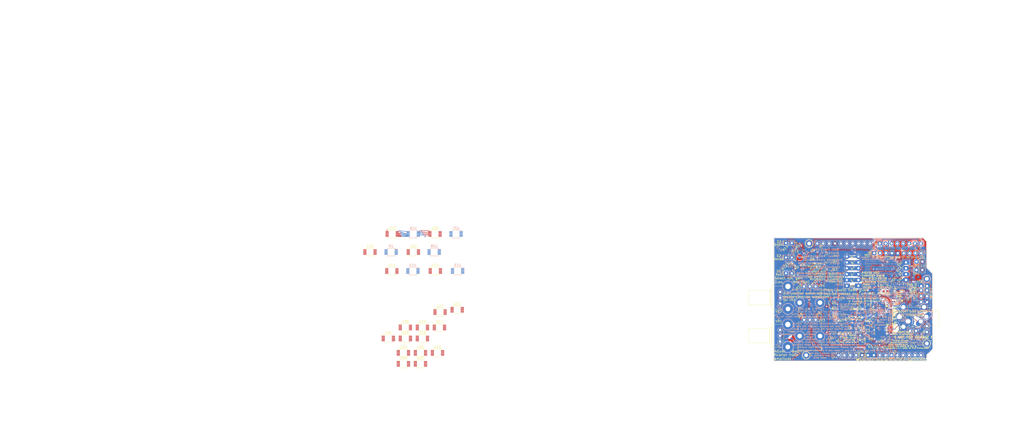
<source format=kicad_pcb>
(kicad_pcb (version 20171130) (host pcbnew 5.1.4-e60b266~84~ubuntu16.04.1)
  (layers (0 F.Cu signal) (31 B.Cu signal) (34 B.Paste user) (35 F.Paste user) (36 B.SilkS user) (37 F.SilkS user) (38 B.Mask user) (39 F.Mask user) (44 Edge.Cuts user))
  (net 0 "")
  (net 1 /A1)
  (net 2 GNDA)
  (net 3 GNDD)
  (net 4 /2)
  (net 5 +5V)
  (net 6 "/3(**)")
  (net 7 "Net-(D1-Pad1)")
  (net 8 "Net-(D1-Pad2)")
  (net 9 "Net-(D2-Pad1)")
  (net 10 "Net-(D3-Pad1)")
  (net 11 "Net-(D3-Pad2)")
  (net 12 "/MOSI(1)")
  (net 13 "/SCK(1)")
  (net 14 /A3)
  (net 15 /A2)
  (net 16 "/5(**)")
  (net 17 "/6(**)")
  (net 18 /7)
  (net 19 "Net-(JP1-Pad2)")
  (net 20 "Net-(C1-Pad1)")
  (net 21 "Net-(C2-Pad1)")
  (net 22 "Net-(Q1-Pad2)")
  (net 23 "Net-(Q1-Pad1)")
  (net 24 "Net-(Q2-Pad1)")
  (net 25 "Net-(C1-Pad2)")
  (net 26 "Net-(Q3-Pad3)")
  (net 27 "Net-(R3-Pad2)")
  (net 28 "Net-(U5-Pad1)")
  (net 29 /1st_stage_guard_trace)
  (net 30 "Net-(C2-Pad2)")
  (net 31 "Net-(R6-Pad1)")
  (net 32 /2nd_stage_guard_trace)
  (net 33 /3rd_stage_guard_trace)
  (net 34 "Net-(J1-PadS)")
  (net 35 /A6)
  (net 36 /A7)
  (net 37 "Net-(ADC1-PadEplus_dup)")
  (net 38 "Net-(ADC1-PadEplus)")
  (net 39 /Rx)
  (net 40 /Tx)
  (net 41 "Net-(ICSP1-Pad2)")
  (net 42 "Net-(Q3-Pad1)")
  (net 43 "Net-(Q7-Pad1)")
  (net 44 /A0)
  (net 45 "Net-(JP8-Pad2)")
  (net 46 "Net-(JP9-Pad2)")
  (net 47 "Net-(JP10-Pad2)")
  (net 48 "Net-(JP11-Pad2)")
  (net 49 "Net-(J6-Pad8)")
  (net 50 "Net-(J6-Pad3)")
  (net 51 /8)
  (net 52 "Net-(C7-Pad1)")
  (net 53 /U8-Pad8)
  (net 54 /U8-Pad7)
  (net 55 /U8-Pad5)
  (net 56 /U8-Pad6)
  (net 57 "Net-(Q2-Pad2)")
  (module Package_SO:MSOP-10_3x3mm_P0.5mm (layer F.Cu) (at -46.15434 85.75548)
    (fp_text reference U32 (at 0 -2.6) (layer F.SilkS))
    (fp_text value MCP4262-502E/UN)
    (pad 10 smd rect (at 2.2 -1) (size 1.4 0.3) (layers F.Cu F.Paste F.Mask) (net 5 +5V))
    (pad 9 smd rect (at 2.2 -0.5) (size 1.4 0.3) (layers F.Cu F.Paste F.Mask))
    (pad 8 smd rect (at 2.2 0) (size 1.4 0.3) (layers F.Cu F.Paste F.Mask) (net 53 /U8-Pad8))
    (pad 7 smd rect (at 2.2 0.5) (size 1.4 0.3) (layers F.Cu F.Paste F.Mask) (net 54 /U8-Pad7))
    (pad 6 smd rect (at 2.2 1) (size 1.4 0.3) (layers F.Cu F.Paste F.Mask) (net 56 /U8-Pad6))
    (pad 5 smd rect (at -2.2 1) (size 1.4 0.3) (layers F.Cu F.Paste F.Mask) (net 55 /U8-Pad5))
    (pad 4 smd rect (at -2.2 0.5) (size 1.4 0.3) (layers F.Cu F.Paste F.Mask) (net 3 GNDD))
    (pad 3 smd rect (at -2.2 0) (size 1.4 0.3) (layers F.Cu F.Paste F.Mask) (net 12 "/MOSI(1)"))
    (pad 2 smd rect (at -2.2 -0.5) (size 1.4 0.3) (layers F.Cu F.Paste F.Mask) (net 13 "/SCK(1)"))
    (pad 1 smd rect (at -2.2 -1) (size 1.4 0.3) (layers F.Cu F.Paste F.Mask) (net 51 /8))
  )
  (module Package_SO:MSOP-10_3x3mm_P0.5mm (layer B.Cu) (at -37.17036 85.75548 180)
    (fp_text reference U28 (at 0 2.6) (layer B.SilkS) (effects (justify mirror)))
    (fp_text value MCP4262-502E/UN)
    (pad 10 smd rect (at 2.2 1 180) (size 1.4 0.3) (layers B.Cu B.Paste B.Mask) (net 5 +5V))
    (pad 9 smd rect (at 2.2 0.5 180) (size 1.4 0.3) (layers B.Cu B.Paste B.Mask))
    (pad 8 smd rect (at 2.2 0 180) (size 1.4 0.3) (layers B.Cu B.Paste B.Mask) (net 53 /U8-Pad8))
    (pad 7 smd rect (at 2.2 -0.5 180) (size 1.4 0.3) (layers B.Cu B.Paste B.Mask) (net 54 /U8-Pad7))
    (pad 6 smd rect (at 2.2 -1 180) (size 1.4 0.3) (layers B.Cu B.Paste B.Mask) (net 56 /U8-Pad6))
    (pad 5 smd rect (at -2.2 -1 180) (size 1.4 0.3) (layers B.Cu B.Paste B.Mask) (net 55 /U8-Pad5))
    (pad 4 smd rect (at -2.2 -0.5 180) (size 1.4 0.3) (layers B.Cu B.Paste B.Mask) (net 3 GNDD))
    (pad 3 smd rect (at -2.2 0 180) (size 1.4 0.3) (layers B.Cu B.Paste B.Mask) (net 12 "/MOSI(1)"))
    (pad 2 smd rect (at -2.2 0.5 180) (size 1.4 0.3) (layers B.Cu B.Paste B.Mask) (net 13 "/SCK(1)"))
    (pad 1 smd rect (at -2.2 1 180) (size 1.4 0.3) (layers B.Cu B.Paste B.Mask) (net 51 /8))
  )
  (module Package_SO:MSOP-10_3x3mm_P0.5mm (layer F.Cu) (at -55.4482 93.94952)
    (fp_text reference U11 (at 0 -2.6) (layer F.SilkS))
    (fp_text value MCP4262-502E/UN)
    (pad 10 smd rect (at 2.2 -1) (size 1.4 0.3) (layers F.Cu F.Paste F.Mask) (net 5 +5V))
    (pad 9 smd rect (at 2.2 -0.5) (size 1.4 0.3) (layers F.Cu F.Paste F.Mask))
    (pad 8 smd rect (at 2.2 0) (size 1.4 0.3) (layers F.Cu F.Paste F.Mask) (net 53 /U8-Pad8))
    (pad 7 smd rect (at 2.2 0.5) (size 1.4 0.3) (layers F.Cu F.Paste F.Mask) (net 54 /U8-Pad7))
    (pad 6 smd rect (at 2.2 1) (size 1.4 0.3) (layers F.Cu F.Paste F.Mask) (net 56 /U8-Pad6))
    (pad 5 smd rect (at -2.2 1) (size 1.4 0.3) (layers F.Cu F.Paste F.Mask) (net 55 /U8-Pad5))
    (pad 4 smd rect (at -2.2 0.5) (size 1.4 0.3) (layers F.Cu F.Paste F.Mask) (net 3 GNDD))
    (pad 3 smd rect (at -2.2 0) (size 1.4 0.3) (layers F.Cu F.Paste F.Mask) (net 12 "/MOSI(1)"))
    (pad 2 smd rect (at -2.2 -0.5) (size 1.4 0.3) (layers F.Cu F.Paste F.Mask) (net 13 "/SCK(1)"))
    (pad 1 smd rect (at -2.2 -1) (size 1.4 0.3) (layers F.Cu F.Paste F.Mask) (net 51 /8))
  )
  (module Package_SO:MSOP-10_3x3mm_P0.5mm (layer B.Cu) (at -27.73934 77.9145 180)
    (fp_text reference U24 (at 0 2.6) (layer B.SilkS) (effects (justify mirror)))
    (fp_text value MCP4262-502E/UN)
    (pad 10 smd rect (at 2.2 1 180) (size 1.4 0.3) (layers B.Cu B.Paste B.Mask) (net 5 +5V))
    (pad 9 smd rect (at 2.2 0.5 180) (size 1.4 0.3) (layers B.Cu B.Paste B.Mask))
    (pad 8 smd rect (at 2.2 0 180) (size 1.4 0.3) (layers B.Cu B.Paste B.Mask) (net 53 /U8-Pad8))
    (pad 7 smd rect (at 2.2 -0.5 180) (size 1.4 0.3) (layers B.Cu B.Paste B.Mask) (net 54 /U8-Pad7))
    (pad 6 smd rect (at 2.2 -1 180) (size 1.4 0.3) (layers B.Cu B.Paste B.Mask) (net 56 /U8-Pad6))
    (pad 5 smd rect (at -2.2 -1 180) (size 1.4 0.3) (layers B.Cu B.Paste B.Mask) (net 55 /U8-Pad5))
    (pad 4 smd rect (at -2.2 -0.5 180) (size 1.4 0.3) (layers B.Cu B.Paste B.Mask) (net 3 GNDD))
    (pad 3 smd rect (at -2.2 0 180) (size 1.4 0.3) (layers B.Cu B.Paste B.Mask) (net 12 "/MOSI(1)"))
    (pad 2 smd rect (at -2.2 0.5 180) (size 1.4 0.3) (layers B.Cu B.Paste B.Mask) (net 13 "/SCK(1)"))
    (pad 1 smd rect (at -2.2 1 180) (size 1.4 0.3) (layers B.Cu B.Paste B.Mask) (net 51 /8))
  )
  (module Package_SO:MSOP-10_3x3mm_P0.5mm (layer F.Cu) (at -34.64052 111.67618)
    (fp_text reference U27 (at 0 -2.6) (layer F.SilkS))
    (fp_text value MCP4262-502E/UN)
    (pad 10 smd rect (at 2.2 -1) (size 1.4 0.3) (layers F.Cu F.Paste F.Mask) (net 5 +5V))
    (pad 9 smd rect (at 2.2 -0.5) (size 1.4 0.3) (layers F.Cu F.Paste F.Mask))
    (pad 8 smd rect (at 2.2 0) (size 1.4 0.3) (layers F.Cu F.Paste F.Mask) (net 53 /U8-Pad8))
    (pad 7 smd rect (at 2.2 0.5) (size 1.4 0.3) (layers F.Cu F.Paste F.Mask) (net 54 /U8-Pad7))
    (pad 6 smd rect (at 2.2 1) (size 1.4 0.3) (layers F.Cu F.Paste F.Mask) (net 56 /U8-Pad6))
    (pad 5 smd rect (at -2.2 1) (size 1.4 0.3) (layers F.Cu F.Paste F.Mask) (net 55 /U8-Pad5))
    (pad 4 smd rect (at -2.2 0.5) (size 1.4 0.3) (layers F.Cu F.Paste F.Mask) (net 3 GNDD))
    (pad 3 smd rect (at -2.2 0) (size 1.4 0.3) (layers F.Cu F.Paste F.Mask) (net 12 "/MOSI(1)"))
    (pad 2 smd rect (at -2.2 -0.5) (size 1.4 0.3) (layers F.Cu F.Paste F.Mask) (net 13 "/SCK(1)"))
    (pad 1 smd rect (at -2.2 -1) (size 1.4 0.3) (layers F.Cu F.Paste F.Mask) (net 51 /8))
  )
  (module Package_SO:MSOP-10_3x3mm_P0.5mm (layer F.Cu) (at -64.87922 85.75548)
    (fp_text reference U10 (at 0 -2.6) (layer F.SilkS))
    (fp_text value MCP4262-502E/UN)
    (pad 10 smd rect (at 2.2 -1) (size 1.4 0.3) (layers F.Cu F.Paste F.Mask) (net 5 +5V))
    (pad 9 smd rect (at 2.2 -0.5) (size 1.4 0.3) (layers F.Cu F.Paste F.Mask))
    (pad 8 smd rect (at 2.2 0) (size 1.4 0.3) (layers F.Cu F.Paste F.Mask) (net 53 /U8-Pad8))
    (pad 7 smd rect (at 2.2 0.5) (size 1.4 0.3) (layers F.Cu F.Paste F.Mask) (net 54 /U8-Pad7))
    (pad 6 smd rect (at 2.2 1) (size 1.4 0.3) (layers F.Cu F.Paste F.Mask) (net 56 /U8-Pad6))
    (pad 5 smd rect (at -2.2 1) (size 1.4 0.3) (layers F.Cu F.Paste F.Mask) (net 55 /U8-Pad5))
    (pad 4 smd rect (at -2.2 0.5) (size 1.4 0.3) (layers F.Cu F.Paste F.Mask) (net 3 GNDD))
    (pad 3 smd rect (at -2.2 0) (size 1.4 0.3) (layers F.Cu F.Paste F.Mask) (net 12 "/MOSI(1)"))
    (pad 2 smd rect (at -2.2 -0.5) (size 1.4 0.3) (layers F.Cu F.Paste F.Mask) (net 13 "/SCK(1)"))
    (pad 1 smd rect (at -2.2 -1) (size 1.4 0.3) (layers F.Cu F.Paste F.Mask) (net 51 /8))
  )
  (module Package_SO:MSOP-10_3x3mm_P0.5mm (layer F.Cu) (at -56.95596 123.08936)
    (fp_text reference U31 (at 0 -2.6) (layer F.SilkS))
    (fp_text value MCP4262-502E/UN)
    (pad 10 smd rect (at 2.2 -1) (size 1.4 0.3) (layers F.Cu F.Paste F.Mask) (net 5 +5V))
    (pad 9 smd rect (at 2.2 -0.5) (size 1.4 0.3) (layers F.Cu F.Paste F.Mask))
    (pad 8 smd rect (at 2.2 0) (size 1.4 0.3) (layers F.Cu F.Paste F.Mask) (net 53 /U8-Pad8))
    (pad 7 smd rect (at 2.2 0.5) (size 1.4 0.3) (layers F.Cu F.Paste F.Mask) (net 54 /U8-Pad7))
    (pad 6 smd rect (at 2.2 1) (size 1.4 0.3) (layers F.Cu F.Paste F.Mask) (net 56 /U8-Pad6))
    (pad 5 smd rect (at -2.2 1) (size 1.4 0.3) (layers F.Cu F.Paste F.Mask) (net 55 /U8-Pad5))
    (pad 4 smd rect (at -2.2 0.5) (size 1.4 0.3) (layers F.Cu F.Paste F.Mask) (net 3 GNDD))
    (pad 3 smd rect (at -2.2 0) (size 1.4 0.3) (layers F.Cu F.Paste F.Mask) (net 12 "/MOSI(1)"))
    (pad 2 smd rect (at -2.2 -0.5) (size 1.4 0.3) (layers F.Cu F.Paste F.Mask) (net 13 "/SCK(1)"))
    (pad 1 smd rect (at -2.2 -1) (size 1.4 0.3) (layers F.Cu F.Paste F.Mask) (net 51 /8))
  )
  (module Package_SO:MSOP-10_3x3mm_P0.5mm (layer B.Cu) (at -46.21022 77.9145 180)
    (fp_text reference U16 (at 0 2.6) (layer B.SilkS) (effects (justify mirror)))
    (fp_text value MCP4262-502E/UN)
    (pad 10 smd rect (at 2.2 1 180) (size 1.4 0.3) (layers B.Cu B.Paste B.Mask) (net 5 +5V))
    (pad 9 smd rect (at 2.2 0.5 180) (size 1.4 0.3) (layers B.Cu B.Paste B.Mask))
    (pad 8 smd rect (at 2.2 0 180) (size 1.4 0.3) (layers B.Cu B.Paste B.Mask) (net 53 /U8-Pad8))
    (pad 7 smd rect (at 2.2 -0.5 180) (size 1.4 0.3) (layers B.Cu B.Paste B.Mask) (net 54 /U8-Pad7))
    (pad 6 smd rect (at 2.2 -1 180) (size 1.4 0.3) (layers B.Cu B.Paste B.Mask) (net 56 /U8-Pad6))
    (pad 5 smd rect (at -2.2 -1 180) (size 1.4 0.3) (layers B.Cu B.Paste B.Mask) (net 55 /U8-Pad5))
    (pad 4 smd rect (at -2.2 -0.5 180) (size 1.4 0.3) (layers B.Cu B.Paste B.Mask) (net 3 GNDD))
    (pad 3 smd rect (at -2.2 0 180) (size 1.4 0.3) (layers B.Cu B.Paste B.Mask) (net 12 "/MOSI(1)"))
    (pad 2 smd rect (at -2.2 0.5 180) (size 1.4 0.3) (layers B.Cu B.Paste B.Mask) (net 13 "/SCK(1)"))
    (pad 1 smd rect (at -2.2 1 180) (size 1.4 0.3) (layers B.Cu B.Paste B.Mask) (net 51 /8))
  )
  (module Package_SO:MSOP-10_3x3mm_P0.5mm (layer F.Cu) (at -55.2958 77.9145)
    (fp_text reference U12 (at 0 -2.6) (layer F.SilkS))
    (fp_text value MCP4262-502E/UN)
    (pad 10 smd rect (at 2.2 -1) (size 1.4 0.3) (layers F.Cu F.Paste F.Mask) (net 5 +5V))
    (pad 9 smd rect (at 2.2 -0.5) (size 1.4 0.3) (layers F.Cu F.Paste F.Mask))
    (pad 8 smd rect (at 2.2 0) (size 1.4 0.3) (layers F.Cu F.Paste F.Mask) (net 53 /U8-Pad8))
    (pad 7 smd rect (at 2.2 0.5) (size 1.4 0.3) (layers F.Cu F.Paste F.Mask) (net 54 /U8-Pad7))
    (pad 6 smd rect (at 2.2 1) (size 1.4 0.3) (layers F.Cu F.Paste F.Mask) (net 56 /U8-Pad6))
    (pad 5 smd rect (at -2.2 1) (size 1.4 0.3) (layers F.Cu F.Paste F.Mask) (net 55 /U8-Pad5))
    (pad 4 smd rect (at -2.2 0.5) (size 1.4 0.3) (layers F.Cu F.Paste F.Mask) (net 3 GNDD))
    (pad 3 smd rect (at -2.2 0) (size 1.4 0.3) (layers F.Cu F.Paste F.Mask) (net 12 "/MOSI(1)"))
    (pad 2 smd rect (at -2.2 -0.5) (size 1.4 0.3) (layers F.Cu F.Paste F.Mask) (net 13 "/SCK(1)"))
    (pad 1 smd rect (at -2.2 -1) (size 1.4 0.3) (layers F.Cu F.Paste F.Mask) (net 51 /8))
  )
  (module Package_SO:MSOP-10_3x3mm_P0.5mm (layer B.Cu) (at -27.07894 93.91396 180)
    (fp_text reference U15 (at 0 2.6) (layer B.SilkS) (effects (justify mirror)))
    (fp_text value MCP4262-502E/UN)
    (pad 10 smd rect (at 2.2 1 180) (size 1.4 0.3) (layers B.Cu B.Paste B.Mask) (net 5 +5V))
    (pad 9 smd rect (at 2.2 0.5 180) (size 1.4 0.3) (layers B.Cu B.Paste B.Mask))
    (pad 8 smd rect (at 2.2 0 180) (size 1.4 0.3) (layers B.Cu B.Paste B.Mask) (net 53 /U8-Pad8))
    (pad 7 smd rect (at 2.2 -0.5 180) (size 1.4 0.3) (layers B.Cu B.Paste B.Mask) (net 54 /U8-Pad7))
    (pad 6 smd rect (at 2.2 -1 180) (size 1.4 0.3) (layers B.Cu B.Paste B.Mask) (net 56 /U8-Pad6))
    (pad 5 smd rect (at -2.2 -1 180) (size 1.4 0.3) (layers B.Cu B.Paste B.Mask) (net 55 /U8-Pad5))
    (pad 4 smd rect (at -2.2 -0.5 180) (size 1.4 0.3) (layers B.Cu B.Paste B.Mask) (net 3 GNDD))
    (pad 3 smd rect (at -2.2 0 180) (size 1.4 0.3) (layers B.Cu B.Paste B.Mask) (net 12 "/MOSI(1)"))
    (pad 2 smd rect (at -2.2 0.5 180) (size 1.4 0.3) (layers B.Cu B.Paste B.Mask) (net 13 "/SCK(1)"))
    (pad 1 smd rect (at -2.2 1 180) (size 1.4 0.3) (layers B.Cu B.Paste B.Mask) (net 51 /8))
  )
  (module Package_SO:MSOP-10_3x3mm_P0.5mm (layer F.Cu) (at -36.66998 93.91396)
    (fp_text reference U14 (at 0 -2.6) (layer F.SilkS))
    (fp_text value MCP4262-502E/UN)
    (pad 10 smd rect (at 2.2 -1) (size 1.4 0.3) (layers F.Cu F.Paste F.Mask) (net 5 +5V))
    (pad 9 smd rect (at 2.2 -0.5) (size 1.4 0.3) (layers F.Cu F.Paste F.Mask))
    (pad 8 smd rect (at 2.2 0) (size 1.4 0.3) (layers F.Cu F.Paste F.Mask) (net 53 /U8-Pad8))
    (pad 7 smd rect (at 2.2 0.5) (size 1.4 0.3) (layers F.Cu F.Paste F.Mask) (net 54 /U8-Pad7))
    (pad 6 smd rect (at 2.2 1) (size 1.4 0.3) (layers F.Cu F.Paste F.Mask) (net 56 /U8-Pad6))
    (pad 5 smd rect (at -2.2 1) (size 1.4 0.3) (layers F.Cu F.Paste F.Mask) (net 55 /U8-Pad5))
    (pad 4 smd rect (at -2.2 0.5) (size 1.4 0.3) (layers F.Cu F.Paste F.Mask) (net 3 GNDD))
    (pad 3 smd rect (at -2.2 0) (size 1.4 0.3) (layers F.Cu F.Paste F.Mask) (net 12 "/MOSI(1)"))
    (pad 2 smd rect (at -2.2 -0.5) (size 1.4 0.3) (layers F.Cu F.Paste F.Mask) (net 13 "/SCK(1)"))
    (pad 1 smd rect (at -2.2 -1) (size 1.4 0.3) (layers F.Cu F.Paste F.Mask) (net 51 /8))
  )
  (module Package_SO:MSOP-10_3x3mm_P0.5mm (layer F.Cu) (at -36.82238 77.9145)
    (fp_text reference U20 (at 0 -2.6) (layer F.SilkS))
    (fp_text value MCP4262-502E/UN)
    (pad 10 smd rect (at 2.2 -1) (size 1.4 0.3) (layers F.Cu F.Paste F.Mask) (net 5 +5V))
    (pad 9 smd rect (at 2.2 -0.5) (size 1.4 0.3) (layers F.Cu F.Paste F.Mask))
    (pad 8 smd rect (at 2.2 0) (size 1.4 0.3) (layers F.Cu F.Paste F.Mask) (net 53 /U8-Pad8))
    (pad 7 smd rect (at 2.2 0.5) (size 1.4 0.3) (layers F.Cu F.Paste F.Mask) (net 54 /U8-Pad7))
    (pad 6 smd rect (at 2.2 1) (size 1.4 0.3) (layers F.Cu F.Paste F.Mask) (net 56 /U8-Pad6))
    (pad 5 smd rect (at -2.2 1) (size 1.4 0.3) (layers F.Cu F.Paste F.Mask) (net 55 /U8-Pad5))
    (pad 4 smd rect (at -2.2 0.5) (size 1.4 0.3) (layers F.Cu F.Paste F.Mask) (net 3 GNDD))
    (pad 3 smd rect (at -2.2 0) (size 1.4 0.3) (layers F.Cu F.Paste F.Mask) (net 12 "/MOSI(1)"))
    (pad 2 smd rect (at -2.2 -0.5) (size 1.4 0.3) (layers F.Cu F.Paste F.Mask) (net 13 "/SCK(1)"))
    (pad 1 smd rect (at -2.2 -1) (size 1.4 0.3) (layers F.Cu F.Paste F.Mask) (net 51 /8))
  )
  (module Package_SO:MSOP-10_3x3mm_P0.5mm (layer F.Cu) (at -42.25596 123.08936)
    (fp_text reference U18 (at 0 -2.6) (layer F.SilkS))
    (fp_text value MCP4262-502E/UN)
    (pad 10 smd rect (at 2.2 -1) (size 1.4 0.3) (layers F.Cu F.Paste F.Mask) (net 5 +5V))
    (pad 9 smd rect (at 2.2 -0.5) (size 1.4 0.3) (layers F.Cu F.Paste F.Mask))
    (pad 8 smd rect (at 2.2 0) (size 1.4 0.3) (layers F.Cu F.Paste F.Mask) (net 53 /U8-Pad8))
    (pad 7 smd rect (at 2.2 0.5) (size 1.4 0.3) (layers F.Cu F.Paste F.Mask) (net 54 /U8-Pad7))
    (pad 6 smd rect (at 2.2 1) (size 1.4 0.3) (layers F.Cu F.Paste F.Mask) (net 56 /U8-Pad6))
    (pad 5 smd rect (at -2.2 1) (size 1.4 0.3) (layers F.Cu F.Paste F.Mask) (net 55 /U8-Pad5))
    (pad 4 smd rect (at -2.2 0.5) (size 1.4 0.3) (layers F.Cu F.Paste F.Mask) (net 3 GNDD))
    (pad 3 smd rect (at -2.2 0) (size 1.4 0.3) (layers F.Cu F.Paste F.Mask) (net 12 "/MOSI(1)"))
    (pad 2 smd rect (at -2.2 -0.5) (size 1.4 0.3) (layers F.Cu F.Paste F.Mask) (net 13 "/SCK(1)"))
    (pad 1 smd rect (at -2.2 -1) (size 1.4 0.3) (layers F.Cu F.Paste F.Mask) (net 51 /8))
  )
  (module Package_SO:MSOP-10_3x3mm_P0.5mm (layer F.Cu) (at -43.10026 134.01684)
    (fp_text reference U22 (at 0 -2.6) (layer F.SilkS))
    (fp_text value MCP4262-502E/UN)
    (pad 10 smd rect (at 2.2 -1) (size 1.4 0.3) (layers F.Cu F.Paste F.Mask) (net 5 +5V))
    (pad 9 smd rect (at 2.2 -0.5) (size 1.4 0.3) (layers F.Cu F.Paste F.Mask))
    (pad 8 smd rect (at 2.2 0) (size 1.4 0.3) (layers F.Cu F.Paste F.Mask) (net 53 /U8-Pad8))
    (pad 7 smd rect (at 2.2 0.5) (size 1.4 0.3) (layers F.Cu F.Paste F.Mask) (net 54 /U8-Pad7))
    (pad 6 smd rect (at 2.2 1) (size 1.4 0.3) (layers F.Cu F.Paste F.Mask) (net 56 /U8-Pad6))
    (pad 5 smd rect (at -2.2 1) (size 1.4 0.3) (layers F.Cu F.Paste F.Mask) (net 55 /U8-Pad5))
    (pad 4 smd rect (at -2.2 0.5) (size 1.4 0.3) (layers F.Cu F.Paste F.Mask) (net 3 GNDD))
    (pad 3 smd rect (at -2.2 0) (size 1.4 0.3) (layers F.Cu F.Paste F.Mask) (net 12 "/MOSI(1)"))
    (pad 2 smd rect (at -2.2 -0.5) (size 1.4 0.3) (layers F.Cu F.Paste F.Mask) (net 13 "/SCK(1)"))
    (pad 1 smd rect (at -2.2 -1) (size 1.4 0.3) (layers F.Cu F.Paste F.Mask) (net 51 /8))
  )
  (module Package_SO:MSOP-10_3x3mm_P0.5mm (layer B.Cu) (at -55.74538 85.75548 180)
    (fp_text reference U9 (at 0 2.6) (layer B.SilkS) (effects (justify mirror)))
    (fp_text value MCP4262-502E/UN)
    (pad 10 smd rect (at 2.2 1 180) (size 1.4 0.3) (layers B.Cu B.Paste B.Mask) (net 5 +5V))
    (pad 9 smd rect (at 2.2 0.5 180) (size 1.4 0.3) (layers B.Cu B.Paste B.Mask))
    (pad 8 smd rect (at 2.2 0 180) (size 1.4 0.3) (layers B.Cu B.Paste B.Mask) (net 53 /U8-Pad8))
    (pad 7 smd rect (at 2.2 -0.5 180) (size 1.4 0.3) (layers B.Cu B.Paste B.Mask) (net 54 /U8-Pad7))
    (pad 6 smd rect (at 2.2 -1 180) (size 1.4 0.3) (layers B.Cu B.Paste B.Mask) (net 56 /U8-Pad6))
    (pad 5 smd rect (at -2.2 -1 180) (size 1.4 0.3) (layers B.Cu B.Paste B.Mask) (net 55 /U8-Pad5))
    (pad 4 smd rect (at -2.2 -0.5 180) (size 1.4 0.3) (layers B.Cu B.Paste B.Mask) (net 3 GNDD))
    (pad 3 smd rect (at -2.2 0 180) (size 1.4 0.3) (layers B.Cu B.Paste B.Mask) (net 12 "/MOSI(1)"))
    (pad 2 smd rect (at -2.2 0.5 180) (size 1.4 0.3) (layers B.Cu B.Paste B.Mask) (net 13 "/SCK(1)"))
    (pad 1 smd rect (at -2.2 1 180) (size 1.4 0.3) (layers B.Cu B.Paste B.Mask) (net 51 /8))
  )
  (module Package_SO:MSOP-10_3x3mm_P0.5mm (layer F.Cu) (at -34.90596 118.33936)
    (fp_text reference U17 (at 0 -2.6) (layer F.SilkS))
    (fp_text value MCP4262-502E/UN)
    (pad 10 smd rect (at 2.2 -1) (size 1.4 0.3) (layers F.Cu F.Paste F.Mask) (net 5 +5V))
    (pad 9 smd rect (at 2.2 -0.5) (size 1.4 0.3) (layers F.Cu F.Paste F.Mask))
    (pad 8 smd rect (at 2.2 0) (size 1.4 0.3) (layers F.Cu F.Paste F.Mask) (net 53 /U8-Pad8))
    (pad 7 smd rect (at 2.2 0.5) (size 1.4 0.3) (layers F.Cu F.Paste F.Mask) (net 54 /U8-Pad7))
    (pad 6 smd rect (at 2.2 1) (size 1.4 0.3) (layers F.Cu F.Paste F.Mask) (net 56 /U8-Pad6))
    (pad 5 smd rect (at -2.2 1) (size 1.4 0.3) (layers F.Cu F.Paste F.Mask) (net 55 /U8-Pad5))
    (pad 4 smd rect (at -2.2 0.5) (size 1.4 0.3) (layers F.Cu F.Paste F.Mask) (net 3 GNDD))
    (pad 3 smd rect (at -2.2 0) (size 1.4 0.3) (layers F.Cu F.Paste F.Mask) (net 12 "/MOSI(1)"))
    (pad 2 smd rect (at -2.2 -0.5) (size 1.4 0.3) (layers F.Cu F.Paste F.Mask) (net 13 "/SCK(1)"))
    (pad 1 smd rect (at -2.2 -1) (size 1.4 0.3) (layers F.Cu F.Paste F.Mask) (net 51 /8))
  )
  (module Package_SO:MSOP-10_3x3mm_P0.5mm (layer F.Cu) (at -50.45026 134.01684)
    (fp_text reference U29 (at 0 -2.6) (layer F.SilkS))
    (fp_text value MCP4262-502E/UN)
    (pad 10 smd rect (at 2.2 -1) (size 1.4 0.3) (layers F.Cu F.Paste F.Mask) (net 5 +5V))
    (pad 9 smd rect (at 2.2 -0.5) (size 1.4 0.3) (layers F.Cu F.Paste F.Mask))
    (pad 8 smd rect (at 2.2 0) (size 1.4 0.3) (layers F.Cu F.Paste F.Mask) (net 53 /U8-Pad8))
    (pad 7 smd rect (at 2.2 0.5) (size 1.4 0.3) (layers F.Cu F.Paste F.Mask) (net 54 /U8-Pad7))
    (pad 6 smd rect (at 2.2 1) (size 1.4 0.3) (layers F.Cu F.Paste F.Mask) (net 56 /U8-Pad6))
    (pad 5 smd rect (at -2.2 1) (size 1.4 0.3) (layers F.Cu F.Paste F.Mask) (net 55 /U8-Pad5))
    (pad 4 smd rect (at -2.2 0.5) (size 1.4 0.3) (layers F.Cu F.Paste F.Mask) (net 3 GNDD))
    (pad 3 smd rect (at -2.2 0) (size 1.4 0.3) (layers F.Cu F.Paste F.Mask) (net 12 "/MOSI(1)"))
    (pad 2 smd rect (at -2.2 -0.5) (size 1.4 0.3) (layers F.Cu F.Paste F.Mask) (net 13 "/SCK(1)"))
    (pad 1 smd rect (at -2.2 -1) (size 1.4 0.3) (layers F.Cu F.Paste F.Mask) (net 51 /8))
  )
  (module Package_SO:MSOP-10_3x3mm_P0.5mm (layer F.Cu) (at -43.10026 129.26684)
    (fp_text reference U26 (at 0 -2.6) (layer F.SilkS))
    (fp_text value MCP4262-502E/UN)
    (pad 10 smd rect (at 2.2 -1) (size 1.4 0.3) (layers F.Cu F.Paste F.Mask) (net 5 +5V))
    (pad 9 smd rect (at 2.2 -0.5) (size 1.4 0.3) (layers F.Cu F.Paste F.Mask))
    (pad 8 smd rect (at 2.2 0) (size 1.4 0.3) (layers F.Cu F.Paste F.Mask) (net 53 /U8-Pad8))
    (pad 7 smd rect (at 2.2 0.5) (size 1.4 0.3) (layers F.Cu F.Paste F.Mask) (net 54 /U8-Pad7))
    (pad 6 smd rect (at 2.2 1) (size 1.4 0.3) (layers F.Cu F.Paste F.Mask) (net 56 /U8-Pad6))
    (pad 5 smd rect (at -2.2 1) (size 1.4 0.3) (layers F.Cu F.Paste F.Mask) (net 55 /U8-Pad5))
    (pad 4 smd rect (at -2.2 0.5) (size 1.4 0.3) (layers F.Cu F.Paste F.Mask) (net 3 GNDD))
    (pad 3 smd rect (at -2.2 0) (size 1.4 0.3) (layers F.Cu F.Paste F.Mask) (net 12 "/MOSI(1)"))
    (pad 2 smd rect (at -2.2 -0.5) (size 1.4 0.3) (layers F.Cu F.Paste F.Mask) (net 13 "/SCK(1)"))
    (pad 1 smd rect (at -2.2 -1) (size 1.4 0.3) (layers F.Cu F.Paste F.Mask) (net 51 /8))
  )
  (module Package_SO:MSOP-10_3x3mm_P0.5mm (layer B.Cu) (at -46.36262 93.94952 180)
    (fp_text reference U13 (at 0 2.6) (layer B.SilkS) (effects (justify mirror)))
    (fp_text value MCP4262-502E/UN)
    (pad 10 smd rect (at 2.2 1 180) (size 1.4 0.3) (layers B.Cu B.Paste B.Mask) (net 5 +5V))
    (pad 9 smd rect (at 2.2 0.5 180) (size 1.4 0.3) (layers B.Cu B.Paste B.Mask))
    (pad 8 smd rect (at 2.2 0 180) (size 1.4 0.3) (layers B.Cu B.Paste B.Mask) (net 53 /U8-Pad8))
    (pad 7 smd rect (at 2.2 -0.5 180) (size 1.4 0.3) (layers B.Cu B.Paste B.Mask) (net 54 /U8-Pad7))
    (pad 6 smd rect (at 2.2 -1 180) (size 1.4 0.3) (layers B.Cu B.Paste B.Mask) (net 56 /U8-Pad6))
    (pad 5 smd rect (at -2.2 -1 180) (size 1.4 0.3) (layers B.Cu B.Paste B.Mask) (net 55 /U8-Pad5))
    (pad 4 smd rect (at -2.2 -0.5 180) (size 1.4 0.3) (layers B.Cu B.Paste B.Mask) (net 3 GNDD))
    (pad 3 smd rect (at -2.2 0 180) (size 1.4 0.3) (layers B.Cu B.Paste B.Mask) (net 12 "/MOSI(1)"))
    (pad 2 smd rect (at -2.2 0.5 180) (size 1.4 0.3) (layers B.Cu B.Paste B.Mask) (net 13 "/SCK(1)"))
    (pad 1 smd rect (at -2.2 1 180) (size 1.4 0.3) (layers B.Cu B.Paste B.Mask) (net 51 /8))
  )
  (module Package_SO:MSOP-10_3x3mm_P0.5mm (layer F.Cu) (at -27.24278 110.65138)
    (fp_text reference U21 (at 0 -2.6) (layer F.SilkS))
    (fp_text value MCP4262-502E/UN)
    (pad 10 smd rect (at 2.2 -1) (size 1.4 0.3) (layers F.Cu F.Paste F.Mask) (net 5 +5V))
    (pad 9 smd rect (at 2.2 -0.5) (size 1.4 0.3) (layers F.Cu F.Paste F.Mask))
    (pad 8 smd rect (at 2.2 0) (size 1.4 0.3) (layers F.Cu F.Paste F.Mask) (net 53 /U8-Pad8))
    (pad 7 smd rect (at 2.2 0.5) (size 1.4 0.3) (layers F.Cu F.Paste F.Mask) (net 54 /U8-Pad7))
    (pad 6 smd rect (at 2.2 1) (size 1.4 0.3) (layers F.Cu F.Paste F.Mask) (net 56 /U8-Pad6))
    (pad 5 smd rect (at -2.2 1) (size 1.4 0.3) (layers F.Cu F.Paste F.Mask) (net 55 /U8-Pad5))
    (pad 4 smd rect (at -2.2 0.5) (size 1.4 0.3) (layers F.Cu F.Paste F.Mask) (net 3 GNDD))
    (pad 3 smd rect (at -2.2 0) (size 1.4 0.3) (layers F.Cu F.Paste F.Mask) (net 12 "/MOSI(1)"))
    (pad 2 smd rect (at -2.2 -0.5) (size 1.4 0.3) (layers F.Cu F.Paste F.Mask) (net 13 "/SCK(1)"))
    (pad 1 smd rect (at -2.2 -1) (size 1.4 0.3) (layers F.Cu F.Paste F.Mask) (net 51 /8))
  )
  (module Package_SO:MSOP-10_3x3mm_P0.5mm (layer F.Cu) (at -49.60596 118.33936)
    (fp_text reference U30 (at 0 -2.6) (layer F.SilkS))
    (fp_text value MCP4262-502E/UN)
    (pad 10 smd rect (at 2.2 -1) (size 1.4 0.3) (layers F.Cu F.Paste F.Mask) (net 5 +5V))
    (pad 9 smd rect (at 2.2 -0.5) (size 1.4 0.3) (layers F.Cu F.Paste F.Mask))
    (pad 8 smd rect (at 2.2 0) (size 1.4 0.3) (layers F.Cu F.Paste F.Mask) (net 53 /U8-Pad8))
    (pad 7 smd rect (at 2.2 0.5) (size 1.4 0.3) (layers F.Cu F.Paste F.Mask) (net 54 /U8-Pad7))
    (pad 6 smd rect (at 2.2 1) (size 1.4 0.3) (layers F.Cu F.Paste F.Mask) (net 56 /U8-Pad6))
    (pad 5 smd rect (at -2.2 1) (size 1.4 0.3) (layers F.Cu F.Paste F.Mask) (net 55 /U8-Pad5))
    (pad 4 smd rect (at -2.2 0.5) (size 1.4 0.3) (layers F.Cu F.Paste F.Mask) (net 3 GNDD))
    (pad 3 smd rect (at -2.2 0) (size 1.4 0.3) (layers F.Cu F.Paste F.Mask) (net 12 "/MOSI(1)"))
    (pad 2 smd rect (at -2.2 -0.5) (size 1.4 0.3) (layers F.Cu F.Paste F.Mask) (net 13 "/SCK(1)"))
    (pad 1 smd rect (at -2.2 -1) (size 1.4 0.3) (layers F.Cu F.Paste F.Mask) (net 51 /8))
  )
  (module Package_SO:MSOP-10_3x3mm_P0.5mm (layer F.Cu) (at -50.45026 129.26684)
    (fp_text reference U33 (at 0 -2.6) (layer F.SilkS))
    (fp_text value MCP4262-502E/UN)
    (pad 10 smd rect (at 2.2 -1) (size 1.4 0.3) (layers F.Cu F.Paste F.Mask) (net 5 +5V))
    (pad 9 smd rect (at 2.2 -0.5) (size 1.4 0.3) (layers F.Cu F.Paste F.Mask))
    (pad 8 smd rect (at 2.2 0) (size 1.4 0.3) (layers F.Cu F.Paste F.Mask) (net 53 /U8-Pad8))
    (pad 7 smd rect (at 2.2 0.5) (size 1.4 0.3) (layers F.Cu F.Paste F.Mask) (net 54 /U8-Pad7))
    (pad 6 smd rect (at 2.2 1) (size 1.4 0.3) (layers F.Cu F.Paste F.Mask) (net 56 /U8-Pad6))
    (pad 5 smd rect (at -2.2 1) (size 1.4 0.3) (layers F.Cu F.Paste F.Mask) (net 55 /U8-Pad5))
    (pad 4 smd rect (at -2.2 0.5) (size 1.4 0.3) (layers F.Cu F.Paste F.Mask) (net 3 GNDD))
    (pad 3 smd rect (at -2.2 0) (size 1.4 0.3) (layers F.Cu F.Paste F.Mask) (net 12 "/MOSI(1)"))
    (pad 2 smd rect (at -2.2 -0.5) (size 1.4 0.3) (layers F.Cu F.Paste F.Mask) (net 13 "/SCK(1)"))
    (pad 1 smd rect (at -2.2 -1) (size 1.4 0.3) (layers F.Cu F.Paste F.Mask) (net 51 /8))
  )
  (module Package_SO:MSOP-10_3x3mm_P0.5mm (layer F.Cu) (at -42.25596 118.33936)
    (fp_text reference U23 (at 0 -2.6) (layer F.SilkS))
    (fp_text value MCP4262-502E/UN)
    (pad 10 smd rect (at 2.2 -1) (size 1.4 0.3) (layers F.Cu F.Paste F.Mask) (net 5 +5V))
    (pad 9 smd rect (at 2.2 -0.5) (size 1.4 0.3) (layers F.Cu F.Paste F.Mask))
    (pad 8 smd rect (at 2.2 0) (size 1.4 0.3) (layers F.Cu F.Paste F.Mask) (net 53 /U8-Pad8))
    (pad 7 smd rect (at 2.2 0.5) (size 1.4 0.3) (layers F.Cu F.Paste F.Mask) (net 54 /U8-Pad7))
    (pad 6 smd rect (at 2.2 1) (size 1.4 0.3) (layers F.Cu F.Paste F.Mask) (net 56 /U8-Pad6))
    (pad 5 smd rect (at -2.2 1) (size 1.4 0.3) (layers F.Cu F.Paste F.Mask) (net 55 /U8-Pad5))
    (pad 4 smd rect (at -2.2 0.5) (size 1.4 0.3) (layers F.Cu F.Paste F.Mask) (net 3 GNDD))
    (pad 3 smd rect (at -2.2 0) (size 1.4 0.3) (layers F.Cu F.Paste F.Mask) (net 12 "/MOSI(1)"))
    (pad 2 smd rect (at -2.2 -0.5) (size 1.4 0.3) (layers F.Cu F.Paste F.Mask) (net 13 "/SCK(1)"))
    (pad 1 smd rect (at -2.2 -1) (size 1.4 0.3) (layers F.Cu F.Paste F.Mask) (net 51 /8))
  )
  (module Package_SO:MSOP-10_3x3mm_P0.5mm (layer F.Cu) (at -49.60596 123.08936)
    (fp_text reference U25 (at 0 -2.6) (layer F.SilkS))
    (fp_text value MCP4262-502E/UN)
    (pad 10 smd rect (at 2.2 -1) (size 1.4 0.3) (layers F.Cu F.Paste F.Mask) (net 5 +5V))
    (pad 9 smd rect (at 2.2 -0.5) (size 1.4 0.3) (layers F.Cu F.Paste F.Mask))
    (pad 8 smd rect (at 2.2 0) (size 1.4 0.3) (layers F.Cu F.Paste F.Mask) (net 53 /U8-Pad8))
    (pad 7 smd rect (at 2.2 0.5) (size 1.4 0.3) (layers F.Cu F.Paste F.Mask) (net 54 /U8-Pad7))
    (pad 6 smd rect (at 2.2 1) (size 1.4 0.3) (layers F.Cu F.Paste F.Mask) (net 56 /U8-Pad6))
    (pad 5 smd rect (at -2.2 1) (size 1.4 0.3) (layers F.Cu F.Paste F.Mask) (net 55 /U8-Pad5))
    (pad 4 smd rect (at -2.2 0.5) (size 1.4 0.3) (layers F.Cu F.Paste F.Mask) (net 3 GNDD))
    (pad 3 smd rect (at -2.2 0) (size 1.4 0.3) (layers F.Cu F.Paste F.Mask) (net 12 "/MOSI(1)"))
    (pad 2 smd rect (at -2.2 -0.5) (size 1.4 0.3) (layers F.Cu F.Paste F.Mask) (net 13 "/SCK(1)"))
    (pad 1 smd rect (at -2.2 -1) (size 1.4 0.3) (layers F.Cu F.Paste F.Mask) (net 51 /8))
  )
  (module Package_SO:MSOP-10_3x3mm_P0.5mm (layer F.Cu) (at -35.75026 129.26684)
    (fp_text reference U19 (at 0 -2.6) (layer F.SilkS))
    (fp_text value MCP4262-502E/UN)
    (pad 10 smd rect (at 2.2 -1) (size 1.4 0.3) (layers F.Cu F.Paste F.Mask) (net 5 +5V))
    (pad 9 smd rect (at 2.2 -0.5) (size 1.4 0.3) (layers F.Cu F.Paste F.Mask))
    (pad 8 smd rect (at 2.2 0) (size 1.4 0.3) (layers F.Cu F.Paste F.Mask) (net 53 /U8-Pad8))
    (pad 7 smd rect (at 2.2 0.5) (size 1.4 0.3) (layers F.Cu F.Paste F.Mask) (net 54 /U8-Pad7))
    (pad 6 smd rect (at 2.2 1) (size 1.4 0.3) (layers F.Cu F.Paste F.Mask) (net 56 /U8-Pad6))
    (pad 5 smd rect (at -2.2 1) (size 1.4 0.3) (layers F.Cu F.Paste F.Mask) (net 55 /U8-Pad5))
    (pad 4 smd rect (at -2.2 0.5) (size 1.4 0.3) (layers F.Cu F.Paste F.Mask) (net 3 GNDD))
    (pad 3 smd rect (at -2.2 0) (size 1.4 0.3) (layers F.Cu F.Paste F.Mask) (net 12 "/MOSI(1)"))
    (pad 2 smd rect (at -2.2 -0.5) (size 1.4 0.3) (layers F.Cu F.Paste F.Mask) (net 13 "/SCK(1)"))
    (pad 1 smd rect (at -2.2 -1) (size 1.4 0.3) (layers F.Cu F.Paste F.Mask) (net 51 /8))
  )
  (module multipackage:TE_1-2328702-0 (layer B.Cu) (at 167.8559 106.76636 270)
    (fp_text reference J9 (at 2.02438 -0.5969 unlocked) (layer B.SilkS) (effects (justify mirror)))
    (fp_text value TE_1-2328702-0 hide)
    (pad S2 smd rect (at -5.5 -2.5 270) (size 0.4 0.8) (layers B.Cu B.Paste B.Mask) (net 3 GNDD))
    (pad S1 smd rect (at 1 -2.5 270) (size 0.4 0.8) (layers B.Cu B.Paste B.Mask) (net 3 GNDD))
    (pad 10 smd rect (at -4.5 0 270) (size 0.3 0.8) (layers B.Cu B.Paste B.Mask) (net 51 /8))
    (pad 9 smd rect (at -4 0 270) (size 0.3 0.8) (layers B.Cu B.Paste B.Mask) (net 13 "/SCK(1)"))
    (pad 8 smd rect (at -3.5 0 270) (size 0.3 0.8) (layers B.Cu B.Paste B.Mask) (net 12 "/MOSI(1)"))
    (pad 7 smd rect (at -3 0 270) (size 0.3 0.8) (layers B.Cu B.Paste B.Mask) (net 3 GNDD))
    (pad 6 smd rect (at -2.5 0 270) (size 0.3 0.8) (layers B.Cu B.Paste B.Mask) (net 5 +5V))
    (pad 5 smd rect (at -2 0 270) (size 0.3 0.8) (layers B.Cu B.Paste B.Mask) (net 29 /1st_stage_guard_trace))
    (pad 4 smd rect (at -1.5 0 270) (size 0.3 0.8) (layers B.Cu B.Paste B.Mask) (net 55 /U8-Pad5))
    (pad 3 smd rect (at -1 0 270) (size 0.3 0.8) (layers B.Cu B.Paste B.Mask) (net 53 /U8-Pad8))
    (pad 2 smd rect (at -0.5 0 270) (size 0.3 0.8) (layers B.Cu B.Paste B.Mask) (net 54 /U8-Pad7))
    (pad 1 smd rect (at 0 0 270) (size 0.3 0.8) (layers B.Cu B.Paste B.Mask) (net 56 /U8-Pad6))
  )
  (module Resistor_SMD:R_0603_1608Metric (layer F.Cu) (at 147.23364 117.12448 180)
    (fp_text reference R18 (at 0 -1.43) (layer F.SilkS))
    (fp_text value "21 KΩ")
    (pad 2 smd roundrect (at 0.7875 0 180) (size 0.875 0.95) (layers F.Cu F.Paste F.Mask) (net 52 "Net-(C7-Pad1)"))
    (pad 1 smd roundrect (at -0.7875 0 180) (size 0.875 0.95) (layers F.Cu F.Paste F.Mask) (net 21 "Net-(C2-Pad1)"))
  )
  (module Capacitor_SMD:C_0603_1608Metric_Pad1.05x0.95mm_HandSolder (layer F.Cu) (at 143.62176 118.34114 90)
    (fp_text reference C7 (at 0 -1.43 90) (layer F.SilkS))
    (fp_text value 1uF)
    (pad 2 smd roundrect (at 0.875 0 90) (size 1.05 0.95) (layers F.Cu F.Paste F.Mask) (net 2 GNDA))
    (pad 1 smd roundrect (at -0.875 0 90) (size 1.05 0.95) (layers F.Cu F.Paste F.Mask) (net 52 "Net-(C7-Pad1)"))
  )
  (module Package_TO_SOT_SMD:SOT-23 (layer B.Cu) (at 144.637 113.11886)
    (fp_text reference U1 (at -2.84912 1.32084) (layer B.SilkS) (effects (justify mirror)))
    (fp_text value "3V LDO")
    (pad 3 smd rect (at 1 0) (size 0.9 0.8) (layers B.Cu B.Paste B.Mask) (net 5 +5V))
    (pad 2 smd rect (at -1 -0.95) (size 0.9 0.8) (layers B.Cu B.Paste B.Mask) (net 52 "Net-(C7-Pad1)"))
    (pad 1 smd rect (at -1 0.95) (size 0.9 0.8) (layers B.Cu B.Paste B.Mask) (net 2 GNDA))
  )
  (module Resistor_SMD:R_0603_1608Metric (layer F.Cu) (at 157.56 102.69 180)
    (fp_text reference R17 (at 0.7531 1.43798) (layer F.SilkS))
    (fp_text value "15 KΩ")
    (pad 2 smd roundrect (at 0.7875 0 180) (size 0.875 0.95) (layers F.Cu F.Paste F.Mask) (net 22 "Net-(Q1-Pad2)"))
    (pad 1 smd roundrect (at -0.7875 0 180) (size 0.875 0.95) (layers F.Cu F.Paste F.Mask) (net 54 /U8-Pad7))
  )
  (module multipackage:Masach_Tech_MS26320_26x19.50mm (layer F.Cu) (at 146.11 115.23)
    (fp_text reference SHLD1 (at 6.18 11.46) (layer F.SilkS))
    (fp_text value Device_RF_Shield_Two_Pieces_but_use_only_TOP)
    (pad 1 smd custom (at 0 -10.35) (size 20.5 0.7) (layers F.Cu F.Mask) (net 3 GNDD) (options (clearance outline) (anchor rect)) (primitives (gr_arc (start 10.24 3.36) (end 10.17 -0.01) (angle 90.6) (width 0.7)) (gr_arc (start -10.229632 3.372744) (end -10.179691 -0.007256) (angle -90.8) (width 0.7))))
    (pad 1 smd custom (at 0 10.35) (size 20.5 0.7) (layers F.Cu F.Mask) (net 3 GNDD) (options (clearance outline) (anchor rect)) (primitives (gr_arc (start -10.19 -3.4) (end -10.33 0.01) (angle 86.9) (width 0.7)) (gr_arc (start 10.23 -3.38) (end 10.27 0) (angle -89.6) (width 0.7))))
    (pad 1 smd custom (at -13.8 0 90) (size 14 0.9) (layers F.Cu F.Mask) (net 3 GNDD) (options (clearance outline) (anchor rect)) (primitives))
    (pad 1 smd custom (at 13.8 0 90) (size 14 0.9) (layers F.Cu F.Mask) (net 3 GNDD) (options (clearance outline) (anchor rect)) (primitives))
  )
  (module multipackage:PinHeader_1x02_P2.54mm_Vertical (layer F.Cu) (at 170.93 93.47 90)
    (fp_text reference JP4 (at -1.8562 -0.115 180) (layer F.SilkS))
    (fp_text value HC-05_EN/KEY)
    (pad 1 thru_hole rect (at 0 0 90) (size 1.7 1.7) (drill 1) (layers *.Cu *.Mask) (net 50 "Net-(J6-Pad3)"))
    (pad 2 thru_hole oval (at 0 2.54 90) (size 1.7 1.7) (drill 1) (layers *.Cu *.Mask) (net 3 GNDD))
  )
  (module Connector_PinSocket_2.54mm:PinSocket_1x02_P2.54mm_Vertical (layer B.Cu) (at 175.45 120.27)
    (fp_text reference J6_A7,A6 (at -4.3302 0.9896) (layer B.SilkS) (effects (justify mirror)))
    (fp_text value Conn_01x02_gender_unknown)
    (pad 2 thru_hole oval (at 0 -2.54) (size 1.7 1.7) (drill 1) (layers *.Cu *.Mask) (net 36 /A7))
    (pad 1 thru_hole rect (at 0 0) (size 1.7 1.7) (drill 1) (layers *.Cu *.Mask) (net 35 /A6))
  )
  (module Connector_PinSocket_2.54mm:PinSocket_1x02_P2.54mm_Vertical (layer B.Cu) (at 170.75658 119.76354 90)
    (fp_text reference J7_A7,A6 (at -1.16654 -6.86778 180) (layer B.SilkS) (effects (justify mirror)))
    (fp_text value Conn_01x02_Female)
    (pad 2 thru_hole oval (at 0 -2.54 90) (size 1.7 1.7) (drill 1) (layers *.Cu *.Mask) (net 35 /A6))
    (pad 1 thru_hole rect (at 0 0 90) (size 1.7 1.7) (drill 1) (layers *.Cu *.Mask) (net 36 /A7))
  )
  (module multipackage:PinHeader_1x02_P2.54mm_Vertical (layer F.Cu) (at 175.52 100.38 270)
    (fp_text reference JP6 (at -2.10994 3.13274 180) (layer F.SilkS))
    (fp_text value "Remove JP6 if MCU is 3V3 but MCU board sends 5V up this pin 2")
    (pad 1 thru_hole rect (at 0 0 270) (size 1.7 1.7) (drill 1) (layers *.Cu *.Mask) (net 41 "Net-(ICSP1-Pad2)"))
    (pad 2 thru_hole oval (at 0 2.54 270) (size 1.7 1.7) (drill 1) (layers *.Cu *.Mask) (net 5 +5V))
  )
  (module multipackage:NetTie-2_HX711_THT_Pad1.0mm (layer F.Cu) (at 143.376 87.65 180)
    (fp_text reference NT2)
    (fp_text value Net-Tie_2)
    (fp_poly (pts (xy -2.05 -0.47) (xy 1.99 -0.47) (xy 2.03 0.33) (xy -2.01 0.33)) (layer F.Cu) (width 0))
    (fp_poly (pts (xy -2 -0.47) (xy 2.04 -0.47) (xy 2.03 0.35) (xy -2.01 0.35)) (layer B.Cu) (width 0))
    (pad 1 thru_hole circle (at -2.5 0 180) (size 2.032 2.032) (drill 0.8) (layers *.Cu) (net 44 /A0))
    (pad 2 thru_hole circle (at 2.5 0 180) (size 2.032 2.032) (drill 0.8) (layers *.Cu) (net 44 /A0))
  )
  (module Connector_PinSocket_2.54mm:PinSocket_1x09_P2.54mm_Vertical (layer F.Cu) (at 152.71496 86.23808 90)
    (fp_text reference J6 (at 0.25908 -2.17932 180) (layer F.SilkS))
    (fp_text value Conn_01x09_Female)
    (pad 9 thru_hole oval (at 0 20.32 90) (size 1.7 1.7) (drill 1) (layers *.Cu *.Mask))
    (pad 8 thru_hole oval (at 0 17.78 90) (size 1.7 1.7) (drill 1) (layers *.Cu *.Mask) (net 49 "Net-(J6-Pad8)"))
    (pad 7 thru_hole oval (at 0 15.24 90) (size 1.7 1.7) (drill 1) (layers *.Cu *.Mask) (net 40 /Tx))
    (pad 6 thru_hole oval (at 0 12.7 90) (size 1.7 1.7) (drill 1) (layers *.Cu *.Mask) (net 39 /Rx))
    (pad 5 thru_hole oval (at 0 10.16 90) (size 1.7 1.7) (drill 1) (layers *.Cu *.Mask) (net 3 GNDD))
    (pad 4 thru_hole oval (at 0 7.62 90) (size 1.7 1.7) (drill 1) (layers *.Cu *.Mask) (net 5 +5V))
    (pad 3 thru_hole oval (at 0 5.08 90) (size 1.7 1.7) (drill 1) (layers *.Cu *.Mask) (net 50 "Net-(J6-Pad3)"))
    (pad 2 thru_hole oval (at 0 2.54 90) (size 1.7 1.7) (drill 1) (layers *.Cu *.Mask) (net 40 /Tx))
    (pad 1 thru_hole rect (at 0 0 90) (size 1.7 1.7) (drill 1) (layers *.Cu *.Mask) (net 39 /Rx))
  )
  (module multipackage:NetTie-2_HX711_THT_Pad1.0mm (layer F.Cu) (at 143.376 100.35 180)
    (fp_text reference NT6)
    (fp_text value Net-Tie_2)
    (fp_poly (pts (xy -2.01 -0.26) (xy 2.03 -0.26) (xy 2.03 0.2) (xy -2.01 0.2)) (layer F.Cu) (width 0))
    (fp_poly (pts (xy -2.04 -0.22) (xy 2 -0.22) (xy 2.02 0.18) (xy -2.02 0.18)) (layer B.Cu) (width 0))
    (pad 1 thru_hole circle (at -2.5 0 180) (size 2.032 2.032) (drill 0.8) (layers *.Cu) (net 38 "Net-(ADC1-PadEplus)"))
    (pad 2 thru_hole circle (at 2.5 0 180) (size 2.032 2.032) (drill 0.8) (layers *.Cu) (net 37 "Net-(ADC1-PadEplus_dup)"))
  )
  (module Jumper:SolderJumper-3_P1.3mm_Bridged12_Pad1.0x1.5mm_NumberLabels (layer B.Cu) (at 120.98 113.08)
    (fp_text reference JP8 (at 0.33548 -2.65096) (layer B.SilkS) (effects (justify mirror)))
    (fp_text value SolderJumper_3_Bridged12)
    (fp_poly (pts (xy -0.9 0.3) (xy -0.4 0.3) (xy -0.4 -0.3) (xy -0.9 -0.3)) (layer B.Cu) (width 0))
    (fp_text user 1 (at -2.09 -2.54) (layer B.SilkS) (effects (justify mirror)))
    (fp_text user 3 (at 2.46 -2.47) (layer B.SilkS) (effects (justify mirror)))
    (pad 2 smd rect (at 0 0) (size 1 1.5) (layers B.Cu) (net 45 "Net-(JP8-Pad2)"))
    (pad 3 smd rect (at 1.3 0) (size 1 1.5) (layers B.Cu))
    (pad 1 smd rect (at -1.3 0) (size 1 1.5) (layers B.Cu) (net 5 +5V))
  )
  (module Jumper:SolderJumper-3_P1.3mm_Bridged12_Pad1.0x1.5mm_NumberLabels (layer B.Cu) (at 128.72 113.12 180)
    (fp_text reference JP9 (at 0.1 2.84) (layer B.SilkS) (effects (justify mirror)))
    (fp_text value SolderJumper_3_Bridged12)
    (fp_poly (pts (xy -0.9 0.3) (xy -0.4 0.3) (xy -0.4 -0.3) (xy -0.9 -0.3)) (layer B.Cu) (width 0))
    (fp_text user 1 (at -1.88 2.61) (layer B.SilkS) (effects (justify mirror)))
    (fp_text user 3 (at 2.28 2.61) (layer B.SilkS) (effects (justify mirror)))
    (pad 2 smd rect (at 0 0 180) (size 1 1.5) (layers B.Cu) (net 46 "Net-(JP9-Pad2)"))
    (pad 3 smd rect (at 1.3 0 180) (size 1 1.5) (layers B.Cu))
    (pad 1 smd rect (at -1.3 0 180) (size 1 1.5) (layers B.Cu) (net 3 GNDD))
  )
  (module Jumper:SolderJumper-3_P1.3mm_Bridged12_Pad1.0x1.5mm_NumberLabels (layer B.Cu) (at 120.84 98.71)
    (fp_text reference JP10 (at 0.09448 -0.031) (layer B.SilkS) (effects (justify mirror)))
    (fp_text value SolderJumper_3_Bridged12)
    (fp_poly (pts (xy -0.9 0.3) (xy -0.4 0.3) (xy -0.4 -0.3) (xy -0.9 -0.3)) (layer B.Cu) (width 0))
    (fp_text user 1 (at -2.58 0.61) (layer B.SilkS) (effects (justify mirror)))
    (fp_text user 3 (at 2.73 0.74) (layer B.SilkS) (effects (justify mirror)))
    (pad 2 smd rect (at 0 0) (size 1 1.5) (layers B.Cu) (net 47 "Net-(JP10-Pad2)"))
    (pad 3 smd rect (at 1.3 0) (size 1 1.5) (layers B.Cu))
    (pad 1 smd rect (at -1.3 0) (size 1 1.5) (layers B.Cu) (net 5 +5V))
  )
  (module Jumper:SolderJumper-3_P1.3mm_Bridged12_Pad1.0x1.5mm_NumberLabels (layer B.Cu) (at 128.65 98.67 180)
    (fp_text reference JP11 (at 0.14124 0.10276) (layer B.SilkS) (effects (justify mirror)))
    (fp_text value SolderJumper_3_Bridged12)
    (fp_poly (pts (xy -0.9 0.3) (xy -0.4 0.3) (xy -0.4 -0.3) (xy -0.9 -0.3)) (layer B.Cu) (width 0))
    (fp_text user 1 (at -2.51 -0.68) (layer B.SilkS) (effects (justify mirror)))
    (fp_text user 3 (at 2.6 -0.81) (layer B.SilkS) (effects (justify mirror)))
    (pad 2 smd rect (at 0 0 180) (size 1 1.5) (layers B.Cu) (net 48 "Net-(JP11-Pad2)"))
    (pad 3 smd rect (at 1.3 0 180) (size 1 1.5) (layers B.Cu))
    (pad 1 smd rect (at -1.3 0 180) (size 1 1.5) (layers B.Cu) (net 3 GNDD))
  )
  (module "HX711:HX711 module" (layer B.Cu) (at 153.93 94 90)
    (fp_text reference ADC1 (at -2.4184 1.37576) (layer B.SilkS) (effects (justify mirror)))
    (fp_text value "HX711 module" (at -3.8 -1.28) (layer B.SilkS) (effects (justify mirror)))
    (pad Bplus thru_hole circle (at 6.35 -8.054 90) (size 2.032 2.032) (drill 0.9) (layers *.Cu *.Mask) (net 44 /A0))
    (pad Aminus_dup thru_hole circle (at -1.27 -13.054 90) (size 2.032 2.032) (drill 0.9) (layers *.Cu *.Mask) (net 1 /A1))
    (pad Bminus thru_hole circle (at 3.81 -8.054 90) (size 2.032 2.032) (drill 0.9) (layers *.Cu *.Mask) (net 1 /A1))
    (pad Aplus thru_hole circle (at 1.27 -8.054 90) (size 2.032 2.032) (drill 0.9) (layers *.Cu *.Mask) (net 44 /A0))
    (pad Aminus thru_hole circle (at -1.27 -8.054 90) (size 2.032 2.032) (drill 0.9) (layers *.Cu *.Mask) (net 1 /A1))
    (pad GNDA thru_hole circle (at -3.81 -8.054 90) (size 2.032 2.032) (drill 0.9) (layers *.Cu *.Mask) (net 2 GNDA))
    (pad Eplus thru_hole rect (at -6.35 -8.054 90) (size 2.032 3) (drill 0.9) (layers *.Cu *.Mask) (net 38 "Net-(ADC1-PadEplus)"))
    (pad Eplus_dup thru_hole rect (at -6.35 -13.054 90) (size 2.032 2.54) (drill 0.9) (layers *.Cu *.Mask) (net 37 "Net-(ADC1-PadEplus_dup)"))
    (pad GNDA_dup thru_hole circle (at -3.81 -13.054 90) (size 2.032 2.032) (drill 0.9) (layers *.Cu *.Mask) (net 2 GNDA))
    (pad Bplus_dup thru_hole circle (at 6.35 -13.054 90) (size 2.032 2.032) (drill 0.9) (layers *.Cu *.Mask) (net 44 /A0))
    (pad Bminus_dup thru_hole circle (at 3.81 -13.054 90) (size 2.032 2.032) (drill 0.9) (layers *.Cu *.Mask) (net 1 /A1))
    (pad Aplus_dup thru_hole circle (at 1.27 -13.054 90) (size 2.032 2.032) (drill 0.9) (layers *.Cu *.Mask) (net 44 /A0))
    (pad GND thru_hole oval (at -3.81 12.5 90) (size 2.032 3) (drill 1) (layers *.Cu *.Mask) (net 3 GNDD))
    (pad DT thru_hole oval (at -1.27 12.5 90) (size 2.032 3) (drill 1) (layers *.Cu *.Mask) (net 4 /2))
    (pad VCC thru_hole custom (at 3.81 12.5 90) (size 2.032 3) (drill 1) (layers *.Cu *.Mask) (net 5 +5V) (options (clearance outline) (anchor rect)) (primitives (gr_arc (start 0 0.4) (end -0.7 0.4) (angle -180) (width 0.7)) (gr_arc (start 0 -0.4) (end 0.7 -0.4) (angle -180) (width 0.7))))
    (pad SCK thru_hole oval (at 1.27 12.5 90) (size 2.032 3) (drill 1) (layers *.Cu *.Mask) (net 6 "/3(**)"))
  )
  (module multipackage:Potentiometer_Bourns_PTV09A-2_Single_Horizontal (layer F.Cu) (at 112.17 105.43 180)
    (fp_text reference VR2 (at 0.7 -5.92) (layer F.SilkS))
    (fp_text value "200 KΩ")
    (pad 3 thru_hole circle (at 0 -2.5 180) (size 1.8 1.8) (drill 1) (layers *.Cu *.Mask) (net 5 +5V))
    (pad 2 thru_hole circle (at 0 0 180) (size 1.8 1.8) (drill 1) (layers *.Cu *.Mask) (net 14 /A3))
    (pad 1 thru_hole circle (at 0 2.5 180) (size 1.8 1.8) (drill 1) (layers *.Cu *.Mask) (net 3 GNDD))
    (pad "" thru_hole circle (at -3.3 -4.85 180) (size 4.600001 4.600001) (drill 2) (layers *.Cu *.Mask))
    (pad "" thru_hole circle (at -3.3 4.85 180) (size 4.6 4.6) (drill 2.3) (layers *.Cu *.Mask))
  )
  (module Fiducial:Fiducial_1mm_Mask3mm (layer B.Cu) (at 171.71 96.61)
    (fp_text reference FID6 (at -2.12436 0.04208) (layer B.SilkS) (effects (font (size 0.4 0.4) (thickness 0.1)) (justify mirror)))
    (fp_text value "Back Fiducial")
    (pad "" smd circle (at 0 0) (size 1 1) (layers B.Cu B.Mask) (clearance 1))
  )
  (module Fiducial:Fiducial_1mm_Mask3mm (layer B.Cu) (at 120.47 88.28)
    (fp_text reference FID5 (at -0.16036 -1.77776) (layer B.SilkS) (effects (font (size 0.4 0.4) (thickness 0.1)) (justify mirror)))
    (fp_text value "Back Fiducial")
    (pad "" smd circle (at 0 0) (size 1 1) (layers B.Cu B.Mask) (clearance 1))
  )
  (module Fiducial:Fiducial_1mm_Mask3mm (layer B.Cu) (at 117.08 123.15)
    (fp_text reference FID4 (at -2.15008 -0.05144) (layer B.SilkS) (effects (font (size 0.4 0.4) (thickness 0.1)) (justify mirror)))
    (fp_text value "Back Fiducial")
    (pad "" smd circle (at 0 0) (size 1 1) (layers B.Cu B.Mask) (clearance 1))
  )
  (module Fiducial:Fiducial_1mm_Mask3mm (layer F.Cu) (at 137.96264 87.35314)
    (fp_text reference FID3 (at -2.1328 0.01488) (layer F.SilkS) (effects (font (size 0.4 0.4) (thickness 0.1))))
    (fp_text value "Front Fiducial")
    (pad "" smd circle (at 0 0) (size 1 1) (layers F.Cu F.Mask) (clearance 1))
  )
  (module Fiducial:Fiducial_1mm_Mask3mm (layer F.Cu) (at 171.73 124.89)
    (fp_text reference FID2 (at -2.22056 0.04244) (layer F.SilkS) (effects (font (size 0.4 0.4) (thickness 0.1))))
    (fp_text value "Front Fiducial")
    (pad "" smd circle (at 0 0) (size 1 1) (layers F.Cu F.Mask) (clearance 1))
  )
  (module Fiducial:Fiducial_1mm_Mask3mm (layer F.Cu) (at 115.83 121.51)
    (fp_text reference FID1 (at 1.62976 -1.34768) (layer F.SilkS) (effects (font (size 0.4 0.4) (thickness 0.1))))
    (fp_text value "Front Fiducial")
    (pad "" smd circle (at 0 0) (size 1 1) (layers F.Cu F.Mask) (clearance 1))
  )
  (module multipackage:MSOP-10_3x3mm_P0.5mm (layer F.Cu) (at 146.07 112.15)
    (fp_text reference U2 (at -0.03778 -2.43724) (layer F.SilkS))
    (fp_text value AD8244ARMZ)
    (pad "" np_thru_hole circle (at 1.4 1.832) (size 0.854 0.854) (drill 0.6) (layers *.Cu *.Mask) (clearance 0.00001))
    (pad "" np_thru_hole circle (at -1.4 -1.832) (size 0.854 0.854) (drill 0.6) (layers *.Cu *.Mask) (clearance 0.00001))
    (pad "" np_thru_hole circle (at 1.4 -1.832) (size 0.854 0.854) (drill 0.6) (layers *.Cu *.Mask) (clearance 0.00001))
    (pad 1 smd rect (at -2.2 -1) (size 1.4 0.3) (layers F.Cu F.Paste F.Mask) (net 24 "Net-(Q2-Pad1)"))
    (pad 2 smd rect (at -2.2 -0.5) (size 1.4 0.3) (layers F.Cu F.Paste F.Mask) (net 33 /3rd_stage_guard_trace))
    (pad 3 smd rect (at -2.2 0) (size 1.4 0.3) (layers F.Cu F.Paste F.Mask) (net 5 +5V))
    (pad 4 smd rect (at -2.2 0.5) (size 1.4 0.3) (layers F.Cu F.Paste F.Mask) (net 44 /A0))
    (pad 5 smd rect (at -2.2 1) (size 1.4 0.3) (layers F.Cu F.Paste F.Mask) (net 24 "Net-(Q2-Pad1)"))
    (pad 6 smd rect (at 2.2 1) (size 1.4 0.3) (layers F.Cu F.Paste F.Mask) (net 21 "Net-(C2-Pad1)"))
    (pad 7 smd rect (at 2.2 0.5) (size 1.4 0.3) (layers F.Cu F.Paste F.Mask) (net 29 /1st_stage_guard_trace))
    (pad 8 smd rect (at 2.2 0) (size 1.4 0.3) (layers F.Cu F.Paste F.Mask) (net 2 GNDA))
    (pad 9 smd rect (at 2.2 -0.5) (size 1.4 0.3) (layers F.Cu F.Paste F.Mask) (net 1 /A1))
    (pad 10 smd rect (at 2.2 -1) (size 1.4 0.3) (layers F.Cu F.Paste F.Mask) (net 31 "Net-(R6-Pad1)"))
  )
  (module Connector_PinHeader_2.54mm:PinHeader_1x06_P2.54mm_Vertical (layer B.Cu) (at 160.17 130.3 270)
    (fp_text reference J3 (at -1.8 -0.11) (layer B.SilkS) (effects (justify mirror)))
    (fp_text value Analog)
    (pad 6 thru_hole oval (at 0 -12.7 270) (size 1.7 1.7) (drill 1) (layers *.Cu *.Mask))
    (pad 5 thru_hole oval (at 0 -10.16 270) (size 1.7 1.7) (drill 1) (layers *.Cu *.Mask))
    (pad 4 thru_hole oval (at 0 -7.62 270) (size 1.7 1.7) (drill 1) (layers *.Cu *.Mask) (net 14 /A3))
    (pad 3 thru_hole oval (at 0 -5.08 270) (size 1.7 1.7) (drill 1) (layers *.Cu *.Mask) (net 15 /A2))
    (pad 2 thru_hole oval (at 0 -2.54 270) (size 1.7 1.7) (drill 1) (layers *.Cu *.Mask) (net 1 /A1))
    (pad 1 thru_hole rect (at 0 0 270) (size 1.7 1.7) (drill 1) (layers *.Cu *.Mask) (net 44 /A0))
  )
  (module multipackage:ADL5315ACPZ-R7 (layer F.Cu) (at 146.69 121.715 180)
    (fp_text reference U3 (at -1.37 -2.615 180) (layer F.SilkS))
    (fp_text value ADL5315ACPZ-R7)
    (pad 9 smd rect (at 0 0 180) (size 0.6096 1.8796) (layers F.Cu F.Mask) (net 2 GNDA))
    (pad 8 smd rect (at 1.0033 -0.75 180) (size 0.8636 0.3) (layers F.Cu F.Paste F.Mask) (net 23 "Net-(Q1-Pad1)"))
    (pad 7 smd rect (at 1.04 -0.25 180) (size 0.8636 0.3) (layers F.Cu F.Paste F.Mask) (net 32 /2nd_stage_guard_trace))
    (pad 6 smd rect (at 1.04 0.25 180) (size 0.8636 0.3) (layers F.Cu F.Paste F.Mask) (net 5 +5V))
    (pad 5 smd rect (at 1.0033 0.75 180) (size 0.8636 0.3) (layers F.Cu F.Paste F.Mask) (net 42 "Net-(Q3-Pad1)"))
    (pad 4 smd rect (at -1.0033 0.75 180) (size 0.8636 0.3) (layers F.Cu F.Paste F.Mask) (net 2 GNDA))
    (pad 3 smd rect (at -1.04 0.25 180) (size 0.8636 0.3) (layers F.Cu F.Paste F.Mask))
    (pad 2 smd rect (at -1.04 -0.25 180) (size 0.8636 0.3) (layers F.Cu F.Paste F.Mask) (net 21 "Net-(C2-Pad1)"))
    (pad 1 smd rect (at -1.0033 -0.75 180) (size 0.8636 0.3) (layers F.Cu F.Paste F.Mask) (net 27 "Net-(R3-Pad2)"))
  )
  (module Package_SO:MSOP-10_3x3mm_P0.5mm (layer B.Cu) (at 162.43046 104.7496 180)
    (fp_text reference U8 (at -0.16 -2.52) (layer B.SilkS) (effects (justify mirror)))
    (fp_text value "- U32 all in parallel MCP4262-502E/UN")
    (pad 1 smd rect (at -2.2 1 180) (size 1.4 0.3) (layers B.Cu B.Paste B.Mask) (net 51 /8))
    (pad 2 smd rect (at -2.2 0.5 180) (size 1.4 0.3) (layers B.Cu B.Paste B.Mask) (net 13 "/SCK(1)"))
    (pad 3 smd rect (at -2.2 0 180) (size 1.4 0.3) (layers B.Cu B.Paste B.Mask) (net 12 "/MOSI(1)"))
    (pad 4 smd rect (at -2.2 -0.5 180) (size 1.4 0.3) (layers B.Cu B.Paste B.Mask) (net 3 GNDD))
    (pad 5 smd rect (at -2.2 -1 180) (size 1.4 0.3) (layers B.Cu B.Paste B.Mask) (net 55 /U8-Pad5))
    (pad 6 smd rect (at 2.2 -1 180) (size 1.4 0.3) (layers B.Cu B.Paste B.Mask) (net 56 /U8-Pad6))
    (pad 7 smd rect (at 2.2 -0.5 180) (size 1.4 0.3) (layers B.Cu B.Paste B.Mask) (net 54 /U8-Pad7))
    (pad 8 smd rect (at 2.2 0 180) (size 1.4 0.3) (layers B.Cu B.Paste B.Mask) (net 53 /U8-Pad8))
    (pad 9 smd rect (at 2.2 0.5 180) (size 1.4 0.3) (layers B.Cu B.Paste B.Mask))
    (pad 10 smd rect (at 2.2 1 180) (size 1.4 0.3) (layers B.Cu B.Paste B.Mask) (net 5 +5V))
  )
  (module Connector_PinHeader_2.54mm:PinHeader_1x02_P2.54mm_Vertical (layer F.Cu) (at 170.94 89.86 90)
    (fp_text reference JP5 (at -1.81368 -0.1758 180) (layer F.SilkS))
    (fp_text value HC-05_KEY/STATE_LED)
    (pad 2 thru_hole oval (at 0 2.54 90) (size 1.7 1.7) (drill 1) (layers *.Cu *.Mask) (net 3 GNDD))
    (pad 1 thru_hole rect (at 0 0 90) (size 1.7 1.7) (drill 1) (layers *.Cu *.Mask) (net 49 "Net-(J6-Pad8)"))
  )
  (module Capacitor_SMD:C_0603_1608Metric_Pad1.05x0.95mm_HandSolder (layer F.Cu) (at 153.58364 100.41636 270)
    (fp_text reference C6 (at -0.41148 -1.51638 180) (layer F.SilkS))
    (fp_text value "0.1 µF")
    (pad 1 smd roundrect (at -0.875 0 270) (size 1.05 0.95) (layers F.Cu F.Paste F.Mask) (net 2 GNDA))
    (pad 2 smd roundrect (at 0.875 0 270) (size 1.05 0.95) (layers F.Cu F.Paste F.Mask) (net 5 +5V))
  )
  (module Capacitor_SMD:C_0603_1608Metric_Pad1.05x0.95mm_HandSolder (layer B.Cu) (at 145.62 106.5 180)
    (fp_text reference C4 (at -0.1 -1.24) (layer B.SilkS) (effects (justify mirror)))
    (fp_text value "0.1 µF")
    (pad 1 smd roundrect (at -0.875 0 180) (size 1.05 0.95) (layers B.Cu B.Paste B.Mask) (net 5 +5V))
    (pad 2 smd roundrect (at 0.875 0 180) (size 1.05 0.95) (layers B.Cu B.Paste B.Mask) (net 2 GNDA))
  )
  (module Capacitor_SMD:C_0603_1608Metric_Pad1.05x0.95mm_HandSolder (layer F.Cu) (at 159.27 98.42 90)
    (fp_text reference C5 (at -2.28 -0.08 180) (layer F.SilkS))
    (fp_text value "2.2 µF")
    (pad 1 smd roundrect (at -0.875 0 90) (size 1.05 0.95) (layers F.Cu F.Paste F.Mask) (net 5 +5V))
    (pad 2 smd roundrect (at 0.875 0 90) (size 1.05 0.95) (layers F.Cu F.Paste F.Mask) (net 2 GNDA))
  )
  (module Capacitor_SMD:C_0603_1608Metric_Pad1.05x0.95mm_HandSolder (layer B.Cu) (at 144.84 115.6 180)
    (fp_text reference C3 (at -0.12 -1.45) (layer B.SilkS) (effects (justify mirror)))
    (fp_text value "2.2 µF")
    (pad 1 smd roundrect (at -0.875 0 180) (size 1.05 0.95) (layers B.Cu B.Paste B.Mask) (net 5 +5V))
    (pad 2 smd roundrect (at 0.875 0 180) (size 1.05 0.95) (layers B.Cu B.Paste B.Mask) (net 2 GNDA))
  )
  (module multipackage:NetTie-2_HX711_THT_Pad1.0mm (layer F.Cu) (at 143.376 97.81 180)
    (fp_text reference NT7)
    (fp_text value Net-Tie_2)
    (fp_poly (pts (xy -2.03 -0.88) (xy 2.01 -0.88) (xy 2.01 0.86) (xy -2.03 0.86)) (layer F.Cu) (width 0))
    (fp_poly (pts (xy -2.03 -0.88) (xy 2.01 -0.88) (xy 2.01 0.86) (xy -2.03 0.86)) (layer B.Cu) (width 0))
    (pad 1 thru_hole circle (at -2.5 0 180) (size 2.032 2.032) (drill 0.8) (layers *.Cu) (net 2 GNDA))
    (pad 2 thru_hole circle (at 2.5 0 180) (size 2.032 2.032) (drill 0.8) (layers *.Cu) (net 2 GNDA))
  )
  (module multipackage:NetTie-2_THT_Pad1.0mm (layer B.Cu) (at 157.43 97.81)
    (fp_text reference NT1)
    (fp_text value Net-Tie_2)
    (fp_poly (pts (xy -11.55 0.58) (xy -11.55 -0.58) (xy 9 -0.57) (xy 9 0.58)) (layer B.Cu) (width 0.1))
    (pad 1 thru_hole circle (at -11.554 0) (size 1.3 1.3) (drill 1) (layers *.Cu *.Mask) (net 2 GNDA))
    (pad 2 thru_hole circle (at 9 0) (size 1.3 1.3) (drill 1) (layers *.Cu) (net 3 GNDD))
  )
  (module multipackage:NetTie-2_HX711_THT_Pad1.0mm (layer F.Cu) (at 143.376 92.73 180)
    (fp_text reference NT3)
    (fp_text value Net-Tie_2)
    (fp_poly (pts (xy -2.03 -0.88) (xy 2.01 -0.88) (xy 2.01 0.86) (xy -2.03 0.86)) (layer F.Cu) (width 0))
    (fp_poly (pts (xy -2.03 -0.88) (xy 2.01 -0.88) (xy 2.01 0.86) (xy -2.03 0.86)) (layer B.Cu) (width 0))
    (pad 1 thru_hole circle (at -2.5 0 180) (size 2.032 2.032) (drill 0.8) (layers *.Cu) (net 44 /A0))
    (pad 2 thru_hole circle (at 2.5 0 180) (size 2.032 2.032) (drill 0.8) (layers *.Cu) (net 44 /A0))
  )
  (module multipackage:NetTie-2_HX711_THT_Pad1.0mm (layer F.Cu) (at 143.376 90.19 180)
    (fp_text reference NT5)
    (fp_text value Net-Tie_2)
    (fp_poly (pts (xy -2.03 -0.88) (xy 2.01 -0.88) (xy 2.01 0.86) (xy -2.03 0.86)) (layer F.Cu) (width 0))
    (fp_poly (pts (xy -2.03 -0.88) (xy 2.01 -0.88) (xy 2.01 0.86) (xy -2.03 0.86)) (layer B.Cu) (width 0))
    (pad 1 thru_hole circle (at -2.5 0 180) (size 2.032 2.032) (drill 0.8) (layers *.Cu) (net 1 /A1))
    (pad 2 thru_hole circle (at 2.5 0 180) (size 2.032 2.032) (drill 0.8) (layers *.Cu) (net 1 /A1))
  )
  (module multipackage:NetTie-2_HX711_THT_Pad1.0mm (layer F.Cu) (at 143.376 95.27 180)
    (fp_text reference NT4)
    (fp_text value Net-Tie_2)
    (fp_poly (pts (xy -2.03 -0.88) (xy 2.01 -0.88) (xy 2.01 0.86) (xy -2.03 0.86)) (layer F.Cu) (width 0))
    (fp_poly (pts (xy -2.03 -0.88) (xy 2.01 -0.88) (xy 2.01 0.86) (xy -2.03 0.86)) (layer B.Cu) (width 0))
    (pad 1 thru_hole circle (at -2.5 0 180) (size 2.032 2.032) (drill 0.8) (layers *.Cu) (net 1 /A1))
    (pad 2 thru_hole circle (at 2.5 0 180) (size 2.032 2.032) (drill 0.8) (layers *.Cu) (net 1 /A1))
  )
  (module Capacitor_SMD:C_0603_1608Metric_Pad1.05x0.95mm_HandSolder (layer F.Cu) (at 151.0996 117.9735 90)
    (fp_text reference C1 (at -1.63256 -1.09228 180) (layer F.SilkS))
    (fp_text value "390 pF")
    (pad 1 smd roundrect (at -0.875 0 90) (size 1.05 0.95) (layers F.Cu F.Paste F.Mask) (net 20 "Net-(C1-Pad1)"))
    (pad 2 smd roundrect (at 0.875 0 90) (size 1.05 0.95) (layers F.Cu F.Paste F.Mask) (net 25 "Net-(C1-Pad2)"))
  )
  (module Package_TO_SOT_SMD:SOT-23_Handsoldering (layer F.Cu) (at 122.53 86.32 180)
    (fp_text reference Q7 (at -3.68 1.04) (layer F.SilkS))
    (fp_text value DMN601K-7)
    (pad 1 smd rect (at -1.5 -0.95 180) (size 1.9 0.8) (layers F.Cu F.Paste F.Mask) (net 43 "Net-(Q7-Pad1)"))
    (pad 2 smd rect (at -1.5 0.95 180) (size 1.9 0.8) (layers F.Cu F.Paste F.Mask) (net 3 GNDD))
    (pad 3 smd rect (at 1.5 0 180) (size 1.9 0.8) (layers F.Cu F.Paste F.Mask) (net 10 "Net-(D3-Pad1)"))
  )
  (module Package_TO_SOT_SMD:SOT-23_Handsoldering (layer F.Cu) (at 122.53 89.85 180)
    (fp_text reference Q6 (at -3.48 1.1) (layer F.SilkS))
    (fp_text value DMN601K-7)
    (pad 1 smd rect (at -1.5 -0.95 180) (size 1.9 0.8) (layers F.Cu F.Paste F.Mask) (net 16 "/5(**)"))
    (pad 2 smd rect (at -1.5 0.95 180) (size 1.9 0.8) (layers F.Cu F.Paste F.Mask) (net 3 GNDD))
    (pad 3 smd rect (at 1.5 0 180) (size 1.9 0.8) (layers F.Cu F.Paste F.Mask) (net 9 "Net-(D2-Pad1)"))
  )
  (module Package_TO_SOT_SMD:SOT-23_Handsoldering (layer F.Cu) (at 122.53 93.35)
    (fp_text reference Q5 (at -3.35 -1.07) (layer F.SilkS))
    (fp_text value DMN601K-7)
    (pad 1 smd rect (at -1.5 -0.95) (size 1.9 0.8) (layers F.Cu F.Paste F.Mask) (net 17 "/6(**)"))
    (pad 2 smd rect (at -1.5 0.95) (size 1.9 0.8) (layers F.Cu F.Paste F.Mask) (net 3 GNDD))
    (pad 3 smd rect (at 1.5 0) (size 1.9 0.8) (layers F.Cu F.Paste F.Mask) (net 7 "Net-(D1-Pad1)"))
  )
  (module Package_TO_SOT_SMD:SOT-23_Handsoldering (layer F.Cu) (at 132.18 88.45 180)
    (fp_text reference Q4 (at -3.55 -1.19) (layer F.SilkS))
    (fp_text value DMN601K-7)
    (pad 1 smd rect (at -1.5 -0.95 180) (size 1.9 0.8) (layers F.Cu F.Paste F.Mask) (net 26 "Net-(Q3-Pad3)"))
    (pad 2 smd rect (at -1.5 0.95 180) (size 1.9 0.8) (layers F.Cu F.Paste F.Mask) (net 3 GNDD))
    (pad 3 smd rect (at 1.5 0 180) (size 1.9 0.8) (layers F.Cu F.Paste F.Mask) (net 7 "Net-(D1-Pad1)"))
  )
  (module Package_TO_SOT_SMD:SOT-23_Handsoldering (layer F.Cu) (at 132.21 92.03 180)
    (fp_text reference Q3 (at -3.53 -1.17) (layer F.SilkS))
    (fp_text value DMN601K-7)
    (pad 1 smd rect (at -1.5 -0.95 180) (size 1.9 0.8) (layers F.Cu F.Paste F.Mask) (net 42 "Net-(Q3-Pad1)"))
    (pad 2 smd rect (at -1.5 0.95 180) (size 1.9 0.8) (layers F.Cu F.Paste F.Mask) (net 3 GNDD))
    (pad 3 smd rect (at 1.5 0 180) (size 1.9 0.8) (layers F.Cu F.Paste F.Mask) (net 26 "Net-(Q3-Pad3)"))
  )
  (module Connector_PinHeader_2.54mm:PinHeader_1x09_P2.54mm_Vertical (layer B.Cu) (at 137.31 130.3 270)
    (fp_text reference J2 (at 0.67 2.43) (layer B.SilkS) (effects (justify mirror)))
    (fp_text value Power)
    (pad 1 thru_hole rect (at 0 0 270) (size 1.7 1.7) (drill 1) (layers *.Cu *.Mask) (net 35 /A6))
    (pad 2 thru_hole oval (at 0 -2.54 270) (size 1.7 1.7) (drill 1) (layers *.Cu *.Mask))
    (pad 3 thru_hole oval (at 0 -5.08 270) (size 1.7 1.7) (drill 1) (layers *.Cu *.Mask))
    (pad 4 thru_hole oval (at 0 -7.62 270) (size 1.7 1.7) (drill 1) (layers *.Cu *.Mask))
    (pad 5 thru_hole oval (at 0 -10.16 270) (size 1.7 1.7) (drill 1) (layers *.Cu *.Mask) (net 5 +5V))
    (pad 6 thru_hole oval (at 0 -12.7 270) (size 1.7 1.7) (drill 1) (layers *.Cu *.Mask) (net 3 GNDD))
    (pad 7 thru_hole oval (at 0 -15.24 270) (size 1.7 1.7) (drill 1) (layers *.Cu *.Mask) (net 3 GNDD))
    (pad 8 thru_hole oval (at 0 -17.78 270) (size 1.7 1.7) (drill 1) (layers *.Cu *.Mask))
    (pad 9 thru_hole oval (at 0 -20.32 270) (size 1.7 1.7) (drill 1) (layers *.Cu *.Mask) (net 36 /A7))
  )
  (module Resistor_SMD:R_0603_1608Metric (layer B.Cu) (at 116.86 85.18)
    (fp_text reference R14 (at 0 1.43) (layer B.SilkS) (effects (justify mirror)))
    (fp_text value "470 Ω")
    (pad 1 smd roundrect (at -0.7875 0) (size 0.875 0.95) (layers B.Cu B.Paste B.Mask) (net 5 +5V))
    (pad 2 smd roundrect (at 0.7875 0) (size 0.875 0.95) (layers B.Cu B.Paste B.Mask) (net 11 "Net-(D3-Pad2)"))
  )
  (module Resistor_SMD:R_0603_1608Metric (layer F.Cu) (at 116.13 92.7)
    (fp_text reference R11 (at 0.61 -1.66) (layer F.SilkS))
    (fp_text value "470 Ω")
    (pad 1 smd roundrect (at -0.7875 0) (size 0.875 0.95) (layers F.Cu F.Paste F.Mask) (net 5 +5V))
    (pad 2 smd roundrect (at 0.7875 0) (size 0.875 0.95) (layers F.Cu F.Paste F.Mask) (net 8 "Net-(D1-Pad2)"))
  )
  (module Resistor_SMD:R_0603_1608Metric (layer F.Cu) (at 116.71 85.24 270)
    (fp_text reference R13 (at 0.1 -1.9 180) (layer F.SilkS))
    (fp_text value "1 MΩ")
    (pad 1 smd roundrect (at -0.7875 0 270) (size 0.875 0.95) (layers F.Cu F.Paste F.Mask) (net 43 "Net-(Q7-Pad1)"))
    (pad 2 smd roundrect (at 0.7875 0 270) (size 0.875 0.95) (layers F.Cu F.Paste F.Mask) (net 8 "Net-(D1-Pad2)"))
  )
  (module Resistor_SMD:R_0603_1608Metric (layer B.Cu) (at 120.3 84.35 180)
    (fp_text reference R12 (at -0.05 1.47) (layer B.SilkS) (effects (justify mirror)))
    (fp_text value "1 MΩ")
    (pad 1 smd roundrect (at -0.7875 0 180) (size 0.875 0.95) (layers B.Cu B.Paste B.Mask) (net 3 GNDD))
    (pad 2 smd roundrect (at 0.7875 0 180) (size 0.875 0.95) (layers B.Cu B.Paste B.Mask) (net 43 "Net-(Q7-Pad1)"))
  )
  (module Resistor_SMD:R_0603_1608Metric (layer B.Cu) (at 116.07 91.58)
    (fp_text reference R10 (at -0.48 -1.28) (layer B.SilkS) (effects (justify mirror)))
    (fp_text value "1 MΩ")
    (pad 1 smd roundrect (at -0.7875 0) (size 0.875 0.95) (layers B.Cu B.Paste B.Mask) (net 5 +5V))
    (pad 2 smd roundrect (at 0.7875 0) (size 0.875 0.95) (layers B.Cu B.Paste B.Mask) (net 26 "Net-(Q3-Pad3)"))
  )
  (module Resistor_SMD:R_0603_1608Metric (layer F.Cu) (at 134.13 113.4525 270)
    (fp_text reference R9 (at 0.07534 -1.44504 180) (layer F.SilkS))
    (fp_text value "27 Ω")
    (pad 1 smd roundrect (at -0.7875 0 270) (size 0.875 0.95) (layers F.Cu F.Paste F.Mask) (net 33 /3rd_stage_guard_trace))
    (pad 2 smd roundrect (at 0.7875 0 270) (size 0.875 0.95) (layers F.Cu F.Paste F.Mask) (net 44 /A0))
  )
  (module Resistor_SMD:R_0603_1608Metric (layer B.Cu) (at 157.7225 126.89)
    (fp_text reference R5 (at -2.6809 0.12016) (layer B.SilkS) (effects (justify mirror)))
    (fp_text value "10 KΩ")
    (pad 1 smd roundrect (at -0.7875 0) (size 0.875 0.95) (layers B.Cu B.Paste B.Mask) (net 42 "Net-(Q3-Pad1)"))
    (pad 2 smd roundrect (at 0.7875 0) (size 0.875 0.95) (layers B.Cu B.Paste B.Mask) (net 5 +5V))
  )
  (module multipackage:Potentiometer_Bourns_PTV09A-1_Single_Vertical (layer F.Cu) (at 122.43 100.58 270)
    (fp_text reference VR4 (at -0.26 -7.54 180) (layer F.SilkS))
    (fp_text value "200 KΩ")
    (pad "" np_thru_hole circle (at 7 1.9 270) (size 4 4) (drill 2) (layers *.Cu *.Mask))
    (pad "" np_thru_hole circle (at 7 -6.9 270) (size 4 4) (drill 2) (layers *.Cu *.Mask))
    (pad 3 thru_hole circle (at 0 0 270) (size 1.8 1.8) (drill 1) (layers *.Cu *.Mask) (net 47 "Net-(JP10-Pad2)"))
    (pad 2 thru_hole circle (at 0 -2.5 270) (size 1.8 1.8) (drill 1) (layers *.Cu *.Mask) (net 36 /A7))
    (pad 1 thru_hole circle (at 0 -5 270) (size 1.8 1.8) (drill 1) (layers *.Cu *.Mask) (net 48 "Net-(JP11-Pad2)"))
  )
  (module multipackage:Potentiometer_Bourns_PTV09A-1_Single_Vertical (layer F.Cu) (at 122.43 114.998 270)
    (fp_text reference VR3 (at 0.21 -7.63 180) (layer F.SilkS))
    (fp_text value "200 KΩ")
    (pad "" np_thru_hole circle (at 7 1.9 270) (size 4 4) (drill 2) (layers *.Cu *.Mask))
    (pad "" np_thru_hole circle (at 7 -6.9 270) (size 4 4) (drill 2) (layers *.Cu *.Mask))
    (pad 3 thru_hole circle (at 0 0 270) (size 1.8 1.8) (drill 1) (layers *.Cu *.Mask) (net 45 "Net-(JP8-Pad2)"))
    (pad 2 thru_hole circle (at 0 -2.5 270) (size 1.8 1.8) (drill 1) (layers *.Cu *.Mask) (net 35 /A6))
    (pad 1 thru_hole circle (at 0 -5 270) (size 1.8 1.8) (drill 1) (layers *.Cu *.Mask) (net 46 "Net-(JP9-Pad2)"))
  )
  (module multipackage:Jack_3.5mm_CUI_SJ1-3534NS_Horizontal_CircularHoles (layer F.Cu) (at 175.21 113.67 270)
    (fp_text reference J1 (at 5.34 12.24 180) (layer F.SilkS))
    (fp_text value Conn_3.5mm)
    (pad R thru_hole circle (at 0 11.6 270) (size 1.81 1.81) (drill 1.8) (layers *.Cu *.Mask))
    (pad S thru_hole oval (at 0 0 225) (size 3.6 2.2) (drill 1.8 (offset -0.7 0)) (layers *.Cu *.Mask) (net 34 "Net-(J1-PadS)"))
    (pad T thru_hole oval (at 2 2.4 225) (size 3.6 2.2) (drill 1.8 (offset 0.7 0)) (layers *.Cu *.Mask) (net 20 "Net-(C1-Pad1)"))
    (pad TN thru_hole circle (at 2 7.9 270) (size 1.81 1.81) (drill 1.8) (layers *.Cu *.Mask))
    (pad G thru_hole circle (at -4.19 1 270) (size 2.799999 2.799999) (drill 1.8) (layers *.Cu *.Mask) (net 3 GNDD))
    (pad G thru_hole oval (at -4.19 9.9 45) (size 2.799999 2.799999) (drill 1.8 (offset 0.4 0)) (layers *.Cu *.Mask) (net 3 GNDD))
    (pad G thru_hole oval (at 4.39 9.9 315) (size 2.799999 2.799999) (drill 1.8 (offset 0.4 0)) (layers *.Cu *.Mask) (net 3 GNDD))
  )
  (module Resistor_SMD:R_0603_1608Metric (layer F.Cu) (at 148.46 108.35)
    (fp_text reference R1 (at 2.09088 0.14102) (layer F.SilkS))
    (fp_text value "100 Ω")
    (pad 1 smd roundrect (at -0.7875 0) (size 0.875 0.95) (layers F.Cu F.Paste F.Mask) (net 2 GNDA))
    (pad 2 smd roundrect (at 0.7875 0) (size 0.875 0.95) (layers F.Cu F.Paste F.Mask) (net 34 "Net-(J1-PadS)"))
  )
  (module Package_SO:SOIC-8_3.9x4.9mm_P1.27mm (layer F.Cu) (at 155.46 119.47 270)
    (fp_text reference U6 (at 4.48 0.13 180) (layer F.SilkS))
    (fp_text value LM334M)
    (pad 1 smd rect (at -2.7 -1.905 270) (size 1.55 0.6) (layers F.Cu F.Paste F.Mask) (net 56 /U8-Pad6))
    (pad 2 smd rect (at -2.7 -0.635 270) (size 1.55 0.6) (layers F.Cu F.Paste F.Mask) (net 57 "Net-(Q2-Pad2)"))
    (pad 3 smd rect (at -2.7 0.635 270) (size 1.55 0.6) (layers F.Cu F.Paste F.Mask) (net 57 "Net-(Q2-Pad2)"))
    (pad 4 smd rect (at -2.7 1.905 270) (size 1.55 0.6) (layers F.Cu F.Paste F.Mask) (net 5 +5V))
    (pad 5 smd rect (at 2.7 1.905 270) (size 1.55 0.6) (layers F.Cu F.Paste F.Mask))
    (pad 6 smd rect (at 2.7 0.635 270) (size 1.55 0.6) (layers F.Cu F.Paste F.Mask))
    (pad 7 smd rect (at 2.7 -0.635 270) (size 1.55 0.6) (layers F.Cu F.Paste F.Mask))
    (pad 8 smd rect (at 2.7 -1.905 270) (size 1.55 0.6) (layers F.Cu F.Paste F.Mask))
  )
  (module Package_SO:SOIC-8_3.9x4.9mm_P1.27mm (layer F.Cu) (at 155.07 111.45 270)
    (fp_text reference U5 (at -1.05 3.69 180) (layer F.SilkS))
    (fp_text value LM334M)
    (pad 1 smd rect (at -2.7 -1.905 270) (size 1.55 0.6) (layers F.Cu F.Paste F.Mask) (net 28 "Net-(U5-Pad1)"))
    (pad 2 smd rect (at -2.7 -0.635 270) (size 1.55 0.6) (layers F.Cu F.Paste F.Mask) (net 22 "Net-(Q1-Pad2)"))
    (pad 3 smd rect (at -2.7 0.635 270) (size 1.55 0.6) (layers F.Cu F.Paste F.Mask) (net 22 "Net-(Q1-Pad2)"))
    (pad 4 smd rect (at -2.7 1.905 270) (size 1.55 0.6) (layers F.Cu F.Paste F.Mask) (net 5 +5V))
    (pad 5 smd rect (at 2.7 1.905 270) (size 1.55 0.6) (layers F.Cu F.Paste F.Mask))
    (pad 6 smd rect (at 2.7 0.635 270) (size 1.55 0.6) (layers F.Cu F.Paste F.Mask))
    (pad 7 smd rect (at 2.7 -0.635 270) (size 1.55 0.6) (layers F.Cu F.Paste F.Mask))
    (pad 8 smd rect (at 2.7 -1.905 270) (size 1.55 0.6) (layers F.Cu F.Paste F.Mask))
  )
  (module multipackage:Potentiometer_Bourns_PTV09A-2_Single_Horizontal (layer F.Cu) (at 112.12 121.88 180)
    (fp_text reference VR1 (at 0.57 6.3) (layer F.SilkS))
    (fp_text value "200 KΩ")
    (pad "" thru_hole circle (at -3.3 4.85 180) (size 4.6 4.6) (drill 2.3) (layers *.Cu *.Mask))
    (pad "" thru_hole circle (at -3.3 -4.85 180) (size 4.600001 4.600001) (drill 2) (layers *.Cu *.Mask))
    (pad 1 thru_hole circle (at 0 2.5 180) (size 1.8 1.8) (drill 1) (layers *.Cu *.Mask) (net 3 GNDD))
    (pad 2 thru_hole circle (at 0 0 180) (size 1.8 1.8) (drill 1) (layers *.Cu *.Mask) (net 15 /A2))
    (pad 3 thru_hole circle (at 0 -2.5 180) (size 1.8 1.8) (drill 1) (layers *.Cu *.Mask) (net 5 +5V))
  )
  (module Package_SO:SOIC-8_3.9x4.9mm_P1.27mm (layer F.Cu) (at 137.24 118.195 180)
    (fp_text reference U4 (at -1.42114 3.23968 180) (layer F.SilkS))
    (fp_text value REF200AU)
    (pad 8 smd rect (at 2.7 -1.905 180) (size 1.55 0.6) (layers F.Cu F.Paste F.Mask) (net 5 +5V))
    (pad 7 smd rect (at 2.7 -0.635 180) (size 1.55 0.6) (layers F.Cu F.Paste F.Mask) (net 5 +5V))
    (pad 6 smd rect (at 2.7 0.635 180) (size 1.55 0.6) (layers F.Cu F.Paste F.Mask))
    (pad 5 smd rect (at 2.7 1.905 180) (size 1.55 0.6) (layers F.Cu F.Paste F.Mask) (net 23 "Net-(Q1-Pad1)"))
    (pad 4 smd rect (at -2.7 1.905 180) (size 1.55 0.6) (layers F.Cu F.Paste F.Mask) (net 24 "Net-(Q2-Pad1)"))
    (pad 3 smd rect (at -2.7 0.635 180) (size 1.55 0.6) (layers F.Cu F.Paste F.Mask) (net 2 GNDA))
    (pad 2 smd rect (at -2.7 -0.635 180) (size 1.55 0.6) (layers F.Cu F.Paste F.Mask) (net 31 "Net-(R6-Pad1)"))
    (pad 1 smd rect (at -2.7 -1.905 180) (size 1.55 0.6) (layers F.Cu F.Paste F.Mask) (net 32 /2nd_stage_guard_trace))
  )
  (module Jumper:SolderJumper-3_P1.3mm_Open_RoundedPad1.0x1.5mm_NumberLabels (layer B.Cu) (at 138.21 123.16)
    (fp_text reference JP2 (at 0.31 1.78) (layer B.SilkS) (effects (justify mirror)))
    (fp_text value C2_bias_reducer)
    (fp_text user 1 (at -2.61 -0.73) (layer B.SilkS) (effects (justify mirror)))
    (fp_text user 3 (at 2.7 -0.69) (layer B.SilkS) (effects (justify mirror)))
    (pad 2 smd rect (at 0 0) (size 1 1.5) (layers B.Cu B.Mask) (net 30 "Net-(C2-Pad2)"))
    (pad 3 smd custom (at 1.3 0) (size 1 0.5) (layers B.Cu B.Mask) (net 29 /1st_stage_guard_trace) (options (clearance outline) (anchor rect)) (primitives (gr_circle (center 0 -0.25) (end 0.5 -0.25) (width 0)) (gr_circle (center 0 0.25) (end 0.5 0.25) (width 0)) (gr_poly (pts (xy -0.55 0.75) (xy 0 0.75) (xy 0 -0.75) (xy -0.55 -0.75)) (width 0))))
    (pad 1 smd custom (at -1.3 0) (size 1 0.5) (layers B.Cu B.Mask) (net 2 GNDA) (options (clearance outline) (anchor rect)) (primitives (gr_circle (center 0 -0.25) (end 0.5 -0.25) (width 0)) (gr_circle (center 0 0.25) (end 0.5 0.25) (width 0)) (gr_poly (pts (xy 0.55 0.75) (xy 0 0.75) (xy 0 -0.75) (xy 0.55 -0.75)) (width 0))))
  )
  (module Jumper:SolderJumper-3_P1.3mm_Open_RoundedPad1.0x1.5mm_NumberLabels (layer B.Cu) (at 150.01 116.56)
    (fp_text reference JP1 (at 1.6 1.69) (layer B.SilkS) (effects (justify mirror)))
    (fp_text value C1_leak_mitigator)
    (fp_text user 3 (at 2.6 -0.41) (layer B.SilkS) (effects (justify mirror)))
    (fp_text user 1 (at -2.61 0.17) (layer B.SilkS) (effects (justify mirror)))
    (pad 1 smd custom (at -1.3 0) (size 1 0.5) (layers B.Cu B.Mask) (net 2 GNDA) (options (clearance outline) (anchor rect)) (primitives (gr_circle (center 0 -0.25) (end 0.5 -0.25) (width 0)) (gr_circle (center 0 0.25) (end 0.5 0.25) (width 0)) (gr_poly (pts (xy 0.55 0.75) (xy 0 0.75) (xy 0 -0.75) (xy 0.55 -0.75)) (width 0))))
    (pad 3 smd custom (at 1.3 0) (size 1 0.5) (layers B.Cu B.Mask) (net 29 /1st_stage_guard_trace) (options (clearance outline) (anchor rect)) (primitives (gr_circle (center 0 -0.25) (end 0.5 -0.25) (width 0)) (gr_circle (center 0 0.25) (end 0.5 0.25) (width 0)) (gr_poly (pts (xy -0.55 0.75) (xy 0 0.75) (xy 0 -0.75) (xy -0.55 -0.75)) (width 0))))
    (pad 2 smd rect (at 0 0) (size 1 1.5) (layers B.Cu B.Mask) (net 19 "Net-(JP1-Pad2)"))
  )
  (module Resistor_SMD:R_0603_1608Metric (layer F.Cu) (at 135.85 122.55 270)
    (fp_text reference R4 (at 0.39616 1.43066 180) (layer F.SilkS))
    (fp_text value "10 KΩ")
    (pad 2 smd roundrect (at 0.7875 0 270) (size 0.875 0.95) (layers F.Cu F.Paste F.Mask) (net 2 GNDA))
    (pad 1 smd roundrect (at -0.7875 0 270) (size 0.875 0.95) (layers F.Cu F.Paste F.Mask) (net 32 /2nd_stage_guard_trace))
  )
  (module Resistor_SMD:R_0603_1608Metric (layer F.Cu) (at 151.14 121.44 270)
    (fp_text reference R3 (at 1.9278 0.02778 180) (layer F.SilkS))
    (fp_text value "3.9 KΩ")
    (pad 1 smd roundrect (at -0.7875 0 270) (size 0.875 0.95) (layers F.Cu F.Paste F.Mask) (net 20 "Net-(C1-Pad1)"))
    (pad 2 smd roundrect (at 0.7875 0 270) (size 0.875 0.95) (layers F.Cu F.Paste F.Mask) (net 27 "Net-(R3-Pad2)"))
  )
  (module Resistor_SMD:R_0603_1608Metric (layer F.Cu) (at 149.54214 117.35684 90)
    (fp_text reference R2 (at 1.8859 0.00544 180) (layer F.SilkS))
    (fp_text value "100 Ω")
    (pad 1 smd roundrect (at -0.7875 0 90) (size 0.875 0.95) (layers F.Cu F.Paste F.Mask) (net 25 "Net-(C1-Pad2)"))
    (pad 2 smd roundrect (at 0.7875 0 90) (size 0.875 0.95) (layers F.Cu F.Paste F.Mask) (net 19 "Net-(JP1-Pad2)"))
  )
  (module multipackage:LED_Rectangular_W5.0mm_H2.0mm_yellow (layer F.Cu) (at 114.6 88.08)
    (fp_text reference D2 (at -3.0813 -0.8056 180) (layer F.SilkS))
    (fp_text value "Yellow: Inadequate electrode conductance")
    (pad 1 thru_hole rect (at 0 0) (size 1.8 1.8) (drill 0.9) (layers *.Cu *.Mask) (net 9 "Net-(D2-Pad1)"))
    (pad 2 thru_hole circle (at 2.54 0) (size 1.8 1.8) (drill 0.9) (layers *.Cu *.Mask) (net 8 "Net-(D1-Pad2)"))
  )
  (module multipackage:LED_Rectangular_W5.0mm_H2.0mm_green (layer F.Cu) (at 114.6 81.87)
    (fp_text reference D3 (at -2.9289 -0.58238 180) (layer F.SilkS))
    (fp_text value "Green: Proper electrode conductance")
    (pad 2 thru_hole circle (at 2.54 0) (size 1.8 1.8) (drill 0.9) (layers *.Cu *.Mask) (net 11 "Net-(D3-Pad2)"))
    (pad 1 thru_hole rect (at 0 0) (size 1.8 1.8) (drill 0.9) (layers *.Cu *.Mask) (net 10 "Net-(D3-Pad1)"))
  )
  (module TestPoint:TestPoint_Keystone_5010-5014_Multipurpose (layer F.Cu) (at 124.61 82.04)
    (fp_text reference P3 hide)
    (fp_text value CONN_01X01)
    (pad 1 thru_hole circle (at 0 0) (size 2.8 2.8) (drill 1.6) (layers *.Cu *.Mask))
  )
  (module Connector_PinHeader_2.54mm:PinHeader_1x08_P2.54mm_Vertical (layer B.Cu) (at 155.09 82.04 270)
    (fp_text reference J5 (at 0.79448 1.51144) (layer B.SilkS) (effects (justify mirror)))
    (fp_text value Digital)
    (pad 8 thru_hole oval (at 0 -17.78 270) (size 1.7 1.7) (drill 1) (layers *.Cu *.Mask) (net 39 /Rx))
    (pad 7 thru_hole oval (at 0 -15.24 270) (size 1.7 1.7) (drill 1) (layers *.Cu *.Mask) (net 40 /Tx))
    (pad 6 thru_hole oval (at 0 -12.7 270) (size 1.7 1.7) (drill 1) (layers *.Cu *.Mask) (net 4 /2))
    (pad 5 thru_hole oval (at 0 -10.16 270) (size 1.7 1.7) (drill 1) (layers *.Cu *.Mask) (net 6 "/3(**)"))
    (pad 4 thru_hole oval (at 0 -7.62 270) (size 1.7 1.7) (drill 1) (layers *.Cu *.Mask))
    (pad 3 thru_hole oval (at 0 -5.08 270) (size 1.7 1.7) (drill 1) (layers *.Cu *.Mask) (net 16 "/5(**)"))
    (pad 2 thru_hole oval (at 0 -2.54 270) (size 1.7 1.7) (drill 1) (layers *.Cu *.Mask) (net 17 "/6(**)"))
    (pad 1 thru_hole rect (at 0 0 270) (size 1.7 1.7) (drill 1) (layers *.Cu *.Mask) (net 18 /7))
  )
  (module TestPoint:TestPoint_Keystone_5010-5014_Multipurpose (layer B.Cu) (at 175.41 97.28)
    (fp_text reference P4 hide)
    (fp_text value CONN_01X01)
    (pad 1 thru_hole circle (at 0 0) (size 2.8 2.8) (drill 1.6) (layers *.Cu *.Mask))
  )
  (module Connector_PinSocket_2.54mm:PinSocket_2x03_P2.54mm_Vertical (layer B.Cu) (at 172.98 102.28 180)
    (fp_text reference ICSP1 (at 1.50714 -6.77744) (layer B.SilkS) (effects (font (size 0.5 0.5)) (justify mirror)))
    (fp_text value "ICSP Socket")
    (pad 6 thru_hole oval (at -2.54 -5.08 180) (size 1.7 1.7) (drill 1) (layers *.Cu *.Mask) (net 3 GNDD))
    (pad 5 thru_hole oval (at 0 -5.08 180) (size 1.7 1.7) (drill 1) (layers *.Cu *.Mask))
    (pad 4 thru_hole oval (at -2.54 -2.54 180) (size 1.7 1.7) (drill 1) (layers *.Cu *.Mask) (net 12 "/MOSI(1)"))
    (pad 3 thru_hole oval (at 0 -2.54 180) (size 1.7 1.7) (drill 1) (layers *.Cu *.Mask) (net 13 "/SCK(1)"))
    (pad 2 thru_hole oval (at -2.54 0 180) (size 1.7 1.7) (drill 1) (layers *.Cu *.Mask) (net 41 "Net-(ICSP1-Pad2)"))
    (pad 1 thru_hole rect (at 0 0 180) (size 1.7 1.7) (drill 1) (layers *.Cu *.Mask))
  )
  (module Connector_PinHeader_2.54mm:PinHeader_1x10_P2.54mm_Vertical (layer B.Cu) (at 128.166 82.04 270)
    (fp_text reference J4 (at 1.51 -1.574) (layer B.SilkS) (effects (justify mirror)))
    (fp_text value Digital)
    (pad 10 thru_hole oval (at 0 -22.86 270) (size 1.7 1.7) (drill 1) (layers *.Cu *.Mask) (net 51 /8))
    (pad 9 thru_hole oval (at 0 -20.32 270) (size 1.7 1.7) (drill 1) (layers *.Cu *.Mask))
    (pad 8 thru_hole oval (at 0 -17.78 270) (size 1.7 1.7) (drill 1) (layers *.Cu *.Mask))
    (pad 7 thru_hole oval (at 0 -15.24 270) (size 1.7 1.7) (drill 1) (layers *.Cu *.Mask))
    (pad 6 thru_hole oval (at 0 -12.7 270) (size 1.7 1.7) (drill 1) (layers *.Cu *.Mask))
    (pad 5 thru_hole oval (at 0 -10.16 270) (size 1.7 1.7) (drill 1) (layers *.Cu *.Mask))
    (pad 4 thru_hole oval (at 0 -7.62 270) (size 1.7 1.7) (drill 1) (layers *.Cu *.Mask) (net 3 GNDD))
    (pad 3 thru_hole oval (at 0 -5.08 270) (size 1.7 1.7) (drill 1) (layers *.Cu *.Mask))
    (pad 2 thru_hole oval (at 0 -2.54 270) (size 1.7 1.7) (drill 1) (layers *.Cu *.Mask))
    (pad 1 thru_hole rect (at 0 0 270) (size 1.7 1.7) (drill 1) (layers *.Cu *.Mask))
  )
  (module TestPoint:TestPoint_Keystone_5010-5014_Multipurpose (layer F.Cu) (at 123.34 130.3)
    (fp_text reference P1 hide)
    (fp_text value CONN_01X01)
    (pad 1 thru_hole circle (at 0 0) (size 2.8 2.8) (drill 1.6) (layers *.Cu *.Mask))
  )
  (module TestPoint:TestPoint_Keystone_5010-5014_Multipurpose (layer F.Cu) (at 175.41 125.22)
    (fp_text reference P2 hide)
    (fp_text value CONN_01X01)
    (pad 1 thru_hole circle (at 0 0) (size 2.8 2.8) (drill 1.6) (layers *.Cu *.Mask))
  )
  (module multipackage:LED_Rectangular_W5.0mm_H2.0mm (layer F.Cu) (at 114.6 94.89)
    (fp_text reference D1 (at -3.0813 -0.91508 180) (layer F.SilkS))
    (fp_text value "Red: Electrodes shorted")
    (pad 1 thru_hole rect (at 0 0) (size 1.8 1.8) (drill 0.9) (layers *.Cu *.Mask) (net 7 "Net-(D1-Pad1)"))
    (pad 2 thru_hole circle (at 2.54 0) (size 1.8 1.8) (drill 0.9) (layers *.Cu *.Mask) (net 8 "Net-(D1-Pad2)"))
  )
  (module Package_SO:MSOP-10_3x3mm_P0.5mm (layer F.Cu) (at 163.0426 104.87152 180)
    (fp_text reference U7 (at -1.37 2.36 180) (layer F.SilkS))
    (fp_text value MCP4262-503E/UN)
    (pad 1 smd rect (at -2.2 -1 180) (size 1.4 0.3) (layers F.Cu F.Paste F.Mask) (net 18 /7))
    (pad 2 smd rect (at -2.2 -0.5 180) (size 1.4 0.3) (layers F.Cu F.Paste F.Mask) (net 13 "/SCK(1)"))
    (pad 3 smd rect (at -2.2 0 180) (size 1.4 0.3) (layers F.Cu F.Paste F.Mask) (net 12 "/MOSI(1)"))
    (pad 4 smd rect (at -2.2 0.5 180) (size 1.4 0.3) (layers F.Cu F.Paste F.Mask) (net 3 GNDD))
    (pad 5 smd rect (at -2.2 1 180) (size 1.4 0.3) (layers F.Cu F.Paste F.Mask) (net 57 "Net-(Q2-Pad2)"))
    (pad 6 smd rect (at 2.2 1 180) (size 1.4 0.3) (layers F.Cu F.Paste F.Mask) (net 55 /U8-Pad5))
    (pad 7 smd rect (at 2.2 0.5 180) (size 1.4 0.3) (layers F.Cu F.Paste F.Mask) (net 28 "Net-(U5-Pad1)"))
    (pad 8 smd rect (at 2.2 0 180) (size 1.4 0.3) (layers F.Cu F.Paste F.Mask) (net 53 /U8-Pad8))
    (pad 9 smd rect (at 2.2 -0.5 180) (size 1.4 0.3) (layers F.Cu F.Paste F.Mask))
    (pad 10 smd rect (at 2.2 -1 180) (size 1.4 0.3) (layers F.Cu F.Paste F.Mask) (net 5 +5V))
  )
  (module Resistor_SMD:R_0805_2012Metric_Pad1.15x1.40mm_HandSolder (layer F.Cu) (at 141.9352 118.53164 270)
    (fp_text reference R6 (at 2.33426 -0.16002) (layer F.SilkS))
    (fp_text value "44.2 KΩ 0.1% 0.1W(1/10W) ±10ppm/°C (1676343-2)")
    (pad 1 smd roundrect (at -1.025 0 270) (size 1.15 1.4) (layers F.Cu F.Paste F.Mask) (roundrect_rratio 0.217391) (net 31 "Net-(R6-Pad1)"))
    (pad 2 smd roundrect (at 1.025 0 270) (size 1.15 1.4) (layers F.Cu F.Paste F.Mask) (roundrect_rratio 0.217391) (net 2 GNDA))
  )
  (module Resistor_SMD:R_0805_2012Metric_Pad1.15x1.40mm_HandSolder (layer F.Cu) (at 143.02232 115.73002)
    (fp_text reference R7 (at -2.02438 -1.2192 180) (layer F.SilkS))
    (fp_text value "22.6 KΩ 0.1% 0.125W(1/8W) ±10ppm/°C (ERA6ARB2262V)")
    (pad 1 smd roundrect (at -1.025 0) (size 1.15 1.4) (layers F.Cu F.Paste F.Mask) (roundrect_rratio 0.217391) (net 31 "Net-(R6-Pad1)"))
    (pad 2 smd roundrect (at 1.05 -0.018) (size 1.1358 1.4) (layers F.Cu F.Paste F.Mask) (roundrect_rratio 0.217) (net 2 GNDA))
  )
  (module Package_TO_SOT_SMD:SOT-23_Handsoldering (layer F.Cu) (at 139.21 107.6 180)
    (fp_text reference Q1 (at 3.86 -0.12) (layer F.SilkS))
    (fp_text value "MMBF5460 (2N5460)")
    (pad 1 smd rect (at -1.5 -0.95 180) (size 1.9 0.8) (layers F.Cu F.Paste F.Mask) (net 23 "Net-(Q1-Pad1)"))
    (pad 2 smd rect (at -1.5 0.95 180) (size 1.9 0.8) (layers F.Cu F.Paste F.Mask) (net 22 "Net-(Q1-Pad2)"))
    (pad 3 smd rect (at 1.5 0 180) (size 1.9 0.8) (layers F.Cu F.Paste F.Mask) (net 5 +5V))
  )
  (module Package_TO_SOT_SMD:SOT-23_Handsoldering (layer F.Cu) (at 139.05 111.31 180)
    (fp_text reference Q2 (at 3.76 1.27 180) (layer F.SilkS))
    (fp_text value "MMBF5460 (2N5460)")
    (pad 1 smd rect (at -1.5 -0.95 180) (size 1.9 0.8) (layers F.Cu F.Paste F.Mask) (net 24 "Net-(Q2-Pad1)"))
    (pad 2 smd rect (at -1.5 0.95 180) (size 1.9 0.8) (layers F.Cu F.Paste F.Mask) (net 57 "Net-(Q2-Pad2)"))
    (pad 3 smd rect (at 1.5 0 180) (size 1.9 0.8) (layers F.Cu F.Paste F.Mask) (net 5 +5V))
  )
  (module Capacitor_SMD:C_0603_1608Metric_Pad1.05x0.95mm_HandSolder (layer F.Cu) (at 146.73072 115.66144 180)
    (fp_text reference C2 (at 0.38354 0.9906) (layer F.SilkS))
    (fp_text value ".22 µF")
    (pad 1 smd roundrect (at -0.875 0 180) (size 1.05 0.95) (layers F.Cu F.Paste F.Mask) (net 21 "Net-(C2-Pad1)"))
    (pad 2 smd roundrect (at 0.875 0 180) (size 1.05 0.95) (layers F.Cu F.Paste F.Mask) (net 30 "Net-(C2-Pad2)"))
  )
  (gr_text "  NOTICE: These 10\n  contacts must \n    V          V\nremain untinned!" (at 169.4307 107.54868 -90) (layer B.SilkS) (effects (font (size 0.34 0.34) (thickness 0.075)) (justify left mirror)))
  (gr_text R18 (at 147.60194 119.35714 315) (layer B.SilkS) (effects (font (size 1 1)) (justify mirror)))
  (gr_text R17 (at 157.59938 102.80396 315) (layer B.SilkS) (effects (font (size 1 1)) (justify mirror)))
  (gr_text U1 (at 142.73022 110.08614 45) (layer F.SilkS) (effects (font (size 1 1))))
  (gr_line (start 152.96388 84.6328) (end 153.47442 84.38134) (layer B.SilkS) (width 0.15))
  (gr_line (start 152.89784 84.49056) (end 152.96388 84.6328) (layer B.SilkS) (width 0.15))
  (gr_line (start 153.47442 84.38134) (end 152.89784 84.49056) (layer B.SilkS) (width 0.15))
  (gr_line (start 151.39416 85.09254) (end 153.47442 84.38134) (layer B.SilkS) (width 0.15))
  (gr_line (start 150.2791 87.1728) (end 151.39416 85.09254) (layer B.SilkS) (width 0.15))
  (gr_text "       Solder jumpering 1-3 above\nneeded for some wireless modules" (at 160.8582 88.36406) (layer B.SilkS) (effects (font (size 0.5 0.5) (thickness 0.125)) (justify left mirror)))
  (gr_text "Read instr" (at 150.0759 86.90864) (layer F.SilkS) (effects (font (size 0.4 0.4) (thickness 0.1))))
  (gr_text "ESP-01 pinout type" (at 154.06624 87.64524) (layer F.SilkS) (effects (font (size 0.7 0.7) (thickness 0.1))))
  (gr_text "v Inside v" (at 141.73 105.78) (layer B.SilkS) (effects (font (size 0.5 0.5) (thickness 0.125)) (justify mirror)))
  (gr_text "Use Kapton tape \nunder J1 shielding" (at 164.6 120.68) (layer F.SilkS) (effects (font (size 0.6 0.6))))
  (gr_text "Use Kapton tape \nunder J1 shielding" (at 161.08 113.74 90) (layer F.SilkS) (effects (font (size 0.6 0.6))))
  (gr_text JP11 (at 126.7 99.18 45) (layer F.SilkS) (effects (font (size 1 1))))
  (gr_text JP10 (at 120.04 100.95 45) (layer F.SilkS) (effects (font (size 1 1))))
  (gr_text JP8 (at 120.8 113.19 45) (layer F.SilkS) (effects (font (size 1 1))))
  (gr_text JP9 (at 128.48 112.76 45) (layer F.SilkS) (effects (font (size 1 1))))
  (gr_text "       To allow U3 pads\n    cleanse-tinned and\n  shield installed at U4 \n placing, hand placing of U3,4 is\nsuggested w/L.T. solder for final tinning+place" (at 157.96 125.58) (layer F.SilkS) (effects (font (size 0.5 0.5) (thickness 0.125)) (justify left)))
  (gr_text "Place-assist holes given \nmay be needed esp. on HASL finishes" (at 130.80238 102.91572) (layer F.SilkS) (effects (font (size 1 1)) (justify left)))
  (gr_text "Seal holes \ninside this \nshield \nfootprint" (at 155.2 115.49) (layer B.SilkS) (effects (font (size 0.7 0.7) (thickness 0.125)) (justify mirror)))
  (gr_text "^ Inside ^" (at 149.40788 125.2728) (layer B.SilkS) (effects (font (size 0.5 0.5) (thickness 0.125)) (justify mirror)))
  (gr_line (start 156.30128 125.739052) (end 135.94128 125.739052) (layer B.SilkS) (width 0.15))
  (gr_text "v Inside v" (at 151.86 105.71) (layer B.SilkS) (effects (font (size 0.5 0.5) (thickness 0.125)) (justify mirror)))
  (gr_text "v Inside v" (at 158.89 114.67 270) (layer B.SilkS) (effects (font (size 0.5 0.5) (thickness 0.125)) (justify mirror)))
  (gr_text "^ Inside ^" (at 133.34 109.11 270) (layer B.SilkS) (effects (font (size 0.5 0.5) (thickness 0.125)) (justify mirror)))
  (gr_text "v Seal holes inside shield footprint v" (at 147.51558 104.78262) (layer B.SilkS) (effects (font (size 0.5 0.5) (thickness 0.125)) (justify mirror)))
  (gr_text "v Seal holes inside shield footprint v" (at 159.86252 113.6904 270) (layer B.SilkS) (effects (font (size 0.5 0.5) (thickness 0.125)) (justify mirror)))
  (gr_line (start 156.3 105.3) (end 135.94 105.3) (layer B.SilkS) (width 0.15))
  (gr_line (start 159.3 108.28) (end 159.3 122.17) (layer B.SilkS) (width 0.15))
  (gr_arc (start 156.37132 122.757466) (end 156.331182 125.727953) (angle -91.2) (layer B.SilkS) (width 0.15))
  (gr_arc (start 135.851466 122.763318) (end 132.880979 122.72318) (angle -91.2) (layer B.SilkS) (width 0.15))
  (gr_arc (start 135.891178 108.273722) (end 135.931316 105.303235) (angle -91.2) (layer B.SilkS) (width 0.15))
  (gr_arc (start 156.341263 108.241297) (end 159.31175 108.281435) (angle -91.2) (layer B.SilkS) (width 0.15))
  (gr_arc (start 156.298942 122.196168) (end 156.258804 125.166655) (angle -91.17997868) (layer F.SilkS) (width 0.15))
  (gr_arc (start 135.897528 122.194846) (end 132.927041 122.154708) (angle -91.17997868) (layer F.SilkS) (width 0.15))
  (gr_arc (start 135.890039 108.261753) (end 135.930177 105.291266) (angle -91.17997868) (layer F.SilkS) (width 0.15))
  (gr_arc (start 156.321263 108.261297) (end 159.29175 108.301435) (angle -91.17997868) (layer F.SilkS) (width 0.15))
  (gr_text "normally) else the\ngold embrittles all\nsolder joints" (at 129.29 130.41) (layer B.SilkS) (effects (font (size 0.6 0.6) (thickness 0.12)) (justify mirror)))
  (gr_text "Remove gold plate entire board (esp. if solder used is leaded)(by double tinning" (at 138.18 128.2) (layer B.SilkS) (effects (font (size 0.6 0.6) (thickness 0.12)) (justify mirror)))
  (gr_line (start 145.93 124.05) (end 145.12544 124.34824) (layer F.SilkS) (width 0.15))
  (gr_line (start 143.2 113.52) (end 143.83 113.56) (layer B.SilkS) (width 0.15))
  (gr_line (start 143.27 113.26) (end 143.2 113.52) (layer B.SilkS) (width 0.15))
  (gr_line (start 143.9 113.59) (end 143.27 113.26) (layer B.SilkS) (width 0.15))
  (gr_line (start 139.33 112.05) (end 143.9 113.59) (layer B.SilkS) (width 0.15))
  (gr_line (start 139.31 111.19) (end 139.322028 112.047168) (layer B.SilkS) (width 0.15))
  (gr_text "     Don't bridge this U3\nplace-assist hole\nto surroundings\nwhen sealing\n       " (at 141.16 109.81) (layer B.SilkS) (effects (font (size 0.5 0.5) (thickness 0.1)) (justify mirror)))
  (gr_text "Place-\nassist" (at 163.64 104.49) (layer F.SilkS) (effects (font (size 0.5 0.5) (thickness 0.125))))
  (gr_line (start 163.93 105.83) (end 163.49 106.33) (layer F.SilkS) (width 0.15))
  (gr_line (start 163.73 105.71) (end 163.94 105.82) (layer F.SilkS) (width 0.15))
  (gr_line (start 163.49 106.3) (end 163.73 105.71) (layer F.SilkS) (width 0.15))
  (gr_line (start 164.04 105.43) (end 163.49 106.3) (layer F.SilkS) (width 0.15))
  (gr_line (start 164.39 103.31) (end 164.63 102.86) (layer F.SilkS) (width 0.15))
  (gr_line (start 164.18 103.18) (end 164.39 103.33) (layer F.SilkS) (width 0.15))
  (gr_line (start 164.65 102.8) (end 164.17 103.17) (layer F.SilkS) (width 0.15))
  (gr_line (start 163.99 103.6) (end 164.65 102.8) (layer F.SilkS) (width 0.15))
  (gr_line (start 162.84 103.4) (end 162.52 102.99) (layer F.SilkS) (width 0.15))
  (gr_line (start 163.03 103.12) (end 162.84 103.4) (layer F.SilkS) (width 0.15))
  (gr_line (start 162.48 102.89) (end 163 103.09) (layer F.SilkS) (width 0.15))
  (gr_line (start 163.31 103.54) (end 162.48 102.89) (layer F.SilkS) (width 0.15))
  (gr_line (start 145.41 111.12) (end 145.12 110.74) (layer B.SilkS) (width 0.15))
  (gr_line (start 145.56 110.97) (end 145.41 111.12) (layer B.SilkS) (width 0.15))
  (gr_line (start 145.1 110.74) (end 145.56 110.97) (layer B.SilkS) (width 0.15))
  (gr_line (start 145.83 111.31) (end 145.1 110.74) (layer B.SilkS) (width 0.15))
  (gr_line (start 145.37 113.19) (end 145.02 113.44) (layer B.SilkS) (width 0.15))
  (gr_line (start 145.18 113.05) (end 145.37 113.19) (layer B.SilkS) (width 0.15))
  (gr_line (start 144.96 113.5) (end 145.18 113.05) (layer B.SilkS) (width 0.15))
  (gr_line (start 145.47 112.79) (end 144.96 113.5) (layer B.SilkS) (width 0.15))
  (gr_line (start 146.95 113.21) (end 147.21 113.48) (layer B.SilkS) (width 0.15))
  (gr_line (start 147.11 113.09) (end 146.95 113.21) (layer B.SilkS) (width 0.15))
  (gr_line (start 147.21 113.48) (end 147.11 113.09) (layer B.SilkS) (width 0.15))
  (gr_line (start 146.83 112.71) (end 147.21 113.48) (layer B.SilkS) (width 0.15))
  (gr_line (start 146.77 110.96) (end 147.13 110.77) (layer B.SilkS) (width 0.15))
  (gr_line (start 146.896434 111.140771) (end 146.76 110.974826) (layer B.SilkS) (width 0.15))
  (gr_line (start 147.112168 110.765805) (end 146.93 111.13) (layer B.SilkS) (width 0.15))
  (gr_line (start 146.58 111.36) (end 147.109371 110.767203) (layer B.SilkS) (width 0.15))
  (gr_text "All place-assist holes are for use \nw/straight pins; you could delay \nsealing them until their parts get placed" (at 158.05658 111.33836) (layer B.SilkS) (effects (font (size 0.4 0.4) (thickness 0.1)) (justify left mirror)))
  (gr_line (start 144.43 123.05) (end 144.473507 119.891559) (layer B.SilkS) (width 0.15))
  (gr_line (start 146.37 123.18) (end 146.63 122.84) (layer F.SilkS) (width 0.15))
  (gr_line (start 146.61 123.18) (end 146.37 123.18) (layer F.SilkS) (width 0.15))
  (gr_line (start 146.63 122.82) (end 146.61 123.18) (layer F.SilkS) (width 0.15))
  (gr_line (start 146.39 123.43) (end 146.63 122.82) (layer F.SilkS) (width 0.15))
  (gr_line (start 145.96 124.05) (end 146.39 123.43) (layer F.SilkS) (width 0.15))
  (gr_text "      Option:\nSolder center \npad to U3 \nfrom other side   " (at 142.09522 123.17984) (layer F.SilkS) (effects (font (size 0.6 0.6) (thickness 0.125))))
  (gr_line (start 144.43 123.02) (end 145.67 123.05) (layer B.SilkS) (width 0.15))
  (gr_line (start 145.97 123.83) (end 145.7 123.1) (layer B.SilkS) (width 0.15))
  (gr_line (start 149.07 122.94) (end 149.73 122.94) (layer B.SilkS) (width 0.15))
  (gr_line (start 146.58 120.11) (end 148.2 119.7) (layer B.SilkS) (width 0.15))
  (gr_line (start 144.43 119.95) (end 146.68 120.15) (layer B.SilkS) (width 0.15))
  (gr_line (start 148.65 123.88) (end 145.99 123.88) (layer B.SilkS) (width 0.15))
  (gr_line (start 149.06 122.94) (end 148.66 123.84) (layer B.SilkS) (width 0.15))
  (gr_line (start 150.765115 122.141619) (end 150.765115 122.761619) (layer B.SilkS) (width 0.15))
  (gr_line (start 148.2 119.72) (end 150.77 122.14) (layer B.SilkS) (width 0.15))
  (gr_text "      Solder \n\nto U3 through \nhole^ " (at 147.4 121.93) (layer B.SilkS) (effects (font (size 0.55 0.55) (thickness 0.1)) (justify mirror)))
  (gr_text JP6 (at 173.77 99.17 -45) (layer B.SilkS) (effects (font (size 1 1)) (justify mirror)))
  (gr_text "Empty hole \n     < if \n     MCU\n     3.3V" (at 146.59 129.76) (layer F.SilkS) (effects (font (size 0.4 0.4) (thickness 0.1)) (justify left)))
  (gr_text "1     2     3     4" (at 136.02 129.33) (layer F.SilkS) (effects (font (size 0.55 0.55) (thickness 0.1)) (justify left)))
  (gr_text "1     2     3     4" (at 140.21 131.44) (layer F.SilkS) (effects (font (size 0.55 0.55) (thickness 0.1))))
  (gr_text "! Remove JP6\nif ICSP1 pin\n2 voltage\nfrom MCU\nwill differ\nfrom MCU\nVcc !   " (at 171.15 101.71) (layer F.SilkS) (effects (font (size 0.45 0.45) (thickness 0.1125)) (justify right)))
  (gr_text 2 (at 174.51 103.3) (layer F.SilkS) (effects (font (size 0.5 0.5) (thickness 0.1))))
  (gr_line (start 174.163188 103.857863) (end 174.163188 101.34) (layer F.SilkS) (width 0.15))
  (gr_line (start 176.53 103.857973) (end 174.16 103.86) (layer F.SilkS) (width 0.15))
  (gr_line (start 176.52 101.35) (end 176.51877 103.858396) (layer F.SilkS) (width 0.15))
  (gr_line (start 174.16 101.35) (end 176.514306 101.347833) (layer F.SilkS) (width 0.15))
  (gr_text "ICSP1 pin 2" (at 177.23 103.68 90) (layer F.SilkS) (effects (font (size 0.6 0.5) (thickness 0.125))))
  (gr_text "! If MCU Vcc=3V3 instead of 5V: pull THIS pin 5, solder part of it (trimmed) across pad 4 \nas shown-keep pin 4 intact both cases-then ensure ICSP1 pin 2 voltage=Vcc for JP6 set'g" (at 146.48 131.88) (layer F.SilkS) (effects (font (size 0.5 0.4) (thickness 0.1)) (justify left)))
  (gr_line (start 144.98 132.06) (end 144.98 131.41) (layer F.SilkS) (width 0.15))
  (gr_line (start 146.498033 132.169131) (end 144.968033 132.164366) (layer F.SilkS) (width 0.15))
  (gr_line (start 146.485665 128.84) (end 146.495665 132.07) (layer F.SilkS) (width 0.1))
  (gr_line (start 145.034266 128.857134) (end 146.514266 128.857134) (layer F.SilkS) (width 0.15))
  (gr_line (start 145.025143 129.306308) (end 145.02 128.84) (layer F.SilkS) (width 0.15))
  (gr_poly (pts (xy 145.16 131.845) (xy 145.16 132.615) (xy 145.97 132.62) (xy 145.97 131.83)) (layer F.SilkS) (width 0.1))
  (gr_text "JP if 3.3V" (at 146.11 130.46 90) (layer F.SilkS) (effects (font (size 0.4 0.4) (thickness 0.1))))
  (gr_text GND (at 162.88524 88.15752) (layer F.SilkS) (effects (font (size 0.6 0.65))))
  (gr_text GND (at 162.83432 88.0364) (layer B.SilkS) (effects (font (size 0.8 0.8) (thickness 0.2)) (justify mirror)))
  (gr_text Vcc (at 160.31464 88.07704) (layer B.SilkS) (effects (font (size 0.8 0.8) (thickness 0.2)) (justify mirror)))
  (gr_text Vcc (at 160.27524 88.15752) (layer F.SilkS) (effects (font (size 0.6 0.65))))
  (gr_text "JP4 or 5, not both" (at 171.56 91.7) (layer B.SilkS) (effects (font (size 0.5 0.5) (thickness 0.125)) (justify mirror)))
  (gr_text "HC-05\n    type" (at 172.88 85.29 -45) (layer B.SilkS) (effects (font (size 1 1)) (justify mirror)))
  (gr_text "HC-05 pinout type" (at 169.5 88.1) (layer F.SilkS) (effects (font (size 0.7 0.7) (thickness 0.1))))
  (gr_text J6 (at 173.58 87.55 -45) (layer B.SilkS) (effects (font (size 1 1)) (justify mirror)))
  (gr_text JP4 (at 169.53 94.55 -45) (layer B.SilkS) (effects (font (size 1 1)) (justify mirror)))
  (gr_text JP5 (at 172.07 88.7 -45) (layer B.SilkS) (effects (font (size 1 1)) (justify mirror)))
  (gr_text C3 (at 142.79 114.19 45) (layer F.SilkS) (effects (font (size 1 1))))
  (gr_line (start 151.50028 116.811539) (end 151.50028 117.271539) (layer F.SilkS) (width 0.15))
  (gr_line (start 151.037109 117.249684) (end 151.57 117.24) (layer F.SilkS) (width 0.15))
  (gr_line (start 151.036712 116.808832) (end 151.58 116.81) (layer F.SilkS) (width 0.15))
  (gr_text JP2 (at 137.49274 123.71832 45) (layer F.SilkS) (effects (font (size 1 1))))
  (gr_text J7 (at 169.23 120.68 45) (layer F.SilkS) (effects (font (size 1 1))))
  (gr_text A7 (at 157.91 128.13) (layer B.SilkS) (effects (font (size 1 1)) (justify mirror)))
  (gr_text A6 (at 134.91 129.55) (layer B.SilkS) (effects (font (size 1 1)) (justify mirror)))
  (gr_text J6 (at 173.95 120.35 45) (layer F.SilkS) (effects (font (size 1 1))))
  (gr_text JP3 (at 167.71 105.7 45) (layer F.SilkS) (effects (font (size 1 1))))
  (gr_text VR4 (at 125.04 108.19 -45) (layer B.SilkS) (effects (font (size 1 1)) (justify mirror)))
  (gr_text VR3 (at 118.59 129.65 -45) (layer B.SilkS) (effects (font (size 1 1)) (justify mirror)))
  (gr_text "Don't\n attach\n     these 2" (at 165.63 114.6) (layer B.SilkS) (effects (font (size 0.5 0.5) (thickness 0.125)) (justify mirror)))
  (gr_text "Copper pad offset is \n     intentional" (at 169.56 111.71) (layer B.SilkS) (effects (font (size 1 1)) (justify mirror)))
  (gr_text C2 (at 146.62404 117.53088 315) (layer B.SilkS) (effects (font (size 1 1)) (justify mirror)))
  (gr_text R7 (at 142.25 116 315) (layer B.SilkS) (effects (font (size 1 1)) (justify mirror)))
  (gr_text R8 (at 162.17 108.05 45) (layer F.SilkS) (effects (font (size 1 1))))
  (gr_text U5 (at 154.13 109.15 315) (layer B.SilkS) (effects (font (size 1 1)) (justify mirror)))
  (gr_text U3 (at 149.2758 121.3866 315) (layer B.SilkS) (effects (font (size 1 1)) (justify mirror)))
  (gr_text R3 (at 152.05 120.62 315) (layer B.SilkS) (effects (font (size 1 1)) (justify mirror)))
  (gr_text "    JP1,2:  Solder stays across pads 1 \n             to 2 unless informed that 2 to \n             3 works" (at 134.51 106.87) (layer F.SilkS) (effects (font (size 0.7 0.7) (thickness 0.1)) (justify left)))
  (gr_text "        !!!YOU MUST CONFIGURE JP1,JP2:\n     SOLDER PADS 1 TO 2 ON BOTH \n       UNLESS INFORMED THAT EXPERIMENTAL\n       PADS 2 TO 3 WORK BETTER" (at 177.55 124.17) (layer B.SilkS) (effects (font (size 0.7 0.7) (thickness 0.125)) (justify left mirror)))
  (gr_text R14 (at 114.34 84.15 45) (layer F.SilkS) (effects (font (size 1 1))))
  (gr_text Q7 (at 123.57 86.17 45) (layer B.SilkS) (effects (font (size 1 1)) (justify mirror)))
  (gr_text Q6 (at 122.84964 87.68588 45) (layer B.SilkS) (effects (font (size 1 1)) (justify mirror)))
  (gr_text R13 (at 111.76 84.34 -45) (layer B.SilkS) (effects (font (size 1 1)) (justify mirror)))
  (gr_text "Copper pad offset \nis intentional" (at 169.36 112.11) (layer F.SilkS) (effects (font (size 1 1))))
  (gr_text + (at 147.07 115.31) (layer B.SilkS) (effects (font (size 1 1))))
  (gr_text "    These  vias are bare for you to solder\nseal to   achieve a hermetically sealed shield.\nEight shield     place-assist holes provided (again, for \nuse with straight pins)" (at 140.48 113.02) (layer B.SilkS) (effects (font (size 0.65 0.65) (thickness 0.1)) (justify left mirror)))
  (gr_text + (at 158.25724 99.78898) (layer F.SilkS) (effects (font (size 1 1))))
  (gr_text . (at 165.61 101.38) (layer B.SilkS) (effects (font (size 3 3) (thickness 0.5)) (justify mirror)))
  (gr_text . (at 164.75 105.6) (layer F.SilkS) (effects (font (size 3 3) (thickness 0.5))))
  (gr_text . (at 158.57 115.9) (layer F.SilkS) (effects (font (size 3 3) (thickness 0.5))))
  (gr_text . (at 158.23 107.8) (layer F.SilkS) (effects (font (size 3 3) (thickness 0.5))))
  (gr_text "         ENSURE  AIRTIGHTNESS UNDER THE  SHIELD:\n      Solder   seal the shield's vias  on this side & \n     include affixed inside the shield the dried desic-\n    cant pkg you received        with U4.         Solder \n    ENTIRE shield rim after        soldering       components\n                                     inside.            \n   Purpose:          U4 is a     high preci-    \nsion device       that can be detrimentally affected\nby its plastic  package absorbing the same moisture \nthat all plastic components absorb from humidity." (at 146.2 121.77) (layer B.SilkS) (effects (font (size 0.7 0.7) (thickness 0.125)) (justify left mirror)))
  (gr_text "Keep this      gap clean" (at 174.18 114.63 -45) (layer B.SilkS) (effects (font (size 0.4 0.4) (thickness 0.1)) (justify mirror)))
  (gr_text . (at 143.91 108.97) (layer F.SilkS) (effects (font (size 3 3) (thickness 0.5))))
  (gr_text "CONSTANTLY CHECK BOARD\nCLEARANCES MATING W/MCU" (at 158.59 100.24) (layer B.SilkS) (effects (font (size 1 1)) (justify mirror)))
  (gr_text . (at 148.6 122.01) (layer F.SilkS) (effects (font (size 3 3) (thickness 0.5))))
  (gr_text . (at 139.07 120.15) (layer F.SilkS) (effects (font (size 3 3) (thickness 0.5))))
  (gr_text . (at 118.22 115.94) (layer B.SilkS) (effects (font (size 0.5 0.5) (thickness 0.125)) (justify mirror)))
  (gr_text "Expect mistakes each step.\nCheck that often to protect\nyour sanity\nlater." (at 139.64 97.21) (layer B.SilkS) (effects (font (size 1 1)) (justify left mirror)))
  (gr_text Green (at 109.54004 82.50428) (layer F.SilkS) (effects (font (size 1 0.8)) (justify left)))
  (gr_text Yellow (at 109.43844 88.7476) (layer F.SilkS) (effects (font (size 1 0.8)) (justify left)))
  (gr_text Red (at 110.0455 95.44558) (layer F.SilkS) (effects (font (size 1 1)) (justify left)))
  (gr_text "Green: Proper electrode\nconductance" (at 138.06 91.31) (layer B.SilkS) (effects (font (size 1 1)) (justify left mirror)))
  (gr_text "Yellow: Inadequate \nelectrode conductance" (at 130.46 88.22) (layer B.SilkS) (effects (font (size 1 1)) (justify mirror)))
  (gr_text "Red: Electrodes \nshorted" (at 137.66 85.34) (layer B.SilkS) (effects (font (size 1 1)) (justify left mirror)))
  (gr_text "Maintain exact ADC mounting\nheight to clear all unintended\nelectrical contact - highest\npossible can enable removal\nlater.  Use of Kapton tape or\nFR cellulose insulator advised" (at 156.59608 92.39504) (layer B.SilkS) (effects (font (size 0.7 0.7) (thickness 0.075)) (justify mirror)))
  (gr_text R11 (at 113.14684 92.3036 45) (layer B.SilkS) (effects (font (size 1 1)) (justify mirror)))
  (gr_text R1 (at 148.37 107.74 315) (layer B.SilkS) (effects (font (size 1 1)) (justify mirror)))
  (gr_text "A 3-position switch with \nresistors may be substituted\nfor VR2" (at 113.42 104.97) (layer F.SilkS) (effects (font (size 0.9 0.9) (thickness 0.14)) (justify left)))
  (gr_text "All component pin 1's are \nshown by silkscreened longer line \n or dot or squared pad   in copper" (at 126.84 103.59) (layer B.SilkS) (effects (font (size 1 1)) (justify mirror)))
  (gr_text + (at 117.07 96.39) (layer B.SilkS) (effects (font (size 1 1)) (justify mirror)))
  (gr_text + (at 119.08 81.66) (layer F.SilkS) (effects (font (size 1 1)) (justify mirror)))
  (gr_text + (at 118.72 89.33) (layer F.SilkS) (effects (font (size 1 1)) (justify mirror)))
  (gr_text + (at 117.57 93.5) (layer F.SilkS) (effects (font (size 1 1)) (justify mirror)))
  (gr_text "Adjust    magni-\nfication trace \namplitude           " (at 109.47 130.16) (layer F.SilkS) (effects (font (size 1 1)) (justify left)))
  (gr_text "Select ADC gain \n(Low,     Med,High)" (at 109.64 97.81) (layer F.SilkS) (effects (font (size 1 1)) (justify left)))
  (gr_text "    FOLLOW \nSUGGESTED \n  PLACEMENT  \n   ORDER WITH \nALL COMPONENT BODIES TO\nSIDE OPPOSITE THEIR ANGLED\n  REFERENCES, CLEARANCES\n                 PERMITTING" (at 123.81 94.68) (layer F.SilkS) (effects (font (size 0.7 0.7) (thickness 0.125)) (justify left)))
  (gr_text + (at 117.95 83.15) (layer B.SilkS) (effects (font (size 1 1))))
  (gr_text + (at 118.08 89.28) (layer B.SilkS) (effects (font (size 1 1)) (justify mirror)))
  (gr_text U7 (at 159.97 102.7 315) (layer B.SilkS) (effects (font (size 1 1)) (justify mirror)))
  (gr_text J5 (at 153.26 82.26 45) (layer F.SilkS) (effects (font (size 1 1))))
  (gr_text J4 (at 129.48 83.13 45) (layer F.SilkS) (effects (font (size 1 1))))
  (gr_text J2 (at 135.02 131.13 45) (layer F.SilkS) (effects (font (size 1 1))))
  (gr_text J3 (at 161.47 128.91 45) (layer F.SilkS) (effects (font (size 1 1))))
  (gr_text U2 (at 149.03 113.78 315) (layer B.SilkS) (effects (font (size 1 1)) (justify mirror)))
  (gr_text C1 (at 150.1 119.61 315) (layer B.SilkS) (effects (font (size 1 1)) (justify mirror)))
  (gr_text R2 (at 148.42 118.64 315) (layer B.SilkS) (effects (font (size 1 1)) (justify mirror)))
  (gr_text Q5 (at 121.73712 93.13672 45) (layer B.SilkS) (effects (font (size 1 1)) (justify mirror)))
  (gr_text Q3 (at 134.75 93.63 45) (layer B.SilkS) (effects (font (size 1 1)) (justify mirror)))
  (gr_text Q4 (at 129.921 86.15172 45) (layer B.SilkS) (effects (font (size 1 1)) (justify mirror)))
  (gr_text Vcc (at 163.77 90.71 45) (layer F.SilkS) (effects (font (size 1 1))))
  (gr_text SCK (at 163.47 93.05 45) (layer F.SilkS) (effects (font (size 1 1))))
  (gr_text DT (at 163.96 95.03 45) (layer F.SilkS) (effects (font (size 1 1))))
  (gr_text GND (at 164 97.48 45) (layer F.SilkS) (effects (font (size 1 1))))
  (gr_text ADC1 (at 161.53892 97.2058 45) (layer F.SilkS) (effects (font (size 1 1))))
  (gr_text B+ (at 143.55 87.58 45) (layer F.SilkS) (effects (font (size 1 1))))
  (gr_text B- (at 143.69 90 45) (layer F.SilkS) (effects (font (size 1 1))))
  (gr_text A+ (at 143.51 92.51 45) (layer F.SilkS) (effects (font (size 1 1))))
  (gr_text A- (at 143.53 95.06 45) (layer F.SilkS) (effects (font (size 1 1))))
  (gr_text E- (at 143.59 97.63 45) (layer F.SilkS) (effects (font (size 1 1))))
  (gr_text E+ (at 143.43 100.21 45) (layer F.SilkS) (effects (font (size 1 1))))
  (gr_text U8 (at 161.52 101.84 45) (layer F.SilkS) (effects (font (size 1 1))))
  (gr_text U6 (at 154.72 118.8 315) (layer B.SilkS) (effects (font (size 1 1)) (justify mirror)))
  (gr_text R6 (at 144.81556 118.7196 315) (layer B.SilkS) (effects (font (size 1 1)) (justify mirror)))
  (gr_text JP1 (at 151.21 114.98 45) (layer F.SilkS) (effects (font (size 1 1))))
  (gr_text R5 (at 157.09 126.87 45) (layer F.SilkS) (effects (font (size 1 1))))
  (gr_text R4 (at 133.92 122.37 315) (layer B.SilkS) (effects (font (size 1 1)) (justify mirror)))
  (gr_text U4 (at 138.74 117.69 315) (layer B.SilkS) (effects (font (size 1 1)) (justify mirror)))
  (gr_text Q2 (at 135.62 109.87 315) (layer B.SilkS) (effects (font (size 1 1)) (justify mirror)))
  (gr_text ICSP1 (at 171.07 104.58 45) (layer F.SilkS) (effects (font (size 1 1))))
  (gr_text D3 (at 112.55 82.08 -45) (layer B.SilkS) (effects (font (size 1 1)) (justify mirror)))
  (gr_text R12 (at 120.08 82.97 45) (layer F.SilkS) (effects (font (size 1 1))))
  (gr_text R10 (at 114.03 92.26 45) (layer F.SilkS) (effects (font (size 1 1))))
  (gr_text D2 (at 112.42 87.95 -45) (layer B.SilkS) (effects (font (size 1 1)) (justify mirror)))
  (gr_text R9 (at 133.45 113.64 -45) (layer B.SilkS) (effects (font (size 1 1)) (justify mirror)))
  (gr_text D1 (at 112.25 94.32 -45) (layer B.SilkS) (effects (font (size 1 1)) (justify mirror)))
  (gr_text C6 (at 154.96 102.41 315) (layer B.SilkS) (effects (font (size 1 1)) (justify mirror)))
  (gr_text C5 (at 159.56 97.73 315) (layer B.SilkS) (effects (font (size 1 1)) (justify mirror)))
  (gr_text "   VR2\n  or\nSW1" (at 113.2078 113.61928 -45) (layer B.SilkS) (effects (font (size 1 1)) (justify left mirror)))
  (gr_text VR1 (at 111.36 126.31 -45) (layer B.SilkS) (effects (font (size 1 1)) (justify mirror)))
  (gr_text C4 (at 146.39 108.09 45) (layer F.SilkS) (effects (font (size 1 1))))
  (gr_text Q1 (at 135.52 106.93 -45) (layer B.SilkS) (effects (font (size 1 1)) (justify mirror)))
  (gr_text "! NOT FOR VOLTAGE !" (at 169.57 122.55) (layer F.SilkS) (effects (font (size 1 1) (thickness 0.25) italic)))
  (gr_text J1 (at 170.02 115.07 -45) (layer B.SilkS) (effects (font (size 1 1)) (justify mirror)))
  (gr_text "Arduino UNO      \nExtension Board   \nRev. 8 (C) 09/19  \nA Reviving Civility\n Matt. \n 21:21       " (at 147.20062 97.79508) (layer F.SilkS) (effects (font (size 0.8 0.8) (thickness 0.17)) (justify left)))
  (gr_line (start 109.37 132.84) (end 175.41 132.84) (angle 90) (layer Edge.Cuts) (width 0.15))
  (gr_line (start 177.95 94.994) (end 175.41 92.454) (angle 90) (layer Edge.Cuts) (width 0.15))
  (gr_line (start 177.95 127.76) (end 177.95 94.994) (angle 90) (layer Edge.Cuts) (width 0.15))
  (gr_line (start 175.41 81.024) (end 173.886 79.5) (angle 90) (layer Edge.Cuts) (width 0.15))
  (gr_line (start 175.41 130.3) (end 177.95 127.76) (angle 90) (layer Edge.Cuts) (width 0.15))
  (gr_line (start 175.41 132.84) (end 175.41 130.3) (angle 90) (layer Edge.Cuts) (width 0.15))
  (gr_line (start 175.41 92.454) (end 175.41 81.024) (angle 90) (layer Edge.Cuts) (width 0.15))
  (gr_line (start 109.37 79.5) (end 109.37 132.84) (angle 90) (layer Edge.Cuts) (width 0.15))
  (gr_line (start 173.886 79.5) (end 109.37 79.5) (angle 90) (layer Edge.Cuts) (width 0.15))
  (segment (start 162.73018 83.9978) (end 163.42018 83.9978) (width 1.5) (layer B.Cu) (net 0))
  (via (at -41.04894 78.99654) (size 0.6) (drill 0.4) (layers F.Cu B.Cu) (net 0))
  (via micro (at 150.58 113.12) (size 0.6) (drill 0.4) (layers F.Cu B.Cu) (net 1))
  (segment (start 145.876 95.27) (end 147.91 92.73) (width 0.5) (layer B.Cu) (net 1))
  (segment (start 147.91 92.73) (end 145.98 90.29) (width 0.5) (layer B.Cu) (net 1))
  (segment (start 140.876 90.19) (end 145.92 90.24) (width 0.2) (layer F.Cu) (net 1))
  (segment (start 140.876 95.27) (end 145.76 95.29) (width 0.2) (layer F.Cu) (net 1))
  (via (at 150.81 103.54) (size 0.6) (drill 0.4) (layers F.Cu B.Cu) (net 1))
  (via (at 148.93 103.5) (size 0.6) (drill 0.4) (layers F.Cu B.Cu) (net 1))
  (via (at 149.89 102.14) (size 0.6) (drill 0.4) (layers F.Cu B.Cu) (net 1))
  (segment (start 150 102.07) (end 148.91 102.06) (width 0.2) (layer F.Cu) (net 1))
  (segment (start 149.04 102.737058) (end 148.93 103.5) (width 0.2) (layer B.Cu) (net 1))
  (segment (start 150 102.07) (end 149.771991 102.005067) (width 0.2) (layer B.Cu) (net 1))
  (segment (start 149.771991 102.005067) (end 149.706107 102.239779) (width 0.2) (layer B.Cu) (net 1))
  (segment (start 149.706107 102.239779) (end 149.32097 102.456088) (width 0.2) (layer B.Cu) (net 1))
  (segment (start 149.32097 102.456088) (end 149.04 102.737058) (width 0.2) (layer B.Cu) (net 1))
  (segment (start 148.93 103.5) (end 150.81 103.54) (width 0.2) (layer F.Cu) (net 1))
  (segment (start 162.06 129.21) (end 162.06 125.96) (width 0.5) (layer B.Cu) (net 1))
  (segment (start 162.06 129.21) (end 162.06 129.43) (width 0.2) (layer B.Cu) (net 1))
  (segment (start 162.13 129.3) (end 162.76 129.93) (width 0.5) (layer B.Cu) (net 1))
  (segment (start 148.93 103.5) (end 148.73 103.5) (width 0.2) (layer B.Cu) (net 1))
  (segment (start 148.72 103.51) (end 148.72 109.83) (width 0.2) (layer B.Cu) (net 1))
  (segment (start 148.73 103.5) (end 148.72 103.51) (width 0.2) (layer B.Cu) (net 1))
  (segment (start 148.72 109.83) (end 148.53 109.97) (width 0.2) (layer B.Cu) (net 1))
  (segment (start 151.28 103.96) (end 151.049992 103.66) (width 0.2) (layer B.Cu) (net 1))
  (segment (start 151.23 110.25) (end 151.28 103.96) (width 0.2) (layer B.Cu) (net 1))
  (segment (start 151.22 110.45) (end 151.215156 110.23964) (width 0.2) (layer B.Cu) (net 1))
  (segment (start 151.23 110.581024) (end 151.22 110.45) (width 0.2) (layer B.Cu) (net 1))
  (segment (start 151.63 112.98) (end 151.23 110.61) (width 0.2) (layer B.Cu) (net 1))
  (segment (start 150.58 113.12) (end 151.63 112.98) (width 0.2) (layer B.Cu) (net 1))
  (segment (start 151.23 110.61) (end 151.23 110.581024) (width 0.2) (layer B.Cu) (net 1))
  (via micro (at 152.8 123.35) (size 0.6) (drill 0.4) (layers F.Cu B.Cu) (net 1))
  (via micro (at 157.34 123.46) (size 0.6) (drill 0.4) (layers F.Cu B.Cu) (net 1))
  (segment (start 160.22933 125.72067) (end 162.06 125.85) (width 0.2) (layer B.Cu) (net 1))
  (segment (start 157.905671 125.71999) (end 157.910681 125.71498) (width 0.2) (layer B.Cu) (net 1))
  (segment (start 157.539329 125.71999) (end 157.905671 125.71999) (width 0.2) (layer B.Cu) (net 1))
  (segment (start 157.534319 125.71498) (end 157.539329 125.71999) (width 0.2) (layer B.Cu) (net 1))
  (segment (start 157.03498 125.71498) (end 157.534319 125.71498) (width 0.2) (layer B.Cu) (net 1))
  (segment (start 156.97 124.645827) (end 156.97 125.65) (width 0.2) (layer B.Cu) (net 1))
  (segment (start 160.22364 125.71498) (end 160.22933 125.72067) (width 0.2) (layer B.Cu) (net 1))
  (segment (start 156.97 125.65) (end 157.03498 125.71498) (width 0.2) (layer B.Cu) (net 1))
  (segment (start 157.200001 123.701999) (end 157.200001 124.278001) (width 0.2) (layer B.Cu) (net 1))
  (segment (start 157.200001 124.278001) (end 156.976709 124.501293) (width 0.2) (layer B.Cu) (net 1))
  (segment (start 156.976709 124.501293) (end 156.97 124.645827) (width 0.2) (layer B.Cu) (net 1))
  (segment (start 157.910681 125.71498) (end 160.22364 125.71498) (width 0.2) (layer B.Cu) (net 1))
  (segment (start 156.630001 123.389999) (end 157.34 123.46) (width 0.2) (layer F.Cu) (net 1))
  (segment (start 156.249999 123.389999) (end 156.630001 123.389999) (width 0.2) (layer F.Cu) (net 1))
  (segment (start 156.06 123.55) (end 156.06 123.557337) (width 0.2) (layer F.Cu) (net 1))
  (segment (start 156.089998 123.55) (end 156.249999 123.389999) (width 0.2) (layer F.Cu) (net 1))
  (segment (start 156.06 123.55) (end 156.089998 123.55) (width 0.2) (layer F.Cu) (net 1))
  (segment (start 155.91 123.7) (end 156.06 123.55) (width 0.2) (layer F.Cu) (net 1))
  (segment (start 151.39 122.92) (end 151.25 122.78) (width 0.2) (layer B.Cu) (net 1))
  (segment (start 152.8 123.35) (end 151.39 122.92) (width 0.2) (layer B.Cu) (net 1))
  (segment (start 152.8 123.35) (end 152.8 123.4) (width 0.2) (layer F.Cu) (net 1))
  (segment (start 153.1 123.7) (end 155.91 123.7) (width 0.2) (layer F.Cu) (net 1))
  (segment (start 152.8 123.4) (end 153.1 123.7) (width 0.2) (layer F.Cu) (net 1))
  (segment (start 146.875081 96.594079) (end 145.69 95.28) (width 0.5) (layer F.Cu) (net 1))
  (segment (start 147.341202 97.257482) (end 147.341202 97.110938) (width 0.2) (layer F.Cu) (net 1))
  (segment (start 147.341202 97.110938) (end 146.875081 96.594079) (width 0.5) (layer F.Cu) (net 1))
  (segment (start 147.638929 97.441071) (end 147.341202 97.110938) (width 0.5) (layer F.Cu) (net 1))
  (segment (start 147.826001 97.742281) (end 147.341202 97.110938) (width 0.5) (layer F.Cu) (net 1))
  (segment (start 148.91 102.06) (end 147.83 102.06) (width 0.5) (layer F.Cu) (net 1))
  (segment (start 147.83 102.06) (end 147.83 101.46) (width 0.5) (layer F.Cu) (net 1))
  (segment (start 147.83 101.46) (end 147.826001 101.456001) (width 0.5) (layer F.Cu) (net 1))
  (segment (start 147.826001 101.456001) (end 147.826001 97.742281) (width 0.5) (layer F.Cu) (net 1))
  (segment (start 150.17 112.49) (end 149.5679 111.89208) (width 0.2) (layer F.Cu) (net 1))
  (segment (start 150.58 113.12) (end 150.17 112.49) (width 0.2) (layer F.Cu) (net 1))
  (segment (start 149.210001 111.699999) (end 148.73 111.699999) (width 0.2) (layer F.Cu) (net 1))
  (segment (start 149.220002 111.71) (end 149.210001 111.699999) (width 0.2) (layer F.Cu) (net 1))
  (segment (start 149.27538 111.71) (end 149.220002 111.71) (width 0.2) (layer F.Cu) (net 1))
  (segment (start 149.5679 111.89208) (end 149.27538 111.71) (width 0.2) (layer F.Cu) (net 1))
  (segment (start 149.543209 121.234221) (end 149.874129 121.251677) (width 0.2) (layer B.Cu) (net 1))
  (segment (start 148.42809 121.242392) (end 149.534127 121.242392) (width 0.2) (layer B.Cu) (net 1))
  (segment (start 148.39203 121.206332) (end 148.42809 121.242392) (width 0.2) (layer B.Cu) (net 1))
  (segment (start 148.39203 119.592291) (end 148.39203 121.206332) (width 0.2) (layer B.Cu) (net 1))
  (segment (start 147.85 115.91) (end 147.95 119.1) (width 0.2) (layer B.Cu) (net 1))
  (segment (start 148.282321 119.482582) (end 148.39203 119.592291) (width 0.2) (layer B.Cu) (net 1))
  (segment (start 147.95 119.113248) (end 148.282321 119.482582) (width 0.2) (layer B.Cu) (net 1))
  (segment (start 148.3 115.47) (end 147.85 115.91) (width 0.2) (layer B.Cu) (net 1))
  (segment (start 148.61286 115.06708) (end 148.3 115.47) (width 0.2) (layer B.Cu) (net 1))
  (segment (start 148.309999 110.738001) (end 148.621999 111.050001) (width 0.2) (layer B.Cu) (net 1))
  (segment (start 148.309999 110.161999) (end 148.309999 110.738001) (width 0.2) (layer B.Cu) (net 1))
  (segment (start 148.66 109.85) (end 148.309999 110.161999) (width 0.2) (layer B.Cu) (net 1))
  (segment (start 148.621999 111.050001) (end 148.689413 111.050001) (width 0.2) (layer B.Cu) (net 1))
  (segment (start 149.534127 121.242392) (end 149.543209 121.234221) (width 0.2) (layer B.Cu) (net 1))
  (segment (start 148.689413 111.050001) (end 148.879747 111.617199) (width 0.2) (layer B.Cu) (net 1))
  (segment (start 148.879747 111.617199) (end 148.842801 111.617199) (width 0.2) (layer B.Cu) (net 1))
  (segment (start 147.95 119.1) (end 147.95 119.113248) (width 0.2) (layer B.Cu) (net 1))
  (segment (start 148.842801 111.617199) (end 149.34946 113.1316) (width 0.2) (layer B.Cu) (net 1))
  (segment (start 149.874129 121.251677) (end 151.32 122.84) (width 0.2) (layer B.Cu) (net 1))
  (segment (start 149.34946 113.1316) (end 149.25294 113.59134) (width 0.2) (layer B.Cu) (net 1))
  (segment (start 149.25294 113.59134) (end 149.24532 114.15268) (width 0.2) (layer B.Cu) (net 1))
  (segment (start 149.24532 114.15268) (end 148.61286 115.06708) (width 0.2) (layer B.Cu) (net 1))
  (via (at 156.95168 95.89008) (size 0.6) (drill 0.4) (layers F.Cu B.Cu) (net 2))
  (via micro (at 138.61 117.51) (size 0.6) (drill 0.4) (layers F.Cu B.Cu) (net 2))
  (via micro (at 141.63878 120.73558) (size 0.6) (drill 0.4) (layers F.Cu B.Cu) (net 2))
  (via micro (at 136.58 124.19) (size 0.6) (drill 0.4) (layers F.Cu B.Cu) (net 2))
  (via micro (at 150.65 114.54) (size 0.6) (drill 0.4) (layers F.Cu B.Cu) (net 2))
  (via micro (at 149.11 115.51) (size 0.6) (drill 0.4) (layers F.Cu B.Cu) (net 2))
  (via (at 161.18618 110.07382) (size 0.6) (drill 0.4) (layers F.Cu B.Cu) (net 2))
  (via (at 153.05 95.87) (size 0.6) (drill 0.4) (layers F.Cu B.Cu) (net 2))
  (segment (start 153.05 95.87) (end 153.05 97.13) (width 0.2) (layer B.Cu) (net 2))
  (segment (start 161.08382 110.07382) (end 161.18618 110.07382) (width 0.2) (layer B.Cu) (net 2))
  (segment (start 153.4 97.2) (end 153.05 96.85) (width 0.2) (layer F.Cu) (net 2))
  (segment (start 153.46 97.2) (end 153.4 97.2) (width 0.2) (layer F.Cu) (net 2))
  (segment (start 153.92 97.72) (end 153.05 96.85) (width 0.2) (layer F.Cu) (net 2))
  (via (at 146.68 123.96) (size 0.854) (drill 0.6) (layers F.Cu B.Cu) (net 2))
  (segment (start 153.085 99.205) (end 153.91 99.205) (width 0.2) (layer F.Cu) (net 2))
  (segment (start 152.34412 101.87686) (end 152.34412 96.81686) (width 0.83) (layer F.Cu) (net 2))
  (via (at 171.86 111.83) (size 0.6) (drill 0.4) (layers F.Cu B.Cu) (net 2))
  (segment (start 171.86 113.09) (end 171.86 111.83) (width 0.25) (layer B.Cu) (net 2))
  (via (at 171.86 113.09) (size 0.6) (drill 0.4) (layers F.Cu B.Cu) (net 2))
  (via (at 160.88614 114.28222) (size 0.6) (drill 0.4) (layers F.Cu B.Cu) (net 2))
  (segment (start 160.703425 112.882845) (end 160.683435 112.862855) (width 0.2) (layer F.Cu) (net 2))
  (segment (start 160.69564 113.00968) (end 160.69564 112.86968) (width 0.2) (layer F.Cu) (net 2))
  (segment (start 160.69056 112.82532) (end 160.69056 112.2553) (width 0.2) (layer F.Cu) (net 2))
  (segment (start 160.69056 112.243369) (end 160.69056 112.13338) (width 0.2) (layer F.Cu) (net 2))
  (segment (start 160.751964 113.237316) (end 160.69056 112.94872) (width 0.2) (layer F.Cu) (net 2))
  (segment (start 160.797736 113.437464) (end 160.75914 113.25606) (width 0.2) (layer F.Cu) (net 2))
  (segment (start 147.6933 120.95) (end 147.224999 120.95) (width 0.3) (layer F.Cu) (net 2))
  (segment (start 171.86 113.09) (end 173.062465 113.427535) (width 0.2) (layer F.Cu) (net 2))
  (segment (start 173.062465 113.427535) (end 173.844221 114.145779) (width 0.2) (layer F.Cu) (net 2))
  (segment (start 162.04 113.73) (end 162.17 113.13) (width 0.8) (layer B.Cu) (net 2))
  (segment (start 162.37 112.94) (end 162.16 113.5) (width 0.5) (layer B.Cu) (net 2))
  (segment (start 163.07 112.3) (end 162.2554 113.0646) (width 0.5) (layer B.Cu) (net 2))
  (segment (start 160.79724 113.43894) (end 160.85724 114.04894) (width 0.2) (layer F.Cu) (net 2))
  (segment (start 160.99 110.11) (end 161.554179 110.045821) (width 0.2) (layer F.Cu) (net 2))
  (segment (start 164.41 110.5) (end 165.188472 110.901528) (width 0.2) (layer F.Cu) (net 2))
  (segment (start 163.662843 109.692843) (end 164.41 110.5) (width 0.2) (layer F.Cu) (net 2))
  (segment (start 161.18618 110.07382) (end 163.662843 109.692843) (width 0.2) (layer F.Cu) (net 2))
  (segment (start 171.49 111.46) (end 171.86 111.83) (width 0.2) (layer F.Cu) (net 2))
  (segment (start 170.592268 111.46) (end 171.49 111.46) (width 0.2) (layer F.Cu) (net 2))
  (segment (start 170.592258 111.46001) (end 170.592268 111.46) (width 0.2) (layer F.Cu) (net 2))
  (segment (start 165.188472 110.901528) (end 166.45 110.89) (width 0.2) (layer F.Cu) (net 2))
  (segment (start 166.45 110.89) (end 166.904801 111.135199) (width 0.2) (layer F.Cu) (net 2))
  (segment (start 167.627742 111.46001) (end 170.592258 111.46001) (width 0.2) (layer F.Cu) (net 2))
  (segment (start 166.904801 111.135199) (end 167.627742 111.46001) (width 0.2) (layer F.Cu) (net 2))
  (segment (start 177.6 111.7) (end 177.6 113.48) (width 0.2) (layer F.Cu) (net 2))
  (segment (start 171.86 111.83) (end 174.62 111.19) (width 0.2) (layer F.Cu) (net 2))
  (segment (start 174.62 111.19) (end 176.022 111.252) (width 0.2) (layer F.Cu) (net 2))
  (segment (start 177.162 111.252) (end 177.57499 111.66499) (width 0.2) (layer F.Cu) (net 2))
  (segment (start 176.022 111.252) (end 177.162 111.252) (width 0.2) (layer F.Cu) (net 2))
  (segment (start 177.16 113.88) (end 177.57299 113.46701) (width 0.2) (layer F.Cu) (net 2))
  (segment (start 177.16 113.88) (end 177.14 113.88) (width 0.2) (layer F.Cu) (net 2))
  (segment (start 177.14 113.88) (end 175.68 115.34) (width 0.2) (layer F.Cu) (net 2))
  (segment (start 175.68 115.34) (end 175.66 115.36) (width 0.2) (layer F.Cu) (net 2))
  (segment (start 174.915824 115.065824) (end 174.62591 115.065824) (width 0.2) (layer F.Cu) (net 2))
  (segment (start 175.21 115.36) (end 174.915824 115.065824) (width 0.2) (layer F.Cu) (net 2))
  (segment (start 175.66 115.36) (end 175.21 115.36) (width 0.2) (layer F.Cu) (net 2))
  (segment (start 174.62591 115.065824) (end 174.484233 114.924147) (width 0.2) (layer F.Cu) (net 2))
  (segment (start 177.17 113.93) (end 175.71 115.39) (width 0.5) (layer B.Cu) (net 2))
  (segment (start 177.18 113.86) (end 177.59299 113.44701) (width 0.2) (layer B.Cu) (net 2))
  (segment (start 177.61 111.68) (end 177.61 113.46) (width 0.2) (layer B.Cu) (net 2))
  (segment (start 177.19701 111.23701) (end 177.61 111.65) (width 0.2) (layer B.Cu) (net 2))
  (segment (start 171.88 111.83) (end 174.65 111.34) (width 0.5) (layer B.Cu) (net 2))
  (segment (start 176.16 111) (end 177.18 111.22) (width 0.5) (layer B.Cu) (net 2))
  (segment (start 174.37 111.36) (end 175.98 111.03) (width 0.5) (layer B.Cu) (net 2))
  (segment (start 159.52 110.92) (end 160.86 110.45) (width 0.25) (layer B.Cu) (net 2))
  (via micro (at 141.49 124.3) (size 0.6) (drill 0.4) (layers F.Cu B.Cu) (net 2))
  (via micro (at 144.03 124.19) (size 0.6) (drill 0.4) (layers F.Cu B.Cu) (net 2))
  (via micro (at 148.91 110.45) (size 0.6) (drill 0.4) (layers F.Cu B.Cu) (net 2))
  (segment (start 146.79 121.03) (end 147.01 120.93) (width 0.5) (layer F.Cu) (net 2))
  (segment (start 140.876 97.81) (end 138.34 97.81) (width 2) (layer B.Cu) (net 2))
  (segment (start 140.876 97.81) (end 142.83 97.81) (width 2) (layer B.Cu) (net 2))
  (segment (start 160.69056 112.11247) (end 160.69056 110.28249) (width 0.2) (layer F.Cu) (net 2))
  (segment (start 161.18618 110.07382) (end 160.72 110.31) (width 0.2) (layer F.Cu) (net 2))
  (segment (start 140.876 97.81) (end 145.88 97.81) (width 0.2) (layer F.Cu) (net 2))
  (via (at 152.62 119.41) (size 0.854) (drill 0.6) (layers F.Cu B.Cu) (net 2))
  (via micro (at 153.21 112.85) (size 0.6) (drill 0.4) (layers F.Cu B.Cu) (net 2))
  (via micro (at 152.96 111.63) (size 0.6) (drill 0.4) (layers F.Cu B.Cu) (net 2))
  (via micro (at 157.16 111.98) (size 0.6) (drill 0.4) (layers F.Cu B.Cu) (net 2))
  (segment (start 138.61 117.53) (end 139.14 117.59) (width 0.7) (layer F.Cu) (net 2))
  (segment (start 139.14 117.57) (end 140.14 117.57) (width 0.2) (layer F.Cu) (net 2))
  (segment (start 153.000021 112.640021) (end 153.21 112.85) (width 0.2) (layer F.Cu) (net 2))
  (via (at 146.69 121.72) (size 0.81) (drill 0.8) (layers F.Cu B.Cu) (net 2))
  (via micro (at 158.54 110.59) (size 0.6) (drill 0.4) (layers F.Cu B.Cu) (net 2))
  (segment (start 159.58 110.93) (end 158.23 110.62) (width 0.25) (layer B.Cu) (net 2))
  (segment (start 157.28 111.94) (end 157.16 111.98) (width 0.2) (layer F.Cu) (net 2))
  (segment (start 156.98569 111.979989) (end 157.28 111.94) (width 0.2) (layer F.Cu) (net 2))
  (segment (start 156.140808 111.979989) (end 156.98569 111.979989) (width 0.2) (layer F.Cu) (net 2))
  (segment (start 158.1 112.29) (end 157.16 111.98) (width 0.2) (layer B.Cu) (net 2))
  (segment (start 160.64 114.29) (end 160.64 114.37) (width 0.2) (layer B.Cu) (net 2))
  (segment (start 160.64 114.37) (end 160.36001 112.95999) (width 0.2) (layer B.Cu) (net 2))
  (segment (start 160.36001 112.95999) (end 160.13 111.98) (width 0.2) (layer B.Cu) (net 2))
  (segment (start 155.68938 111.300019) (end 154.743682 111.300019) (width 0.2) (layer F.Cu) (net 2))
  (segment (start 155.959368 111.03003) (end 155.68938 111.300019) (width 0.2) (layer F.Cu) (net 2))
  (segment (start 158.54 110.59) (end 158.23 110.62) (width 0.2) (layer F.Cu) (net 2))
  (segment (start 158.23 110.62) (end 156.982452 110.79) (width 0.2) (layer F.Cu) (net 2))
  (segment (start 156.982452 110.79) (end 156.742422 111.03003) (width 0.2) (layer F.Cu) (net 2))
  (segment (start 156.742422 111.03003) (end 155.959368 111.03003) (width 0.2) (layer F.Cu) (net 2))
  (segment (start 158.76 112.10999) (end 158.76 110.79) (width 0.2) (layer F.Cu) (net 2))
  (segment (start 158.54 112.31) (end 158.75001 112.09999) (width 0.2) (layer F.Cu) (net 2))
  (segment (start 158.11 112.31) (end 158.12 112.32) (width 0.2) (layer F.Cu) (net 2))
  (segment (start 158.03 112.31) (end 158.11 112.31) (width 0.2) (layer F.Cu) (net 2))
  (segment (start 157.16 111.98) (end 158.03 112.31) (width 0.2) (layer F.Cu) (net 2))
  (segment (start 158.12 112.32) (end 158.54999 112.32) (width 0.2) (layer F.Cu) (net 2))
  (segment (start 158.55 110.58) (end 158.75 110.78) (width 0.2) (layer F.Cu) (net 2))
  (segment (start 158.54 110.59) (end 158.56 110.59) (width 0.2) (layer F.Cu) (net 2))
  (segment (start 153.426002 111.65) (end 152.85 111.65) (width 0.2) (layer F.Cu) (net 2))
  (via micro (at 149.88 113.57) (size 0.6) (drill 0.4) (layers F.Cu B.Cu) (net 2))
  (segment (start 148.27 112.15) (end 149.15 112.15) (width 0.2) (layer F.Cu) (net 2))
  (segment (start 149.325691 112.24999) (end 149.449732 112.374031) (width 0.2) (layer F.Cu) (net 2))
  (segment (start 149.449732 112.374031) (end 149.476834 112.374791) (width 0.2) (layer F.Cu) (net 2))
  (segment (start 149.15 112.15) (end 149.476834 112.374791) (width 0.2) (layer F.Cu) (net 2))
  (segment (start 149.476834 112.374791) (end 149.325691 112.24999) (width 0.2) (layer F.Cu) (net 2))
  (segment (start 154.069989 112.52631) (end 154.146269 112.45003) (width 0.2) (layer F.Cu) (net 2))
  (segment (start 153.956278 112.640021) (end 154.069989 112.52631) (width 0.2) (layer F.Cu) (net 2))
  (segment (start 152.460621 112.640021) (end 153.956278 112.640021) (width 0.2) (layer F.Cu) (net 2))
  (segment (start 147.88006 108.35) (end 147.6725 108.35) (width 0.2) (layer F.Cu) (net 2))
  (segment (start 150.005324 107.675324) (end 149.90003 107.57003) (width 0.2) (layer F.Cu) (net 2))
  (segment (start 148.66003 107.57003) (end 147.88006 108.35) (width 0.2) (layer F.Cu) (net 2))
  (segment (start 150.00999 107.675324) (end 150.005324 107.675324) (width 0.2) (layer F.Cu) (net 2))
  (segment (start 149.90003 107.57003) (end 148.66003 107.57003) (width 0.2) (layer F.Cu) (net 2))
  (segment (start 150.024155 108.901524) (end 150.00999 108.887359) (width 0.2) (layer F.Cu) (net 2))
  (segment (start 150.00999 108.887359) (end 150.00999 107.675324) (width 0.2) (layer F.Cu) (net 2))
  (segment (start 148.03886 108.35) (end 148.91 110.45) (width 0.2) (layer F.Cu) (net 2))
  (segment (start 147.6725 108.35) (end 148.03886 108.35) (width 0.2) (layer F.Cu) (net 2))
  (segment (start 149.91 113.43) (end 148.91 110.45) (width 0.2) (layer B.Cu) (net 2))
  (segment (start 136.58 124.19) (end 135.97 123.42) (width 0.3) (layer F.Cu) (net 2))
  (via (at 146.75 119.48) (size 0.854) (drill 0.6) (layers F.Cu B.Cu) (net 2))
  (via micro (at 144.44 108.35) (size 0.6) (drill 0.4) (layers F.Cu B.Cu) (net 2))
  (segment (start 147.6725 108.35) (end 144.44 108.35) (width 1.7) (layer F.Cu) (net 2))
  (segment (start 158.23 110.62) (end 157.622749 110.702749) (width 0.2) (layer B.Cu) (net 2))
  (segment (start 136.58 124.19) (end 136.58 123.92) (width 0.2) (layer B.Cu) (net 2))
  (segment (start 136.58 123.92) (end 137.05 123.45) (width 0.2) (layer B.Cu) (net 2))
  (segment (start 157.242999 111.768961) (end 157.621039 112.147001) (width 0.2) (layer B.Cu) (net 2))
  (segment (start 157.242999 111.071039) (end 157.242999 111.768961) (width 0.2) (layer B.Cu) (net 2))
  (segment (start 159.220605 112.147001) (end 159.253803 112.113803) (width 0.2) (layer B.Cu) (net 2))
  (segment (start 158.147001 110.692999) (end 157.621039 110.692999) (width 0.2) (layer B.Cu) (net 2))
  (segment (start 158.25 110.59) (end 158.147001 110.692999) (width 0.2) (layer B.Cu) (net 2))
  (segment (start 157.621039 112.147001) (end 159.220605 112.147001) (width 0.2) (layer B.Cu) (net 2))
  (segment (start 158.54 110.59) (end 158.25 110.59) (width 0.2) (layer B.Cu) (net 2))
  (segment (start 160.13 111.98) (end 159.253803 112.113803) (width 0.2) (layer B.Cu) (net 2))
  (segment (start 157.621039 110.692999) (end 157.242999 111.071039) (width 0.2) (layer B.Cu) (net 2))
  (segment (start 159.253803 112.113803) (end 158.1 112.29) (width 0.2) (layer B.Cu) (net 2))
  (segment (start 146.69 124.06) (end 141.18 124.32) (width 0.62) (layer F.Cu) (net 2))
  (segment (start 146.69 121.715) (end 147.01 120.93) (width 0.2) (layer F.Cu) (net 2))
  (via micro (at 149.08664 120.44684) (size 0.6) (drill 0.4) (layers F.Cu B.Cu) (net 2))
  (segment (start 146.63 120.92) (end 146.8 120.57) (width 0.4) (layer F.Cu) (net 2))
  (segment (start 152.96 111.63) (end 152.91 111.63) (width 0.2) (layer F.Cu) (net 2))
  (segment (start 153.557992 111.65001) (end 152.96 111.63) (width 0.2) (layer F.Cu) (net 2))
  (segment (start 154.352398 111.65001) (end 153.557992 111.65001) (width 0.2) (layer F.Cu) (net 2))
  (segment (start 154.712398 111.30001) (end 154.352398 111.65001) (width 0.2) (layer F.Cu) (net 2))
  (segment (start 154.84 111.30001) (end 154.712398 111.30001) (width 0.2) (layer F.Cu) (net 2))
  (segment (start 171.86 113.09) (end 172.43 113.09) (width 0.5) (layer B.Cu) (net 2))
  (segment (start 172.43 113.09) (end 172.46999 113.12999) (width 0.5) (layer B.Cu) (net 2))
  (segment (start 172.46999 113.12999) (end 172.886115 113.12999) (width 0.5) (layer B.Cu) (net 2))
  (segment (start 172.901017 113.115547) (end 173.484629 113.124666) (width 0.5) (layer B.Cu) (net 2))
  (segment (start 172.886115 113.12999) (end 172.901017 113.115547) (width 0.5) (layer B.Cu) (net 2))
  (segment (start 173.484629 113.124666) (end 173.489953 113.12999) (width 0.5) (layer B.Cu) (net 2))
  (segment (start 173.489953 113.12999) (end 173.486073 113.12999) (width 0.5) (layer B.Cu) (net 2))
  (segment (start 173.489953 113.189953) (end 173.814176 113.514176) (width 0.2) (layer B.Cu) (net 2))
  (segment (start 173.489953 113.12999) (end 173.489953 113.189953) (width 0.2) (layer B.Cu) (net 2))
  (segment (start 173.81 113.514176) (end 173.81 113.684034) (width 0.2) (layer B.Cu) (net 2))
  (segment (start 173.81 113.78) (end 173.814176 113.784176) (width 0.2) (layer B.Cu) (net 2))
  (segment (start 173.81 113.684034) (end 173.81 113.78) (width 0.2) (layer B.Cu) (net 2))
  (segment (start 173.814176 113.784176) (end 173.814176 114.128564) (width 0.2) (layer B.Cu) (net 2))
  (segment (start 173.814176 114.128564) (end 173.927806 114.242194) (width 0.2) (layer B.Cu) (net 2))
  (segment (start 173.855779 114.145779) (end 173.915471 114.205471) (width 0.2) (layer F.Cu) (net 2))
  (segment (start 173.844221 114.145779) (end 173.855779 114.145779) (width 0.2) (layer F.Cu) (net 2))
  (segment (start 173.915471 114.205471) (end 173.814176 114.13963) (width 0.2) (layer F.Cu) (net 2))
  (segment (start 173.814176 114.13963) (end 173.91547 114.205471) (width 0.2) (layer F.Cu) (net 2))
  (segment (start 174.463469 114.92) (end 174.406693 114.827784) (width 0.2) (layer B.Cu) (net 2))
  (segment (start 174.48 114.89) (end 174.463469 114.92) (width 0.2) (layer B.Cu) (net 2))
  (segment (start 175.68 115.34) (end 175.23 115.34) (width 0.2) (layer B.Cu) (net 2))
  (segment (start 175.23 115.34) (end 174.86 115.09) (width 0.2) (layer B.Cu) (net 2))
  (segment (start 174.86 115.09) (end 174.705824 115.045824) (width 0.2) (layer B.Cu) (net 2))
  (segment (start 174.705824 115.045824) (end 174.48 114.89) (width 0.2) (layer B.Cu) (net 2))
  (segment (start 153.84 97.97796) (end 153.84 96.69796) (width 2) (layer F.Cu) (net 2))
  (segment (start 159.12084 97.96272) (end 158.42488 97.96272) (width 0.9) (layer F.Cu) (net 2))
  (segment (start 158.35884 98.171) (end 156.70484 98.171) (width 1) (layer F.Cu) (net 2))
  (segment (start 159.27 97.545) (end 156.39912 97.545) (width 0.2) (layer F.Cu) (net 2))
  (segment (start 156.39912 97.545) (end 156.32176 97.62236) (width 0.2) (layer F.Cu) (net 2))
  (segment (start 156.32176 97.62236) (end 158.02864 97.62236) (width 0.2) (layer F.Cu) (net 2))
  (segment (start 157.9372 97.7138) (end 157.9372 98.604251) (width 0.2) (layer F.Cu) (net 2))
  (segment (start 158.02864 97.62236) (end 157.9372 97.7138) (width 0.2) (layer F.Cu) (net 2))
  (segment (start 157.9372 98.604251) (end 157.989043 98.606246) (width 0.2) (layer F.Cu) (net 2))
  (segment (start 157.9372 98.604251) (end 157.882131 98.602131) (width 0.2) (layer F.Cu) (net 2))
  (segment (start 156.32176 97.78792) (end 156.70484 98.171) (width 0.2) (layer F.Cu) (net 2))
  (segment (start 156.32176 97.62236) (end 156.32176 97.78792) (width 0.2) (layer F.Cu) (net 2))
  (segment (start 153.84 97.97796) (end 154.559 97.97796) (width 0.2) (layer F.Cu) (net 2))
  (segment (start 154.559 97.97796) (end 154.94 97.59696) (width 0.2) (layer F.Cu) (net 2))
  (segment (start 154.94 97.59696) (end 154.98064 97.6376) (width 0.2) (layer F.Cu) (net 2))
  (segment (start 154.98064 97.6376) (end 155.4226 97.6376) (width 0.2) (layer F.Cu) (net 2))
  (segment (start 155.4226 97.6376) (end 155.89504 97.6376) (width 0.2) (layer F.Cu) (net 2))
  (segment (start 155.89504 97.6376) (end 156.04236 97.78492) (width 0.2) (layer F.Cu) (net 2))
  (segment (start 156.04236 97.78492) (end 156.04236 98.298) (width 0.2) (layer F.Cu) (net 2))
  (segment (start 156.04236 98.298) (end 155.8544 98.48596) (width 0.2) (layer F.Cu) (net 2))
  (segment (start 155.8544 98.48596) (end 154.7622 98.48596) (width 0.2) (layer F.Cu) (net 2))
  (segment (start 154.7622 98.48596) (end 154.82824 98.48596) (width 0.2) (layer F.Cu) (net 2))
  (segment (start 154.82824 98.48596) (end 155.3464 97.9678) (width 0.2) (layer F.Cu) (net 2))
  (segment (start 155.3464 97.9678) (end 155.3464 98.26752) (width 0.2) (layer F.Cu) (net 2))
  (segment (start 155.3464 98.26752) (end 155.7528 98.26752) (width 0.2) (layer F.Cu) (net 2))
  (segment (start 155.7528 98.26752) (end 155.81884 98.26752) (width 0.2) (layer F.Cu) (net 2))
  (segment (start 155.81884 98.26752) (end 155.9052 98.18116) (width 0.2) (layer F.Cu) (net 2))
  (segment (start 155.9052 98.18116) (end 155.702 97.97796) (width 0.2) (layer F.Cu) (net 2))
  (segment (start 155.702 97.97796) (end 155.702 97.90176) (width 0.2) (layer F.Cu) (net 2))
  (segment (start 155.702 97.90176) (end 155.66644 97.8662) (width 0.2) (layer F.Cu) (net 2))
  (segment (start 155.66644 97.8662) (end 155.3464 97.8662) (width 0.2) (layer F.Cu) (net 2))
  (segment (start 152.83896 99.50704) (end 152.83896 98.8284) (width 0.2) (layer F.Cu) (net 2))
  (segment (start 156.5118 97.97796) (end 156.70484 98.171) (width 0.2) (layer F.Cu) (net 2))
  (segment (start 154.17292 98.04908) (end 156.84472 98.04908) (width 1) (layer F.Cu) (net 2))
  (segment (start 153.36144 96.59668) (end 158.84144 96.62668) (width 2) (layer F.Cu) (net 2))
  (segment (start 153.30625 98.60055) (end 153.05 95.87) (width 1.6) (layer F.Cu) (net 2))
  (segment (start 153.45034 95.92358) (end 157.700094 95.946846) (width 2) (layer F.Cu) (net 2))
  (segment (start 158.80842 97.47672) (end 158.53 95.9) (width 2) (layer F.Cu) (net 2))
  (segment (start 157.55562 96.61964) (end 153.36144 96.59668) (width 3) (layer B.Cu) (net 2))
  (segment (start 154.09164 98.65106) (end 152.885295 98.673829) (width 1.4) (layer F.Cu) (net 2))
  (segment (start 162.615 112.205) (end 161.22 113.6) (width 0.2) (layer F.Cu) (net 2))
  (segment (start 164.65 112.15) (end 162.615 112.205) (width 0.2) (layer F.Cu) (net 2))
  (segment (start 171.86 113.09) (end 171.354301 113.09) (width 0.2) (layer F.Cu) (net 2))
  (segment (start 171.354301 113.09) (end 170.524332 112.26003) (width 0.2) (layer F.Cu) (net 2))
  (segment (start 170.524332 112.26003) (end 167.296364 112.26003) (width 0.2) (layer F.Cu) (net 2))
  (segment (start 161.22 113.6) (end 160.83892 113.6) (width 0.2) (layer F.Cu) (net 2))
  (segment (start 167.296364 112.26003) (end 164.65 112.15) (width 0.2) (layer F.Cu) (net 2))
  (segment (start 162.11 113.97) (end 160.88614 114.28222) (width 0.8) (layer B.Cu) (net 2))
  (segment (start 160.66 110.53) (end 161.18618 110.07382) (width 0.25) (layer B.Cu) (net 2))
  (segment (start 150.00999 108.92001) (end 149.98192 109.54258) (width 0.2) (layer F.Cu) (net 2))
  (segment (start 150.00999 108.887359) (end 150.00999 108.92001) (width 0.2) (layer F.Cu) (net 2))
  (segment (start 149.91 113.02) (end 149.9 113.01) (width 0.2) (layer F.Cu) (net 2))
  (segment (start 149.9 113.01) (end 149.637069 112.544271) (width 0.2) (layer F.Cu) (net 2))
  (segment (start 149.91 113.43) (end 149.91 113.02) (width 0.2) (layer F.Cu) (net 2))
  (segment (start 149.476834 112.374791) (end 149.637069 112.544271) (width 0.2) (layer F.Cu) (net 2))
  (segment (start 151.49756 111.237547) (end 151.667139 111.251664) (width 0.2) (layer F.Cu) (net 2))
  (segment (start 151.667139 111.251664) (end 151.831807 111.416333) (width 0.2) (layer F.Cu) (net 2))
  (segment (start 151.381932 111.10092) (end 151.49756 111.237547) (width 0.2) (layer F.Cu) (net 2))
  (segment (start 150.509545 110.493163) (end 151.381932 111.10092) (width 0.2) (layer F.Cu) (net 2))
  (segment (start 150.403184 110.45356) (end 150.509545 110.493163) (width 0.2) (layer F.Cu) (net 2))
  (segment (start 149.98192 109.54258) (end 150.37396 110.45356) (width 0.2) (layer F.Cu) (net 2))
  (segment (start 150.37396 110.45356) (end 150.403184 110.45356) (width 0.2) (layer F.Cu) (net 2))
  (segment (start 151.831807 111.416333) (end 152.96 111.63) (width 0.2) (layer F.Cu) (net 2))
  (segment (start 151.2 114.2) (end 150.65 114.54) (width 0.2) (layer F.Cu) (net 2))
  (segment (start 151.816978 112.452242) (end 151.2 114.2) (width 0.2) (layer F.Cu) (net 2))
  (segment (start 151.450723 112.208897) (end 152.539979 112.640021) (width 0.2) (layer F.Cu) (net 2))
  (segment (start 149.270001 110.759999) (end 151.504136 112.244384) (width 0.2) (layer F.Cu) (net 2))
  (segment (start 149.210001 110.699999) (end 149.270001 110.759999) (width 0.2) (layer F.Cu) (net 2))
  (segment (start 148.91 110.45) (end 149.210001 110.699999) (width 0.2) (layer F.Cu) (net 2))
  (segment (start 149.11 115.51) (end 149.11 115.80438) (width 0.2) (layer B.Cu) (net 2))
  (segment (start 149.11 115.80438) (end 148.71954 116.19484) (width 0.2) (layer B.Cu) (net 2))
  (via micro (at 143.89862 116.44122) (size 0.6) (drill 0.4) (layers F.Cu B.Cu) (net 2))
  (segment (start 143.88182 116.45802) (end 143.89862 116.44122) (width 0.2) (layer F.Cu) (net 2))
  (segment (start 143.965 116.37484) (end 143.89862 116.44122) (width 0.2) (layer B.Cu) (net 2))
  (segment (start 143.965 115.6) (end 143.965 116.37484) (width 0.2) (layer B.Cu) (net 2))
  (segment (start 146.8 120.57) (end 149.08664 120.44684) (width 0.5) (layer F.Cu) (net 2))
  (segment (start 149.88 113.77) (end 150.65 114.54) (width 0.2) (layer F.Cu) (net 2))
  (segment (start 149.88 113.57) (end 149.88 113.77) (width 0.2) (layer F.Cu) (net 2))
  (segment (start 141.63878 120.77268) (end 141.63802 119.8626) (width 0.2) (layer F.Cu) (net 2))
  (segment (start 141.63878 120.73558) (end 141.63878 120.77268) (width 0.2) (layer F.Cu) (net 2))
  (segment (start 144.07232 115.71202) (end 144.07232 115.93986) (width 0.2) (layer F.Cu) (net 2))
  (segment (start 144.07232 115.93986) (end 143.91894 116.09324) (width 0.2) (layer F.Cu) (net 2))
  (segment (start 143.91894 116.4209) (end 143.89862 116.44122) (width 0.2) (layer F.Cu) (net 2))
  (segment (start 143.91894 116.09324) (end 143.91894 116.4209) (width 0.2) (layer F.Cu) (net 2))
  (segment (start 143.62176 116.71808) (end 143.89862 116.44122) (width 0.2) (layer F.Cu) (net 2))
  (segment (start 143.62176 117.46614) (end 143.62176 116.71808) (width 0.2) (layer F.Cu) (net 2))
  (via (at 152.34412 101.87686) (size 0.6) (drill 0.4) (layers F.Cu B.Cu) (net 2))
  (segment (start 163.34 111.72) (end 163.249599 112.204999) (width 0.5) (layer B.Cu) (net 2))
  (segment (start 163.22 111.19) (end 163.34 111.72) (width 0.5) (layer B.Cu) (net 2))
  (segment (start 162.88 110.78) (end 163.22 111.19) (width 0.5) (layer B.Cu) (net 2))
  (segment (start 161.18618 110.07382) (end 162.58 110.44) (width 0.5) (layer B.Cu) (net 2))
  (segment (start 162.58 110.44) (end 162.88 110.78) (width 0.5) (layer B.Cu) (net 2))
  (via (at 155.13 104.61) (size 0.854) (drill 0.6) (layers F.Cu B.Cu) (net 3))
  (segment (start 152.55 130.3) (end 151.69 130.3) (width 2) (layer B.Cu) (net 3))
  (segment (start 151.69 130.3) (end 151.47 130.08) (width 2) (layer B.Cu) (net 3))
  (segment (start 150.890001 129.750001) (end 150.530002 129.390002) (width 4) (layer B.Cu) (net 3))
  (segment (start 150.520001 129.720001) (end 150.520001 128.835999) (width 4) (layer B.Cu) (net 3))
  (segment (start 175.52 107.36) (end 175.52 108.195998) (width 0.5) (layer B.Cu) (net 3))
  (segment (start 175.48 107.31) (end 177.22 109.05) (width 1) (layer B.Cu) (net 3))
  (segment (start 177.32 123.75499) (end 177.32 124.52) (width 0.85) (layer B.Cu) (net 3))
  (segment (start 173.815134 128.14) (end 175.46 128.14) (width 2.55) (layer B.Cu) (net 3))
  (segment (start 173.489999 127.529999) (end 174.2 128.24) (width 2.8) (layer B.Cu) (net 3))
  (segment (start 174.2 128.24) (end 175.97 128.24) (width 0.5) (layer B.Cu) (net 3))
  (segment (start 175.73 128.21) (end 176.19 127.75) (width 2.05) (layer B.Cu) (net 3))
  (segment (start 176.89 127.31) (end 176.89 127.24) (width 1.7) (layer B.Cu) (net 3))
  (segment (start 176.34 127.66) (end 176.34 127.85) (width 0.5) (layer B.Cu) (net 3))
  (segment (start 177.23 126.39) (end 176.71978 126.90022) (width 1) (layer B.Cu) (net 3))
  (segment (start 177.32 124.57) (end 177.42499 124.67499) (width 0.5) (layer B.Cu) (net 3))
  (segment (start 177.38 123.99998) (end 177.38 125.9) (width 0.7) (layer B.Cu) (net 3))
  (segment (start 177.33 125.85998) (end 177.33 126.49) (width 0.8) (layer B.Cu) (net 3))
  (segment (start 177.49 127.12) (end 177.49 126.56) (width 0.5) (layer B.Cu) (net 3))
  (segment (start 175.52 107.36) (end 174.904002 107.36) (width 0.5) (layer B.Cu) (net 3))
  (segment (start 175.52 107.36) (end 175.52 108.21) (width 0.5) (layer B.Cu) (net 3))
  (segment (start 171.23 97.83) (end 171.29 97.89) (width 0.25) (layer F.Cu) (net 3))
  (segment (start 171.29 109.11) (end 171.45 109.11) (width 0.25) (layer F.Cu) (net 3))
  (segment (start 177.28 124) (end 177.28 124) (width 0.9) (layer B.Cu) (net 3))
  (via (at 177.28 124) (size 0.6) (drill 0.4) (layers F.Cu B.Cu) (net 3))
  (segment (start 166.088851 97.318851) (end 171.16 97.31) (width 1.5) (layer F.Cu) (net 3))
  (segment (start 112.17 102.93) (end 112.17 103.653998) (width 0.2) (layer B.Cu) (net 3))
  (segment (start 115.06 83.2) (end 118.44 83.2) (width 0.4) (layer F.Cu) (net 3))
  (segment (start 152.87 104.88) (end 135.92 104.86) (width 1.2) (layer F.Cu) (net 3))
  (segment (start 134.88 125.73) (end 156.72 125.73) (width 1) (layer F.Cu) (net 3))
  (segment (start 171.421149 97.261149) (end 171.420623 103.320623) (width 1) (layer F.Cu) (net 3))
  (segment (start 171.420623 103.320623) (end 171.42 110.52) (width 1) (layer F.Cu) (net 3))
  (segment (start 135.58774 86.28516) (end 135.58774 82.30516) (width 1.5) (layer F.Cu) (net 3))
  (segment (start 150.6 128.94) (end 151.89 129.83) (width 4) (layer B.Cu) (net 3))
  (segment (start 177.3 116.45) (end 177.52 116.67) (width 0.2) (layer B.Cu) (net 3))
  (segment (start 177.190001 116.45) (end 177.3 116.45) (width 0.2) (layer B.Cu) (net 3))
  (segment (start 177.52 123.76) (end 177.28 124) (width 0.2) (layer B.Cu) (net 3))
  (segment (start 177.52 116.67) (end 177.52 123.76) (width 0.4) (layer B.Cu) (net 3))
  (segment (start 177.47499 116.62499) (end 177.47499 117.13) (width 0.4) (layer B.Cu) (net 3))
  (segment (start 177.3 116.45) (end 177.47499 116.62499) (width 0.4) (layer B.Cu) (net 3))
  (segment (start 118.900002 83.16) (end 118.69 83.16) (width 0.5) (layer F.Cu) (net 3))
  (segment (start 121.26 83.18) (end 118.900002 83.16) (width 0.5) (layer F.Cu) (net 3))
  (via (at 121.26 83.18) (size 0.6) (drill 0.4) (layers F.Cu B.Cu) (net 3))
  (via (at 172.26 109.81) (size 0.6) (drill 0.4) (layers F.Cu B.Cu) (net 3))
  (via (at 171.7 108.73) (size 0.6) (drill 0.4) (layers F.Cu B.Cu) (net 3))
  (segment (start 165.6 117.95) (end 165.9 109.3) (width 0.2) (layer B.Cu) (net 3))
  (via micro (at 150.6 125.57) (size 0.6) (drill 0.4) (layers F.Cu B.Cu) (net 3))
  (via micro (at 149.6 125.9) (size 0.6) (drill 0.4) (layers F.Cu B.Cu) (net 3))
  (via micro (at 151.43 125.9) (size 0.6) (drill 0.4) (layers F.Cu B.Cu) (net 3))
  (via (at 137.48 104.61) (size 0.854) (drill 0.6) (layers F.Cu B.Cu) (net 3))
  (via (at 132.19 109.23) (size 0.854) (drill 0.6) (layers F.Cu B.Cu) (net 3))
  (via (at 132.19 120.49) (size 0.854) (drill 0.6) (layers F.Cu B.Cu) (net 3))
  (via (at 138.48 125.85) (size 0.854) (drill 0.6) (layers F.Cu B.Cu) (net 3))
  (via (at 155.02 125.85) (size 0.854) (drill 0.6) (layers F.Cu B.Cu) (net 3))
  (via (at 159.98 121.28) (size 0.854) (drill 0.6) (layers F.Cu B.Cu) (net 3))
  (via (at 159.98 109.89) (size 0.854) (drill 0.6) (layers F.Cu B.Cu) (net 3))
  (segment (start 121.26 83.18) (end 121.26 84.37) (width 0.3) (layer B.Cu) (net 3))
  (via micro (at 120.56 129.56) (size 0.6) (drill 0.4) (layers F.Cu B.Cu) (net 3))
  (via micro (at 117.54 131.87) (size 0.6) (drill 0.4) (layers F.Cu B.Cu) (net 3))
  (segment (start 117.54 131.87) (end 120.56 129.56) (width 0.2) (layer B.Cu) (net 3))
  (segment (start 150.54 130.310002) (end 150.52 126.64) (width 3) (layer B.Cu) (net 3))
  (segment (start 134.33 125.56) (end 135.29 125.71) (width 0.2) (layer F.Cu) (net 3))
  (segment (start 173.48 89.86) (end 173.46 93.57) (width 0.2) (layer F.Cu) (net 3))
  (segment (start 146.11 105.03) (end 136.09 105.01) (width 0.2) (layer F.Cu) (net 3))
  (segment (start 160.19 121.28) (end 159.63 121.28) (width 0.2) (layer F.Cu) (net 3))
  (segment (start 159.82 115.18) (end 159.82 110.09) (width 0.2) (layer F.Cu) (net 3))
  (segment (start 159.82 109.88) (end 160.12 109.88) (width 0.2) (layer F.Cu) (net 3))
  (segment (start 112.08 82.79) (end 112.628261 83.211739) (width 0.5) (layer F.Cu) (net 3))
  (segment (start 112.628261 83.211739) (end 115.9475 83.2425) (width 0.5) (layer F.Cu) (net 3))
  (segment (start 163.79 122.62) (end 163.208007 122.628967) (width 0.25) (layer F.Cu) (net 3))
  (segment (start 163.84 122.57) (end 163.79 122.62) (width 0.25) (layer F.Cu) (net 3))
  (segment (start 165.96 118.35) (end 163.84 122.57) (width 0.25) (layer F.Cu) (net 3))
  (segment (start 159.6 107.2) (end 158.98 106.14) (width 0.2) (layer F.Cu) (net 3))
  (segment (start 156.52 104.87) (end 155.33 104.82) (width 0.2) (layer F.Cu) (net 3))
  (segment (start 159.77 115.2) (end 159.693772 107.596228) (width 0.2) (layer F.Cu) (net 3))
  (segment (start 159.6 107.2) (end 159.693772 107.596228) (width 0.2) (layer F.Cu) (net 3))
  (segment (start 157.921637 105.188363) (end 157.601277 105.111277) (width 0.2) (layer F.Cu) (net 3))
  (segment (start 158.98 106.14) (end 157.921637 105.188363) (width 0.2) (layer F.Cu) (net 3))
  (segment (start 157.601277 105.111277) (end 156.52 104.87) (width 0.2) (layer F.Cu) (net 3))
  (segment (start 157.73 105.14) (end 157.601277 105.111277) (width 0.2) (layer F.Cu) (net 3))
  (segment (start 132.19 109.23) (end 132.588 107.188) (width 0.2) (layer F.Cu) (net 3))
  (segment (start 135.25 104.9) (end 137.48 104.53) (width 0.2) (layer F.Cu) (net 3))
  (segment (start 132.542769 107.332769) (end 132.93 106.6) (width 0.2) (layer F.Cu) (net 3))
  (segment (start 134.38 105.32) (end 135.25 104.9) (width 0.2) (layer F.Cu) (net 3))
  (segment (start 132.93 106.6) (end 133.65 105.71) (width 0.2) (layer F.Cu) (net 3))
  (segment (start 133.65 105.71) (end 134.38 105.32) (width 0.2) (layer F.Cu) (net 3))
  (via (at 129.64 99.58) (size 0.6) (drill 0.4) (layers F.Cu B.Cu) (net 3))
  (segment (start 129.64 99.58) (end 129.64 99.53) (width 0.2) (layer B.Cu) (net 3))
  (segment (start 129.64 99.53) (end 129.76 99.41) (width 0.2) (layer B.Cu) (net 3))
  (segment (start 129.76 99.41) (end 129.96 99.21) (width 0.2) (layer B.Cu) (net 3))
  (segment (start 129.96 99.21) (end 129.96 98.6) (width 0.2) (layer B.Cu) (net 3))
  (via (at 129.72 114.01) (size 0.6) (drill 0.4) (layers F.Cu B.Cu) (net 3))
  (segment (start 129.72 114.01) (end 130.04 114.01) (width 0.2) (layer B.Cu) (net 3))
  (segment (start 130.04 114.01) (end 130.05 114) (width 0.2) (layer B.Cu) (net 3))
  (segment (start 130.05 114) (end 130.05 113.09) (width 0.2) (layer B.Cu) (net 3))
  (segment (start 162.72256 87.8332) (end 162.72256 86.5124) (width 1.4) (layer B.Cu) (net 3))
  (via (at 166.03472 122.76328) (size 0.6) (drill 0.4) (layers F.Cu B.Cu) (net 3))
  (via (at 163.74872 125.35408) (size 0.6) (drill 0.4) (layers F.Cu B.Cu) (net 3))
  (segment (start 163.208007 122.628967) (end 159.766 122.682) (width 0.25) (layer F.Cu) (net 3))
  (via (at 163.208007 122.628967) (size 0.6) (drill 0.4) (layers F.Cu B.Cu) (net 3))
  (via (at 167.40124 126.26848) (size 0.6) (drill 0.4) (layers F.Cu B.Cu) (net 3))
  (via (at 175.27016 122.86488) (size 0.6) (drill 0.4) (layers F.Cu B.Cu) (net 3))
  (segment (start 176.71978 126.90022) (end 176.14501 127.47499) (width 1) (layer B.Cu) (net 3))
  (via (at 176.71978 126.90022) (size 0.6) (drill 0.4) (layers F.Cu B.Cu) (net 3))
  (via (at 176.74336 109.72292) (size 0.6) (drill 0.4) (layers F.Cu B.Cu) (net 3))
  (via (at 176.89576 106.0196) (size 0.6) (drill 0.4) (layers F.Cu B.Cu) (net 3))
  (via (at 172.73016 118.90756) (size 0.6) (drill 0.4) (layers F.Cu B.Cu) (net 3))
  (via (at 170.93692 121.66092) (size 0.6) (drill 0.4) (layers F.Cu B.Cu) (net 3))
  (via (at 168.76776 123.40336) (size 0.6) (drill 0.4) (layers F.Cu B.Cu) (net 3))
  (via (at 172.68444 122.48388) (size 0.6) (drill 0.4) (layers F.Cu B.Cu) (net 3))
  (via (at 170.6118 126.71044) (size 0.6) (drill 0.4) (layers F.Cu B.Cu) (net 3))
  (via (at 167.75176 117.3734) (size 0.6) (drill 0.4) (layers F.Cu B.Cu) (net 3))
  (segment (start 162.9918 87.67064) (end 162.91052 87.58936) (width 0.2) (layer B.Cu) (net 3))
  (via (at 162.21202 87.98052) (size 0.6) (drill 0.4) (layers F.Cu B.Cu) (net 3))
  (segment (start 162.72764 87.9348) (end 162.9918 87.67064) (width 0.2) (layer B.Cu) (net 3))
  (segment (start 162.87496 88.07196) (end 162.10534 88.01862) (width 0.2) (layer B.Cu) (net 3))
  (segment (start 162.72256 87.8332) (end 162.10534 88.01862) (width 0.2) (layer B.Cu) (net 3))
  (segment (start 162.3568 87.98052) (end 162.81908 87.9348) (width 1.1) (layer B.Cu) (net 3))
  (segment (start 157.967061 87.388081) (end 158.494831 87.240211) (width 0.2) (layer F.Cu) (net 3))
  (segment (start 156.751639 86.762141) (end 156.61894 86.35492) (width 0.2) (layer F.Cu) (net 3))
  (segment (start 157.63748 87.39378) (end 157.285243 87.288817) (width 0.2) (layer F.Cu) (net 3))
  (segment (start 157.1244 87.20074) (end 156.66212 86.73846) (width 0.2) (layer F.Cu) (net 3))
  (segment (start 157.967061 87.388081) (end 157.607619 87.388081) (width 0.2) (layer F.Cu) (net 3))
  (segment (start 156.924909 87.070031) (end 156.644959 86.5251) (width 0.2) (layer F.Cu) (net 3))
  (segment (start 157.361053 87.314607) (end 156.924909 87.070031) (width 0.2) (layer F.Cu) (net 3))
  (segment (start 157.185293 87.216047) (end 156.91612 87.04834) (width 0.2) (layer F.Cu) (net 3))
  (segment (start 158.084828 87.361068) (end 157.843839 87.396939) (width 0.2) (layer F.Cu) (net 3))
  (via (at 152.47874 93.1418) (size 0.6) (drill 0.4) (layers F.Cu B.Cu) (net 3))
  (via (at 161.15792 92.4306) (size 0.6) (drill 0.4) (layers F.Cu B.Cu) (net 3))
  (segment (start 161.10712 92.7989) (end 152.58034 92.7989) (width 1.95) (layer B.Cu) (net 3))
  (via (at 160.3121 93.27642) (size 0.6) (drill 0.4) (layers F.Cu B.Cu) (net 3))
  (via (at 153.79954 93.14434) (size 0.6) (drill 0.4) (layers F.Cu B.Cu) (net 3))
  (segment (start 162.87496 86.23808) (end 162.11804 85.75802) (width 0.2) (layer F.Cu) (net 3))
  (segment (start 162.11804 85.75802) (end 162.27806 85.20684) (width 0.2) (layer F.Cu) (net 3))
  (segment (start 162.21202 87.98052) (end 157.414396 87.388081) (width 0.2) (layer F.Cu) (net 3))
  (via (at 171.2722 101.73716) (size 0.6) (drill 0.4) (layers F.Cu B.Cu) (net 3))
  (segment (start 166.58336 104.26192) (end 166.658835 104.215475) (width 0.2) (layer B.Cu) (net 3))
  (segment (start 166.651215 104.251035) (end 167.20312 103.9114) (width 0.25) (layer B.Cu) (net 3))
  (via (at 166.81 104.19) (size 0.6) (drill 0.4) (layers F.Cu B.Cu) (net 3))
  (segment (start 166.50279 104.37152) (end 166.658835 104.215475) (width 0.2) (layer F.Cu) (net 3))
  (segment (start 165.2426 104.37152) (end 166.50279 104.37152) (width 0.2) (layer F.Cu) (net 3))
  (segment (start 167.05326 103.96982) (end 167.54602 103.72852) (width 0.215) (layer B.Cu) (net 3))
  (via (at 171.2087 106.5784) (size 0.6) (drill 0.4) (layers F.Cu B.Cu) (net 3))
  (segment (start 165.93058 105.0544) (end 166.60114 104.27208) (width 0.2) (layer B.Cu) (net 3))
  (segment (start 165.19144 105.25252) (end 165.91788 105.05948) (width 0.2) (layer B.Cu) (net 3))
  (segment (start 169.59167 103.76) (end 171.0886 103.76) (width 0.2) (layer B.Cu) (net 3))
  (segment (start 169.031367 103.795241) (end 169.59167 103.76) (width 0.2) (layer B.Cu) (net 3))
  (segment (start 168.484781 103.795241) (end 169.031367 103.795241) (width 0.2) (layer B.Cu) (net 3))
  (segment (start 167.8559 103.76636) (end 168.4559 103.76636) (width 0.2) (layer B.Cu) (net 3))
  (segment (start 168.4559 103.76636) (end 168.484781 103.795241) (width 0.2) (layer B.Cu) (net 3))
  (segment (start 171.30907 103.98047) (end 171.30907 106.48093) (width 0.2) (layer B.Cu) (net 3))
  (segment (start 171.0886 103.76) (end 171.30907 103.98047) (width 0.2) (layer B.Cu) (net 3))
  (segment (start 171.30907 106.48093) (end 171.22 106.57) (width 0.2) (layer B.Cu) (net 3))
  (via (at -41.6052 78.39456) (size 0.6) (drill 0.4) (layers F.Cu B.Cu) (net 3))
  (segment (start -44.01022 78.4145) (end -41.57472 78.39202) (width 0.2) (layer B.Cu) (net 3))
  (segment (start -41.57472 78.39202) (end -39.58336 78.40472) (width 0.2) (layer F.Cu) (net 3))
  (segment (start 159 80.77) (end 166.85 80.77) (width 0.4) (layer B.Cu) (net 4))
  (segment (start 166.86 80.82) (end 167.85 82.2) (width 0.5) (layer B.Cu) (net 4))
  (segment (start 159.06 83.83) (end 158.9 82.84) (width 0.4) (layer B.Cu) (net 4))
  (segment (start 158.9 82.84) (end 158.9 80.85) (width 0.4) (layer B.Cu) (net 4))
  (segment (start 158.2 83.97) (end 157.69 83.97) (width 1.5) (layer B.Cu) (net 4))
  (segment (start 158.34 83.83) (end 158.2 83.97) (width 0.4) (layer B.Cu) (net 4))
  (segment (start 159.06 83.83) (end 158.34 83.83) (width 0.4) (layer B.Cu) (net 4))
  (segment (start 159.062408 84.427592) (end 159.06 83.83) (width 0.4) (layer B.Cu) (net 4))
  (via (at 156.33192 91.32316) (size 0.6) (drill 0.4) (layers F.Cu B.Cu) (net 4))
  (segment (start 166.43 95.27) (end 163.94176 96.82226) (width 0.4) (layer B.Cu) (net 4))
  (via (at 156.51988 89.31148) (size 0.6) (drill 0.4) (layers F.Cu B.Cu) (net 4))
  (segment (start 159.057296 87.121956) (end 159.062408 84.427592) (width 0.4) (layer B.Cu) (net 4))
  (segment (start 157.80258 87.5792) (end 159.0294 87.26932) (width 0.5) (layer B.Cu) (net 4))
  (segment (start 157.16504 87.42426) (end 157.80258 87.5792) (width 0.5) (layer B.Cu) (net 4))
  (segment (start 157.16504 87.42426) (end 156.956426 87.634746) (width 0.2) (layer B.Cu) (net 4))
  (segment (start 156.51988 89.31148) (end 156.956426 87.634746) (width 0.2) (layer B.Cu) (net 4))
  (segment (start 156.51988 89.31148) (end 157.34284 89.41308) (width 0.2) (layer F.Cu) (net 4))
  (segment (start 157.384493 89.41308) (end 157.499481 89.455421) (width 0.2) (layer F.Cu) (net 4))
  (segment (start 157.34284 89.41308) (end 157.384493 89.41308) (width 0.2) (layer F.Cu) (net 4))
  (segment (start 157.499481 89.455421) (end 157.61716 89.5731) (width 0.2) (layer F.Cu) (net 4))
  (segment (start 157.353 89.796691) (end 157.353 90.49258) (width 0.9) (layer F.Cu) (net 4))
  (segment (start 156.33192 91.32316) (end 156.45384 91.32316) (width 0.2) (layer F.Cu) (net 4))
  (segment (start 156.45384 91.32316) (end 156.87548 90.90152) (width 0.2) (layer F.Cu) (net 4))
  (segment (start 156.83992 90.88374) (end 156.83992 90.03284) (width 0.2) (layer F.Cu) (net 4))
  (segment (start 156.87548 90.05062) (end 156.87548 90.70594) (width 0.2) (layer F.Cu) (net 4))
  (segment (start 156.87548 90.70594) (end 156.98216 90.81262) (width 0.2) (layer F.Cu) (net 4))
  (segment (start 156.52496 88.7095) (end 156.522981 88.711479) (width 0.2) (layer F.Cu) (net 4))
  (segment (start 156.496022 88.59012) (end 156.20492 88.59012) (width 0.4) (layer F.Cu) (net 4))
  (segment (start 156.47924 88.7095) (end 156.477261 88.711479) (width 0.2) (layer F.Cu) (net 4))
  (segment (start 156.52496 88.7095) (end 156.47924 88.7095) (width 0.2) (layer F.Cu) (net 4))
  (segment (start 156.477261 88.711479) (end 156.32938 88.711479) (width 0.2) (layer F.Cu) (net 4))
  (segment (start 156.51988 89.31148) (end 156.23032 88.9254) (width 0.5) (layer F.Cu) (net 4))
  (segment (start 156.23032 88.9254) (end 156.45913 88.859861) (width 0.2) (layer F.Cu) (net 4))
  (segment (start 156.45913 88.859861) (end 156.14022 89.068162) (width 0.2) (layer F.Cu) (net 4))
  (segment (start 156.14022 89.068162) (end 156.13788 89.064347) (width 0.2) (layer F.Cu) (net 4))
  (segment (start 156.14022 89.068162) (end 156.111781 88.848359) (width 0.2) (layer F.Cu) (net 4))
  (segment (start 156.111781 88.848359) (end 156.236495 88.487075) (width 0.25) (layer F.Cu) (net 4))
  (segment (start 156.37498 88.58516) (end 156.111781 88.848359) (width 0.25) (layer F.Cu) (net 4))
  (segment (start 156.34928 88.57276) (end 156.111781 88.848359) (width 0.25) (layer F.Cu) (net 4))
  (segment (start 156.267459 88.686479) (end 156.34928 88.604658) (width 0.25) (layer F.Cu) (net 4))
  (segment (start 156.34928 88.604658) (end 156.34928 88.57276) (width 0.25) (layer F.Cu) (net 4))
  (segment (start 156.219879 88.686479) (end 156.267459 88.686479) (width 0.25) (layer F.Cu) (net 4))
  (segment (start 151.30533 92.270774) (end 152.052214 91.52389) (width 0.2) (layer B.Cu) (net 4))
  (segment (start 151.30533 93.327026) (end 151.30533 92.270774) (width 0.2) (layer B.Cu) (net 4))
  (segment (start 159.284191 94.103578) (end 159.279176 94.103578) (width 0.2) (layer B.Cu) (net 4))
  (segment (start 159.279176 94.103578) (end 159.249508 94.07391) (width 0.2) (layer B.Cu) (net 4))
  (segment (start 152.052214 94.07391) (end 151.30533 93.327026) (width 0.2) (layer B.Cu) (net 4))
  (segment (start 152.052214 91.52389) (end 156.3116 91.52389) (width 0.2) (layer B.Cu) (net 4))
  (segment (start 156.3116 91.34348) (end 156.33192 91.32316) (width 0.2) (layer B.Cu) (net 4))
  (segment (start 156.3116 91.52389) (end 156.3116 91.34348) (width 0.2) (layer B.Cu) (net 4))
  (segment (start 159.13855 94.07391) (end 161.28492 94.07391) (width 0.2) (layer B.Cu) (net 4))
  (segment (start 159.249508 94.07391) (end 159.13855 94.07391) (width 0.2) (layer B.Cu) (net 4))
  (segment (start 159.13855 94.07391) (end 152.052214 94.07391) (width 0.2) (layer B.Cu) (net 4))
  (segment (start 161.28492 96.61652) (end 161.49066 96.82226) (width 0.2) (layer B.Cu) (net 4))
  (segment (start 161.28492 94.07391) (end 161.28492 96.61652) (width 0.2) (layer B.Cu) (net 4))
  (segment (start 163.94176 96.82226) (end 161.49066 96.82226) (width 0.2) (layer B.Cu) (net 4))
  (segment (start 165.499196 99.81) (end 165.499196 99.81) (width 1) (layer F.Cu) (net 5))
  (via (at 165.24478 99.57816) (size 0.6) (drill 0.4) (layers F.Cu B.Cu) (net 5))
  (via micro (at 152.23 113.51) (size 0.854) (drill 0.6) (layers F.Cu B.Cu) (net 5))
  (segment (start 163.89 96.209216) (end 163.89 99.62) (width 1.6) (layer F.Cu) (net 5))
  (via (at 151.08682 100.5586) (size 0.6) (drill 0.4) (layers F.Cu B.Cu) (net 5))
  (via micro (at 152.23 109.32) (size 0.854) (drill 0.6) (layers F.Cu B.Cu) (net 5))
  (via (at 151.85 103.38) (size 0.6) (drill 0.4) (layers F.Cu B.Cu) (net 5))
  (segment (start 152.1 103.63) (end 151.85 103.38) (width 1) (layer B.Cu) (net 5))
  (segment (start 152.08 108.97) (end 152.08 103.63) (width 1) (layer B.Cu) (net 5))
  (segment (start 136.94 106.33) (end 136.94 106.18) (width 0.2) (layer F.Cu) (net 5))
  (via micro (at 136.94 106.33) (size 0.6) (drill 0.4) (layers F.Cu B.Cu) (net 5))
  (segment (start 133.87 110.07) (end 133.87 110.07) (width 1) (layer F.Cu) (net 5))
  (via micro (at 133.74 120.84) (size 0.6) (drill 0.4) (layers F.Cu B.Cu) (net 5))
  (segment (start 112.12 124.38) (end 112.12 124.178002) (width 0.2) (layer B.Cu) (net 5))
  (segment (start 112.12 124.178002) (end 118.020001 118.278001) (width 0.2) (layer B.Cu) (net 5))
  (segment (start 112.660001 107.679999) (end 112.21 108.13) (width 0.2) (layer B.Cu) (net 5))
  (segment (start 118.120002 117.75) (end 118.020001 117.850001) (width 0.2) (layer B.Cu) (net 5))
  (segment (start 118.020001 118.278001) (end 118.020001 117.850001) (width 0.2) (layer B.Cu) (net 5))
  (segment (start 112.17 107.93) (end 113.749998 107.93) (width 0.5) (layer B.Cu) (net 5))
  (segment (start 113.749998 107.93) (end 114.149999 107.529999) (width 0.5) (layer B.Cu) (net 5))
  (segment (start 114.439998 106.76) (end 117.08 106.76) (width 2) (layer B.Cu) (net 5))
  (segment (start 118.220001 118.300001) (end 112.170002 124.35) (width 0.5) (layer B.Cu) (net 5))
  (segment (start 112.170002 124.35) (end 111.89 124.35) (width 0.5) (layer B.Cu) (net 5))
  (segment (start 117.765001 97.694999) (end 117.760013 97.690011) (width 2) (layer B.Cu) (net 5))
  (segment (start 163.89 96.209216) (end 163.89 93.46788) (width 1.6) (layer F.Cu) (net 5))
  (segment (start 123.720001 103.649999) (end 121.25 102.56) (width 2) (layer B.Cu) (net 5))
  (segment (start 121.25 102.56) (end 121.05 102.56) (width 2) (layer B.Cu) (net 5))
  (segment (start 118.970001 98.899999) (end 117.765001 97.694999) (width 2) (layer B.Cu) (net 5))
  (segment (start 118.970001 100.480001) (end 118.970001 98.899999) (width 2) (layer B.Cu) (net 5))
  (segment (start 121.05 102.56) (end 118.970001 100.480001) (width 2) (layer B.Cu) (net 5))
  (segment (start 113.47 107.33) (end 119.81 101.59) (width 2) (layer B.Cu) (net 5))
  (segment (start 117.31 107.22) (end 117.31 103.93) (width 2) (layer B.Cu) (net 5))
  (segment (start 117.65 107.94) (end 119.52 111.68) (width 0.98) (layer B.Cu) (net 5))
  (segment (start 118.94 117.79) (end 118.98 110.48) (width 2) (layer B.Cu) (net 5))
  (segment (start 162.01 99.65436) (end 160.619844 99.654516) (width 2) (layer B.Cu) (net 5))
  (segment (start 160.62452 99.64674) (end 152.20357 99.64769) (width 2) (layer B.Cu) (net 5))
  (via (at 156.30398 100.37572) (size 0.6) (drill 0.4) (layers F.Cu B.Cu) (net 5))
  (segment (start 152.2 99.84966) (end 148.92 99.84966) (width 2) (layer B.Cu) (net 5))
  (via (at 115.23 90.6) (size 0.6) (drill 0.4) (layers F.Cu B.Cu) (net 5))
  (segment (start 116.0225 87.347498) (end 115.87 87.499998) (width 0.3) (layer B.Cu) (net 5))
  (segment (start 115.87 87.499998) (end 115.87 89.96) (width 0.3) (layer B.Cu) (net 5))
  (segment (start 116 86.2) (end 116.03 86.17) (width 0.3) (layer B.Cu) (net 5))
  (segment (start 114.95 90.32) (end 115.23 90.6) (width 0.2) (layer F.Cu) (net 5))
  (segment (start 115.2225 91.57) (end 115.23 90.6) (width 1) (layer F.Cu) (net 5))
  (segment (start 115.2225 91.7475) (end 115.2225 92.6025) (width 0.2) (layer F.Cu) (net 5))
  (segment (start 115.2225 91.57) (end 115.2225 91.7475) (width 0.2) (layer F.Cu) (net 5))
  (segment (start 115.2225 91.7475) (end 115.2225 91.9075) (width 0.2) (layer F.Cu) (net 5))
  (segment (start 115.2225 92.6025) (end 115.27 92.65) (width 0.2) (layer F.Cu) (net 5))
  (segment (start 116.06 85.21) (end 116.12 86.82) (width 1) (layer B.Cu) (net 5))
  (segment (start 116.12 89.36) (end 115.27 91.59) (width 1) (layer B.Cu) (net 5))
  (segment (start 115.2825 91.58) (end 115.2825 91.2825) (width 0.2) (layer B.Cu) (net 5))
  (segment (start 114.81 91.47) (end 115.27 89.71) (width 1) (layer B.Cu) (net 5))
  (segment (start 146.01 129.22) (end 147.47 130.3) (width 0.7) (layer B.Cu) (net 5))
  (segment (start 157.81 128.64) (end 148.05 128.64) (width 1.22) (layer F.Cu) (net 5))
  (via (at 158.1 127.69) (size 0.6) (drill 0.4) (layers F.Cu B.Cu) (net 5))
  (segment (start 158.1 127.69) (end 157.64 128.66) (width 1) (layer F.Cu) (net 5))
  (segment (start 158.1 127.69) (end 158.43 126.91) (width 0.5) (layer B.Cu) (net 5))
  (segment (start 144.87 121.465) (end 145.62 121.465) (width 0.3) (layer F.Cu) (net 5))
  (segment (start 136.7 106.43) (end 135.64 104.62) (width 1.4) (layer B.Cu) (net 5))
  (via micro (at 152.61 108.84) (size 0.6) (drill 0.4) (layers F.Cu B.Cu) (net 5))
  (via (at 136.29132 102.88016) (size 0.6) (drill 0.4) (layers F.Cu B.Cu) (net 5))
  (segment (start 147.47 130) (end 147.48 129.12) (width 2.96) (layer F.Cu) (net 5))
  (via micro (at 133.83 110.09) (size 0.6) (drill 0.4) (layers F.Cu B.Cu) (net 5))
  (segment (start 134.54 107.03) (end 134.058629 109.978629) (width 1.3) (layer F.Cu) (net 5))
  (segment (start 136.69 106.5) (end 134.83 107.23) (width 1.5) (layer F.Cu) (net 5))
  (segment (start 138.58 107.6) (end 137.83 107.7) (width 0.2) (layer F.Cu) (net 5))
  (via (at 146.42 103.28) (size 0.6) (drill 0.4) (layers F.Cu B.Cu) (net 5))
  (via micro (at 145.36 112.11) (size 0.6) (drill 0.4) (layers F.Cu B.Cu) (net 5))
  (segment (start 133.74 120.84) (end 134.28 120.04) (width 0.5) (layer F.Cu) (net 5))
  (segment (start 135.51 118.77) (end 135.49 120.05) (width 0.5) (layer F.Cu) (net 5))
  (segment (start 137.29 107.59) (end 136.69 106.5) (width 0.2) (layer F.Cu) (net 5))
  (segment (start 136.94 106.33) (end 136.94 110.3) (width 0.2) (layer B.Cu) (net 5))
  (segment (start 136.94 110.3) (end 136.85 110.39) (width 0.2) (layer B.Cu) (net 5))
  (via micro (at 136.85 110.48) (size 0.6) (drill 0.4) (layers F.Cu B.Cu) (net 5))
  (segment (start 136.85 110.48) (end 137.65 111.35) (width 0.2) (layer F.Cu) (net 5))
  (segment (start 143.87 112.15) (end 145.31 112.15) (width 0.2) (layer F.Cu) (net 5))
  (segment (start 163.62 99.91) (end 163.62 99.91) (width 1) (layer F.Cu) (net 5))
  (segment (start 160.5777 99.65436) (end 164.4777 99.65436) (width 2) (layer B.Cu) (net 5))
  (segment (start 165.37 100.06) (end 165.31 100) (width 0.2) (layer B.Cu) (net 5))
  (segment (start 167.89 99.79) (end 167.29608 99.79) (width 1.5) (layer B.Cu) (net 5))
  (segment (start 163.89894 99.58914) (end 165.50894 99.79914) (width 1.6) (layer F.Cu) (net 5))
  (segment (start 152.96 108.73) (end 152.09 109.13) (width 1) (layer F.Cu) (net 5))
  (segment (start 134.04 109.91) (end 132.88 106.77) (width 1.4) (layer B.Cu) (net 5))
  (segment (start 133.311371 109.978629) (end 132.19 111.1) (width 1.2) (layer B.Cu) (net 5))
  (segment (start 134.058629 109.978629) (end 133.311371 109.978629) (width 1.2) (layer B.Cu) (net 5))
  (segment (start 151.9 110.38) (end 152 108.32) (width 0.75) (layer B.Cu) (net 5))
  (via micro (at 144.745052 121.174948) (size 0.6) (drill 0.4) (layers F.Cu B.Cu) (net 5))
  (segment (start 144.745052 121.174948) (end 144.91 121.42) (width 0.41) (layer F.Cu) (net 5))
  (segment (start 144.915052 121.174948) (end 144.92 126.37) (width 0.7) (layer B.Cu) (net 5))
  (segment (start 152.3 115.1) (end 152.3 113.43) (width 0.5) (layer F.Cu) (net 5))
  (segment (start 153.48 116.31) (end 152.3 115.1) (width 0.5) (layer F.Cu) (net 5))
  (segment (start 152.26 113.41) (end 152.09 112.35) (width 0.5) (layer B.Cu) (net 5))
  (segment (start 152.13 112.5) (end 151.77 110.38) (width 0.5) (layer B.Cu) (net 5))
  (segment (start 145.88 111.19) (end 146.04 110.96) (width 0.2) (layer B.Cu) (net 5))
  (segment (start 133.74 120.84) (end 132.62 121.5) (width 0.5) (layer B.Cu) (net 5))
  (segment (start 133.71 120.84) (end 132.71 119.68) (width 0.5) (layer B.Cu) (net 5))
  (segment (start 115.55 86.2) (end 116 86.2) (width 1) (layer B.Cu) (net 5))
  (segment (start 135.49 120.05) (end 135.04 120.14) (width 0.2) (layer F.Cu) (net 5))
  (segment (start 135.51 118.77) (end 134.87 118.84) (width 0.2) (layer F.Cu) (net 5))
  (segment (start 158.843323 99.46) (end 159.07 99.46) (width 1) (layer F.Cu) (net 5))
  (segment (start 157.25648 99.4156) (end 158.329594 99.4156) (width 1) (layer F.Cu) (net 5))
  (via (at 154.72156 100.5586) (size 0.6) (drill 0.4) (layers F.Cu B.Cu) (net 5))
  (segment (start 154.686 101.12756) (end 155.01112 101.0412) (width 0.2) (layer F.Cu) (net 5))
  (via (at 163.89 94.3899) (size 0.6) (drill 0.4) (layers F.Cu B.Cu) (net 5))
  (segment (start 163.89 93.46788) (end 163.89 92.14708) (width 1.6) (layer F.Cu) (net 5))
  (via (at 163.89 95.7107) (size 0.6) (drill 0.4) (layers F.Cu B.Cu) (net 5))
  (via (at 163.62 99.91) (size 0.6) (drill 0.4) (layers F.Cu B.Cu) (net 5))
  (segment (start 135.5 104.8) (end 136.13892 102.98176) (width 1.4) (layer B.Cu) (net 5))
  (segment (start 133.096 102.98176) (end 146.5072 103.05796) (width 1.9) (layer F.Cu) (net 5))
  (via (at 134.81812 102.93096) (size 0.6) (drill 0.4) (layers F.Cu B.Cu) (net 5))
  (via (at 133.29412 102.98176) (size 0.6) (drill 0.4) (layers F.Cu B.Cu) (net 5))
  (segment (start 163.89 92.14708) (end 165.63848 89.93378) (width 1.5) (layer F.Cu) (net 5))
  (segment (start 166.43 90.19) (end 165.4483 90.19) (width 0.2) (layer B.Cu) (net 5))
  (segment (start 166.43 90.19) (end 166.43 90.52656) (width 0.2) (layer B.Cu) (net 5))
  (segment (start 165.59022 91.36634) (end 164.8333 91.36634) (width 0.2) (layer B.Cu) (net 5))
  (segment (start 164.8333 91.36634) (end 164.8333 89.55278) (width 0.3) (layer B.Cu) (net 5))
  (segment (start 165.6969 91.29522) (end 164.973 91.29522) (width 0.3) (layer B.Cu) (net 5))
  (segment (start 166.43 90.52656) (end 165.70579 91.25077) (width 0.2) (layer B.Cu) (net 5))
  (segment (start 165.70579 91.25077) (end 165.59022 91.36634) (width 0.2) (layer B.Cu) (net 5))
  (segment (start 159.90062 98.6282) (end 159.47136 99.05746) (width 0.2) (layer F.Cu) (net 5))
  (segment (start 159.90062 98.199536) (end 159.90062 98.6282) (width 0.2) (layer F.Cu) (net 5))
  (segment (start 160.04501 98.055146) (end 159.90062 98.199536) (width 0.2) (layer F.Cu) (net 5))
  (segment (start 159.90062 95.848883) (end 160.144377 96.095324) (width 0.2) (layer F.Cu) (net 5))
  (segment (start 160.144377 96.095324) (end 160.138483 97.172268) (width 0.2) (layer F.Cu) (net 5))
  (segment (start 160.138483 97.172268) (end 160.084252 97.225907) (width 0.2) (layer F.Cu) (net 5))
  (segment (start 160.084252 97.225907) (end 160.182261 97.780937) (width 0.2) (layer F.Cu) (net 5))
  (segment (start 160.182261 97.780937) (end 160.04501 97.977054) (width 0.2) (layer F.Cu) (net 5))
  (segment (start 160.04501 97.977054) (end 160.04501 98.055146) (width 0.2) (layer F.Cu) (net 5))
  (via (at 160.42894 95.9231) (size 0.6) (drill 0.4) (layers F.Cu B.Cu) (net 5))
  (segment (start 163.565 99.295) (end 163.89 99.62) (width 0.2) (layer F.Cu) (net 5))
  (segment (start 163.89 93.46788) (end 161.546343 94.866657) (width 0.2) (layer F.Cu) (net 5))
  (segment (start 161.546343 94.866657) (end 159.90062 95.848883) (width 0.2) (layer F.Cu) (net 5))
  (via (at 161.54908 100.4443) (size 0.6) (drill 0.4) (layers F.Cu B.Cu) (net 5))
  (via (at 150.9649 95.15856) (size 0.6) (drill 0.4) (layers F.Cu B.Cu) (net 5))
  (segment (start 160.34 86.24) (end 160.33496 87.13978) (width 1.7) (layer B.Cu) (net 5))
  (segment (start 169.57548 100.09124) (end 169.54754 100.0633) (width 0.2) (layer B.Cu) (net 5))
  (segment (start 171.24426 99.98964) (end 169.50436 99.98964) (width 1.75) (layer B.Cu) (net 5))
  (segment (start 151.85 103.099998) (end 151.85 103.38) (width 1) (layer F.Cu) (net 5))
  (segment (start 151.43778 102.687778) (end 151.85 103.099998) (width 1) (layer F.Cu) (net 5))
  (segment (start 150.68042 101.22916) (end 151.43778 102.687778) (width 1) (layer F.Cu) (net 5))
  (segment (start 151.050752 101.942392) (end 151.0665 102.54742) (width 1) (layer F.Cu) (net 5))
  (segment (start 151.08682 100.5586) (end 151.050752 101.942392) (width 1) (layer F.Cu) (net 5))
  (segment (start 150.9649 95.15856) (end 151.08682 100.5586) (width 1) (layer F.Cu) (net 5))
  (segment (start 157.255339 100.260021) (end 157.222355 99.377341) (width 1) (layer F.Cu) (net 5))
  (segment (start 157.222355 99.377341) (end 157.95244 99.40544) (width 1) (layer F.Cu) (net 5))
  (segment (start 154.72156 100.5586) (end 157.255339 100.260021) (width 1) (layer F.Cu) (net 5))
  (segment (start 153.7462 101.22916) (end 156.70022 100.40874) (width 1) (layer F.Cu) (net 5))
  (segment (start 154.92222 99.78644) (end 157.062095 99.373615) (width 1) (layer F.Cu) (net 5))
  (segment (start 155.573081 100.721781) (end 159.07 99.46) (width 1.5) (layer F.Cu) (net 5))
  (segment (start 168.543201 100.570261) (end 168.037353 100.064413) (width 0.2) (layer B.Cu) (net 5))
  (segment (start 168.037353 100.064413) (end 167.86354 100.06454) (width 1.9) (layer B.Cu) (net 5))
  (segment (start 163.97478 99.4918) (end 163.108319 101.963301) (width 1) (layer F.Cu) (net 5))
  (segment (start 172.98 100.34432) (end 172.98 100.38) (width 0.2) (layer B.Cu) (net 5))
  (segment (start 160.619844 100.040156) (end 160.01238 102.32644) (width 1) (layer B.Cu) (net 5))
  (segment (start 161.7472 96.06026) (end 161.594514 99.671854) (width 2) (layer F.Cu) (net 5))
  (segment (start 169.3799 100.06076) (end 168.037353 100.064413) (width 1.9) (layer B.Cu) (net 5))
  (segment (start 173.01 100.09) (end 171.05122 99.94646) (width 1.9) (layer B.Cu) (net 5))
  (segment (start 167.29608 99.79) (end 165.38 99.79) (width 1.5) (layer B.Cu) (net 5))
  (via (at 169.22496 100.4951) (size 0.6) (drill 0.4) (layers F.Cu B.Cu) (net 5))
  (via (at 169.03 104.54) (size 0.6) (drill 0.4) (layers F.Cu B.Cu) (net 5))
  (segment (start 168.82 103.565058) (end 169.19 103.03) (width 0.2) (layer F.Cu) (net 5))
  (segment (start 168.82 103.97) (end 168.82 103.565058) (width 0.2) (layer F.Cu) (net 5))
  (segment (start 160.8426 105.87152) (end 163.034089 105.87152) (width 0.2) (layer F.Cu) (net 5))
  (segment (start 163.034089 105.87152) (end 163.034089 102.065911) (width 0.2) (layer F.Cu) (net 5))
  (segment (start 160.01238 102.32644) (end 160.01238 103.66762) (width 0.2) (layer B.Cu) (net 5))
  (segment (start 160.01238 103.66762) (end 159.95 103.73) (width 0.2) (layer B.Cu) (net 5))
  (segment (start 168.15308 104.31018) (end 169.03 104.31) (width 0.2) (layer B.Cu) (net 5))
  (segment (start 169.03 104.54) (end 169.03 104.42) (width 0.2) (layer B.Cu) (net 5))
  (segment (start 169.03 104.42) (end 168.91 104.3) (width 0.2) (layer B.Cu) (net 5))
  (segment (start 168.884264 103.97) (end 169.04 104.125736) (width 0.2) (layer F.Cu) (net 5))
  (segment (start 168.82 103.97) (end 168.884264 103.97) (width 0.2) (layer F.Cu) (net 5))
  (segment (start 169.04 104.125736) (end 169.04 104.55) (width 0.2) (layer F.Cu) (net 5))
  (via (at -52.13858 76.55052) (size 0.6) (drill 0.4) (layers F.Cu B.Cu) (net 5))
  (segment (start -53.0958 76.9145) (end -52.13858 76.55052) (width 0.2) (layer F.Cu) (net 5))
  (segment (start -48.41022 76.9145) (end -52.13858 76.55052) (width 0.2) (layer B.Cu) (net 5))
  (segment (start 169.29 102.62) (end 169.22496 100.4951) (width 0.2) (layer F.Cu) (net 5))
  (segment (start 169.17 103.14) (end 169.29 102.62) (width 0.2) (layer F.Cu) (net 5))
  (segment (start 169.37 92.75) (end 169.37 92.75) (width 1) (layer F.Cu) (net 6))
  (segment (start 165.3 82.98) (end 165.3 82) (width 0.2) (layer B.Cu) (net 6))
  (segment (start 166.43 92.75) (end 168.99 92.75) (width 1) (layer F.Cu) (net 6))
  (segment (start 169.27 87.62) (end 169.27 92.74) (width 0.2) (layer B.Cu) (net 6))
  (segment (start 166.81 87.66) (end 169.16 87.66) (width 0.4) (layer B.Cu) (net 6))
  (via (at 169.57 92.74) (size 0.6) (drill 0.4) (layers F.Cu B.Cu) (net 6))
  (segment (start 169.27 92.74) (end 169.57 92.74) (width 0.2) (layer B.Cu) (net 6))
  (segment (start 165.48 84.52) (end 165.476667 84.263333) (width 0.4) (layer B.Cu) (net 6))
  (segment (start 165.476667 84.263333) (end 165.45 82.21) (width 0.4) (layer B.Cu) (net 6))
  (segment (start 166.69 85.88) (end 166.19 84.27) (width 0.4) (layer B.Cu) (net 6))
  (segment (start 166.69 87.63) (end 166.69 85.88) (width 0.4) (layer B.Cu) (net 6))
  (segment (start 166.80434 84.02066) (end 165.21434 84.02066) (width 1.5) (layer B.Cu) (net 6))
  (segment (start 130.68 88.45) (end 127.92 92) (width 0.2) (layer F.Cu) (net 7))
  (segment (start 127.92 92) (end 127.92 92) (width 0.2) (layer F.Cu) (net 7))
  (via (at 127.92 92) (size 0.6) (drill 0.4) (layers F.Cu B.Cu) (net 7))
  (segment (start 125.1 93.81) (end 127.92 92) (width 0.2) (layer B.Cu) (net 7))
  (segment (start 124.62 94.11) (end 124.681539 94.071539) (width 0.2) (layer B.Cu) (net 7))
  (segment (start 124.62 94.11) (end 124.05 93.32) (width 0.2) (layer F.Cu) (net 7))
  (segment (start 124.681539 94.071539) (end 125.1 93.81) (width 0.2) (layer B.Cu) (net 7))
  (via (at 124.681539 94.071539) (size 0.6) (drill 0.4) (layers F.Cu B.Cu) (net 7))
  (segment (start 114.64 96.11) (end 114.64 95.08) (width 0.5) (layer B.Cu) (net 7))
  (via (at 118.12 96.12) (size 0.6) (drill 0.4) (layers F.Cu B.Cu) (net 7))
  (segment (start 118.12 96.240001) (end 114.529376 96.240001) (width 0.5) (layer B.Cu) (net 7))
  (segment (start 114.770001 96.240001) (end 114.64 96.11) (width 0.5) (layer B.Cu) (net 7))
  (segment (start 123.785135 96.125135) (end 124.03 93.35) (width 0.2) (layer F.Cu) (net 7))
  (segment (start 118.12 96.12) (end 123.785135 96.125135) (width 0.2) (layer F.Cu) (net 7))
  (segment (start 117.14 94.89) (end 117.14 92.49) (width 0.5) (layer F.Cu) (net 8))
  (segment (start 116.8975 88.3125) (end 117.15 88.06) (width 0.5) (layer F.Cu) (net 8))
  (segment (start 117.15 88.06) (end 117.15 85.98) (width 0.5) (layer F.Cu) (net 8))
  (segment (start 116.9175 91.5625) (end 116.9175 92.7) (width 0.2) (layer F.Cu) (net 8))
  (segment (start 117.3 91.18) (end 116.9175 91.5625) (width 0.2) (layer F.Cu) (net 8))
  (segment (start 117.14 88.08) (end 118.4 88.08) (width 0.5) (layer F.Cu) (net 8))
  (segment (start 118.4 88.08) (end 118.79 88.47) (width 0.5) (layer F.Cu) (net 8))
  (segment (start 118.79 88.47) (end 118.79 90.12) (width 0.5) (layer F.Cu) (net 8))
  (segment (start 118.79 90.12) (end 117.3 91.18) (width 0.2) (layer F.Cu) (net 8))
  (segment (start 118.53 91.53) (end 118.53 91.42) (width 0.2) (layer B.Cu) (net 9))
  (via (at 117.11 90.21) (size 0.6) (drill 0.4) (layers F.Cu B.Cu) (net 9))
  (segment (start 117.11 90.21) (end 116.92 90.21) (width 0.2) (layer F.Cu) (net 9))
  (segment (start 116.92 90.21) (end 115.89 89.18) (width 0.5) (layer F.Cu) (net 9))
  (segment (start 115.89 89.18) (end 114.94 88.23) (width 0.5) (layer F.Cu) (net 9))
  (segment (start 114.94 88.23) (end 114.54 88.23) (width 0.2) (layer F.Cu) (net 9))
  (segment (start 118.53 91.42) (end 117.11 90.21) (width 0.2) (layer B.Cu) (net 9))
  (segment (start 120.92 90.09) (end 118.53 91.53) (width 0.2) (layer F.Cu) (net 9))
  (segment (start 118.53 91.53) (end 118.53 91.53) (width 0.2) (layer F.Cu) (net 9))
  (via (at 118.53 91.53) (size 0.6) (drill 0.4) (layers F.Cu B.Cu) (net 9))
  (segment (start 119.36 82.06) (end 118.31 81.01) (width 0.5) (layer B.Cu) (net 10))
  (segment (start 118.01 80.69) (end 117.85 80.53) (width 0.2) (layer B.Cu) (net 10))
  (segment (start 117.85 80.51) (end 116.53 80.51) (width 0.5) (layer B.Cu) (net 10))
  (segment (start 116.53 80.53) (end 115.87 80.53) (width 0.5) (layer B.Cu) (net 10))
  (segment (start 115.87 80.53) (end 114.58 81.82) (width 0.5) (layer B.Cu) (net 10))
  (segment (start 118.31 80.99) (end 117.85 80.51) (width 0.5) (layer B.Cu) (net 10))
  (segment (start 122.14 86.24) (end 122.14 86.24) (width 0.2) (layer F.Cu) (net 10))
  (segment (start 121.44 82.06) (end 119.36 82.06) (width 0.2) (layer B.Cu) (net 10))
  (segment (start 122.4 85.32) (end 122.07 82.79) (width 0.2) (layer B.Cu) (net 10))
  (segment (start 122.07 82.79) (end 122.07 82.69) (width 0.2) (layer B.Cu) (net 10))
  (segment (start 122.14 86.24) (end 122.4 85.32) (width 0.2) (layer B.Cu) (net 10))
  (segment (start 122.07 82.69) (end 121.44 82.06) (width 0.2) (layer B.Cu) (net 10))
  (segment (start 122.14 86.24) (end 121.07 86.34) (width 0.2) (layer F.Cu) (net 10))
  (via (at 122.14 86.24) (size 0.6) (drill 0.4) (layers F.Cu B.Cu) (net 10))
  (segment (start 117.91 81.88) (end 117.91 85.13) (width 0.5) (layer B.Cu) (net 11))
  (segment (start 117.91 85.13) (end 117.97 85.19) (width 0.5) (layer B.Cu) (net 11))
  (segment (start 166.642971 103.37038) (end 167.56888 103.24084) (width 0.2) (layer B.Cu) (net 12))
  (via (at 166.87 103.38) (size 0.6) (drill 0.4) (layers F.Cu B.Cu) (net 12))
  (segment (start 165.683272 104.870592) (end 166.5097 104.91978) (width 0.2) (layer F.Cu) (net 12))
  (segment (start 166.84752 103.3907) (end 166.64178 103.36784) (width 0.2) (layer B.Cu) (net 12))
  (segment (start 165.226339 104.7877) (end 165.83406 104.5083) (width 0.2) (layer B.Cu) (net 12))
  (segment (start 166.55542 103.3907) (end 166.84752 103.3907) (width 0.2) (layer B.Cu) (net 12))
  (segment (start 166.51184 103.34712) (end 166.55542 103.3907) (width 0.2) (layer B.Cu) (net 12))
  (segment (start 166.12108 103.34752) (end 166.51184 103.34712) (width 0.2) (layer B.Cu) (net 12))
  (segment (start 166.03595 103.956996) (end 166.12108 103.34752) (width 0.2) (layer B.Cu) (net 12))
  (segment (start 166.03595 104.003429) (end 166.03595 103.956996) (width 0.2) (layer B.Cu) (net 12))
  (segment (start 165.8366 104.50576) (end 166.00424 104.32542) (width 0.2) (layer B.Cu) (net 12))
  (segment (start 166.03218 104.007199) (end 166.03595 104.003429) (width 0.2) (layer B.Cu) (net 12))
  (segment (start 166.03218 104.25176) (end 166.03218 104.007199) (width 0.2) (layer B.Cu) (net 12))
  (segment (start 166.00424 104.2797) (end 166.03218 104.25176) (width 0.2) (layer B.Cu) (net 12))
  (segment (start 166.00424 104.32542) (end 166.00424 104.2797) (width 0.2) (layer B.Cu) (net 12))
  (segment (start 168.15308 103.28402) (end 167.763539 103.295101) (width 0.2) (layer B.Cu) (net 12))
  (segment (start 172.427999 105.970001) (end 171.70908 105.251082) (width 0.2) (layer B.Cu) (net 12))
  (segment (start 171.40559 103.24511) (end 169.17162 103.38562) (width 0.2) (layer B.Cu) (net 12))
  (segment (start 173.532001 105.970001) (end 172.427999 105.970001) (width 0.2) (layer B.Cu) (net 12))
  (segment (start 174.682002 104.82) (end 173.532001 105.970001) (width 0.2) (layer B.Cu) (net 12))
  (segment (start 175.52 104.82) (end 174.682002 104.82) (width 0.2) (layer B.Cu) (net 12))
  (segment (start 171.40559 103.511291) (end 171.40559 103.24511) (width 0.2) (layer B.Cu) (net 12))
  (segment (start 171.70908 105.251082) (end 171.70908 103.81478) (width 0.2) (layer B.Cu) (net 12))
  (segment (start 171.70908 103.81478) (end 171.40559 103.511291) (width 0.2) (layer B.Cu) (net 12))
  (segment (start 169.17162 103.38562) (end 168.3639 103.32974) (width 0.2) (layer B.Cu) (net 12))
  (segment (start 168.3639 103.32974) (end 168.15308 103.28402) (width 0.2) (layer B.Cu) (net 12))
  (segment (start 167.33 103.85) (end 166.84752 103.3907) (width 0.2) (layer F.Cu) (net 12))
  (segment (start 167.42 104.19) (end 167.38 103.88) (width 0.2) (layer F.Cu) (net 12))
  (segment (start 167.38 103.88) (end 167.33 103.85) (width 0.2) (layer F.Cu) (net 12))
  (segment (start 167.46 104.32) (end 167.37 103.93) (width 0.2) (layer F.Cu) (net 12))
  (segment (start 167.1066 104.75976) (end 167.121238 104.75976) (width 0.2) (layer F.Cu) (net 12))
  (segment (start 166.35867 104.91079) (end 167.1066 104.75976) (width 0.2) (layer F.Cu) (net 12))
  (segment (start 167.121238 104.75976) (end 167.324336 104.518328) (width 0.2) (layer F.Cu) (net 12))
  (segment (start 167.324336 104.518328) (end 167.342664 104.5) (width 0.2) (layer F.Cu) (net 12))
  (segment (start 167.342664 104.5) (end 167.342664 104.467336) (width 0.2) (layer F.Cu) (net 12))
  (segment (start 167.342664 104.467336) (end 167.46 104.32) (width 0.2) (layer F.Cu) (net 12))
  (via (at -42.09542 77.75956) (size 0.6) (drill 0.4) (layers F.Cu B.Cu) (net 12))
  (segment (start -44.01022 77.9145) (end -43.11142 77.864501) (width 0.2) (layer B.Cu) (net 12))
  (segment (start -43.11142 77.864501) (end -42.09542 77.75956) (width 0.2) (layer B.Cu) (net 12))
  (segment (start -42.09542 77.75956) (end -39.60876 77.92212) (width 0.2) (layer F.Cu) (net 12))
  (segment (start 172.443239 104.54894) (end 172.6692 104.54894) (width 0.2) (layer B.Cu) (net 13))
  (segment (start 172.6692 104.54894) (end 172.9613 104.84104) (width 0.2) (layer B.Cu) (net 13))
  (segment (start 165.63594 103.81996) (end 165.7477 103.05542) (width 0.2) (layer B.Cu) (net 13))
  (segment (start 164.97046 104.2289) (end 165.5826 104.18318) (width 0.2) (layer B.Cu) (net 13))
  (segment (start 165.5826 104.18318) (end 165.630461 104.135319) (width 0.2) (layer B.Cu) (net 13))
  (segment (start 165.63594 103.83774) (end 165.63594 103.81996) (width 0.2) (layer B.Cu) (net 13))
  (segment (start 165.630461 104.135319) (end 165.630461 103.843219) (width 0.2) (layer B.Cu) (net 13))
  (segment (start 165.630461 103.843219) (end 165.63594 103.83774) (width 0.2) (layer B.Cu) (net 13))
  (segment (start 166.489302 102.80396) (end 167.76446 102.7176) (width 0.2) (layer B.Cu) (net 13))
  (segment (start 165.7477 103.02748) (end 166.489302 102.80396) (width 0.2) (layer B.Cu) (net 13))
  (segment (start 172.94606 104.486062) (end 172.94606 104.84358) (width 0.2) (layer B.Cu) (net 13))
  (segment (start 171.8056 103.345602) (end 172.94606 104.486062) (width 0.2) (layer B.Cu) (net 13))
  (via (at 168.64076 102.743) (size 0.6) (drill 0.4) (layers F.Cu B.Cu) (net 13))
  (segment (start 171.8056 102.81412) (end 171.8056 103.345602) (width 0.2) (layer B.Cu) (net 13))
  (segment (start 168.64076 102.743) (end 171.77462 102.8451) (width 0.2) (layer B.Cu) (net 13))
  (segment (start 167.92702 102.72776) (end 168.64076 102.743) (width 0.2) (layer B.Cu) (net 13))
  (segment (start 171.77462 102.8451) (end 171.8056 102.81412) (width 0.2) (layer B.Cu) (net 13))
  (segment (start 168.61028 103.1621) (end 168.502553 103.318533) (width 0.2) (layer F.Cu) (net 13))
  (segment (start 168.64076 102.743) (end 168.61028 103.1621) (width 0.2) (layer F.Cu) (net 13))
  (segment (start 168.396755 103.473823) (end 168.536256 103.27209) (width 0.2) (layer F.Cu) (net 13))
  (segment (start 168.401602 103.500397) (end 168.396755 103.473823) (width 0.2) (layer F.Cu) (net 13))
  (segment (start 168.219999 104.258001) (end 168.219999 103.681999) (width 0.2) (layer F.Cu) (net 13))
  (segment (start 168.248648 104.286651) (end 168.219999 104.258001) (width 0.2) (layer F.Cu) (net 13))
  (segment (start 168.122851 104.428375) (end 168.248648 104.286651) (width 0.2) (layer F.Cu) (net 13))
  (segment (start 168.127354 104.504042) (end 168.122851 104.428375) (width 0.2) (layer F.Cu) (net 13))
  (segment (start 167.113199 105.390701) (end 167.523781 104.902621) (width 0.2) (layer F.Cu) (net 13))
  (segment (start 168.219999 103.681999) (end 168.401602 103.500397) (width 0.2) (layer F.Cu) (net 13))
  (segment (start 165.2426 105.37152) (end 167.113199 105.390701) (width 0.2) (layer F.Cu) (net 13))
  (segment (start 167.523781 104.902621) (end 167.53733 104.902621) (width 0.2) (layer F.Cu) (net 13))
  (segment (start 167.53733 104.902621) (end 167.76 104.75) (width 0.2) (layer F.Cu) (net 13))
  (segment (start 167.76 104.75) (end 168.00656 104.6) (width 0.2) (layer F.Cu) (net 13))
  (segment (start 168.00656 104.6) (end 168.127354 104.504042) (width 0.2) (layer F.Cu) (net 13))
  (via (at -42.56786 77.11186) (size 0.6) (drill 0.4) (layers F.Cu B.Cu) (net 13))
  (segment (start -42.56786 77.11186) (end -39.74846 77.364501) (width 0.2) (layer F.Cu) (net 13))
  (segment (start -42.815599 77.109881) (end -42.810719 77.109881) (width 0.2) (layer B.Cu) (net 13))
  (segment (start -42.810719 77.109881) (end -42.56786 77.11186) (width 0.2) (layer B.Cu) (net 13))
  (segment (start -39.02238 77.4145) (end -39.74846 77.364501) (width 0.2) (layer F.Cu) (net 13))
  (segment (start -44.01022 77.4145) (end -43.120218 77.4145) (width 0.2) (layer B.Cu) (net 13))
  (segment (start -43.120218 77.4145) (end -42.815599 77.109881) (width 0.2) (layer B.Cu) (net 13))
  (segment (start 167.95 132.27499) (end 167.95 130.33) (width 0.5) (layer F.Cu) (net 14))
  (segment (start 110.919999 123.803999) (end 110.919999 126.078001) (width 0.2) (layer F.Cu) (net 14))
  (segment (start 110.919999 119.956001) (end 110.96 119.996002) (width 0.2) (layer F.Cu) (net 14))
  (segment (start 110.919999 118.803999) (end 110.919999 119.956001) (width 0.2) (layer F.Cu) (net 14))
  (segment (start 110.96 118.763998) (end 110.919999 118.803999) (width 0.2) (layer F.Cu) (net 14))
  (segment (start 110.96 121.263998) (end 110.919999 121.303999) (width 0.2) (layer F.Cu) (net 14))
  (segment (start 110.96 119.996002) (end 110.96 121.263998) (width 0.2) (layer F.Cu) (net 14))
  (segment (start 110.919999 121.303999) (end 110.919999 122.456001) (width 0.2) (layer F.Cu) (net 14))
  (segment (start 110.919999 122.456001) (end 110.96 122.496002) (width 0.2) (layer F.Cu) (net 14))
  (segment (start 110.96 122.496002) (end 110.96 123.763998) (width 0.2) (layer F.Cu) (net 14))
  (segment (start 110.96 123.763998) (end 110.919999 123.803999) (width 0.2) (layer F.Cu) (net 14))
  (segment (start 112.17 105.43) (end 111.51 105.43) (width 0.5) (layer F.Cu) (net 14))
  (segment (start 110.53 105.51) (end 110.54 110.83) (width 1) (layer F.Cu) (net 14))
  (segment (start 110.54 110.52) (end 110.44 125.75) (width 1) (layer F.Cu) (net 14))
  (segment (start 111.51 105.43) (end 110.53 105.51) (width 1) (layer F.Cu) (net 14))
  (segment (start 111.121998 125.75) (end 111.371998 126) (width 1) (layer F.Cu) (net 14))
  (segment (start 110.44 125.75) (end 111.121998 125.75) (width 1) (layer F.Cu) (net 14))
  (segment (start 111.371998 126) (end 112.419999 126) (width 1) (layer F.Cu) (net 14))
  (segment (start 112.419999 128.170001) (end 113.979999 129.730001) (width 1) (layer F.Cu) (net 14))
  (segment (start 113.979999 129.730001) (end 116.860001 129.730001) (width 1) (layer F.Cu) (net 14))
  (segment (start 112.419999 126) (end 112.419999 128.170001) (width 1) (layer F.Cu) (net 14))
  (segment (start 116.860001 129.730001) (end 116.991466 129.598536) (width 1) (layer F.Cu) (net 14))
  (segment (start 116.991466 129.598536) (end 119.45792 132.06499) (width 1) (layer F.Cu) (net 14))
  (segment (start 118.98122 132.46499) (end 168.06623 132.46499) (width 0.2) (layer F.Cu) (net 14))
  (segment (start 119.45792 132.06499) (end 119.25501 132.06499) (width 1) (layer F.Cu) (net 14))
  (segment (start 165.25 130.3) (end 165.25 131.82) (width 0.5) (layer F.Cu) (net 15))
  (segment (start 113.12 121.9) (end 112.3 121.9) (width 1) (layer F.Cu) (net 15))
  (segment (start 113.909 123.800998) (end 113.979999 123.729999) (width 1) (layer F.Cu) (net 15))
  (segment (start 113.12 123.011998) (end 113.909 123.800998) (width 1) (layer F.Cu) (net 15))
  (segment (start 113.12 121.9) (end 113.12 123.011998) (width 1) (layer F.Cu) (net 15))
  (segment (start 118.420001 125.289999) (end 118.420001 128.170001) (width 1) (layer F.Cu) (net 15))
  (segment (start 116.860001 123.729999) (end 118.420001 125.289999) (width 1) (layer F.Cu) (net 15))
  (segment (start 113.979999 123.729999) (end 116.860001 123.729999) (width 1) (layer F.Cu) (net 15))
  (segment (start 118.420001 128.170001) (end 117.840001 128.750001) (width 1) (layer F.Cu) (net 15))
  (segment (start 117.840001 128.750001) (end 120.75498 131.66498) (width 1) (layer F.Cu) (net 15))
  (segment (start 120.75498 131.66498) (end 121.596978 131.66498) (width 1) (layer F.Cu) (net 15))
  (segment (start 121.931999 132.000001) (end 121.596978 131.66498) (width 0.2) (layer F.Cu) (net 15))
  (segment (start 165.069999 132.000001) (end 121.931999 132.000001) (width 0.2) (layer F.Cu) (net 15))
  (segment (start 165.36162 132.0038) (end 165.069999 132.000001) (width 0.2) (layer F.Cu) (net 15))
  (via (at 153.11882 80.67548) (size 0.6) (drill 0.4) (layers F.Cu B.Cu) (net 16))
  (segment (start 126.68536 80.67228) (end 126.68536 80.51228) (width 0.2) (layer B.Cu) (net 16))
  (segment (start 126.68536 80.51228) (end 127.21536 79.98228) (width 0.2) (layer B.Cu) (net 16))
  (segment (start 126.68626 80.47572) (end 126.653987 83.483447) (width 0.5) (layer B.Cu) (net 16))
  (segment (start 126.649364 85.030636) (end 126.65 85.09) (width 0.5) (layer F.Cu) (net 16))
  (via (at 126.649364 85.030636) (size 0.6) (drill 0.4) (layers F.Cu B.Cu) (net 16))
  (segment (start 126.632273 83.437727) (end 126.649364 85.030636) (width 0.5) (layer B.Cu) (net 16))
  (segment (start 126.649364 88.920638) (end 126.649364 85.030636) (width 0.2) (layer F.Cu) (net 16))
  (via (at 122.49 91.06) (size 0.6) (drill 0.4) (layers F.Cu B.Cu) (net 16))
  (segment (start 123.97 86.39) (end 126.649364 85.030636) (width 0.2) (layer B.Cu) (net 16))
  (segment (start 122.49 91.06) (end 123.97 86.39) (width 0.2) (layer B.Cu) (net 16))
  (segment (start 122.49 91.06) (end 123.95 90.84) (width 0.2) (layer F.Cu) (net 16))
  (segment (start 151.86152 79.94396) (end 153.24074 80.71612) (width 0.2) (layer B.Cu) (net 16))
  (segment (start 151.82818 79.99) (end 151.86152 79.94396) (width 0.2) (layer B.Cu) (net 16))
  (segment (start 127.2 79.99) (end 151.82818 79.99) (width 0.2) (layer B.Cu) (net 16))
  (segment (start 160.17 82.04) (end 160.14192 81.9277) (width 0.2) (layer F.Cu) (net 16))
  (segment (start 153.11882 80.67548) (end 153.543701 80.410619) (width 0.2) (layer F.Cu) (net 16))
  (segment (start 153.543701 80.410619) (end 153.38044 80.41132) (width 0.2) (layer F.Cu) (net 16))
  (segment (start 160.14192 81.9277) (end 160.39846 80.52816) (width 0.5) (layer F.Cu) (net 16))
  (segment (start 160.368438 80.381298) (end 153.543701 80.410619) (width 0.2) (layer F.Cu) (net 16))
  (segment (start 128.23 85.77) (end 128.23 85.77) (width 0.2) (layer B.Cu) (net 17))
  (via (at 128.23 85.77) (size 0.6) (drill 0.4) (layers F.Cu B.Cu) (net 17))
  (segment (start 131.82 85.74) (end 131.82 85.74) (width 0.2) (layer B.Cu) (net 17))
  (via (at 131.82 85.74) (size 0.6) (drill 0.4) (layers F.Cu B.Cu) (net 17))
  (segment (start 128.26 85.74) (end 128.23 85.77) (width 0.2) (layer F.Cu) (net 17))
  (segment (start 131.79 86.03) (end 128.23 86.03) (width 0.2) (layer F.Cu) (net 17))
  (segment (start 128.23 88.15783) (end 128.23 85.77) (width 0.2) (layer B.Cu) (net 17))
  (segment (start 128.26 88.05) (end 128.23 88.15783) (width 0.5) (layer B.Cu) (net 17))
  (via (at 128.26 88.05) (size 0.6) (drill 0.4) (layers F.Cu B.Cu) (net 17))
  (via (at 127.11 90.55) (size 0.6) (drill 0.4) (layers F.Cu B.Cu) (net 17))
  (segment (start 127.11 90.55) (end 128.32 89.7) (width 0.2) (layer F.Cu) (net 17))
  (segment (start 128.32 88.11) (end 128.26 88.05) (width 0.2) (layer F.Cu) (net 17))
  (segment (start 128.32 89.7) (end 128.32 88.11) (width 0.2) (layer F.Cu) (net 17))
  (segment (start 128.23 85.77) (end 128.23 86.03) (width 0.2) (layer F.Cu) (net 17))
  (segment (start 121.97 92.61) (end 125.12 92.26) (width 0.2) (layer B.Cu) (net 17))
  (via (at 121.15 91.37) (size 0.6) (drill 0.4) (layers F.Cu B.Cu) (net 17))
  (segment (start 121.15 91.37) (end 120.99 92.5) (width 0.2) (layer F.Cu) (net 17))
  (segment (start 121.15 91.37) (end 121.08 92.64) (width 0.2) (layer B.Cu) (net 17))
  (segment (start 125.12 92.26) (end 127.11 90.55) (width 0.2) (layer B.Cu) (net 17))
  (segment (start 121.08 92.64) (end 121.97 92.61) (width 0.2) (layer B.Cu) (net 17))
  (segment (start 131.8514 84.7598) (end 131.82 85.74) (width 0.2) (layer B.Cu) (net 17))
  (segment (start 141.99108 84.75472) (end 143.27628 84.744424) (width 0.2) (layer B.Cu) (net 17))
  (segment (start 141.76248 84.79536) (end 141.94028 84.7598) (width 0.2) (layer B.Cu) (net 17))
  (segment (start 131.8514 84.75472) (end 140.59916 84.69884) (width 0.2) (layer B.Cu) (net 17))
  (segment (start 141.40688 85.00364) (end 141.76248 84.79536) (width 0.2) (layer B.Cu) (net 17))
  (segment (start 140.59916 84.69884) (end 141.13256 84.90204) (width 0.2) (layer B.Cu) (net 17))
  (segment (start 141.13256 84.90204) (end 141.40688 85.00364) (width 0.2) (layer B.Cu) (net 17))
  (segment (start 143.281488 84.663192) (end 143.276232 84.663192) (width 0.2) (layer B.Cu) (net 17))
  (via (at 144.18564 83.83016) (size 0.6) (drill 0.4) (layers F.Cu B.Cu) (net 17))
  (segment (start 143.9672 83.89112) (end 143.54048 84.4042) (width 0.2) (layer B.Cu) (net 17))
  (segment (start 143.54048 84.4042) (end 143.281488 84.663192) (width 0.2) (layer B.Cu) (net 17))
  (via (at 144.35836 85.8012) (size 0.6) (drill 0.4) (layers F.Cu B.Cu) (net 17))
  (segment (start 144.54124 85.12556) (end 144.35836 85.8012) (width 0.2) (layer B.Cu) (net 17))
  (segment (start 147.61464 84.77504) (end 147.422561 84.582961) (width 0.2) (layer B.Cu) (net 17))
  (segment (start 147.422561 84.582961) (end 146.77644 84.49056) (width 0.2) (layer B.Cu) (net 17))
  (segment (start 146.77644 84.49056) (end 146.74088 84.51596) (width 0.2) (layer B.Cu) (net 17))
  (segment (start 146.68582 84.58118) (end 146.77644 84.49056) (width 0.2) (layer B.Cu) (net 17))
  (segment (start 146.64862 84.58118) (end 146.68582 84.58118) (width 0.2) (layer B.Cu) (net 17))
  (segment (start 146.76628 84.57692) (end 146.64862 84.58118) (width 0.2) (layer B.Cu) (net 17))
  (segment (start 145.6436 84.582) (end 145.6182 84.5566) (width 0.2) (layer B.Cu) (net 17))
  (segment (start 145.6182 84.5566) (end 144.82572 84.84108) (width 0.2) (layer B.Cu) (net 17))
  (segment (start 145.6436 84.61756) (end 145.6436 84.582) (width 0.2) (layer B.Cu) (net 17))
  (segment (start 146.64862 84.58118) (end 145.6436 84.61756) (width 0.2) (layer B.Cu) (net 17))
  (segment (start 144.77492 84.8868) (end 144.54124 85.09) (width 0.2) (layer B.Cu) (net 17))
  (segment (start 144.214246 84.169854) (end 144.18564 83.83016) (width 0.2) (layer F.Cu) (net 17))
  (segment (start 144.225491 84.303389) (end 144.214246 84.169854) (width 0.2) (layer F.Cu) (net 17))
  (segment (start 144.324282 85.426338) (end 144.18564 83.83016) (width 0.2) (layer F.Cu) (net 17))
  (segment (start 144.35836 85.8012) (end 144.324282 85.426338) (width 0.2) (layer F.Cu) (net 17))
  (segment (start 144.4371 85.51418) (end 144.41932 84.24418) (width 0.2) (layer F.Cu) (net 17))
  (segment (start 143.7005 84.29752) (end 143.7005 85.4964) (width 0.3) (layer F.Cu) (net 17))
  (segment (start 144.41932 84.24418) (end 143.696711 84.248011) (width 0.3) (layer F.Cu) (net 17))
  (segment (start 143.696711 84.248011) (end 142.98168 84.2518) (width 0.3) (layer F.Cu) (net 17))
  (segment (start 143.01724 84.24418) (end 143.01724 85.53958) (width 0.3) (layer F.Cu) (net 17))
  (segment (start 149.64664 84.77504) (end 147.61464 84.77504) (width 0.2) (layer B.Cu) (net 17))
  (segment (start 149.76856 84.77504) (end 149.64664 84.77504) (width 0.2) (layer B.Cu) (net 17))
  (segment (start 157.63 82.154496) (end 157.63 82.04) (width 0.2) (layer F.Cu) (net 17))
  (segment (start 154.09 88.41) (end 154.062388 85.210692) (width 0.2) (layer F.Cu) (net 17))
  (segment (start 154.062388 85.210692) (end 154.29992 84.97316) (width 0.2) (layer F.Cu) (net 17))
  (segment (start 154.29992 84.97316) (end 154.29992 84.07908) (width 0.2) (layer F.Cu) (net 17))
  (segment (start 154.29992 84.07908) (end 155.810388 83.974108) (width 0.2) (layer F.Cu) (net 17))
  (segment (start 155.810388 83.974108) (end 157.63 82.154496) (width 0.2) (layer F.Cu) (net 17))
  (via (at 154.09 88.41) (size 0.6) (drill 0.4) (layers F.Cu B.Cu) (net 17))
  (segment (start 150.14 84.79) (end 149.64664 84.77504) (width 0.2) (layer B.Cu) (net 17))
  (segment (start 150.83 85.24) (end 150.14 84.79) (width 0.2) (layer B.Cu) (net 17))
  (segment (start 150.98 85.39) (end 150.83 85.24) (width 0.2) (layer B.Cu) (net 17))
  (segment (start 154.09 88.16) (end 154.08001 88.15001) (width 0.2) (layer B.Cu) (net 17))
  (segment (start 154.09 88.41) (end 154.09 88.16) (width 0.2) (layer B.Cu) (net 17))
  (segment (start 151.821189 88.15001) (end 151.164949 87.49377) (width 0.2) (layer B.Cu) (net 17))
  (segment (start 154.08001 88.15001) (end 151.821189 88.15001) (width 0.2) (layer B.Cu) (net 17))
  (segment (start 151.164949 87.49377) (end 151.164949 85.39) (width 0.2) (layer B.Cu) (net 17))
  (segment (start 151.164949 85.39) (end 150.98 85.39) (width 0.2) (layer B.Cu) (net 17))
  (segment (start 168.86 92.75) (end 168.9 95.42) (width 0.2) (layer B.Cu) (net 18))
  (via (at 170.41 98.61) (size 0.6) (drill 0.4) (layers F.Cu B.Cu) (net 18))
  (segment (start 168.9 95.43) (end 168.9 97.97) (width 0.2) (layer B.Cu) (net 18))
  (segment (start 170.38 97.97) (end 170.41 97.94) (width 0.2) (layer B.Cu) (net 18))
  (segment (start 168.9 97.97) (end 170.38 97.97) (width 0.2) (layer B.Cu) (net 18))
  (segment (start 170.41 97.94) (end 170.41 98.61) (width 0.25) (layer B.Cu) (net 18))
  (segment (start 168.86428 88.41232) (end 168.86 92.67) (width 0.2) (layer B.Cu) (net 18))
  (segment (start 168.582917 88.41232) (end 168.86428 88.41232) (width 0.2) (layer B.Cu) (net 18))
  (segment (start 168.560922 88.390268) (end 168.582917 88.41232) (width 0.2) (layer B.Cu) (net 18))
  (segment (start 168.138418 88.389714) (end 168.560922 88.390268) (width 0.2) (layer B.Cu) (net 18))
  (segment (start 168.088011 88.439988) (end 168.138418 88.389714) (width 0.2) (layer B.Cu) (net 18))
  (segment (start 164.674033 88.439988) (end 168.088011 88.439988) (width 0.2) (layer B.Cu) (net 18))
  (via (at 160.55 83.37) (size 0.6) (drill 0.4) (layers F.Cu B.Cu) (net 18))
  (segment (start 160.265 84) (end 160.955 84) (width 1.5) (layer B.Cu) (net 18))
  (segment (start 161.493162 84.538162) (end 160.955 84) (width 0.2) (layer B.Cu) (net 18))
  (segment (start 161.618162 84.538162) (end 161.61 85.64) (width 0.25) (layer B.Cu) (net 18))
  (segment (start 161.618162 84.538162) (end 161.493162 84.538162) (width 0.2) (layer B.Cu) (net 18))
  (segment (start 161.62 84.29) (end 161.618162 84.538162) (width 0.25) (layer B.Cu) (net 18))
  (segment (start 160.7 83.85) (end 160.68 84.4) (width 0.25) (layer B.Cu) (net 18))
  (segment (start 161.61 85.64) (end 161.61 87.01532) (width 0.4) (layer B.Cu) (net 18))
  (segment (start 155.09 82.04) (end 157.05074 80.81264) (width 0.2) (layer F.Cu) (net 18))
  (segment (start 157.05074 80.81264) (end 158.83128 80.84566) (width 0.2) (layer F.Cu) (net 18))
  (segment (start 158.99638 83.38566) (end 160.55 83.37) (width 0.2) (layer F.Cu) (net 18))
  (segment (start 158.89732 82.52968) (end 158.99638 83.38566) (width 0.35) (layer F.Cu) (net 18))
  (segment (start 158.838373 81.026527) (end 158.89732 82.52968) (width 0.35) (layer F.Cu) (net 18))
  (segment (start 158.838373 81.026527) (end 158.83128 80.84566) (width 0.2) (layer F.Cu) (net 18))
  (segment (start 167.63 105.41) (end 168.61 105.13) (width 0.2) (layer F.Cu) (net 18))
  (segment (start 167.181911 105.89006) (end 167.557005 105.514965) (width 0.2) (layer F.Cu) (net 18))
  (segment (start 165.50894 105.89006) (end 167.181911 105.89006) (width 0.2) (layer F.Cu) (net 18))
  (segment (start 167.557005 105.514965) (end 167.557005 105.484509) (width 0.2) (layer F.Cu) (net 18))
  (segment (start 167.557005 105.484509) (end 167.653592 105.369691) (width 0.2) (layer F.Cu) (net 18))
  (segment (start 167.653592 105.369691) (end 167.721264 105.343957) (width 0.2) (layer F.Cu) (net 18))
  (segment (start 169.630001 104.828001) (end 169.630001 103.890001) (width 0.2) (layer F.Cu) (net 18))
  (segment (start 169.318001 105.140001) (end 169.630001 104.828001) (width 0.2) (layer F.Cu) (net 18))
  (segment (start 168.741999 105.140001) (end 169.318001 105.140001) (width 0.2) (layer F.Cu) (net 18))
  (segment (start 168.61 105.13) (end 168.731998 105.13) (width 0.2) (layer F.Cu) (net 18))
  (segment (start 168.731998 105.13) (end 168.741999 105.140001) (width 0.2) (layer F.Cu) (net 18))
  (segment (start 169.630001 103.890001) (end 169.36 103.62) (width 0.2) (layer F.Cu) (net 18))
  (segment (start 161.494654 87.217249) (end 161.41 88.55) (width 0.2) (layer B.Cu) (net 18))
  (segment (start 161.61 87.01532) (end 161.494654 87.217249) (width 0.2) (layer B.Cu) (net 18))
  (segment (start 161.621999 89.550001) (end 162.198001 89.550001) (width 0.2) (layer B.Cu) (net 18))
  (segment (start 161.309999 89.238001) (end 161.621999 89.550001) (width 0.2) (layer B.Cu) (net 18))
  (segment (start 161.309999 88.661999) (end 161.309999 89.238001) (width 0.2) (layer B.Cu) (net 18))
  (segment (start 161.41 88.55) (end 161.41 88.561998) (width 0.2) (layer B.Cu) (net 18))
  (segment (start 161.41 88.561998) (end 161.309999 88.661999) (width 0.2) (layer B.Cu) (net 18))
  (segment (start 162.198001 89.550001) (end 162.359001 89.389001) (width 0.2) (layer B.Cu) (net 18))
  (segment (start 164.37701 88.737011) (end 164.377011 88.737011) (width 0.2) (layer B.Cu) (net 18))
  (segment (start 163.72502 89.389001) (end 164.37701 88.737011) (width 0.2) (layer B.Cu) (net 18))
  (segment (start 162.359001 89.389001) (end 163.72502 89.389001) (width 0.2) (layer B.Cu) (net 18))
  (segment (start 164.22998 88.884041) (end 164.377011 88.737011) (width 0.2) (layer B.Cu) (net 18))
  (segment (start 164.377011 88.737011) (end 164.674033 88.439988) (width 0.2) (layer B.Cu) (net 18))
  (segment (start 169.717022 102.548501) (end 170.41 98.61) (width 0.2) (layer F.Cu) (net 18))
  (segment (start 169.304997 103.566995) (end 169.346906 103.566995) (width 0.2) (layer F.Cu) (net 18))
  (segment (start 169.346906 103.566995) (end 169.52251 103.391391) (width 0.2) (layer F.Cu) (net 18))
  (segment (start 169.420001 103.681999) (end 169.304997 103.566995) (width 0.2) (layer F.Cu) (net 18))
  (segment (start 169.52251 103.391391) (end 169.717022 102.548501) (width 0.2) (layer F.Cu) (net 18))
  (via micro (at 149.98 115.64) (size 0.6) (drill 0.4) (layers F.Cu B.Cu) (net 19))
  (segment (start 149.98 115.64) (end 149.98 116.02) (width 0.5) (layer B.Cu) (net 19))
  (segment (start 149.98 115.64) (end 149.5679 116.40312) (width 0.2) (layer F.Cu) (net 19))
  (via (at 161.54908 119.04472) (size 0.6) (drill 0.4) (layers F.Cu B.Cu) (net 20))
  (via micro (at 158.088161 118.947839) (size 0.6) (drill 0.4) (layers F.Cu B.Cu) (net 20))
  (segment (start 151.9247 117.1935) (end 151.9247 116.9935) (width 0.3) (layer F.Cu) (net 20))
  (segment (start 151.566208 118.5335) (end 151.5396 118.5335) (width 0.2) (layer F.Cu) (net 20))
  (segment (start 151.7522 118.2878) (end 152.2222 118.2878) (width 0.2) (layer F.Cu) (net 20))
  (segment (start 151.2846 118.8485) (end 151.7696 118.3635) (width 0.2) (layer F.Cu) (net 20))
  (segment (start 151.0996 118.8485) (end 151.2846 118.8485) (width 0.2) (layer F.Cu) (net 20))
  (segment (start 150.95 120.52) (end 150.92 119.56) (width 0.2) (layer F.Cu) (net 20))
  (segment (start 152.47112 117.9029) (end 152.47112 117.1829) (width 0.2) (layer F.Cu) (net 20))
  (segment (start 173.12 115.64) (end 173.04 115.6) (width 0.2) (layer F.Cu) (net 20))
  (segment (start 171.82 115.99) (end 173.12 115.64) (width 0.2) (layer F.Cu) (net 20))
  (segment (start 169.34 114.11) (end 171.82 115.99) (width 0.2) (layer F.Cu) (net 20))
  (segment (start 168.767586 113.682414) (end 169.34 114.11) (width 0.2) (layer F.Cu) (net 20))
  (segment (start 166.505776 113.514224) (end 168.767586 113.682414) (width 0.2) (layer F.Cu) (net 20))
  (segment (start 161.54908 119.04472) (end 163.83 116.4) (width 0.2) (layer F.Cu) (net 20))
  (segment (start 163.83 116.4) (end 165.48 114.74) (width 0.2) (layer F.Cu) (net 20))
  (segment (start 165.48 114.74) (end 166 113.96) (width 0.2) (layer F.Cu) (net 20))
  (segment (start 166 113.96) (end 166.505776 113.514224) (width 0.2) (layer F.Cu) (net 20))
  (segment (start 161.54908 119.04472) (end 161.14 119.02) (width 0.2) (layer B.Cu) (net 20))
  (segment (start 158.088161 118.947839) (end 158.54 119.07) (width 0.2) (layer B.Cu) (net 20))
  (segment (start 158.98 119.06) (end 159.72 118.83) (width 0.2) (layer B.Cu) (net 20))
  (segment (start 158.54 119.07) (end 158.98 119.06) (width 0.2) (layer B.Cu) (net 20))
  (segment (start 159.72 118.83) (end 161.54908 119.04472) (width 0.2) (layer B.Cu) (net 20))
  (segment (start 152.198063 118.275217) (end 152.772051 118.202769) (width 0.2) (layer F.Cu) (net 20))
  (segment (start 152.876307 118.272008) (end 152.851007 118.269187) (width 0.2) (layer F.Cu) (net 20))
  (segment (start 158.088161 118.947839) (end 156.75 118.86) (width 0.2) (layer F.Cu) (net 20))
  (segment (start 152.93001 118.29001) (end 152.45842 117.983) (width 0.2) (layer F.Cu) (net 20))
  (segment (start 154.56 118.3) (end 152.94 118.3) (width 0.2) (layer F.Cu) (net 20))
  (segment (start 152.94 118.3) (end 152.93001 118.29001) (width 0.2) (layer F.Cu) (net 20))
  (segment (start 152.45842 117.983) (end 152.876307 118.272008) (width 0.2) (layer F.Cu) (net 20))
  (segment (start 156.75 118.86) (end 154.56 118.3) (width 0.2) (layer F.Cu) (net 20))
  (segment (start 150.92 119.56) (end 150.9396 118.9335) (width 0.2) (layer F.Cu) (net 20))
  (segment (start 152.47112 117.1829) (end 151.9247 117.1935) (width 0.2) (layer F.Cu) (net 20))
  (segment (start 149.24 121.96) (end 148.11 122) (width 0.2) (layer F.Cu) (net 21))
  (segment (start 150.35 119.97414) (end 150.014922 119.595078) (width 0.2) (layer F.Cu) (net 21))
  (segment (start 150.06 121.96) (end 149.24 121.96) (width 0.2) (layer F.Cu) (net 21))
  (segment (start 150.35 121.979844) (end 150.06 121.96) (width 0.2) (layer F.Cu) (net 21))
  (segment (start 150.35 119.98982) (end 150.35 121.979844) (width 0.2) (layer F.Cu) (net 21))
  (segment (start 148.02876 117.11432) (end 148.02876 117.11676) (width 0.2) (layer F.Cu) (net 21))
  (segment (start 149.692338 119.349542) (end 149.969922 119.550078) (width 0.2) (layer F.Cu) (net 21))
  (segment (start 148.431753 119.197887) (end 149.692338 119.349542) (width 0.2) (layer F.Cu) (net 21))
  (segment (start 147.60572 115.66144) (end 147.64766 115.66144) (width 0.2) (layer F.Cu) (net 21))
  (segment (start 147.64766 115.66144) (end 148.35886 116.83492) (width 0.2) (layer F.Cu) (net 21))
  (segment (start 148.35886 116.83492) (end 148.36712 119.133254) (width 0.2) (layer F.Cu) (net 21))
  (segment (start 148.36712 119.133254) (end 148.431753 119.197887) (width 0.2) (layer F.Cu) (net 21))
  (segment (start 148.27 113.15) (end 148.886491 113.15) (width 0.2) (layer F.Cu) (net 21))
  (segment (start 148.886491 113.15) (end 148.887614 113.117824) (width 0.2) (layer F.Cu) (net 21))
  (segment (start 148.864458 113.781643) (end 148.879989 113.798297) (width 0.2) (layer F.Cu) (net 21))
  (segment (start 148.887614 113.117824) (end 148.864458 113.781643) (width 0.2) (layer F.Cu) (net 21))
  (segment (start 148.879989 113.798297) (end 148.879989 114.469991) (width 0.2) (layer F.Cu) (net 21))
  (segment (start 148.696308 114.469991) (end 148.461987 114.704312) (width 0.2) (layer F.Cu) (net 21))
  (segment (start 148.879989 114.469991) (end 148.696308 114.469991) (width 0.2) (layer F.Cu) (net 21))
  (segment (start 148.050292 115.116008) (end 148.050292 115.459708) (width 0.2) (layer F.Cu) (net 21))
  (segment (start 148.461987 114.704312) (end 148.050292 115.116008) (width 0.2) (layer F.Cu) (net 21))
  (segment (start 148.050292 115.459708) (end 147.84 115.67) (width 0.2) (layer F.Cu) (net 21))
  (segment (start 155.00704 107.65282) (end 155.08224 107.65282) (width 0.8) (layer F.Cu) (net 22))
  (segment (start 154.93 109.26) (end 155.68 109.26) (width 0.25) (layer F.Cu) (net 22))
  (segment (start 154.385 109.2) (end 154.93 109.26) (width 0.25) (layer F.Cu) (net 22))
  (via micro (at 156.24 106.98) (size 0.6) (drill 0.4) (layers F.Cu B.Cu) (net 22))
  (segment (start 155.612298 107.337702) (end 155.61 108.09) (width 0.2) (layer F.Cu) (net 22))
  (segment (start 155.75 106.98) (end 155.613808 106.843808) (width 0.2) (layer F.Cu) (net 22))
  (segment (start 156.24 106.98) (end 155.75 106.98) (width 0.2) (layer F.Cu) (net 22))
  (segment (start 155.613808 106.843808) (end 155.612298 107.337702) (width 0.2) (layer F.Cu) (net 22))
  (segment (start 154.82 106.71) (end 155.613808 106.843808) (width 0.2) (layer F.Cu) (net 22))
  (segment (start 152.282153 106.322153) (end 154.82 106.71) (width 0.2) (layer F.Cu) (net 22))
  (segment (start 143.886299 106.37) (end 152.282153 106.322153) (width 0.2) (layer F.Cu) (net 22))
  (segment (start 141.62 106.37) (end 143.886299 106.37) (width 0.2) (layer F.Cu) (net 22))
  (segment (start 155.00704 107.65282) (end 155.63596 108.21924) (width 0.2) (layer F.Cu) (net 22))
  (via (at 156.2 102.75) (size 0.6) (drill 0.4) (layers F.Cu B.Cu) (net 22))
  (segment (start 156.01442 106.12628) (end 156.24 106.98) (width 0.2) (layer B.Cu) (net 22))
  (segment (start 156.16682 105.58018) (end 156.01442 106.12628) (width 0.2) (layer B.Cu) (net 22))
  (segment (start 156.35732 104.57688) (end 156.16682 105.58018) (width 0.2) (layer B.Cu) (net 22))
  (segment (start 156.22 102.78) (end 156.26842 104.10952) (width 0.2) (layer B.Cu) (net 22))
  (segment (start 156.26842 104.10952) (end 156.35732 104.57688) (width 0.2) (layer B.Cu) (net 22))
  (segment (start 156.2 102.75) (end 156.80182 102.99192) (width 0.2) (layer F.Cu) (net 22))
  (segment (start 145.8267 122.440001) (end 145.329999 122.440001) (width 0.25) (layer F.Cu) (net 23))
  (segment (start 137.16 117.515002) (end 137.16 117.32) (width 0.25) (layer F.Cu) (net 23))
  (via micro (at 136.02 114.701) (size 0.6) (drill 0.4) (layers F.Cu B.Cu) (net 23))
  (via micro (at 135.74715 112.279) (size 0.6) (drill 0.4) (layers F.Cu B.Cu) (net 23))
  (segment (start 141.56 108.71) (end 141.56 108.56) (width 0.2) (layer F.Cu) (net 23))
  (segment (start 135.74715 112.279) (end 136.02 114.701) (width 0.2) (layer B.Cu) (net 23))
  (segment (start 136.275957 115.465957) (end 137.16 116.25) (width 0.25) (layer F.Cu) (net 23))
  (segment (start 136.275957 115.465957) (end 134.76 116.27) (width 0.25) (layer F.Cu) (net 23))
  (segment (start 136.299 114.98) (end 136.02 114.701) (width 0.2) (layer F.Cu) (net 23))
  (segment (start 136.275957 115.465957) (end 136.299 114.98) (width 0.2) (layer F.Cu) (net 23))
  (segment (start 137.16 117.32) (end 137.16 116.25) (width 0.25) (layer F.Cu) (net 23))
  (segment (start 139.215701 108.55) (end 140.71 108.55) (width 0.2) (layer F.Cu) (net 23))
  (segment (start 135.67 109.5) (end 136.25 109.33) (width 0.2) (layer F.Cu) (net 23))
  (segment (start 135.64 110.36) (end 135.67 109.5) (width 0.2) (layer F.Cu) (net 23))
  (segment (start 135.640001 111.540001) (end 135.64 110.36) (width 0.2) (layer F.Cu) (net 23))
  (segment (start 135.74715 112.279) (end 135.640001 111.540001) (width 0.2) (layer F.Cu) (net 23))
  (segment (start 136.25 109.33) (end 136.936303 109.20001) (width 0.2) (layer F.Cu) (net 23))
  (segment (start 136.936303 109.20001) (end 136.975689 109.20001) (width 0.2) (layer F.Cu) (net 23))
  (segment (start 136.975689 109.20001) (end 137.057527 109.118172) (width 0.2) (layer F.Cu) (net 23))
  (segment (start 137.057527 109.118172) (end 137.760039 108.700011) (width 0.2) (layer F.Cu) (net 23))
  (segment (start 137.760039 108.700011) (end 139.06569 108.700011) (width 0.2) (layer F.Cu) (net 23))
  (segment (start 139.06569 108.700011) (end 139.215701 108.55) (width 0.2) (layer F.Cu) (net 23))
  (segment (start 137.16 118.47) (end 137.16 117.32) (width 0.2) (layer F.Cu) (net 23))
  (segment (start 138.10403 120.05597) (end 137.16 118.47) (width 0.2) (layer F.Cu) (net 23))
  (segment (start 139.029826 121.462414) (end 138.10403 120.05597) (width 0.2) (layer F.Cu) (net 23))
  (segment (start 140.04798 122.72772) (end 138.910851 121.281669) (width 0.2) (layer F.Cu) (net 23))
  (segment (start 142.136894 122.66998) (end 140.04798 122.72772) (width 0.2) (layer F.Cu) (net 23))
  (segment (start 145.462151 122.560838) (end 142.136894 122.66998) (width 0.2) (layer F.Cu) (net 23))
  (segment (start 140.41 112) (end 141.36 111.98) (width 0.2) (layer F.Cu) (net 24))
  (segment (start 143.87 111.15) (end 142.9 111.15) (width 0.2) (layer F.Cu) (net 24))
  (segment (start 142.858496 111.12) (end 142.418468 111.560028) (width 0.2) (layer F.Cu) (net 24))
  (segment (start 142.87 111.12) (end 142.858496 111.12) (width 0.2) (layer F.Cu) (net 24))
  (segment (start 142.9 111.15) (end 142.87 111.12) (width 0.2) (layer F.Cu) (net 24))
  (segment (start 142.371371 111.560028) (end 142.071379 111.860021) (width 0.2) (layer F.Cu) (net 24))
  (segment (start 142.418468 111.560028) (end 142.371371 111.560028) (width 0.2) (layer F.Cu) (net 24))
  (segment (start 142.071379 111.860021) (end 141.459979 111.860021) (width 0.2) (layer F.Cu) (net 24))
  (segment (start 141.459979 111.860021) (end 141.1 112.22) (width 0.2) (layer F.Cu) (net 24))
  (segment (start 142.469989 111.508506) (end 142.70431 111.274185) (width 0.2) (layer F.Cu) (net 24))
  (segment (start 142.914299 113.15) (end 142.469989 112.70569) (width 0.2) (layer F.Cu) (net 24))
  (segment (start 142.469989 112.70569) (end 142.469989 111.508506) (width 0.2) (layer F.Cu) (net 24))
  (segment (start 143.87 113.15) (end 142.914299 113.15) (width 0.2) (layer F.Cu) (net 24))
  (segment (start 142.70431 111.274185) (end 142.7988 111.274185) (width 0.2) (layer F.Cu) (net 24))
  (segment (start 139.99 116.27) (end 139.28598 115.63604) (width 0.25) (layer F.Cu) (net 24))
  (segment (start 139.28598 113.524149) (end 139.225009 113.463177) (width 0.25) (layer F.Cu) (net 24))
  (segment (start 139.28598 115.63604) (end 139.28598 113.524149) (width 0.25) (layer F.Cu) (net 24))
  (segment (start 139.225009 113.346045) (end 139.225011 113.346043) (width 0.25) (layer F.Cu) (net 24))
  (segment (start 139.225009 113.463177) (end 139.225009 113.346045) (width 0.25) (layer F.Cu) (net 24))
  (segment (start 139.225011 113.346043) (end 139.225011 112.69472) (width 0.25) (layer F.Cu) (net 24))
  (segment (start 139.225011 112.69472) (end 139.225011 112.478829) (width 0.25) (layer F.Cu) (net 24))
  (segment (start 139.225011 112.478829) (end 139.31392 112.38992) (width 0.25) (layer F.Cu) (net 24))
  (segment (start 139.31392 112.38992) (end 140.01242 112.38992) (width 0.25) (layer F.Cu) (net 24))
  (segment (start 150.16988 117.221) (end 151.12214 117.11684) (width 0.2) (layer F.Cu) (net 25))
  (segment (start 149.76214 117.96684) (end 150.16988 117.221) (width 0.2) (layer F.Cu) (net 25))
  (via (at 118.66 93.04) (size 0.6) (drill 0.4) (layers F.Cu B.Cu) (net 26))
  (via (at 119.765 95.38) (size 0.6) (drill 0.4) (layers F.Cu B.Cu) (net 26))
  (segment (start 119.8 95.34) (end 127.66 95.34) (width 0.7) (layer B.Cu) (net 26))
  (segment (start 117.08 91.74) (end 118.46 92.84) (width 0.2) (layer B.Cu) (net 26))
  (segment (start 119.765 95.38) (end 118.66 93.04) (width 0.7) (layer F.Cu) (net 26))
  (segment (start 118.46 92.84) (end 118.66 93.04) (width 0.5) (layer B.Cu) (net 26))
  (segment (start 116.9075 91.58) (end 117.08 91.74) (width 0.5) (layer B.Cu) (net 26))
  (segment (start 131.34 91.3) (end 130.69 92.05) (width 0.2) (layer F.Cu) (net 26))
  (segment (start 131.34 91.3) (end 131.34 91.3) (width 0.2) (layer F.Cu) (net 26))
  (segment (start 127.66 95.34) (end 131.34 91.3) (width 0.2) (layer B.Cu) (net 26))
  (segment (start 132.16 89.51) (end 133.57 89.51) (width 0.2) (layer F.Cu) (net 26))
  (segment (start 131.34 91.3) (end 132.16 89.51) (width 0.2) (layer F.Cu) (net 26))
  (via (at 131.34 91.3) (size 0.6) (drill 0.4) (layers F.Cu B.Cu) (net 26))
  (segment (start 148.392155 122.512155) (end 151.08 122.58) (width 0.2) (layer F.Cu) (net 27))
  (segment (start 147.73 122.51) (end 148.392155 122.512155) (width 0.2) (layer F.Cu) (net 27))
  (segment (start 157.1 108.9406) (end 157.1752 108.9406) (width 0.8) (layer F.Cu) (net 28))
  (via micro (at 157.47 107.08) (size 0.6) (drill 0.4) (layers F.Cu B.Cu) (net 28))
  (segment (start 157.46 107.1) (end 156.9 108.21) (width 0.2) (layer F.Cu) (net 28))
  (via (at 157.16 103.66) (size 0.6) (drill 0.4) (layers F.Cu B.Cu) (net 28))
  (segment (start 158.321999 103.599999) (end 157.13 103.65) (width 0.2) (layer F.Cu) (net 28))
  (segment (start 158.898001 103.599999) (end 158.321999 103.599999) (width 0.2) (layer F.Cu) (net 28))
  (segment (start 159.210001 103.911999) (end 158.898001 103.599999) (width 0.2) (layer F.Cu) (net 28))
  (segment (start 159.210001 104.080001) (end 159.210001 103.911999) (width 0.2) (layer F.Cu) (net 28))
  (segment (start 160.8426 104.37152) (end 159.50152 104.37152) (width 0.2) (layer F.Cu) (net 28))
  (segment (start 159.50152 104.37152) (end 159.210001 104.080001) (width 0.2) (layer F.Cu) (net 28))
  (segment (start 157.46 107.08) (end 157.15 103.65) (width 0.2) (layer B.Cu) (net 28))
  (via micro (at 155.3472 105.74108) (size 0.6) (drill 0.4) (layers F.Cu B.Cu) (net 29))
  (via micro (at 139.63 123.76) (size 0.6) (drill 0.4) (layers F.Cu B.Cu) (net 29))
  (via micro (at 151.46 115.87) (size 0.6) (drill 0.4) (layers F.Cu B.Cu) (net 29))
  (via (at 170 113.16) (size 0.6) (drill 0.4) (layers F.Cu B.Cu) (net 29))
  (segment (start 174.39 115.74) (end 174.33 116.22) (width 0.5) (layer B.Cu) (net 29))
  (segment (start 174.32 116.22) (end 174.18 116.51) (width 0.5) (layer B.Cu) (net 29))
  (segment (start 174.18 116.51) (end 174 116.74) (width 0.5) (layer B.Cu) (net 29))
  (segment (start 174.28 116.58) (end 172.86 117.99) (width 0.5) (layer B.Cu) (net 29))
  (segment (start 156.1 117.87) (end 155.940004 117.87) (width 0.2) (layer F.Cu) (net 29))
  (segment (start 157.150002 117.87) (end 156.07 117.87) (width 0.2) (layer F.Cu) (net 29))
  (segment (start 155.368001 109.309999) (end 155.358001 109.299999) (width 0.2) (layer B.Cu) (net 29))
  (segment (start 155.759989 110.63) (end 155.49 110.899989) (width 0.2) (layer F.Cu) (net 29))
  (segment (start 156.96 113.4) (end 156.77668 113.52332) (width 0.25) (layer B.Cu) (net 29))
  (segment (start 156.684682 113.52332) (end 156.628001 113.580001) (width 0.2) (layer B.Cu) (net 29))
  (segment (start 155.670001 109.611999) (end 155.358001 109.299999) (width 0.2) (layer B.Cu) (net 29))
  (via (at 161.26 116.83) (size 0.6) (drill 0.4) (layers F.Cu B.Cu) (net 29))
  (via micro (at 158.84 109.81) (size 0.6) (drill 0.4) (layers F.Cu B.Cu) (net 29))
  (segment (start 167.02106 107.88106) (end 166.834023 107.694023) (width 0.5) (layer B.Cu) (net 29))
  (segment (start 166.834023 107.694023) (end 166.677994 107.638013) (width 0.5) (layer B.Cu) (net 29))
  (segment (start 166.654023 107.694023) (end 166.58967 107.62967) (width 0.45) (layer B.Cu) (net 29))
  (via (at 160.91154 108.9406) (size 0.6) (drill 0.4) (layers F.Cu B.Cu) (net 29))
  (segment (start 161.297495 116.365145) (end 161.312485 116.350155) (width 0.25) (layer F.Cu) (net 29))
  (segment (start 174.24 115.32) (end 174.244176 115.75) (width 0.2) (layer F.Cu) (net 29))
  (segment (start 174.24 115.74) (end 174.235824 116.1) (width 0.2) (layer F.Cu) (net 29))
  (segment (start 174.235824 116.1) (end 174.08 116.41) (width 0.2) (layer F.Cu) (net 29))
  (segment (start 173.956843 116.546843) (end 173.81 116.71) (width 0.2) (layer F.Cu) (net 29))
  (segment (start 174.08 116.41) (end 173.956843 116.546843) (width 0.2) (layer F.Cu) (net 29))
  (segment (start 173.81 116.71) (end 172.607758 117.897758) (width 0.2) (layer F.Cu) (net 29))
  (segment (start 172.64 117.94) (end 172.471984 118.108016) (width 0.2) (layer F.Cu) (net 29))
  (segment (start 172.867758 117.777758) (end 172.862156 117.777758) (width 0.2) (layer F.Cu) (net 29))
  (segment (start 172.763191 117.924008) (end 172.589573 118.092024) (width 0.2) (layer F.Cu) (net 29))
  (segment (start 172.699914 118.08) (end 168.81 118.08) (width 0.2) (layer F.Cu) (net 29))
  (segment (start 161.30016 116.31343) (end 161.30016 116.09341) (width 0.25) (layer F.Cu) (net 29))
  (segment (start 162.11 120.9) (end 163.03 120.04) (width 0.2) (layer B.Cu) (net 29))
  (segment (start 170.358644 112.66004) (end 170 113.16) (width 0.2) (layer F.Cu) (net 29))
  (segment (start 170 113.16) (end 172.19 113.83) (width 0.2) (layer B.Cu) (net 29))
  (segment (start 172.19 113.83) (end 173.2 113.83) (width 0.5) (layer B.Cu) (net 29))
  (segment (start 172.699914 118.08) (end 171.58 118.08) (width 0.2) (layer B.Cu) (net 29))
  (segment (start 174.03 114.98) (end 174.205824 115.31) (width 0.2) (layer F.Cu) (net 29))
  (segment (start 173.45 114.38) (end 173.85 114.64) (width 0.2) (layer F.Cu) (net 29))
  (segment (start 173.85 114.64) (end 174.06 114.98) (width 0.2) (layer F.Cu) (net 29))
  (segment (start 173.08 114.23) (end 173.45 114.38) (width 0.2) (layer F.Cu) (net 29))
  (segment (start 170.358644 112.66004) (end 171.188604 113.49) (width 0.2) (layer F.Cu) (net 29))
  (segment (start 171.188604 113.49) (end 171.571999 113.690001) (width 0.2) (layer F.Cu) (net 29))
  (segment (start 172.498027 114.068027) (end 173.08 114.23) (width 0.2) (layer F.Cu) (net 29))
  (segment (start 171.571999 113.690001) (end 172.498027 114.068027) (width 0.2) (layer F.Cu) (net 29))
  (segment (start 163.93 117.42) (end 164.717526 116.687526) (width 0.2) (layer F.Cu) (net 29))
  (segment (start 164.717526 116.687526) (end 165.427157 116.532843) (width 0.2) (layer F.Cu) (net 29))
  (segment (start 163.6 119.8) (end 163.93 117.42) (width 0.2) (layer F.Cu) (net 29))
  (segment (start 165.427157 116.532843) (end 165.92 116.333402) (width 0.2) (layer F.Cu) (net 29))
  (segment (start 157.02 112.89) (end 157.03 112.77) (width 0.2) (layer B.Cu) (net 29))
  (segment (start 156.98 113.37) (end 157.02 112.89) (width 0.2) (layer B.Cu) (net 29))
  (segment (start 155.390001 113.580001) (end 154.781999 113.580001) (width 0.2) (layer B.Cu) (net 29))
  (segment (start 154.781999 113.580001) (end 154.469999 113.268001) (width 0.2) (layer B.Cu) (net 29))
  (segment (start 154.469999 112.691999) (end 154.781999 112.379999) (width 0.2) (layer B.Cu) (net 29))
  (via micro (at 153.16 110.83) (size 0.6) (drill 0.4) (layers F.Cu B.Cu) (net 29))
  (segment (start 166.102252 115.012252) (end 165.92 116.353402) (width 0.2) (layer F.Cu) (net 29))
  (segment (start 166.963073 114.366927) (end 166.120653 115.087253) (width 0.2) (layer F.Cu) (net 29))
  (segment (start 167.84 114.47) (end 166.963073 114.366927) (width 0.2) (layer F.Cu) (net 29))
  (segment (start 168.79 116.153402) (end 168.805001 116.138401) (width 0.2) (layer F.Cu) (net 29))
  (segment (start 168.804226 117.945774) (end 168.79 116.153402) (width 0.2) (layer F.Cu) (net 29))
  (segment (start 168.805001 116.138401) (end 168.805001 115.305001) (width 0.2) (layer F.Cu) (net 29))
  (segment (start 168.805001 115.305001) (end 167.84 114.47) (width 0.2) (layer F.Cu) (net 29))
  (segment (start 163.068 116.84) (end 163.64 118.38) (width 0.5) (layer B.Cu) (net 29))
  (segment (start 163.53 119.52) (end 163.03 120.04) (width 0.5) (layer B.Cu) (net 29))
  (segment (start 161.26 116.83) (end 162.56 116.332) (width 0.5) (layer B.Cu) (net 29))
  (segment (start 162.56 116.332) (end 163.068 116.84) (width 0.5) (layer B.Cu) (net 29))
  (segment (start 163.64 118.38) (end 163.53 119.52) (width 0.5) (layer B.Cu) (net 29))
  (via (at 154.86126 103.57612) (size 0.6) (drill 0.4) (layers F.Cu B.Cu) (net 29))
  (segment (start 157.150002 117.87) (end 158.23 117.9) (width 0.2) (layer F.Cu) (net 29))
  (segment (start 171.51 118.08) (end 170.434 117.96) (width 0.2) (layer B.Cu) (net 29))
  (via (at 159.1564 101.54666) (size 0.6) (drill 0.4) (layers F.Cu B.Cu) (net 29))
  (segment (start 153.834999 115.165001) (end 153.834999 113.134999) (width 0.2) (layer F.Cu) (net 29))
  (segment (start 154.524981 115.225001) (end 153.894999 115.225001) (width 0.2) (layer F.Cu) (net 29))
  (segment (start 154.58499 115.28501) (end 154.524981 115.225001) (width 0.2) (layer F.Cu) (net 29))
  (segment (start 154.16499 117.724992) (end 154.16499 115.28501) (width 0.2) (layer F.Cu) (net 29))
  (segment (start 153.894999 115.225001) (end 153.834999 115.165001) (width 0.2) (layer F.Cu) (net 29))
  (segment (start 154.25 117.810002) (end 154.16499 117.724992) (width 0.2) (layer F.Cu) (net 29))
  (segment (start 160.94 120.74) (end 162.11 120.9) (width 0.2) (layer B.Cu) (net 29))
  (segment (start 160.71596 120.32718) (end 160.71596 119.8372) (width 0.25) (layer F.Cu) (net 29))
  (via (at 160.98 120.76) (size 0.6) (drill 0.4) (layers F.Cu B.Cu) (net 29))
  (segment (start 160.98 120.76) (end 162.172946 121.25) (width 0.2) (layer F.Cu) (net 29))
  (segment (start 162.172946 121.25) (end 163.526473 119.896473) (width 0.2) (layer F.Cu) (net 29))
  (segment (start 163.526473 119.896473) (end 163.663956 119.75899) (width 0.2) (layer F.Cu) (net 29))
  (segment (start 153.834999 113.134999) (end 153.929967 113.040031) (width 0.2) (layer F.Cu) (net 29))
  (segment (start 153.929967 113.040031) (end 154.269969 113.040031) (width 0.2) (layer F.Cu) (net 29))
  (segment (start 154.269969 113.040031) (end 154.469999 112.840001) (width 0.2) (layer F.Cu) (net 29))
  (segment (start 154.469999 113.074999) (end 154.469999 112.840001) (width 0.2) (layer F.Cu) (net 29))
  (via (at 158.3 120.81) (size 0.854) (drill 0.6) (layers F.Cu B.Cu) (net 29))
  (via (at 158.3 117.91) (size 0.854) (drill 0.6) (layers F.Cu B.Cu) (net 29))
  (via micro (at 154.42 115.47) (size 0.6) (drill 0.4) (layers F.Cu B.Cu) (net 29))
  (segment (start 154.42 115.47) (end 154.469999 112.900001) (width 0.2) (layer B.Cu) (net 29))
  (segment (start 154.469999 112.900001) (end 154.469999 112.691999) (width 0.2) (layer B.Cu) (net 29))
  (segment (start 154.469999 113.268001) (end 154.469999 112.900001) (width 0.2) (layer B.Cu) (net 29))
  (segment (start 154.64 112.56) (end 154.56 112.64) (width 0.2) (layer F.Cu) (net 29))
  (segment (start 154.518857 112.688857) (end 154.469999 112.82) (width 0.2) (layer F.Cu) (net 29))
  (segment (start 152.03 105.85) (end 142.110001 105.949999) (width 0.2) (layer F.Cu) (net 29))
  (segment (start 139.459999 107.290001) (end 139.519999 107.350001) (width 0.2) (layer F.Cu) (net 29))
  (segment (start 142.055702 109.659999) (end 140.149999 109.659999) (width 0.2) (layer F.Cu) (net 29))
  (segment (start 142.37 107.754299) (end 142.37 109.345701) (width 0.2) (layer F.Cu) (net 29))
  (segment (start 141.965702 107.350001) (end 142.37 107.754299) (width 0.2) (layer F.Cu) (net 29))
  (segment (start 142.37 109.345701) (end 142.055702 109.659999) (width 0.2) (layer F.Cu) (net 29))
  (segment (start 140.340001 107.350001) (end 141.965702 107.350001) (width 0.2) (layer F.Cu) (net 29))
  (segment (start 140.340001 107.350001) (end 140.63 107.350001) (width 0.2) (layer F.Cu) (net 29))
  (segment (start 139.519999 107.350001) (end 140.340001 107.350001) (width 0.2) (layer F.Cu) (net 29))
  (segment (start 141.960001 106.77001) (end 141.960001 107.290001) (width 0.2) (layer F.Cu) (net 29))
  (segment (start 142.13999 106.77001) (end 141.960001 106.77001) (width 0.2) (layer F.Cu) (net 29))
  (segment (start 142.13999 107.524289) (end 142.13999 106.77001) (width 0.2) (layer F.Cu) (net 29))
  (segment (start 142.37 107.754299) (end 142.13999 107.524289) (width 0.2) (layer F.Cu) (net 29))
  (segment (start 142.055703 109.659999) (end 142.37 109.345702) (width 0.2) (layer F.Cu) (net 29))
  (segment (start 140.149999 109.659999) (end 142.055703 109.659999) (width 0.2) (layer F.Cu) (net 29))
  (segment (start 142.37 109.345702) (end 142.37 107.754299) (width 0.2) (layer F.Cu) (net 29))
  (segment (start 141.960001 107.290001) (end 141.900001 107.350001) (width 0.2) (layer F.Cu) (net 29))
  (segment (start 143.17002 107.422921) (end 143.0371 107.290001) (width 0.2) (layer F.Cu) (net 29))
  (segment (start 142.13999 107.290001) (end 142.13999 107.524289) (width 0.2) (layer F.Cu) (net 29))
  (segment (start 141.960001 107.290001) (end 142.13999 107.290001) (width 0.2) (layer F.Cu) (net 29))
  (segment (start 153.77 107.78) (end 153.77 108.28) (width 0.2) (layer F.Cu) (net 29))
  (segment (start 153.78 108.28) (end 153.77 109.750002) (width 0.2) (layer F.Cu) (net 29))
  (segment (start 153.615001 107.674999) (end 153.77 107.78) (width 0.2) (layer F.Cu) (net 29))
  (segment (start 155.670001 109.611999) (end 156.261573 111.048427) (width 0.2) (layer B.Cu) (net 29))
  (segment (start 152.98 110.83) (end 152.98 110.82) (width 0.2) (layer B.Cu) (net 29))
  (segment (start 153.11 107.45) (end 153.07 107.45) (width 0.2) (layer B.Cu) (net 29))
  (segment (start 143.17002 107.422921) (end 143.17002 109.677079) (width 0.2) (layer F.Cu) (net 29))
  (segment (start 140.149999 109.659999) (end 138.900001 109.659999) (width 0.2) (layer F.Cu) (net 29))
  (segment (start 138.800001 109.759999) (end 138.800001 111.000001) (width 0.2) (layer F.Cu) (net 29))
  (segment (start 138.900001 109.659999) (end 138.800001 109.759999) (width 0.2) (layer F.Cu) (net 29))
  (segment (start 139.319998 111.02) (end 139.359999 111.060001) (width 0.2) (layer F.Cu) (net 29))
  (segment (start 139.359999 111.060001) (end 140.380001 111.060001) (width 0.2) (layer F.Cu) (net 29))
  (segment (start 138.82 111.02) (end 139.319998 111.02) (width 0.2) (layer F.Cu) (net 29))
  (segment (start 138.800001 111.000001) (end 138.82 111.02) (width 0.2) (layer F.Cu) (net 29))
  (segment (start 140.380001 111.060001) (end 140.149999 111.060001) (width 0.2) (layer F.Cu) (net 29))
  (segment (start 142.773549 110.073549) (end 142.590001 110.257097) (width 0.2) (layer F.Cu) (net 29))
  (segment (start 142.039994 110.760008) (end 141.740001 111.060001) (width 0.2) (layer F.Cu) (net 29))
  (segment (start 143.17002 109.677079) (end 142.773549 110.073549) (width 0.2) (layer F.Cu) (net 29))
  (segment (start 142.773549 110.073549) (end 142.08709 110.760008) (width 0.2) (layer F.Cu) (net 29))
  (segment (start 142.08709 110.760008) (end 142.039994 110.760008) (width 0.2) (layer F.Cu) (net 29))
  (segment (start 141.740001 111.060001) (end 140.380001 111.060001) (width 0.2) (layer F.Cu) (net 29))
  (segment (start 148.27 112.65) (end 149.160002 112.65) (width 0.2) (layer F.Cu) (net 29))
  (segment (start 149.160002 112.65) (end 149.270001 112.759999) (width 0.2) (layer F.Cu) (net 29))
  (via (at 164.6314 102.65414) (size 0.854) (drill 0.6) (layers F.Cu B.Cu) (net 29))
  (segment (start 154.745 112.455) (end 154.65 112.55) (width 0.2) (layer F.Cu) (net 29))
  (segment (start 154.95 112.379999) (end 154.745 112.455) (width 0.2) (layer F.Cu) (net 29))
  (segment (start 156.580001 112.379999) (end 154.95 112.379999) (width 0.2) (layer F.Cu) (net 29))
  (segment (start 157 112.57) (end 156.580001 112.379999) (width 0.2) (layer F.Cu) (net 29))
  (segment (start 156.261573 111.048427) (end 156.54 112.14) (width 0.2) (layer B.Cu) (net 29))
  (segment (start 156.54 112.28) (end 157.03 112.77) (width 0.2) (layer B.Cu) (net 29))
  (segment (start 156.54 112.14) (end 156.54 112.28) (width 0.2) (layer B.Cu) (net 29))
  (segment (start 164.091376 108.15) (end 163.988161 108.491839) (width 0.28) (layer F.Cu) (net 29))
  (segment (start 163.988161 108.491839) (end 162.3 108.35) (width 0.2) (layer F.Cu) (net 29))
  (segment (start 162.80737 108.39263) (end 162.3 108.35) (width 0.2) (layer F.Cu) (net 29))
  (segment (start 163.388774 109.02) (end 163.322 109.02) (width 0.43) (layer B.Cu) (net 29))
  (segment (start 163.87001 108.538764) (end 163.388774 109.02) (width 0.43) (layer B.Cu) (net 29))
  (segment (start 163.322 109.02) (end 161.041226 108.99) (width 0.43) (layer B.Cu) (net 29))
  (segment (start 164.091376 108.15) (end 163.87001 108.538764) (width 0.43) (layer B.Cu) (net 29))
  (segment (start 164.41399 107.79601) (end 164.091376 108.15) (width 0.43) (layer B.Cu) (net 29))
  (segment (start 153.59 111.25) (end 154.19 111.25) (width 0.2) (layer F.Cu) (net 29))
  (segment (start 154.55 110.9) (end 154.19 111.25) (width 0.2) (layer F.Cu) (net 29))
  (segment (start 155.489999 110.9) (end 154.55 110.9) (width 0.2) (layer F.Cu) (net 29))
  (segment (start 153.508002 107.45) (end 155.358001 109.299999) (width 0.2) (layer B.Cu) (net 29))
  (segment (start 153.11 107.45) (end 153.508002 107.45) (width 0.2) (layer B.Cu) (net 29))
  (segment (start 153.074999 107.674999) (end 153.074999 107.425001) (width 0.2) (layer F.Cu) (net 29))
  (segment (start 153.074999 107.674999) (end 153.615001 107.674999) (width 0.2) (layer F.Cu) (net 29))
  (via micro (at 153.11 107.42) (size 0.6) (drill 0.4) (layers F.Cu B.Cu) (net 29))
  (segment (start 150.070384 107.17002) (end 150.41 107.509636) (width 0.2) (layer F.Cu) (net 29))
  (segment (start 142.94001 107.17002) (end 150.070384 107.17002) (width 0.2) (layer F.Cu) (net 29))
  (segment (start 142.94001 107.192911) (end 142.94001 107.17002) (width 0.2) (layer F.Cu) (net 29))
  (segment (start 143.17002 107.422921) (end 142.94001 107.192911) (width 0.2) (layer F.Cu) (net 29))
  (segment (start 150.41 108.72167) (end 150.424165 108.735835) (width 0.2) (layer F.Cu) (net 29))
  (segment (start 150.41 107.509636) (end 150.41 108.72167) (width 0.2) (layer F.Cu) (net 29))
  (segment (start 152.98 110.83) (end 153.33 110.79) (width 0.2) (layer B.Cu) (net 29))
  (segment (start 155.358001 109.299999) (end 154.781999 109.299999) (width 0.2) (layer B.Cu) (net 29))
  (segment (start 150.29 115.05) (end 149.831053 114.910001) (width 0.2) (layer F.Cu) (net 29))
  (segment (start 149.398003 114.910001) (end 150.29 115.05) (width 0.2) (layer F.Cu) (net 29))
  (segment (start 150.29 115.05) (end 151.46 115.87) (width 0.2) (layer F.Cu) (net 29))
  (segment (start 153.59 111.25) (end 153.376796 111.103204) (width 0.2) (layer F.Cu) (net 29))
  (segment (start 154.884541 112.255224) (end 154.844073 112.379999) (width 0.2) (layer B.Cu) (net 29))
  (segment (start 153.661999 111.240001) (end 154.219999 111.240001) (width 0.2) (layer B.Cu) (net 29))
  (segment (start 154.219999 111.240001) (end 154.645442 111.665444) (width 0.2) (layer B.Cu) (net 29))
  (segment (start 153.661999 110.039999) (end 153.349999 110.351999) (width 0.2) (layer B.Cu) (net 29))
  (segment (start 154.645442 111.665444) (end 154.884541 112.255224) (width 0.2) (layer B.Cu) (net 29))
  (segment (start 153.349999 110.351999) (end 153.34 110.86) (width 0.2) (layer B.Cu) (net 29))
  (segment (start 153.34 110.86) (end 153.661999 111.240001) (width 0.2) (layer B.Cu) (net 29))
  (segment (start 153.376796 111.103204) (end 153.16 110.83) (width 0.2) (layer F.Cu) (net 29))
  (segment (start 153.78 109.750002) (end 153.765001 109.750002) (width 0.2) (layer F.Cu) (net 29))
  (segment (start 153.765001 109.750002) (end 153.765001 109.765001) (width 0.2) (layer F.Cu) (net 29))
  (segment (start 153.765001 109.765001) (end 153.705001 109.825001) (width 0.2) (layer F.Cu) (net 29))
  (segment (start 153.705001 109.825001) (end 152.88 109.83) (width 0.2) (layer F.Cu) (net 29))
  (segment (start 152.76 109.83) (end 152.99 109.827622) (width 0.2) (layer F.Cu) (net 29))
  (segment (start 152.795962 109.83) (end 152.795973 109.829989) (width 0.2) (layer F.Cu) (net 29))
  (segment (start 152.88 109.83) (end 152.795962 109.83) (width 0.2) (layer F.Cu) (net 29))
  (segment (start 149.3 112.77) (end 149.27 113.63) (width 0.2) (layer F.Cu) (net 29))
  (segment (start 149.27 113.64) (end 149.279999 113.649999) (width 0.2) (layer F.Cu) (net 29))
  (segment (start 149.27 113.63) (end 149.27 113.64) (width 0.2) (layer F.Cu) (net 29))
  (segment (start 149.279999 113.649999) (end 149.279999 114.870001) (width 0.2) (layer F.Cu) (net 29))
  (segment (start 149.279999 114.870001) (end 149.239999 114.910001) (width 0.2) (layer F.Cu) (net 29))
  (segment (start 149.83 114.910001) (end 149.239999 114.910001) (width 0.2) (layer F.Cu) (net 29))
  (segment (start 151.46 115.87) (end 151.39 115.87) (width 0.2) (layer F.Cu) (net 29))
  (segment (start 139.459999 107.240001) (end 139.569999 107.350001) (width 0.2) (layer F.Cu) (net 29))
  (segment (start 139.519999 105.949999) (end 139.459999 106.009999) (width 0.2) (layer F.Cu) (net 29))
  (segment (start 139.459999 106.009999) (end 139.459999 107.240001) (width 0.2) (layer F.Cu) (net 29))
  (segment (start 142.770001 105.949999) (end 139.519999 105.949999) (width 0.2) (layer F.Cu) (net 29))
  (segment (start 139.569999 107.350001) (end 139.519999 107.350001) (width 0.2) (layer F.Cu) (net 29))
  (segment (start 141.900001 107.350001) (end 139.569999 107.350001) (width 0.2) (layer F.Cu) (net 29))
  (segment (start 160.54 120.62) (end 160.93 120.65) (width 0.2) (layer B.Cu) (net 29))
  (segment (start 154.25 117.89) (end 155.890002 117.89) (width 0.2) (layer F.Cu) (net 29))
  (segment (start 153.059998 117.89) (end 154.25 117.89) (width 0.2) (layer F.Cu) (net 29))
  (segment (start 152.926722 117.723278) (end 153.059998 117.89) (width 0.2) (layer F.Cu) (net 29))
  (segment (start 152.28 116.38) (end 152.94 116.81) (width 0.2) (layer F.Cu) (net 29))
  (segment (start 151.46 115.87) (end 152.027891 116.089499) (width 0.2) (layer F.Cu) (net 29))
  (segment (start 152.027891 116.089499) (end 152.28 116.38) (width 0.2) (layer F.Cu) (net 29))
  (segment (start 152.94 116.81) (end 152.926722 117.723278) (width 0.2) (layer F.Cu) (net 29))
  (segment (start 152.692616 118.654016) (end 152.642017 118.648374) (width 0.2) (layer F.Cu) (net 29))
  (segment (start 160.42 120.57) (end 160.98 120.76) (width 0.2) (layer B.Cu) (net 29))
  (segment (start 159.81 120.43) (end 160.26 120.48) (width 0.2) (layer B.Cu) (net 29))
  (segment (start 159.59 120.55) (end 159.81 120.43) (width 0.2) (layer B.Cu) (net 29))
  (segment (start 158.92 120.28) (end 159.05 120.33) (width 0.2) (layer B.Cu) (net 29))
  (segment (start 159.05 120.33) (end 159.59 120.55) (width 0.2) (layer B.Cu) (net 29))
  (segment (start 160.26 120.48) (end 160.42 120.57) (width 0.2) (layer B.Cu) (net 29))
  (segment (start 152.059997 118.894041) (end 151.892999 119.061039) (width 0.2) (layer F.Cu) (net 29))
  (segment (start 152.059997 118.700003) (end 152.059997 118.894041) (width 0.2) (layer F.Cu) (net 29))
  (segment (start 152.45 118.7) (end 152.059997 118.700003) (width 0.2) (layer F.Cu) (net 29))
  (segment (start 152.692616 118.654016) (end 152.45 118.7) (width 0.2) (layer F.Cu) (net 29))
  (segment (start 152.21 120.075962) (end 152.21 123.03) (width 0.2) (layer F.Cu) (net 29))
  (segment (start 151.892999 119.061039) (end 151.892999 119.758961) (width 0.2) (layer F.Cu) (net 29))
  (segment (start 152.200001 123.050001) (end 151 123.05) (width 0.2) (layer F.Cu) (net 29))
  (segment (start 151.892999 119.758961) (end 152.21 120.075962) (width 0.2) (layer F.Cu) (net 29))
  (segment (start 158.92 120.28) (end 158.3 120.81) (width 0.2) (layer B.Cu) (net 29))
  (segment (start 158.3 120.81) (end 157.885112 120.244888) (width 0.2) (layer F.Cu) (net 29))
  (segment (start 154.41 118.7) (end 152.83 118.7) (width 0.2) (layer F.Cu) (net 29))
  (segment (start 157.885112 120.244888) (end 157.33 120.17) (width 0.2) (layer F.Cu) (net 29))
  (segment (start 157.33 120.17) (end 154.41 118.7) (width 0.2) (layer F.Cu) (net 29))
  (segment (start 152.83 118.7) (end 152.692616 118.654016) (width 0.2) (layer F.Cu) (net 29))
  (segment (start 158.49 120.23) (end 157.885112 120.244888) (width 0.2) (layer F.Cu) (net 29))
  (segment (start 157.48 119.38) (end 158.92 120.28) (width 0.2) (layer B.Cu) (net 29))
  (segment (start 157.765085 117.887085) (end 157.48 118.618) (width 0.2) (layer B.Cu) (net 29))
  (segment (start 157.48 118.618) (end 157.48 119.38) (width 0.2) (layer B.Cu) (net 29))
  (segment (start 161.26 116.83) (end 160.77 116.92) (width 0.2) (layer B.Cu) (net 29))
  (segment (start 160.77 116.92) (end 159.56 117.29) (width 0.2) (layer B.Cu) (net 29))
  (segment (start 159.56 117.29) (end 158.199 117.91) (width 0.2) (layer B.Cu) (net 29))
  (segment (start 158.186838 117.897838) (end 157.765085 117.887085) (width 0.2) (layer B.Cu) (net 29))
  (segment (start 158.199 117.91) (end 158.186838 117.897838) (width 0.2) (layer B.Cu) (net 29))
  (segment (start 152.639651 109.929651) (end 152.723823 109.86) (width 0.2) (layer F.Cu) (net 29))
  (segment (start 152.639651 109.929651) (end 152.639651 109.935329) (width 0.2) (layer F.Cu) (net 29))
  (segment (start 158.199 117.91) (end 158.3 117.91) (width 0.2) (layer F.Cu) (net 29))
  (segment (start 158.36 112.86) (end 158.3 117.91) (width 0.2) (layer F.Cu) (net 29))
  (segment (start 157.79 112.73) (end 158.36 112.86) (width 0.2) (layer F.Cu) (net 29))
  (segment (start 157.07 112.62) (end 157.79 112.73) (width 0.2) (layer F.Cu) (net 29))
  (segment (start 158.3 117.91) (end 158.6 118.61) (width 0.2) (layer F.Cu) (net 29))
  (segment (start 158.7 118.98) (end 158.47 120.23) (width 0.2) (layer F.Cu) (net 29))
  (segment (start 158.688162 118.698162) (end 158.6 118.61) (width 0.2) (layer F.Cu) (net 29))
  (segment (start 158.688162 118.898162) (end 158.688162 118.698162) (width 0.2) (layer F.Cu) (net 29))
  (segment (start 158.7 118.91) (end 158.688162 118.898162) (width 0.2) (layer F.Cu) (net 29))
  (segment (start 158.7 118.98) (end 158.7 118.91) (width 0.2) (layer F.Cu) (net 29))
  (segment (start 157.812851 110.092851) (end 158.28 109.76) (width 0.2) (layer F.Cu) (net 29))
  (segment (start 173.82 114.69) (end 173.918877 114.811123) (width 0.2) (layer B.Cu) (net 29))
  (segment (start 174.205824 116.105824) (end 174.32 116.22) (width 0.2) (layer B.Cu) (net 29))
  (segment (start 172.57 113.84) (end 173.2 113.83) (width 0.2) (layer B.Cu) (net 29))
  (segment (start 173.779914 114.66) (end 173.39409 114.274176) (width 0.2) (layer B.Cu) (net 29))
  (segment (start 173.39409 114.274176) (end 172.81 113.97) (width 0.2) (layer B.Cu) (net 29))
  (segment (start 172.81 113.97) (end 172.57 113.84) (width 0.2) (layer B.Cu) (net 29))
  (segment (start 173.99 114.898963) (end 174.211123 115.32) (width 0.2) (layer B.Cu) (net 29))
  (segment (start 174.235824 115.31) (end 174.21 116.105824) (width 0.2) (layer B.Cu) (net 29))
  (segment (start 173.886032 114.745091) (end 174.24 115.32) (width 0.2) (layer B.Cu) (net 29))
  (segment (start 158.84 109.81) (end 158.565 109.485) (width 0.2) (layer F.Cu) (net 29))
  (segment (start 158.660001 109.989999) (end 158.84 109.81) (width 0.2) (layer B.Cu) (net 29))
  (segment (start 158.251999 109.989999) (end 158.660001 109.989999) (width 0.2) (layer B.Cu) (net 29))
  (segment (start 157.993473 110.248525) (end 158.251999 109.989999) (width 0.2) (layer B.Cu) (net 29))
  (segment (start 157.08 110.56) (end 157.18834 110.56) (width 0.2) (layer B.Cu) (net 29))
  (segment (start 157.18834 110.56) (end 157.455349 110.292991) (width 0.2) (layer B.Cu) (net 29))
  (segment (start 157.667155 110.292991) (end 157.993473 110.248525) (width 0.2) (layer B.Cu) (net 29))
  (segment (start 156.261573 111.048427) (end 157.08 110.56) (width 0.2) (layer B.Cu) (net 29))
  (segment (start 157.455349 110.292991) (end 157.667155 110.292991) (width 0.2) (layer B.Cu) (net 29))
  (segment (start 157.62 108.98) (end 158.18 108.98) (width 0.2) (layer B.Cu) (net 29))
  (segment (start 157.22 108.09) (end 157.059999 107.888001) (width 0.2) (layer B.Cu) (net 29))
  (segment (start 157.279999 108.271999) (end 157.22 108.09) (width 0.2) (layer B.Cu) (net 29))
  (segment (start 157.279999 108.848001) (end 157.279999 108.271999) (width 0.2) (layer B.Cu) (net 29))
  (segment (start 157.7 108.96) (end 157.279999 108.848001) (width 0.2) (layer B.Cu) (net 29))
  (segment (start 157.059999 107.888001) (end 157.059999 107.83) (width 0.2) (layer B.Cu) (net 29))
  (segment (start 157.059999 107.83) (end 157.018002 107.83) (width 0.2) (layer B.Cu) (net 29))
  (segment (start 156.051999 113.580001) (end 155.739999 113.268001) (width 0.2) (layer B.Cu) (net 29))
  (segment (start 156.628001 113.580001) (end 156.051999 113.580001) (width 0.2) (layer B.Cu) (net 29))
  (segment (start 155.739999 113.268001) (end 155.739999 113.09) (width 0.2) (layer B.Cu) (net 29))
  (segment (start 155.739999 113.09) (end 155.670001 113.09) (width 0.2) (layer B.Cu) (net 29))
  (segment (start 155.670001 113.09) (end 155.670001 113.268001) (width 0.2) (layer B.Cu) (net 29))
  (segment (start 155.670001 113.268001) (end 155.358001 113.580001) (width 0.2) (layer B.Cu) (net 29))
  (segment (start 155.358001 113.580001) (end 155.12 113.580001) (width 0.2) (layer B.Cu) (net 29))
  (segment (start 154.469999 109.611999) (end 154.469999 110.188001) (width 0.2) (layer B.Cu) (net 29))
  (segment (start 154.781999 109.299999) (end 154.469999 109.611999) (width 0.2) (layer B.Cu) (net 29))
  (segment (start 154.469999 110.188001) (end 154.585999 110.304001) (width 0.2) (layer B.Cu) (net 29))
  (segment (start 154.571998 110.29) (end 154.488002 110.29) (width 0.2) (layer B.Cu) (net 29))
  (segment (start 154.585999 110.304001) (end 154.571998 110.29) (width 0.2) (layer B.Cu) (net 29))
  (segment (start 154.238001 110.039999) (end 153.661999 110.039999) (width 0.2) (layer B.Cu) (net 29))
  (segment (start 154.488002 110.29) (end 154.238001 110.039999) (width 0.2) (layer B.Cu) (net 29))
  (segment (start 153.661999 110.039999) (end 153.485999 110.215999) (width 0.2) (layer B.Cu) (net 29))
  (segment (start 161.30016 116.51566) (end 161.30016 116.40566) (width 0.25) (layer F.Cu) (net 29))
  (segment (start 160.71596 119.95912) (end 160.71596 116.84912) (width 0.25) (layer F.Cu) (net 29))
  (segment (start 169.7228 115.68176) (end 169.39 113.77) (width 0.5) (layer B.Cu) (net 29))
  (segment (start 169.35704 117.3734) (end 169.7228 115.68176) (width 0.5) (layer B.Cu) (net 29))
  (segment (start 169.39 113.77) (end 170 113.16) (width 0.5) (layer B.Cu) (net 29))
  (segment (start 170.92 117.93) (end 169.35704 117.3734) (width 0.5) (layer B.Cu) (net 29))
  (segment (start 160.98 120.76) (end 160.71596 120.32718) (width 0.25) (layer F.Cu) (net 29))
  (segment (start 161.26 116.83) (end 161.27147 116.09757) (width 0.2) (layer F.Cu) (net 29))
  (segment (start 167.130675 112.66004) (end 170.358644 112.66004) (width 0.2) (layer F.Cu) (net 29))
  (segment (start 165.49 112.63) (end 166.38 112.65) (width 0.2) (layer F.Cu) (net 29))
  (segment (start 164.730869 114.512533) (end 164.94 113.86) (width 0.2) (layer F.Cu) (net 29))
  (segment (start 164.94 113.86) (end 165.49 112.63) (width 0.2) (layer F.Cu) (net 29))
  (segment (start 161.112541 116.162541) (end 164.47 114.79) (width 0.2) (layer F.Cu) (net 29))
  (segment (start 166.38 112.65) (end 167.130675 112.66004) (width 0.2) (layer F.Cu) (net 29))
  (segment (start 164.47 114.79) (end 164.730869 114.550869) (width 0.2) (layer F.Cu) (net 29))
  (segment (start 160.71596 116.84912) (end 161.112541 116.162541) (width 0.2) (layer F.Cu) (net 29))
  (segment (start 164.730869 114.550869) (end 164.730869 114.512533) (width 0.2) (layer F.Cu) (net 29))
  (segment (start 160.85 108.93) (end 162.3 108.35) (width 0.2) (layer F.Cu) (net 29))
  (segment (start 160.70326 108.15828) (end 160.85 108.93) (width 0.2) (layer F.Cu) (net 29))
  (segment (start 152.624999 107.674999) (end 152.564999 107.734999) (width 0.2) (layer F.Cu) (net 29))
  (segment (start 153.005201 107.674999) (end 152.624999 107.674999) (width 0.2) (layer F.Cu) (net 29))
  (segment (start 153.11 107.5702) (end 153.005201 107.674999) (width 0.2) (layer F.Cu) (net 29))
  (segment (start 153.11 107.42) (end 153.11 107.5702) (width 0.2) (layer F.Cu) (net 29))
  (segment (start 152.564999 107.734999) (end 152.564999 108.031096) (width 0.2) (layer F.Cu) (net 29))
  (segment (start 152.564999 108.031096) (end 151.962425 108.30814) (width 0.2) (layer F.Cu) (net 29))
  (segment (start 151.962425 108.30814) (end 151.712341 108.423121) (width 0.2) (layer F.Cu) (net 29))
  (segment (start 151.712341 108.423121) (end 151.610621 108.469889) (width 0.2) (layer F.Cu) (net 29))
  (segment (start 153.303591 111.029999) (end 153.376796 111.103204) (width 0.2) (layer F.Cu) (net 29))
  (segment (start 152.459119 110.921101) (end 153.303591 111.029999) (width 0.2) (layer F.Cu) (net 29))
  (segment (start 151.39959 117.92351) (end 151.559746 117.92351) (width 0.2) (layer F.Cu) (net 29))
  (segment (start 151.3096 118.0135) (end 151.39959 117.92351) (width 0.2) (layer F.Cu) (net 29))
  (segment (start 151.559746 117.92351) (end 151.839746 117.64351) (width 0.2) (layer F.Cu) (net 29))
  (segment (start 150.329219 117.938681) (end 151.24684 117.99316) (width 0.2) (layer F.Cu) (net 29))
  (segment (start 150.31715 118.57797) (end 150.329219 117.938681) (width 0.2) (layer F.Cu) (net 29))
  (segment (start 149.97994 118.91518) (end 150.31715 118.57797) (width 0.2) (layer F.Cu) (net 29))
  (segment (start 151.46 115.87) (end 151.8096 116.5535) (width 0.2) (layer F.Cu) (net 29))
  (segment (start 151.453165 109.660005) (end 151.984941 110.047001) (width 0.2) (layer F.Cu) (net 29))
  (segment (start 151.224711 109.163114) (end 151.453165 109.660005) (width 0.2) (layer F.Cu) (net 29))
  (segment (start 151.454734 108.541561) (end 151.224711 109.163114) (width 0.2) (layer F.Cu) (net 29))
  (segment (start 151.712341 108.423121) (end 151.454734 108.541561) (width 0.2) (layer F.Cu) (net 29))
  (segment (start 152.497832 110.047001) (end 152.639651 109.929651) (width 0.2) (layer F.Cu) (net 29))
  (segment (start 151.984941 110.047001) (end 152.497832 110.047001) (width 0.2) (layer F.Cu) (net 29))
  (segment (start 151.69586 110.85266) (end 153.04516 110.96498) (width 0.2) (layer F.Cu) (net 29))
  (segment (start 151.70348 110.83742) (end 151.05888 110.37824) (width 0.2) (layer F.Cu) (net 29))
  (segment (start 150.696619 110.135981) (end 151.70348 110.83742) (width 0.2) (layer F.Cu) (net 29))
  (segment (start 150.65756 110.05058) (end 150.696619 110.135981) (width 0.2) (layer F.Cu) (net 29))
  (segment (start 150.41 108.72167) (end 150.424163 108.735834) (width 0.2) (layer F.Cu) (net 29))
  (segment (start 150.424163 108.735834) (end 150.424163 109.071537) (width 0.2) (layer F.Cu) (net 29))
  (segment (start 150.424163 109.071537) (end 150.41626 109.32922) (width 0.2) (layer F.Cu) (net 29))
  (segment (start 150.41626 109.32922) (end 150.65756 110.05058) (width 0.2) (layer F.Cu) (net 29))
  (segment (start 148.509999 115.726219) (end 148.509999 115.798001) (width 0.2) (layer F.Cu) (net 29))
  (segment (start 148.4503 115.66652) (end 148.509999 115.726219) (width 0.2) (layer F.Cu) (net 29))
  (segment (start 148.807419 116.095421) (end 148.76713 116.13571) (width 0.2) (layer F.Cu) (net 29))
  (segment (start 148.509999 115.798001) (end 148.807419 116.095421) (width 0.2) (layer F.Cu) (net 29))
  (segment (start 148.76713 116.13571) (end 148.76713 117.16191) (width 0.2) (layer F.Cu) (net 29))
  (segment (start 148.76713 117.71071) (end 148.76713 118.57797) (width 0.2) (layer F.Cu) (net 29))
  (segment (start 148.83384 117.644) (end 148.76713 117.71071) (width 0.2) (layer F.Cu) (net 29))
  (segment (start 148.83384 117.22862) (end 148.83384 117.644) (width 0.2) (layer F.Cu) (net 29))
  (segment (start 148.76713 117.16191) (end 148.83384 117.22862) (width 0.2) (layer F.Cu) (net 29))
  (segment (start 149.479 118.91518) (end 149.68982 118.91518) (width 0.2) (layer F.Cu) (net 29))
  (segment (start 149.430769 118.91518) (end 149.68982 118.91518) (width 0.2) (layer F.Cu) (net 29))
  (segment (start 149.68982 118.91518) (end 149.97994 118.91518) (width 0.2) (layer F.Cu) (net 29))
  (segment (start 148.76713 118.57797) (end 149.059698 118.870538) (width 0.2) (layer F.Cu) (net 29))
  (segment (start 149.059698 118.870538) (end 149.430769 118.91518) (width 0.2) (layer F.Cu) (net 29))
  (segment (start 148.861997 114.870001) (end 149.279999 114.870001) (width 0.2) (layer F.Cu) (net 29))
  (segment (start 148.4503 115.281698) (end 148.861997 114.870001) (width 0.2) (layer F.Cu) (net 29))
  (segment (start 148.4503 115.66652) (end 148.4503 115.281698) (width 0.2) (layer F.Cu) (net 29))
  (segment (start 139.63 123.76) (end 146.12112 123.44654) (width 0.2) (layer F.Cu) (net 29))
  (segment (start 145.935741 123.345741) (end 139.63 123.76) (width 0.2) (layer F.Cu) (net 29))
  (segment (start 146.275181 123.345741) (end 145.935741 123.345741) (width 0.2) (layer F.Cu) (net 29))
  (segment (start 150.998112 123.041886) (end 150.458114 123.041886) (width 0.2) (layer F.Cu) (net 29))
  (segment (start 150.458114 123.041886) (end 146.540134 123.080385) (width 0.2) (layer F.Cu) (net 29))
  (segment (start 146.540134 123.080385) (end 146.275181 123.345741) (width 0.2) (layer F.Cu) (net 29))
  (segment (start 159.726022 105.932578) (end 160.478096 107.253144) (width 0.2) (layer F.Cu) (net 29))
  (segment (start 160.478096 107.253144) (end 160.70326 108.15828) (width 0.2) (layer F.Cu) (net 29))
  (segment (start 160.44 107.1) (end 160.478096 107.253144) (width 0.2) (layer F.Cu) (net 29))
  (segment (start 148.26488 119.66194) (end 148.264124 119.662696) (width 0.2) (layer F.Cu) (net 29))
  (segment (start 148.26488 119.66194) (end 149.594347 119.795513) (width 0.2) (layer F.Cu) (net 29))
  (via (at 161.78784 106.64444) (size 0.854) (drill 0.6) (layers F.Cu B.Cu) (net 29))
  (segment (start 156.939001 107.669001) (end 156.7 107.4) (width 0.2) (layer B.Cu) (net 29))
  (segment (start 156.7 107.4) (end 156.52 107.57) (width 0.2) (layer B.Cu) (net 29))
  (segment (start 157.059999 107.789999) (end 156.939001 107.669001) (width 0.2) (layer B.Cu) (net 29))
  (segment (start 156.52 107.57) (end 156.1 107.6) (width 0.2) (layer B.Cu) (net 29))
  (segment (start 156.1 107.6) (end 155.62 107.32) (width 0.2) (layer B.Cu) (net 29))
  (segment (start 155.62 107.32) (end 155.65 106.75) (width 0.2) (layer B.Cu) (net 29))
  (segment (start 155.65 106.75) (end 155.3472 105.74108) (width 0.2) (layer B.Cu) (net 29))
  (segment (start 157.059999 107.83) (end 157.059999 107.789999) (width 0.2) (layer B.Cu) (net 29))
  (segment (start 157.718181 104.440299) (end 158.704942 104.911498) (width 0.2) (layer F.Cu) (net 29))
  (segment (start 156.53512 104.13492) (end 157.718181 104.440299) (width 0.2) (layer F.Cu) (net 29))
  (segment (start 154.86126 103.57612) (end 156.53512 104.13492) (width 0.2) (layer F.Cu) (net 29))
  (segment (start 158.168001 108.92) (end 158.480001 108.848001) (width 0.2) (layer B.Cu) (net 29))
  (segment (start 160.85 108.93) (end 160.91154 108.9406) (width 0.2) (layer B.Cu) (net 29))
  (segment (start 160.91154 108.9406) (end 158.22676 108.88218) (width 0.2) (layer B.Cu) (net 29))
  (segment (start 160.335239 107.002301) (end 160.44 107.1) (width 0.2) (layer F.Cu) (net 29))
  (segment (start 159.726022 105.932578) (end 160.335239 107.002301) (width 0.2) (layer F.Cu) (net 29))
  (segment (start 163.38779 107.574096) (end 162.873326 107.574096) (width 0.2) (layer F.Cu) (net 29))
  (segment (start 162.873326 107.574096) (end 161.354639 107.103041) (width 0.2) (layer F.Cu) (net 29))
  (segment (start 160.44 107.1) (end 161.490347 107.145133) (width 0.2) (layer F.Cu) (net 29))
  (via (at 161.63036 102.62362) (size 0.854) (drill 0.6) (layers F.Cu B.Cu) (net 29))
  (segment (start 161.85948 102.52) (end 161.85896 102.51948) (width 0.2) (layer F.Cu) (net 29))
  (segment (start 155.07462 102.83952) (end 155.21432 102.35692) (width 0.2) (layer B.Cu) (net 29))
  (segment (start 157.65018 101.43236) (end 158.51 101.62) (width 0.2) (layer B.Cu) (net 29))
  (segment (start 155.83662 104.27462) (end 155.5115 103.68534) (width 0.2) (layer B.Cu) (net 29))
  (segment (start 154.92476 103.11892) (end 155.07462 102.83952) (width 0.2) (layer B.Cu) (net 29))
  (segment (start 158.51 101.62) (end 159.1564 101.54666) (width 0.2) (layer B.Cu) (net 29))
  (segment (start 155.5115 103.68534) (end 154.75966 103.55072) (width 0.2) (layer B.Cu) (net 29))
  (segment (start 155.90012 104.75468) (end 155.83662 104.27462) (width 0.2) (layer B.Cu) (net 29))
  (segment (start 156.47162 101.55936) (end 157.65018 101.43236) (width 0.2) (layer B.Cu) (net 29))
  (segment (start 155.3472 105.74108) (end 155.90012 104.75468) (width 0.2) (layer B.Cu) (net 29))
  (segment (start 154.75966 103.55072) (end 154.92476 103.11892) (width 0.2) (layer B.Cu) (net 29))
  (segment (start 155.21432 102.35692) (end 155.40482 101.98862) (width 0.2) (layer B.Cu) (net 29))
  (segment (start 155.40482 101.98862) (end 156.47162 101.55936) (width 0.2) (layer B.Cu) (net 29))
  (segment (start 165.007954 107.572686) (end 165.57498 107.47248) (width 0.2) (layer B.Cu) (net 29))
  (segment (start 164.438727 107.883087) (end 165 107.54) (width 0.2) (layer B.Cu) (net 29))
  (segment (start 164.69 107.69) (end 164.438727 107.883087) (width 0.2) (layer B.Cu) (net 29))
  (segment (start 165.57498 107.47248) (end 165.57498 107.497157) (width 0.2) (layer B.Cu) (net 29))
  (segment (start 165.57498 107.47248) (end 165.70706 107.497157) (width 0.2) (layer B.Cu) (net 29))
  (segment (start 165.70706 107.497157) (end 165.78072 107.497157) (width 0.2) (layer B.Cu) (net 29))
  (segment (start 166.58967 107.62967) (end 165.7223 107.497157) (width 0.2) (layer B.Cu) (net 29))
  (segment (start 168.084279 107.694023) (end 166.834023 107.694023) (width 0.2) (layer B.Cu) (net 29))
  (segment (start 167.87622 104.7877) (end 168.466222 104.7877) (width 0.2) (layer B.Cu) (net 29))
  (segment (start 168.433202 104.8451) (end 168.5798 104.991698) (width 0.2) (layer B.Cu) (net 29))
  (segment (start 168.5798 104.991698) (end 168.5798 107.198502) (width 0.2) (layer B.Cu) (net 29))
  (segment (start 168.5798 107.198502) (end 168.084279 107.694023) (width 0.2) (layer B.Cu) (net 29))
  (segment (start 167.90416 104.7877) (end 167.352159 104.81564) (width 0.2) (layer B.Cu) (net 29))
  (segment (start 167.45458 104.71912) (end 166.20236 105.35158) (width 0.2) (layer B.Cu) (net 29))
  (segment (start 164.2826 106.301522) (end 164.242599 106.261521) (width 0.2) (layer F.Cu) (net 29))
  (segment (start 164.091376 108.15) (end 164.2826 107.958776) (width 0.2) (layer F.Cu) (net 29))
  (segment (start 164.2826 107.958776) (end 164.2826 106.301522) (width 0.2) (layer F.Cu) (net 29))
  (segment (start 164.242599 106.261521) (end 164.242599 104.27153) (width 0.2) (layer F.Cu) (net 29))
  (segment (start 163.425904 107.574096) (end 163.442579 107.557421) (width 0.2) (layer F.Cu) (net 29))
  (segment (start 163.38779 107.574096) (end 163.425904 107.574096) (width 0.2) (layer F.Cu) (net 29))
  (segment (start 163.442579 107.557421) (end 163.442579 105.2) (width 0.2) (layer F.Cu) (net 29))
  (segment (start 163.442579 103.940152) (end 163.911221 103.47151) (width 0.2) (layer F.Cu) (net 29))
  (segment (start 163.442579 104.837421) (end 163.442579 103.940152) (width 0.2) (layer F.Cu) (net 29))
  (segment (start 163.442579 104.837421) (end 163.442579 104.588621) (width 0.2) (layer F.Cu) (net 29))
  (segment (start 163.442579 105.2) (end 163.442579 104.837421) (width 0.2) (layer F.Cu) (net 29))
  (segment (start 166.182601 103.421519) (end 166.242601 103.481519) (width 0.2) (layer F.Cu) (net 29))
  (segment (start 164.302599 103.421519) (end 166.182601 103.421519) (width 0.2) (layer F.Cu) (net 29))
  (segment (start 163.911221 103.47151) (end 164.252608 103.47151) (width 0.2) (layer F.Cu) (net 29))
  (segment (start 164.252608 103.47151) (end 164.302599 103.421519) (width 0.2) (layer F.Cu) (net 29))
  (segment (start 166.242601 103.481519) (end 166.242601 103.743707) (width 0.2) (layer F.Cu) (net 29))
  (segment (start 166.242601 103.743707) (end 166.242601 103.97151) (width 0.2) (layer F.Cu) (net 29))
  (segment (start 161.78784 106.64444) (end 161.78784 106.94216) (width 0.2) (layer F.Cu) (net 29))
  (segment (start 161.78784 106.94216) (end 161.57 107.16) (width 0.2) (layer F.Cu) (net 29))
  (segment (start 159.22 102.98) (end 159.21 104.3) (width 0.2) (layer B.Cu) (net 29))
  (segment (start 159.17418 101.6508) (end 159.22 102.98) (width 0.2) (layer B.Cu) (net 29))
  (segment (start 162.742336 103.050619) (end 163.032415 103.340698) (width 0.2) (layer B.Cu) (net 29))
  (segment (start 161.63036 102.62362) (end 162.057359 103.050619) (width 0.2) (layer B.Cu) (net 29))
  (segment (start 162.057359 103.050619) (end 162.742336 103.050619) (width 0.2) (layer B.Cu) (net 29))
  (segment (start 163.032415 103.340698) (end 163.29001 103.598293) (width 0.2) (layer B.Cu) (net 29))
  (segment (start 163.29001 104.413933) (end 163.290012 104.573684) (width 0.2) (layer B.Cu) (net 29))
  (segment (start 163.29001 103.598293) (end 163.29001 104.413933) (width 0.2) (layer B.Cu) (net 29))
  (segment (start 163.39 104.673672) (end 163.39 104.790621) (width 0.2) (layer B.Cu) (net 29))
  (segment (start 163.290012 104.573684) (end 163.39 104.673672) (width 0.2) (layer B.Cu) (net 29))
  (segment (start 163.39 104.790621) (end 163.630459 105.166573) (width 0.2) (layer B.Cu) (net 29))
  (segment (start 164.6314 103.258009) (end 164.489409 103.4) (width 0.2) (layer F.Cu) (net 29))
  (segment (start 164.6314 102.65414) (end 164.6314 103.258009) (width 0.2) (layer F.Cu) (net 29))
  (segment (start 164.489409 103.4) (end 164.47 103.4) (width 0.2) (layer F.Cu) (net 29))
  (segment (start 159.196722 105.343278) (end 159.218471 105.321529) (width 0.2) (layer F.Cu) (net 29))
  (segment (start 159.136722 105.343278) (end 159.196722 105.343278) (width 0.2) (layer F.Cu) (net 29))
  (segment (start 159.136722 105.343278) (end 159.726022 105.932578) (width 0.2) (layer F.Cu) (net 29))
  (segment (start 158.704942 104.911498) (end 159.136722 105.343278) (width 0.2) (layer F.Cu) (net 29))
  (segment (start 159.218471 105.321529) (end 159.842599 105.321529) (width 0.2) (layer F.Cu) (net 29))
  (segment (start 159.842599 105.321529) (end 159.842599 105.47) (width 0.2) (layer F.Cu) (net 29))
  (segment (start 164.67 102.67) (end 161.85896 102.51948) (width 0.2) (layer B.Cu) (net 29))
  (segment (start 162.431999 104.259999) (end 161.87 104.36) (width 0.2) (layer F.Cu) (net 29))
  (segment (start 161.842601 104.981519) (end 161.842601 105.47151) (width 0.2) (layer F.Cu) (net 29))
  (segment (start 161.86 104.36) (end 161.842601 104.981519) (width 0.2) (layer F.Cu) (net 29))
  (segment (start 162.42 103.11) (end 162.63 103.54) (width 0.2) (layer F.Cu) (net 29))
  (segment (start 161.63036 102.62362) (end 162.42 103.11) (width 0.2) (layer F.Cu) (net 29))
  (segment (start 162.63 103.54) (end 162.63 104.05) (width 0.2) (layer F.Cu) (net 29))
  (segment (start 162.63 104.05) (end 162.42 104.26) (width 0.2) (layer F.Cu) (net 29))
  (segment (start 161.230461 103.023519) (end 161.230461 104.359599) (width 0.2) (layer B.Cu) (net 29))
  (segment (start 161.63036 102.62362) (end 161.230461 103.023519) (width 0.2) (layer B.Cu) (net 29))
  (segment (start 156.461378 110.63002) (end 155.79368 110.63002) (width 0.2) (layer F.Cu) (net 29))
  (segment (start 157.68069 110.225011) (end 156.981742 110.225011) (width 0.2) (layer F.Cu) (net 29))
  (segment (start 156.8 105.6) (end 157.22 105.71) (width 0.2) (layer F.Cu) (net 29))
  (segment (start 155.88 105.71) (end 156.8 105.6) (width 0.2) (layer F.Cu) (net 29))
  (segment (start 156.566378 110.52502) (end 156.461378 110.63002) (width 0.2) (layer F.Cu) (net 29))
  (segment (start 155.49 105.81) (end 155.88 105.71) (width 0.2) (layer F.Cu) (net 29))
  (segment (start 156.681733 110.52502) (end 156.566378 110.52502) (width 0.2) (layer F.Cu) (net 29))
  (segment (start 152.02 105.86) (end 152.607783 105.857783) (width 0.2) (layer F.Cu) (net 29))
  (segment (start 152.607783 105.857783) (end 155.49 105.81) (width 0.2) (layer F.Cu) (net 29))
  (segment (start 157.9 106.02) (end 158.64 106.81) (width 0.2) (layer F.Cu) (net 29))
  (segment (start 158.59 108.33) (end 158.53 108.65) (width 0.2) (layer F.Cu) (net 29))
  (segment (start 158.99 107.61) (end 158.59 108.33) (width 0.2) (layer F.Cu) (net 29))
  (segment (start 158.53 108.65) (end 158.45 109.73) (width 0.2) (layer F.Cu) (net 29))
  (segment (start 157.22 105.71) (end 157.9 106.02) (width 0.2) (layer F.Cu) (net 29))
  (segment (start 158.45 109.73) (end 157.68069 110.225011) (width 0.2) (layer F.Cu) (net 29))
  (segment (start 158.64 106.81) (end 158.99 107.61) (width 0.2) (layer F.Cu) (net 29))
  (segment (start 156.981742 110.225011) (end 156.681733 110.52502) (width 0.2) (layer F.Cu) (net 29))
  (segment (start 158.84 109.81) (end 158.96 108.9) (width 0.2) (layer B.Cu) (net 29))
  (segment (start 145.88 113.05) (end 145.94 113.96) (width 0.2) (layer F.Cu) (net 29))
  (segment (start 146.32178 112.62868) (end 145.88 113.05) (width 0.2) (layer F.Cu) (net 29))
  (segment (start 147.79 112.63) (end 147.72 112.7) (width 0.2) (layer F.Cu) (net 29))
  (segment (start 147.72 112.7) (end 146.32178 112.62868) (width 0.2) (layer F.Cu) (net 29))
  (segment (start 145.94 114.72) (end 145.94 113.97) (width 0.2) (layer F.Cu) (net 29))
  (segment (start 145.94 113.97) (end 145.961122 114.218698) (width 0.2) (layer F.Cu) (net 29))
  (segment (start 146.41 114.93) (end 145.94 114.72) (width 0.2) (layer F.Cu) (net 29))
  (segment (start 146.68073 115.19) (end 146.41 114.93) (width 0.2) (layer F.Cu) (net 29))
  (segment (start 146.68073 116.13215) (end 146.68073 115.19) (width 0.2) (layer F.Cu) (net 29))
  (segment (start 148.26488 119.596712) (end 147.86864 119.200472) (width 0.2) (layer F.Cu) (net 29))
  (segment (start 148.26488 119.66194) (end 148.26488 119.596712) (width 0.2) (layer F.Cu) (net 29))
  (segment (start 147.86864 119.200472) (end 147.86864 118.18062) (width 0.2) (layer F.Cu) (net 29))
  (segment (start 147.86864 118.18062) (end 147.27428 117.58626) (width 0.2) (layer F.Cu) (net 29))
  (segment (start 147.27428 117.58626) (end 147.27428 116.7257) (width 0.2) (layer F.Cu) (net 29))
  (segment (start 147.27428 116.7257) (end 146.68073 116.13215) (width 0.2) (layer F.Cu) (net 29))
  (segment (start 149.61 121.55) (end 148.47 121.58) (width 0.2) (layer F.Cu) (net 29))
  (segment (start 149.721572 119.867427) (end 149.820021 119.981697) (width 0.2) (layer F.Cu) (net 29))
  (segment (start 149.478804 119.786596) (end 149.721572 119.867427) (width 0.2) (layer F.Cu) (net 29))
  (segment (start 149.820021 119.981697) (end 149.94999 120.32851) (width 0.2) (layer F.Cu) (net 29))
  (segment (start 149.94999 120.32851) (end 149.94999 121.56) (width 0.2) (layer F.Cu) (net 29))
  (segment (start 149.94999 121.56) (end 149.62 121.56) (width 0.2) (layer F.Cu) (net 29))
  (segment (start 149.62 121.56) (end 149.61 121.55) (width 0.2) (layer F.Cu) (net 29))
  (segment (start 159.09 101.45) (end 159.09036 103.22052) (width 0.2) (layer F.Cu) (net 29))
  (segment (start 156.86532 101.49586) (end 159.09 101.45) (width 0.2) (layer F.Cu) (net 29))
  (segment (start 155.26512 101.91242) (end 156.86532 101.49586) (width 0.2) (layer F.Cu) (net 29))
  (segment (start 154.86126 103.57612) (end 155.26512 101.91242) (width 0.2) (layer F.Cu) (net 29))
  (segment (start 159.09036 103.22052) (end 159.61614 103.7463) (width 0.2) (layer F.Cu) (net 29))
  (segment (start 159.61614 103.7463) (end 159.90824 103.4796) (width 0.2) (layer F.Cu) (net 29))
  (segment (start 159.90824 103.4796) (end 160.08604 103.421519) (width 0.2) (layer F.Cu) (net 29))
  (segment (start 160.08604 103.421519) (end 161.46272 103.3907) (width 0.2) (layer F.Cu) (net 29))
  (segment (start 161.46272 103.3907) (end 161.63036 102.62362) (width 0.2) (layer F.Cu) (net 29))
  (via micro (at 138.42 122.32) (size 0.6) (drill 0.4) (layers F.Cu B.Cu) (net 30))
  (via micro (at 140.56784 121.66838) (size 0.6) (drill 0.4) (layers F.Cu B.Cu) (net 30))
  (segment (start 138.42 122.32) (end 138.24 123.08) (width 0.2) (layer B.Cu) (net 30))
  (segment (start 138.75 122.1) (end 138.42 122.32) (width 0.2) (layer B.Cu) (net 30))
  (segment (start 140.56784 121.66838) (end 138.75 122.1) (width 0.2) (layer B.Cu) (net 30))
  (segment (start 140.56784 121.66838) (end 140.833486 121.66838) (width 0.2) (layer F.Cu) (net 30))
  (segment (start 141.926781 121.335581) (end 141.145041 121.335581) (width 0.2) (layer F.Cu) (net 30))
  (segment (start 142.496274 120.53316) (end 142.32128 120.53316) (width 0.2) (layer F.Cu) (net 30))
  (segment (start 142.32128 120.53316) (end 142.238781 120.615659) (width 0.2) (layer F.Cu) (net 30))
  (segment (start 142.238781 120.615659) (end 142.238781 121.023581) (width 0.2) (layer F.Cu) (net 30))
  (segment (start 142.238781 121.023581) (end 141.926781 121.335581) (width 0.2) (layer F.Cu) (net 30))
  (segment (start 140.812242 121.66838) (end 140.56784 121.66838) (width 0.2) (layer F.Cu) (net 30))
  (segment (start 141.145041 121.335581) (end 140.812242 121.66838) (width 0.2) (layer F.Cu) (net 30))
  (segment (start 143.718838 120.53316) (end 143.32458 120.53316) (width 0.2) (layer F.Cu) (net 30))
  (segment (start 142.32128 120.53316) (end 143.32458 120.53316) (width 0.2) (layer F.Cu) (net 30))
  (segment (start 145.85572 115.66144) (end 145.31594 115.66144) (width 0.2) (layer F.Cu) (net 30))
  (segment (start 143.32458 120.53316) (end 143.589896 120.53316) (width 0.2) (layer F.Cu) (net 30))
  (segment (start 143.718838 120.53316) (end 143.718838 120.484342) (width 0.2) (layer F.Cu) (net 30))
  (segment (start 145.156901 119.632021) (end 145.468901 119.320021) (width 0.2) (layer F.Cu) (net 30))
  (segment (start 144.571159 119.632021) (end 145.156901 119.632021) (width 0.2) (layer F.Cu) (net 30))
  (segment (start 143.718838 120.484342) (end 144.571159 119.632021) (width 0.2) (layer F.Cu) (net 30))
  (segment (start 145.06321 118.046772) (end 145.049949 118.033511) (width 0.2) (layer F.Cu) (net 30))
  (segment (start 145.049949 118.033511) (end 145.049949 117.457509) (width 0.2) (layer F.Cu) (net 30))
  (segment (start 145.31594 115.66144) (end 145.06321 115.91417) (width 0.2) (layer F.Cu) (net 30))
  (segment (start 145.06321 118.338328) (end 145.06321 118.046772) (width 0.2) (layer F.Cu) (net 30))
  (segment (start 145.468901 119.320021) (end 145.468901 118.744019) (width 0.2) (layer F.Cu) (net 30))
  (segment (start 145.06321 117.444248) (end 145.06321 115.91417) (width 0.2) (layer F.Cu) (net 30))
  (segment (start 145.049949 117.457509) (end 145.06321 117.444248) (width 0.2) (layer F.Cu) (net 30))
  (segment (start 145.468901 118.744019) (end 145.06321 118.338328) (width 0.2) (layer F.Cu) (net 30))
  (segment (start 146.39 111.15) (end 146.366982 111.173018) (width 0.2) (layer F.Cu) (net 31))
  (segment (start 148.27 111.15) (end 146.39 111.15) (width 0.2) (layer F.Cu) (net 31))
  (segment (start 145.456947 112.710001) (end 145.456947 112.723159) (width 0.2) (layer F.Cu) (net 31))
  (segment (start 145.649001 111.510999) (end 145.960001 111.821999) (width 0.2) (layer F.Cu) (net 31))
  (segment (start 146.01 111.15) (end 145.649001 111.510999) (width 0.2) (layer F.Cu) (net 31))
  (segment (start 146.39 111.15) (end 146.01 111.15) (width 0.2) (layer F.Cu) (net 31))
  (segment (start 145.960001 112.398001) (end 145.648001 112.710001) (width 0.2) (layer F.Cu) (net 31))
  (segment (start 145.960001 111.821999) (end 145.960001 112.398001) (width 0.2) (layer F.Cu) (net 31))
  (segment (start 145.648001 112.710001) (end 145.456947 112.710001) (width 0.2) (layer F.Cu) (net 31))
  (segment (start 145.456947 112.723159) (end 145.538981 114.121019) (width 0.2) (layer F.Cu) (net 31))
  (segment (start 145.525932 114.042964) (end 145.525932 114.084068) (width 0.2) (layer F.Cu) (net 31))
  (segment (start 145.525932 114.084068) (end 145.526785 113.913215) (width 0.2) (layer F.Cu) (net 31))
  (segment (start 143.485679 114.48001) (end 141.7066 115.2398) (width 0.2) (layer F.Cu) (net 31))
  (segment (start 143.501154 114.464535) (end 143.485679 114.48001) (width 0.2) (layer F.Cu) (net 31))
  (segment (start 144.072077 114.410038) (end 143.501154 114.464535) (width 0.2) (layer F.Cu) (net 31))
  (segment (start 145.525932 114.084068) (end 145.525932 114.25203) (width 0.2) (layer F.Cu) (net 31))
  (segment (start 145.525932 114.25203) (end 145.068961 114.709001) (width 0.2) (layer F.Cu) (net 31))
  (segment (start 145.068961 114.709001) (end 144.371039 114.709001) (width 0.2) (layer F.Cu) (net 31))
  (segment (start 144.371039 114.709001) (end 144.072077 114.410038) (width 0.2) (layer F.Cu) (net 31))
  (segment (start 141.98092 115.73002) (end 141.415011 116.295929) (width 0.2) (layer F.Cu) (net 31))
  (segment (start 141.99732 115.73002) (end 141.98092 115.73002) (width 0.2) (layer F.Cu) (net 31))
  (segment (start 141.415011 116.636608) (end 141.415011 117.682769) (width 0.2) (layer F.Cu) (net 31))
  (segment (start 141.423306 116.387729) (end 141.415011 116.636608) (width 0.2) (layer F.Cu) (net 31))
  (segment (start 141.415011 116.378861) (end 141.423306 116.387729) (width 0.2) (layer F.Cu) (net 31))
  (segment (start 141.415011 116.295929) (end 141.415011 116.378861) (width 0.2) (layer F.Cu) (net 31))
  (segment (start 141.415011 117.682769) (end 140.3223 118.77548) (width 0.2) (layer F.Cu) (net 31))
  (via micro (at 137.47 121) (size 0.854) (drill 0.6) (layers F.Cu B.Cu) (net 32))
  (via micro (at 140.29 120.79) (size 0.6) (drill 0.4) (layers F.Cu B.Cu) (net 32))
  (via (at 137.26 115.31) (size 0.854) (drill 0.6) (layers F.Cu B.Cu) (net 32))
  (via micro (at 136.41 116.51) (size 0.6) (drill 0.4) (layers F.Cu B.Cu) (net 32))
  (segment (start 136.41 116.51) (end 136.34 116.51) (width 0.2) (layer B.Cu) (net 32))
  (segment (start 137.58501 116.08499) (end 137.58501 115.723956) (width 0.2) (layer F.Cu) (net 32))
  (via micro (at 135.04 111.67) (size 0.6) (drill 0.4) (layers F.Cu B.Cu) (net 32))
  (via micro (at 136.6 112.54) (size 0.6) (drill 0.4) (layers F.Cu B.Cu) (net 32))
  (segment (start 136.63 115.47) (end 136.37 115.47) (width 0.2) (layer B.Cu) (net 32))
  (segment (start 136.50999 112.87999) (end 136.6 112.54) (width 0.2) (layer F.Cu) (net 32))
  (segment (start 135.44999 112.87999) (end 136.50999 112.87999) (width 0.2) (layer F.Cu) (net 32))
  (segment (start 137.58501 116.625012) (end 137.58501 116.08499) (width 0.2) (layer F.Cu) (net 32))
  (segment (start 137.76 118.42) (end 137.58501 116.625012) (width 0.2) (layer F.Cu) (net 32))
  (segment (start 138.39 119.74) (end 137.76 118.42) (width 0.2) (layer F.Cu) (net 32))
  (segment (start 139.95 120.02) (end 138.39 119.74) (width 0.2) (layer F.Cu) (net 32))
  (segment (start 136.41 116.51) (end 136.442566 116.937434) (width 0.25) (layer F.Cu) (net 32))
  (segment (start 133.46 116.93) (end 136.442566 116.937434) (width 0.2) (layer F.Cu) (net 32))
  (segment (start 136.37 115.47) (end 136.06 115.47) (width 0.2) (layer B.Cu) (net 32))
  (segment (start 140.83 107.82) (end 140.859999 107.849999) (width 0.2) (layer F.Cu) (net 32))
  (segment (start 140.859999 107.849999) (end 140.389999 107.849999) (width 0.2) (layer F.Cu) (net 32))
  (segment (start 138.96 108.180001) (end 138.96 107.98) (width 0.2) (layer F.Cu) (net 32))
  (segment (start 139.830001 107.82) (end 139.88 107.82) (width 0.2) (layer F.Cu) (net 32))
  (segment (start 140.59 107.82) (end 139.04 107.82) (width 0.2) (layer F.Cu) (net 32))
  (segment (start 139.04 107.82) (end 138.96 107.9) (width 0.2) (layer F.Cu) (net 32))
  (segment (start 140.59 107.82) (end 140.83 107.82) (width 0.2) (layer F.Cu) (net 32))
  (segment (start 139.88 107.82) (end 140.59 107.82) (width 0.2) (layer F.Cu) (net 32))
  (segment (start 138.96 107.98) (end 138.96 107.9) (width 0.2) (layer F.Cu) (net 32))
  (segment (start 135.05501 112.343592) (end 135.38999 112.87999) (width 0.2) (layer F.Cu) (net 32))
  (segment (start 135.04 111.67) (end 135.05501 112.343592) (width 0.2) (layer F.Cu) (net 32))
  (segment (start 135.145588 115.410229) (end 136.06 115.47) (width 0.2) (layer B.Cu) (net 32))
  (segment (start 136.6 112.54) (end 136.67 112.08) (width 0.2) (layer B.Cu) (net 32))
  (segment (start 136.67 112.08) (end 136.66 111.42) (width 0.2) (layer B.Cu) (net 32))
  (segment (start 136.66 111.42) (end 135.44 111.42) (width 0.2) (layer B.Cu) (net 32))
  (segment (start 135.44 111.42) (end 135.04 111.67) (width 0.2) (layer B.Cu) (net 32))
  (segment (start 133.46 115.69) (end 134.946488 115.69) (width 0.2) (layer F.Cu) (net 32))
  (segment (start 133.46 115.69) (end 133.46 116.93) (width 0.2) (layer F.Cu) (net 32))
  (segment (start 134.946488 115.69) (end 135.55 115.086488) (width 0.2) (layer F.Cu) (net 32))
  (segment (start 135.731999 114.100999) (end 136.810999 114.100999) (width 0.2) (layer F.Cu) (net 32))
  (segment (start 135.419999 114.989001) (end 135.419999 114.412999) (width 0.2) (layer F.Cu) (net 32))
  (segment (start 136.9 114.19) (end 137.109001 114.399001) (width 0.2) (layer F.Cu) (net 32))
  (segment (start 135.419999 114.412999) (end 135.731999 114.100999) (width 0.2) (layer F.Cu) (net 32))
  (segment (start 135.56 115.129002) (end 135.419999 114.989001) (width 0.2) (layer F.Cu) (net 32))
  (segment (start 136.42 115.52) (end 136.37 115.47) (width 0.2) (layer B.Cu) (net 32))
  (segment (start 136.41 116.51) (end 136.42 115.52) (width 0.2) (layer B.Cu) (net 32))
  (segment (start 136.67 113) (end 137.02 114.31) (width 0.2) (layer B.Cu) (net 32))
  (segment (start 136.6 112.54) (end 137.02 114.31) (width 0.2) (layer B.Cu) (net 32))
  (segment (start 135.04 111.67) (end 135.173244 115.463244) (width 0.2) (layer B.Cu) (net 32))
  (segment (start 137.58501 115.823956) (end 137.58501 116.08499) (width 0.2) (layer F.Cu) (net 32))
  (segment (start 137.58501 115.92501) (end 137.58501 115.823956) (width 0.2) (layer F.Cu) (net 32))
  (segment (start 137.3 115.31) (end 137.58501 115.92501) (width 0.2) (layer F.Cu) (net 32))
  (segment (start 137.11 114.38) (end 137.3 115.31) (width 0.2) (layer F.Cu) (net 32))
  (segment (start 136.751559 115.108441) (end 136.63 115.47) (width 0.2) (layer B.Cu) (net 32))
  (segment (start 137.02 114.31) (end 136.751559 115.108441) (width 0.2) (layer B.Cu) (net 32))
  (segment (start 137.26 115.31) (end 136.751559 115.108441) (width 0.2) (layer B.Cu) (net 32))
  (segment (start 137.3 115.31) (end 137.26 115.31) (width 0.2) (layer B.Cu) (net 32))
  (segment (start 136.14716 111.54716) (end 136.14716 111.791008) (width 0.2) (layer F.Cu) (net 32))
  (segment (start 136.082052 110.022052) (end 136.1 110.92) (width 0.2) (layer F.Cu) (net 32))
  (segment (start 136.6 112.243848) (end 136.6 112.54) (width 0.2) (layer F.Cu) (net 32))
  (segment (start 136.2 109.94) (end 136.082052 110.022052) (width 0.2) (layer F.Cu) (net 32))
  (segment (start 137.870078 109.100021) (end 137.13 109.83) (width 0.2) (layer F.Cu) (net 32))
  (segment (start 141.900001 109.250001) (end 139.519999 109.250001) (width 0.2) (layer F.Cu) (net 32))
  (segment (start 139.459999 108.95001) (end 139.38139 108.95001) (width 0.2) (layer F.Cu) (net 32))
  (segment (start 136.1 110.92) (end 136.14716 111.54716) (width 0.2) (layer F.Cu) (net 32))
  (segment (start 139.231379 109.100021) (end 137.870078 109.100021) (width 0.2) (layer F.Cu) (net 32))
  (segment (start 141.900001 107.849999) (end 141.960001 107.909999) (width 0.2) (layer F.Cu) (net 32))
  (segment (start 136.14716 111.791008) (end 136.6 112.243848) (width 0.2) (layer F.Cu) (net 32))
  (segment (start 137.13 109.83) (end 136.2 109.94) (width 0.2) (layer F.Cu) (net 32))
  (segment (start 139.519999 107.849999) (end 141.900001 107.849999) (width 0.2) (layer F.Cu) (net 32))
  (segment (start 141.960001 109.190001) (end 141.900001 109.250001) (width 0.2) (layer F.Cu) (net 32))
  (segment (start 139.38139 108.95001) (end 139.231379 109.100021) (width 0.2) (layer F.Cu) (net 32))
  (segment (start 139.519999 109.250001) (end 139.459999 109.190001) (width 0.2) (layer F.Cu) (net 32))
  (segment (start 141.960001 107.909999) (end 141.960001 109.190001) (width 0.2) (layer F.Cu) (net 32))
  (segment (start 139.459999 109.190001) (end 139.459999 108.95001) (width 0.2) (layer F.Cu) (net 32))
  (segment (start 135.04 111.67) (end 135.21 110.38) (width 0.25) (layer F.Cu) (net 32))
  (segment (start 135.17 109.14) (end 135.160774 109.190774) (width 0.2) (layer F.Cu) (net 32))
  (segment (start 136.776873 108.803643) (end 135.17 109.14) (width 0.2) (layer F.Cu) (net 32))
  (segment (start 136.782902 108.8) (end 136.776873 108.803643) (width 0.2) (layer F.Cu) (net 32))
  (segment (start 136.81 108.8) (end 136.782902 108.8) (width 0.2) (layer F.Cu) (net 32))
  (segment (start 138.96 107.98) (end 138.96 108.240002) (width 0.2) (layer F.Cu) (net 32))
  (segment (start 138.96 108.240002) (end 138.900001 108.300001) (width 0.2) (layer F.Cu) (net 32))
  (segment (start 135.17 110.22) (end 135.175068 110.645068) (width 0.2) (layer F.Cu) (net 32))
  (segment (start 138.900001 108.300001) (end 137.649999 108.300001) (width 0.2) (layer F.Cu) (net 32))
  (segment (start 135.160774 109.190774) (end 135.17 110.22) (width 0.2) (layer F.Cu) (net 32))
  (segment (start 137.649999 108.300001) (end 136.81 108.8) (width 0.2) (layer F.Cu) (net 32))
  (segment (start 135.8775 121.7625) (end 136.41 116.51) (width 0.2) (layer F.Cu) (net 32))
  (segment (start 135.85 121.7625) (end 135.8775 121.7625) (width 0.2) (layer F.Cu) (net 32))
  (segment (start 140.29 120.79) (end 140.3 120.25) (width 0.2) (layer F.Cu) (net 32))
  (segment (start 136.058009 119.981991) (end 136.000472 120.549528) (width 0.2) (layer F.Cu) (net 32))
  (segment (start 137.47 121) (end 136.058009 119.981991) (width 0.2) (layer F.Cu) (net 32))
  (segment (start 140.29 120.79) (end 137.47 121) (width 0.2) (layer B.Cu) (net 32))
  (segment (start 138.83894 121.86666) (end 137.47 121) (width 0.2) (layer F.Cu) (net 32))
  (segment (start 139.8778 123.20016) (end 138.83894 121.86666) (width 0.2) (layer F.Cu) (net 32))
  (segment (start 146.109314 122.945731) (end 145.770052 122.945731) (width 0.2) (layer F.Cu) (net 32))
  (segment (start 145.76465 122.951133) (end 142.143446 123.06999) (width 0.2) (layer F.Cu) (net 32))
  (segment (start 145.770052 122.945731) (end 145.76465 122.951133) (width 0.2) (layer F.Cu) (net 32))
  (segment (start 142.143446 123.06999) (end 139.8778 123.20016) (width 0.2) (layer F.Cu) (net 32))
  (segment (start 144.954899 122.177263) (end 144.954899 122.074999) (width 0.2) (layer F.Cu) (net 32))
  (segment (start 145.014899 122.014999) (end 145.4531 122.014999) (width 0.2) (layer F.Cu) (net 32))
  (segment (start 140.29 120.79) (end 139.50442 121.15292) (width 0.2) (layer F.Cu) (net 32))
  (segment (start 139.50442 121.15292) (end 140.24356 122.30354) (width 0.2) (layer F.Cu) (net 32))
  (segment (start 140.24356 122.30354) (end 142.130344 122.26997) (width 0.2) (layer F.Cu) (net 32))
  (segment (start 144.954899 122.074999) (end 145.014899 122.014999) (width 0.2) (layer F.Cu) (net 32))
  (segment (start 142.130344 122.26997) (end 144.954899 122.177263) (width 0.2) (layer F.Cu) (net 32))
  (segment (start 134.58 113.17) (end 134.17 112.98) (width 0.2) (layer F.Cu) (net 33))
  (segment (start 134.53 113.22) (end 134.59 112.68) (width 0.2) (layer F.Cu) (net 33))
  (segment (start 143.942999 109.969039) (end 143.152796 110.26) (width 0.2) (layer F.Cu) (net 33))
  (segment (start 135.23 113.3) (end 134.53 113.22) (width 0.2) (layer F.Cu) (net 33))
  (segment (start 139.19431 111.460011) (end 139.154309 111.42001) (width 0.2) (layer F.Cu) (net 33))
  (segment (start 144.78 109.57) (end 144.342038 109.57) (width 0.2) (layer F.Cu) (net 33))
  (segment (start 144.81 109.6) (end 144.78 109.57) (width 0.2) (layer F.Cu) (net 33))
  (segment (start 144.96 109.6) (end 144.81 109.6) (width 0.2) (layer F.Cu) (net 33))
  (segment (start 145.660001 110.157999) (end 144.96 109.6) (width 0.2) (layer F.Cu) (net 33))
  (segment (start 139.010001 111.429999) (end 139.010001 111.559999) (width 0.2) (layer F.Cu) (net 33))
  (segment (start 144.19 111.65) (end 144.86 111.61) (width 0.2) (layer F.Cu) (net 33))
  (segment (start 144.86 111.61) (end 145.38 111.062002) (width 0.2) (layer F.Cu) (net 33))
  (segment (start 145.38 111.062002) (end 145.660001 110.782001) (width 0.2) (layer F.Cu) (net 33))
  (segment (start 143.152796 110.26) (end 142.252779 111.160018) (width 0.2) (layer F.Cu) (net 33))
  (segment (start 145.660001 110.782001) (end 145.660001 110.157999) (width 0.2) (layer F.Cu) (net 33))
  (segment (start 138.67 113.3) (end 135.23 113.3) (width 0.2) (layer F.Cu) (net 33))
  (segment (start 142.252779 111.160018) (end 142.205683 111.160018) (width 0.2) (layer F.Cu) (net 33))
  (segment (start 139.154309 111.42001) (end 139.01999 111.42001) (width 0.2) (layer F.Cu) (net 33))
  (segment (start 144.342038 109.57) (end 143.942999 109.969039) (width 0.2) (layer F.Cu) (net 33))
  (segment (start 142.205683 111.160018) (end 141.90569 111.460011) (width 0.2) (layer F.Cu) (net 33))
  (segment (start 141.90569 111.460011) (end 139.19431 111.460011) (width 0.2) (layer F.Cu) (net 33))
  (segment (start 139.01999 111.42001) (end 139.010001 111.429999) (width 0.2) (layer F.Cu) (net 33))
  (segment (start 138.800001 113.169999) (end 138.67 113.3) (width 0.2) (layer F.Cu) (net 33))
  (segment (start 138.800001 111.769999) (end 138.800001 113.169999) (width 0.2) (layer F.Cu) (net 33))
  (segment (start 139.010001 111.559999) (end 138.800001 111.769999) (width 0.2) (layer F.Cu) (net 33))
  (segment (start 153.723681 112.05002) (end 153.53369 112.240011) (width 0.2) (layer F.Cu) (net 34))
  (via (at 157.97 111.42) (size 0.854) (drill 0.6) (layers F.Cu B.Cu) (net 34))
  (segment (start 173.940453 112.310453) (end 175.48 113.53) (width 0.2) (layer F.Cu) (net 34))
  (segment (start 173.180038 112.489999) (end 173.059999 112.489999) (width 0.2) (layer F.Cu) (net 34))
  (segment (start 173.940453 112.310453) (end 173.180038 112.489999) (width 0.2) (layer F.Cu) (net 34))
  (segment (start 173.059999 112.489999) (end 173.940453 112.310453) (width 0.2) (layer F.Cu) (net 34))
  (segment (start 171.689998 112.5) (end 171.699999 112.489999) (width 0.2) (layer F.Cu) (net 34))
  (segment (start 171.33 112.5) (end 171.689998 112.5) (width 0.2) (layer F.Cu) (net 34))
  (segment (start 170.757947 111.86002) (end 170.757957 111.86001) (width 0.2) (layer F.Cu) (net 34))
  (segment (start 170.757957 111.86001) (end 170.757957 111.927957) (width 0.2) (layer F.Cu) (net 34))
  (segment (start 170.757957 111.927957) (end 171.33 112.5) (width 0.2) (layer F.Cu) (net 34))
  (segment (start 167.462053 111.86002) (end 170.757947 111.86002) (width 0.2) (layer F.Cu) (net 34))
  (segment (start 171.699999 112.489999) (end 173.059999 112.489999) (width 0.2) (layer F.Cu) (net 34))
  (segment (start 162.68259 111.16259) (end 164.51 111.31) (width 0.2) (layer F.Cu) (net 34))
  (segment (start 164.51 111.31) (end 165.78 111.47) (width 0.2) (layer F.Cu) (net 34))
  (segment (start 165.78 111.47) (end 167.462053 111.86002) (width 0.2) (layer F.Cu) (net 34))
  (segment (start 159.322603 111.492603) (end 157.99 111.44) (width 0.2) (layer B.Cu) (net 34))
  (segment (start 159.51 111.5) (end 159.322603 111.492603) (width 0.2) (layer B.Cu) (net 34))
  (segment (start 154.518087 112.05002) (end 153.72368 112.05002) (width 0.2) (layer F.Cu) (net 34))
  (segment (start 154.874788 111.700029) (end 154.633246 111.934861) (width 0.2) (layer F.Cu) (net 34))
  (segment (start 154.633246 111.934861) (end 154.518087 112.05002) (width 0.2) (layer F.Cu) (net 34))
  (segment (start 157.99 111.45) (end 157.079076 111.259076) (width 0.2) (layer F.Cu) (net 34))
  (segment (start 155.855069 111.700029) (end 154.874788 111.700029) (width 0.2) (layer F.Cu) (net 34))
  (segment (start 157.079076 111.259076) (end 156.908111 111.43004) (width 0.2) (layer F.Cu) (net 34))
  (segment (start 156.908111 111.43004) (end 156.125058 111.43004) (width 0.2) (layer F.Cu) (net 34))
  (segment (start 156.125058 111.43004) (end 155.855069 111.700029) (width 0.2) (layer F.Cu) (net 34))
  (segment (start 152.62631 112.240011) (end 152.626308 112.240009) (width 0.2) (layer F.Cu) (net 34))
  (segment (start 153.53369 112.240011) (end 152.62631 112.240011) (width 0.2) (layer F.Cu) (net 34))
  (segment (start 159.85 111.41) (end 159.767397 111.492603) (width 0.2) (layer B.Cu) (net 34))
  (segment (start 160 111.4) (end 159.99 111.41) (width 0.2) (layer B.Cu) (net 34))
  (via (at 161.38906 111.76508) (size 0.6) (drill 0.4) (layers F.Cu B.Cu) (net 34))
  (segment (start 161.38906 111.76508) (end 160.67 111.4) (width 0.2) (layer B.Cu) (net 34))
  (segment (start 159.767397 111.492603) (end 159.322603 111.492603) (width 0.2) (layer B.Cu) (net 34))
  (segment (start 160.67 111.4) (end 160 111.4) (width 0.2) (layer B.Cu) (net 34))
  (segment (start 161.38906 111.76508) (end 161.92 111.57) (width 0.2) (layer F.Cu) (net 34))
  (segment (start 159.99 111.41) (end 159.85 111.41) (width 0.2) (layer B.Cu) (net 34))
  (segment (start 161.92 111.57) (end 162.695625 111.155625) (width 0.2) (layer F.Cu) (net 34))
  (segment (start 152.366767 111.924769) (end 152.671999 112.230001) (width 0.2) (layer F.Cu) (net 34))
  (segment (start 151.594578 111.778525) (end 152.366767 111.924769) (width 0.2) (layer F.Cu) (net 34))
  (segment (start 151.52241 111.672634) (end 151.594578 111.778525) (width 0.2) (layer F.Cu) (net 34))
  (segment (start 150.067779 110.754008) (end 150.072026 110.763877) (width 0.2) (layer F.Cu) (net 34))
  (segment (start 150.052888 110.754008) (end 148.955515 108.315105) (width 0.2) (layer F.Cu) (net 34))
  (segment (start 150.052888 110.754008) (end 150.067779 110.754008) (width 0.2) (layer F.Cu) (net 34))
  (segment (start 151.487914 111.638138) (end 151.52241 111.672634) (width 0.2) (layer F.Cu) (net 34))
  (segment (start 150.208271 110.85357) (end 150.327101 110.85357) (width 0.2) (layer F.Cu) (net 34))
  (segment (start 150.072026 110.763877) (end 150.149389 110.794688) (width 0.2) (layer F.Cu) (net 34))
  (segment (start 151.110374 111.399245) (end 151.299259 111.622433) (width 0.2) (layer F.Cu) (net 34))
  (segment (start 150.327101 110.85357) (end 151.110374 111.399245) (width 0.2) (layer F.Cu) (net 34))
  (segment (start 150.149389 110.794688) (end 150.208271 110.85357) (width 0.2) (layer F.Cu) (net 34))
  (segment (start 151.299259 111.622433) (end 151.487914 111.638138) (width 0.2) (layer F.Cu) (net 34))
  (segment (start 152.671999 112.230001) (end 152.86228 112.230001) (width 0.2) (layer F.Cu) (net 34))
  (segment (start 124.93 115.05) (end 124.93 124.3) (width 0.5) (layer B.Cu) (net 35))
  (segment (start 124.93 124.3) (end 131 130.37) (width 0.2) (layer B.Cu) (net 35))
  (segment (start 131 130.37) (end 137.39 130.37) (width 0.5) (layer B.Cu) (net 35))
  (segment (start 137.31 130.76) (end 137.29 130.78) (width 0.5) (layer B.Cu) (net 35))
  (segment (start 137.31 130.3) (end 137.31 130.76) (width 0.5) (layer B.Cu) (net 35))
  (segment (start 137.29 130.78) (end 137.29 132.31499) (width 0.5) (layer B.Cu) (net 35))
  (segment (start 137.29 132.31499) (end 174.88499 132.31499) (width 0.5) (layer B.Cu) (net 35))
  (segment (start 174.88499 132.31499) (end 174.88499 131.97499) (width 0.5) (layer B.Cu) (net 35))
  (segment (start 174.88499 131.97499) (end 174.585 131.675) (width 0.5) (layer B.Cu) (net 35))
  (segment (start 174.585 131.675) (end 174.58 131.67) (width 0.5) (layer B.Cu) (net 35))
  (via (at 174.585 131.675) (size 0.6) (drill 0.4) (layers F.Cu B.Cu) (net 35))
  (segment (start 173.86 122.43) (end 173.86 122.43) (width 0.2) (layer B.Cu) (net 35))
  (via (at 173.86 122.43) (size 0.6) (drill 0.4) (layers F.Cu B.Cu) (net 35))
  (segment (start 175.129982 128.57) (end 175.94 128.57) (width 0.2) (layer F.Cu) (net 35))
  (segment (start 174.884991 128.325009) (end 175.129982 128.57) (width 0.2) (layer F.Cu) (net 35))
  (segment (start 175.94 128.57) (end 176.14 128.37) (width 0.2) (layer F.Cu) (net 35))
  (segment (start 174.884991 128.705009) (end 173.835009 128.705009) (width 0.2) (layer F.Cu) (net 35))
  (segment (start 174.884991 128.705009) (end 174.884991 128.325009) (width 0.2) (layer F.Cu) (net 35))
  (segment (start 173.835009 128.705009) (end 173.65 128.52) (width 0.2) (layer F.Cu) (net 35))
  (segment (start 176.14 128.37) (end 176.14 128.43) (width 0.2) (layer F.Cu) (net 35))
  (segment (start 176.14 128.43) (end 176.1 128.39) (width 0.2) (layer F.Cu) (net 35))
  (segment (start 172.56 123.8) (end 173.86 122.43) (width 0.2) (layer B.Cu) (net 35))
  (segment (start 175.06 128.32) (end 173.73 128.32) (width 1.3) (layer F.Cu) (net 35))
  (segment (start 175.94 128.32) (end 175.06 128.32) (width 1.3) (layer F.Cu) (net 35))
  (segment (start 174.585 131.535) (end 174.585 131.675) (width 0.5) (layer F.Cu) (net 35))
  (segment (start 174.88499 131.23501) (end 174.585 131.535) (width 0.5) (layer F.Cu) (net 35))
  (segment (start 174.87 128.32) (end 174.88499 131.23501) (width 0.5) (layer F.Cu) (net 35))
  (segment (start 173.531676 128.284243) (end 173.25 128.74) (width 0.5) (layer F.Cu) (net 35))
  (segment (start 173.73 128.32) (end 173.59 128.32) (width 0.5) (layer F.Cu) (net 35))
  (segment (start 172.56 123.53) (end 172.56 123.8) (width 0.2) (layer B.Cu) (net 35))
  (segment (start 173.86 122.39) (end 175.37 120.34) (width 0.5) (layer F.Cu) (net 35))
  (segment (start 173.86 122.43) (end 173.86 122.39) (width 0.5) (layer F.Cu) (net 35))
  (segment (start 173.86 122.38004) (end 173.86 122.43) (width 0.5) (layer F.Cu) (net 35))
  (segment (start 173.709999 122.580001) (end 173.86 122.43) (width 0.2) (layer F.Cu) (net 35))
  (segment (start 173.709999 126.036001) (end 173.709999 122.580001) (width 0.2) (layer F.Cu) (net 35))
  (segment (start 173.73 126.056002) (end 173.709999 126.036001) (width 0.2) (layer F.Cu) (net 35))
  (segment (start 173.73 128.32) (end 173.73 126.056002) (width 0.2) (layer F.Cu) (net 35))
  (segment (start 169.31894 122.28576) (end 172.56 123.53) (width 0.5) (layer B.Cu) (net 35))
  (segment (start 168.3639 120.00992) (end 169.25544 122.31878) (width 0.5) (layer B.Cu) (net 35))
  (segment (start 172.57 128.55) (end 172.288324 129.005757) (width 0.5) (layer F.Cu) (net 36))
  (segment (start 124.84 101.16) (end 124.84 100.8) (width 0.2) (layer F.Cu) (net 36))
  (segment (start 124.51 110.27) (end 124.51 110.27) (width 0.2) (layer B.Cu) (net 36))
  (via (at 124.51 110.27) (size 0.6) (drill 0.4) (layers F.Cu B.Cu) (net 36))
  (segment (start 123.68 115.57) (end 123.68 116.050002) (width 0.5) (layer F.Cu) (net 36))
  (segment (start 123.819999 116.189999) (end 124.77 117.14) (width 0.5) (layer F.Cu) (net 36))
  (segment (start 123.68 115.62) (end 123.68 114.194) (width 0.3) (layer F.Cu) (net 36))
  (segment (start 123.59 114.433998) (end 123.630001 114.473999) (width 0.2) (layer F.Cu) (net 36))
  (segment (start 123.68 113.58) (end 123.68 114.463998) (width 0.5) (layer F.Cu) (net 36))
  (segment (start 157.63 130.3) (end 157.63 129.61) (width 0.2) (layer B.Cu) (net 36))
  (segment (start 156.74 128.72) (end 157.63 129.61) (width 0.5) (layer B.Cu) (net 36))
  (segment (start 154.12 127.53) (end 156.74 128.72) (width 0.5) (layer B.Cu) (net 36))
  (via (at 154.12 127.53) (size 0.6) (drill 0.4) (layers F.Cu B.Cu) (net 36))
  (segment (start 154.12 127.53) (end 148.76 127.53) (width 0.2) (layer F.Cu) (net 36))
  (segment (start 148.76 127.53) (end 148.57 127.34) (width 0.2) (layer F.Cu) (net 36))
  (via (at 148.47 127.39) (size 0.6) (drill 0.4) (layers F.Cu B.Cu) (net 36))
  (via (at 125.72 117.89) (size 0.6) (drill 0.4) (layers F.Cu B.Cu) (net 36))
  (segment (start 125.519998 117.89) (end 123.68 116.050002) (width 0.2) (layer F.Cu) (net 36))
  (segment (start 125.72 117.89) (end 125.519998 117.89) (width 0.2) (layer F.Cu) (net 36))
  (segment (start 124.51 110.27) (end 124.66 106.32) (width 0.2) (layer B.Cu) (net 36))
  (segment (start 124.66 106.32) (end 124.84 101.16) (width 0.7) (layer F.Cu) (net 36))
  (via (at 124.66 106.32) (size 0.6) (drill 0.4) (layers F.Cu B.Cu) (net 36))
  (segment (start 123.59 114.08) (end 123.69 114.18) (width 0.2) (layer F.Cu) (net 36))
  (segment (start 124.51 110.27) (end 124.44 110.27) (width 0.2) (layer F.Cu) (net 36))
  (segment (start 124.03 111.62) (end 123.82 112.41) (width 0.2) (layer F.Cu) (net 36))
  (segment (start 124.44 110.27) (end 124.03 111.62) (width 0.2) (layer F.Cu) (net 36))
  (segment (start 123.82 112.41) (end 123.59 114.08) (width 0.2) (layer F.Cu) (net 36))
  (segment (start 157.659998 130.3) (end 158.989998 128.97) (width 0.5) (layer F.Cu) (net 36))
  (segment (start 157.63 130.3) (end 157.659998 130.3) (width 0.5) (layer F.Cu) (net 36))
  (segment (start 170.67 128.43) (end 172.124055 128.404055) (width 1.4) (layer F.Cu) (net 36))
  (via (at 173.02 121.03) (size 0.6) (drill 0.4) (layers F.Cu B.Cu) (net 36))
  (segment (start 159.36 128.45) (end 170.67 128.43) (width 1.46) (layer F.Cu) (net 36))
  (segment (start 172.87 120.18) (end 173.02 121.03) (width 0.5) (layer F.Cu) (net 36))
  (segment (start 174.52 118.23) (end 172.87 120.18) (width 0.5) (layer F.Cu) (net 36))
  (segment (start 174.96 117.79) (end 174.52 118.23) (width 0.5) (layer F.Cu) (net 36))
  (segment (start 175.51 117.8) (end 174.96 117.79) (width 0.5) (layer F.Cu) (net 36))
  (via (at 130.03 127.45) (size 0.35) (drill 0.3) (layers F.Cu B.Cu) (net 36))
  (segment (start 125.72 123.21) (end 125.72 117.88) (width 0.2) (layer B.Cu) (net 36))
  (segment (start 130.03 127.45) (end 125.72 123.21) (width 0.2) (layer B.Cu) (net 36))
  (via (at 143.87 127.51) (size 0.35) (drill 0.3) (layers F.Cu B.Cu) (net 36))
  (segment (start 143.87 127.51) (end 143.87 127.38) (width 0.2) (layer B.Cu) (net 36))
  (segment (start 143.87 127.38) (end 148.47 127.39) (width 0.2) (layer B.Cu) (net 36))
  (segment (start 130.07 127.17) (end 130.03 127.45) (width 0.2) (layer F.Cu) (net 36))
  (segment (start 138.5 127.17) (end 130.07 127.17) (width 0.2) (layer F.Cu) (net 36))
  (segment (start 143.87 127.19947) (end 138.5 127.17) (width 0.2) (layer F.Cu) (net 36))
  (segment (start 143.87 127.51) (end 143.87 127.19947) (width 0.2) (layer F.Cu) (net 36))
  (segment (start 170.28 127.93) (end 170.695945 128.345945) (width 0.5) (layer F.Cu) (net 36))
  (segment (start 170.129999 127.779999) (end 170.28 127.93) (width 0.2) (layer F.Cu) (net 36))
  (segment (start 170.735799 123.035521) (end 169.68216 124.08916) (width 0.2) (layer F.Cu) (net 36))
  (segment (start 169.64152 124.08916) (end 169.64152 127.74716) (width 0.2) (layer F.Cu) (net 36))
  (segment (start 171.48048 122.7328) (end 170.6626 123.10872) (width 0.2) (layer F.Cu) (net 36))
  (segment (start 173.02 121.03) (end 171.48048 122.7328) (width 0.2) (layer F.Cu) (net 36))
  (segment (start 173.02 121.03) (end 170.80484 119.84482) (width 0.5) (layer B.Cu) (net 36))
  (segment (start 152.71496 86.23808) (end 152.31364 87.03564) (width 0.2) (layer F.Cu) (net 39))
  (segment (start 152.31364 87.03564) (end 152.4254 87.0204) (width 0.2) (layer F.Cu) (net 39))
  (segment (start 152.4254 87.0204) (end 152.4762 87.01024) (width 0.2) (layer F.Cu) (net 39))
  (segment (start 153.994579 84.33805) (end 154.13228 84.662629) (width 0.2) (layer B.Cu) (net 39))
  (segment (start 153.97988 83.83524) (end 154.169251 83.465811) (width 0.2) (layer B.Cu) (net 39))
  (segment (start 153.97999 84.33805) (end 153.97999 83.78963) (width 0.2) (layer B.Cu) (net 39))
  (segment (start 152.71496 86.23808) (end 152.8826 86.23808) (width 0.2) (layer B.Cu) (net 39))
  (segment (start 154.287871 84.832809) (end 154.16276 84.709) (width 0.2) (layer B.Cu) (net 39))
  (segment (start 154.16276 84.709) (end 153.97999 84.33805) (width 0.2) (layer B.Cu) (net 39))
  (via (at 153.65222 82.804) (size 0.6) (drill 0.4) (layers F.Cu B.Cu) (net 39))
  (segment (start 153.63698 83.89366) (end 153.63698 85.46592) (width 0.2) (layer F.Cu) (net 39))
  (segment (start 152.87752 86.23808) (end 152.71496 86.23808) (width 0.2) (layer F.Cu) (net 39))
  (segment (start 153.65222 82.804) (end 153.65222 83.18754) (width 0.2) (layer F.Cu) (net 39))
  (segment (start 153.66238 85.45322) (end 152.87752 86.23808) (width 0.2) (layer F.Cu) (net 39))
  (segment (start 153.65222 83.18754) (end 153.45918 83.38058) (width 0.2) (layer F.Cu) (net 39))
  (segment (start 153.45918 83.38058) (end 153.45918 83.67776) (width 0.2) (layer F.Cu) (net 39))
  (segment (start 153.65222 83.353984) (end 153.701324 83.510964) (width 0.2) (layer B.Cu) (net 39))
  (segment (start 153.701324 83.510964) (end 153.97999 83.78963) (width 0.2) (layer B.Cu) (net 39))
  (segment (start 153.65222 82.804) (end 153.65222 83.353984) (width 0.2) (layer B.Cu) (net 39))
  (segment (start 152.13076 86.7156) (end 152.46604 87.05088) (width 0.2) (layer F.Cu) (net 39))
  (segment (start 152.46604 89.19718) (end 152.46604 89.30132) (width 0.2) (layer F.Cu) (net 39))
  (segment (start 152.46604 89.19718) (end 152.46604 89.34704) (width 0.2) (layer F.Cu) (net 39))
  (segment (start 152.46604 87.05088) (end 152.46604 89.19718) (width 0.2) (layer F.Cu) (net 39))
  (segment (start 152.51138 89.45842) (end 152.622221 89.457501) (width 0.2) (layer F.Cu) (net 39))
  (segment (start 152.46604 89.30132) (end 152.622221 89.457501) (width 0.2) (layer F.Cu) (net 39))
  (segment (start 155.00421 89.3064) (end 154.871775 89.438835) (width 0.2) (layer F.Cu) (net 39))
  (segment (start 154.871775 89.438835) (end 154.9146 89.43848) (width 0.2) (layer F.Cu) (net 39))
  (segment (start 155.14066 89.3064) (end 155.00421 89.3064) (width 0.2) (layer F.Cu) (net 39))
  (segment (start 152.622221 89.457501) (end 154.871775 89.438835) (width 0.2) (layer F.Cu) (net 39))
  (segment (start 155.14066 89.3064) (end 155.426074 89.318166) (width 0.2) (layer F.Cu) (net 39))
  (segment (start 155.426074 89.318166) (end 155.427953 88.780893) (width 0.2) (layer F.Cu) (net 39))
  (segment (start 155.427953 88.780893) (end 155.43022 88.13292) (width 0.2) (layer F.Cu) (net 39))
  (segment (start 155.427953 88.780893) (end 155.62919 88.58081) (width 0.2) (layer F.Cu) (net 39))
  (segment (start 155.57246 88.90762) (end 155.75788 89.20988) (width 0.2) (layer F.Cu) (net 39))
  (segment (start 153.45918 83.67776) (end 153.57602 83.7946) (width 0.2) (layer F.Cu) (net 39))
  (segment (start 153.57602 83.7946) (end 153.66238 83.88096) (width 0.2) (layer F.Cu) (net 39))
  (segment (start 153.63698 83.64474) (end 153.09596 85.08238) (width 0.2) (layer F.Cu) (net 39))
  (segment (start 153.09596 85.08238) (end 152.5778 83.65236) (width 0.2) (layer F.Cu) (net 39))
  (segment (start 152.5778 83.65236) (end 152.56002 85.34908) (width 0.2) (layer F.Cu) (net 39))
  (segment (start 165.45 86.37) (end 165.4683 86.25332) (width 0.2) (layer F.Cu) (net 39))
  (segment (start 165.4683 86.25332) (end 165.21684 85.47354) (width 0.2) (layer F.Cu) (net 39))
  (segment (start 165.21684 85.47354) (end 165.185029 84.334411) (width 0.2) (layer F.Cu) (net 39))
  (segment (start 165.185029 84.334411) (end 164.87902 84.28228) (width 0.2) (layer F.Cu) (net 39))
  (segment (start 164.87902 84.28228) (end 164.59708 84.33562) (width 0.2) (layer F.Cu) (net 39))
  (segment (start 164.59708 84.33562) (end 164.47262 84.54136) (width 0.2) (layer F.Cu) (net 39))
  (segment (start 164.47262 84.54136) (end 164.45484 85.16366) (width 0.2) (layer F.Cu) (net 39))
  (segment (start 164.45484 85.16366) (end 164.5158 85.42782) (width 0.2) (layer F.Cu) (net 39))
  (segment (start 164.5158 85.42782) (end 164.67582 85.56244) (width 0.2) (layer F.Cu) (net 39))
  (segment (start 164.67582 85.56244) (end 165.01364 85.55228) (width 0.2) (layer F.Cu) (net 39))
  (segment (start 152.00122 85.4837) (end 151.51608 83.67014) (width 0.2) (layer F.Cu) (net 39))
  (segment (start 152.71496 86.23808) (end 152.00122 85.4837) (width 0.2) (layer F.Cu) (net 39))
  (segment (start 151.10707 85.00865) (end 151.71928 85.01888) (width 0.2) (layer F.Cu) (net 39))
  (segment (start 151.47036 83.68792) (end 151.10707 85.00865) (width 0.2) (layer F.Cu) (net 39))
  (segment (start 151.10707 85.00865) (end 150.95474 85.56244) (width 0.2) (layer F.Cu) (net 39))
  (segment (start 165.41496 86.741) (end 165.41496 86.23808) (width 0.2) (layer B.Cu) (net 39))
  (segment (start 172.91 82.11) (end 171.29 80.83) (width 0.2) (layer F.Cu) (net 39))
  (segment (start 165.1635 83.56346) (end 165.185029 84.334411) (width 0.2) (layer F.Cu) (net 39))
  (segment (start 171.29 80.83) (end 169.09584 80.83) (width 0.2) (layer F.Cu) (net 39))
  (segment (start 169.07002 83.29676) (end 165.1635 83.56346) (width 0.2) (layer F.Cu) (net 39))
  (segment (start 169.0624 80.82534) (end 169.0624 83.30946) (width 0.2) (layer F.Cu) (net 39))
  (segment (start 161.91 88.95) (end 163.25 88.81) (width 0.2) (layer B.Cu) (net 39))
  (segment (start 163.25 88.81) (end 165.41496 86.23808) (width 0.2) (layer B.Cu) (net 39))
  (via (at 161.91 88.95) (size 0.6) (drill 0.4) (layers F.Cu B.Cu) (net 39))
  (segment (start 155.7147 88.37322) (end 155.7147 88.4555) (width 0.2) (layer F.Cu) (net 39))
  (segment (start 155.99781 88.09011) (end 155.7147 88.37322) (width 0.2) (layer F.Cu) (net 39))
  (segment (start 156.208768 88.027885) (end 156.080936 88.09011) (width 0.2) (layer F.Cu) (net 39))
  (segment (start 156.38903 88.09011) (end 156.208768 88.027885) (width 0.2) (layer F.Cu) (net 39))
  (segment (start 156.703132 88.09011) (end 156.38903 88.09011) (width 0.2) (layer F.Cu) (net 39))
  (segment (start 156.996032 88.38301) (end 156.703132 88.09011) (width 0.2) (layer F.Cu) (net 39))
  (segment (start 155.7147 88.4555) (end 155.5115 88.92794) (width 0.2) (layer F.Cu) (net 39))
  (segment (start 156.996032 88.652252) (end 156.996032 88.38301) (width 0.2) (layer F.Cu) (net 39))
  (segment (start 160.31 88.89) (end 156.953429 88.828089) (width 0.2) (layer F.Cu) (net 39))
  (segment (start 161.91 88.95) (end 160.31 88.89) (width 0.2) (layer F.Cu) (net 39))
  (segment (start 156.953429 88.828089) (end 156.953429 88.809351) (width 0.2) (layer F.Cu) (net 39))
  (segment (start 156.953429 88.809351) (end 156.99994 88.76284) (width 0.2) (layer F.Cu) (net 39))
  (segment (start 156.080936 88.09011) (end 155.99781 88.09011) (width 0.2) (layer F.Cu) (net 39))
  (segment (start 156.99994 88.76284) (end 156.99994 88.65616) (width 0.2) (layer F.Cu) (net 39))
  (segment (start 156.99994 88.65616) (end 156.996032 88.652252) (width 0.2) (layer F.Cu) (net 39))
  (segment (start 167.99 84.42) (end 167.98 86.46) (width 0.4) (layer B.Cu) (net 40))
  (segment (start 170.6 84.36) (end 170.5 82.31) (width 0.4) (layer B.Cu) (net 40))
  (segment (start 168.59758 83.97748) (end 170.94 83.98) (width 1.5) (layer B.Cu) (net 40))
  (segment (start 156.02458 86.25586) (end 156.02458 86.43366) (width 0.2) (layer F.Cu) (net 40))
  (segment (start 156.02458 86.43366) (end 155.44546 86.43366) (width 0.2) (layer F.Cu) (net 40))
  (segment (start 153.76398 85.14842) (end 155.29814 86.44636) (width 0.2) (layer B.Cu) (net 40))
  (via (at 152.45842 81.42986) (size 0.6) (drill 0.4) (layers F.Cu B.Cu) (net 40))
  (segment (start 153.91638 85.30844) (end 153.70048 85.07222) (width 0.2) (layer B.Cu) (net 40))
  (segment (start 153.70048 85.07222) (end 153.486687 85.026933) (width 0.2) (layer B.Cu) (net 40))
  (segment (start 153.486687 85.026933) (end 153.57348 84.30514) (width 0.2) (layer B.Cu) (net 40))
  (segment (start 153.52268 84.27974) (end 153.2001 83.2485) (width 0.2) (layer B.Cu) (net 40))
  (segment (start 152.70988 82.48396) (end 152.45842 81.42986) (width 0.2) (layer B.Cu) (net 40))
  (segment (start 152.8445 82.82178) (end 152.70988 82.48396) (width 0.2) (layer B.Cu) (net 40))
  (segment (start 153.18232 83.2866) (end 152.82672 82.804) (width 0.2) (layer B.Cu) (net 40))
  (segment (start 152.277952 79.994888) (end 172.60316 79.883) (width 0.2) (layer F.Cu) (net 40))
  (segment (start 152.45842 81.42986) (end 152.277952 79.994888) (width 0.2) (layer F.Cu) (net 40))
  (segment (start 171.167998 82.04) (end 170.33 82.04) (width 0.2) (layer F.Cu) (net 40))
  (segment (start 172.625418 83.49742) (end 171.167998 82.04) (width 0.2) (layer F.Cu) (net 40))
  (segment (start 172.60316 79.883) (end 174.020001 81.487999) (width 0.2) (layer F.Cu) (net 40))
  (segment (start 174.020001 81.487999) (end 174.020001 82.592001) (width 0.2) (layer F.Cu) (net 40))
  (segment (start 174.020001 82.592001) (end 173.114582 83.49742) (width 0.2) (layer F.Cu) (net 40))
  (segment (start 173.114582 83.49742) (end 172.625418 83.49742) (width 0.2) (layer F.Cu) (net 40))
  (segment (start 175.52 100.239196) (end 175.510804 100.23) (width 0.2) (layer B.Cu) (net 41))
  (segment (start 175.86198 101.93782) (end 175.86198 100.252616) (width 2.4) (layer B.Cu) (net 41))
  (via micro (at 144.83 120.31) (size 0.6) (drill 0.4) (layers F.Cu B.Cu) (net 42))
  (via (at 147.06 126.74) (size 0.6) (drill 0.4) (layers F.Cu B.Cu) (net 42))
  (segment (start 147.04 126.72) (end 147.06 126.74) (width 0.2) (layer B.Cu) (net 42))
  (segment (start 132.53 126.74) (end 132.35 126.74) (width 0.25) (layer F.Cu) (net 42))
  (segment (start 132.61 126.74) (end 132.53 126.74) (width 0.25) (layer F.Cu) (net 42))
  (via (at 156.2 126.86) (size 0.6) (drill 0.4) (layers F.Cu B.Cu) (net 42))
  (segment (start 122.804999 116.614999) (end 126.07 126.7) (width 0.65) (layer F.Cu) (net 42))
  (segment (start 132.57 126.7) (end 132.61 126.74) (width 0.2) (layer F.Cu) (net 42))
  (segment (start 126.07 126.7) (end 132.57 126.7) (width 0.2) (layer F.Cu) (net 42))
  (segment (start 132.05 98.33) (end 132.05 98.33) (width 0.7) (layer F.Cu) (net 42))
  (via (at 132.05 98.33) (size 0.6) (drill 0.4) (layers F.Cu B.Cu) (net 42))
  (segment (start 156.2 126.86) (end 147.06 126.74) (width 0.25) (layer F.Cu) (net 42))
  (segment (start 156.2 126.86) (end 156.93 126.88) (width 0.5) (layer B.Cu) (net 42))
  (segment (start 122.780001 116.500001) (end 121.733999 116.500001) (width 0.7) (layer F.Cu) (net 42))
  (segment (start 122.849999 116.569999) (end 122.780001 116.500001) (width 0.7) (layer F.Cu) (net 42))
  (segment (start 122.804999 116.614999) (end 122.849999 116.569999) (width 0.7) (layer F.Cu) (net 42))
  (segment (start 120.900001 99.199999) (end 121.79 98.35) (width 0.7) (layer F.Cu) (net 42))
  (segment (start 120.979999 115.746001) (end 120.979999 114.829999) (width 0.7) (layer F.Cu) (net 42))
  (segment (start 121.074948 114.014948) (end 121.235194 113.624806) (width 0.7) (layer F.Cu) (net 42))
  (segment (start 121.733999 116.500001) (end 120.979999 115.746001) (width 0.7) (layer F.Cu) (net 42))
  (segment (start 120.979999 114.829999) (end 121.074948 114.014948) (width 0.7) (layer F.Cu) (net 42))
  (segment (start 121.235194 113.624806) (end 117.47 108.14) (width 0.7) (layer F.Cu) (net 42))
  (segment (start 121.79 98.35) (end 132.05 98.33) (width 0.7) (layer F.Cu) (net 42))
  (segment (start 117.47 108.14) (end 120.13 100) (width 0.7) (layer F.Cu) (net 42))
  (segment (start 120.13 99.97) (end 120.900001 99.199999) (width 0.7) (layer F.Cu) (net 42))
  (segment (start 120.13 100) (end 120.13 99.97) (width 0.7) (layer F.Cu) (net 42))
  (segment (start 132.61 126.74) (end 138.04399 126.74) (width 0.25) (layer F.Cu) (net 42))
  (segment (start 132.29 93.07) (end 132.29 93.07) (width 0.2) (layer B.Cu) (net 42))
  (segment (start 132.29 93.07) (end 132.05 98.33) (width 0.2) (layer B.Cu) (net 42))
  (via (at 132.29 93.07) (size 0.6) (drill 0.4) (layers F.Cu B.Cu) (net 42))
  (segment (start 132.29 93.07) (end 133.67 93.04) (width 0.2) (layer F.Cu) (net 42))
  (segment (start 139.32 126.74) (end 147.06 126.74) (width 0.25) (layer F.Cu) (net 42))
  (segment (start 137.7 126.74) (end 139.32 126.74) (width 0.25) (layer F.Cu) (net 42))
  (segment (start 145.57 121.05) (end 145.57 126.74) (width 0.2) (layer B.Cu) (net 42))
  (segment (start 145.57 126.74) (end 147.06 126.74) (width 0.2) (layer B.Cu) (net 42))
  (segment (start 144.83 120.31) (end 145.68 120.98) (width 0.25) (layer F.Cu) (net 42))
  (segment (start 145.16 120.35) (end 145.58 120.99) (width 0.2) (layer B.Cu) (net 42))
  (segment (start 144.87 120.35) (end 144.83 120.31) (width 0.2) (layer B.Cu) (net 42))
  (segment (start 145.16 120.35) (end 144.87 120.35) (width 0.2) (layer B.Cu) (net 42))
  (via (at 118.93 84.3) (size 0.6) (drill 0.4) (layers F.Cu B.Cu) (net 43))
  (segment (start 117.13 84.2025) (end 118.8325 84.2025) (width 0.3) (layer F.Cu) (net 43))
  (segment (start 118.93 84.3) (end 119.12 84.3) (width 0.2) (layer B.Cu) (net 43))
  (segment (start 118.93 84.3) (end 119.39 84.3) (width 0.2) (layer B.Cu) (net 43))
  (segment (start 119.39 84.3) (end 119.46 84.23) (width 0.2) (layer B.Cu) (net 43))
  (segment (start 118.87 86.77) (end 118.93 84.3) (width 0.2) (layer F.Cu) (net 43))
  (segment (start 120.09 87.99) (end 118.87 86.77) (width 0.2) (layer F.Cu) (net 43))
  (segment (start 122.36 87.95) (end 120.09 87.99) (width 0.2) (layer F.Cu) (net 43))
  (segment (start 124.03 87.27) (end 122.36 87.95) (width 0.2) (layer F.Cu) (net 43))
  (segment (start 160.03 130.64) (end 159.94 130.55) (width 0.25) (layer B.Cu) (net 44))
  (segment (start 140.876 87.65) (end 145.88 87.64) (width 0.2) (layer F.Cu) (net 44))
  (segment (start 140.876 92.73) (end 145.9 92.78) (width 0.2) (layer F.Cu) (net 44))
  (segment (start 159.81 130.51) (end 159.77 126.3) (width 0.5) (layer B.Cu) (net 44))
  (segment (start 141.018 116.54) (end 141.014 116.66) (width 0.2) (layer F.Cu) (net 44))
  (segment (start 141.005001 116.686905) (end 140.97 116.76) (width 0.2) (layer F.Cu) (net 44))
  (via (at 144.72 113.982) (size 0.854) (drill 0.6) (layers F.Cu B.Cu) (net 44))
  (segment (start 158.07136 126.12) (end 158.07637 126.11499) (width 0.2) (layer B.Cu) (net 44))
  (segment (start 156.49636 126.12) (end 156.50137 126.11499) (width 0.2) (layer B.Cu) (net 44))
  (segment (start 158.07637 126.11499) (end 159.7 126.11499) (width 0.2) (layer B.Cu) (net 44))
  (segment (start 156.50137 126.11499) (end 157.36863 126.11499) (width 0.2) (layer B.Cu) (net 44))
  (segment (start 157.37364 126.12) (end 158.07136 126.12) (width 0.2) (layer B.Cu) (net 44))
  (segment (start 157.36863 126.11499) (end 157.37364 126.12) (width 0.2) (layer B.Cu) (net 44))
  (segment (start 159.52 126.13) (end 159.71 126.38) (width 0.2) (layer B.Cu) (net 44))
  (segment (start 134.63 113.70001) (end 134.59 114.14) (width 0.2) (layer F.Cu) (net 44))
  (segment (start 137.58 113.7) (end 134.63 113.70001) (width 0.2) (layer F.Cu) (net 44))
  (segment (start 138.88 116.89) (end 138.84 116.63) (width 0.2) (layer F.Cu) (net 44))
  (segment (start 140.731324 116.898676) (end 138.88 116.89) (width 0.2) (layer F.Cu) (net 44))
  (segment (start 140.91 116.85) (end 140.731324 116.898676) (width 0.2) (layer F.Cu) (net 44))
  (segment (start 138.85 116.87) (end 138.84 113.68) (width 0.2) (layer F.Cu) (net 44))
  (segment (start 138.82 113.7) (end 138.84 113.68) (width 0.2) (layer F.Cu) (net 44))
  (segment (start 137.58 113.7) (end 138.82 113.7) (width 0.2) (layer F.Cu) (net 44))
  (segment (start 144.82 113.87) (end 144.805202 113.884798) (width 0.2) (layer B.Cu) (net 44))
  (via micro (at 153.78 124.4) (size 0.6) (drill 0.4) (layers F.Cu B.Cu) (net 44))
  (via micro (at 156.6 123.99) (size 0.6) (drill 0.4) (layers F.Cu B.Cu) (net 44))
  (segment (start 156.50137 126.11499) (end 156.6 123.99) (width 0.2) (layer B.Cu) (net 44))
  (segment (start 144.82 114.09) (end 144.805202 113.884798) (width 0.2) (layer B.Cu) (net 44))
  (segment (start 145.610228 107.340228) (end 145.61 107.45) (width 0.2) (layer B.Cu) (net 44))
  (segment (start 145.610228 107.709752) (end 145.610228 107.340228) (width 0.2) (layer B.Cu) (net 44))
  (segment (start 155.62 124.42) (end 156.6 123.99) (width 0.2) (layer F.Cu) (net 44))
  (segment (start 155.62 124.42) (end 153.94 124.42) (width 0.2) (layer F.Cu) (net 44))
  (segment (start 152.18 124.42) (end 153.79 124.42) (width 0.2) (layer B.Cu) (net 44))
  (segment (start 151.54 123.69) (end 152.19 124.38) (width 0.2) (layer B.Cu) (net 44))
  (segment (start 151.53 123.69) (end 151.54 123.69) (width 0.2) (layer B.Cu) (net 44))
  (segment (start 147.99202 119.75798) (end 147.99202 121.37202) (width 0.2) (layer B.Cu) (net 44))
  (segment (start 148.262402 121.642402) (end 149.687598 121.642402) (width 0.2) (layer B.Cu) (net 44))
  (segment (start 147.99202 121.37202) (end 148.262402 121.642402) (width 0.2) (layer B.Cu) (net 44))
  (segment (start 149.687598 121.642402) (end 151.53 123.69) (width 0.2) (layer B.Cu) (net 44))
  (segment (start 146.92376 89.10828) (end 145.64572 87.20804) (width 0.5) (layer F.Cu) (net 44))
  (segment (start 145.61999 102.66001) (end 145.610228 107.340228) (width 0.2) (layer B.Cu) (net 44))
  (segment (start 145.63 102.08) (end 145.61999 102.66001) (width 0.2) (layer B.Cu) (net 44))
  (via (at 143.891 101.56444) (size 0.6) (drill 0.4) (layers F.Cu B.Cu) (net 44))
  (segment (start 143.891 101.56444) (end 145.63 102.08) (width 0.2) (layer B.Cu) (net 44))
  (segment (start 142.75308 101.67112) (end 139.24856 101.67044) (width 0.2) (layer F.Cu) (net 44))
  (segment (start 140.88 93.953999) (end 140.876 92.73) (width 0.2) (layer F.Cu) (net 44))
  (segment (start 140.05 93.94) (end 140.88 93.953999) (width 0.2) (layer F.Cu) (net 44))
  (segment (start 139.559999 94.8) (end 140.05 93.94) (width 0.2) (layer F.Cu) (net 44))
  (segment (start 139.24791 101.53907) (end 139.24 99.32) (width 0.2) (layer F.Cu) (net 44))
  (segment (start 139.24 99.32) (end 139.32 99.22) (width 0.2) (layer F.Cu) (net 44))
  (segment (start 139.32 99.22) (end 139.56 98.84) (width 0.2) (layer F.Cu) (net 44))
  (segment (start 139.56 98.84) (end 139.559999 94.8) (width 0.2) (layer F.Cu) (net 44))
  (segment (start 139.24856 101.53972) (end 139.24791 101.53907) (width 0.2) (layer F.Cu) (net 44))
  (segment (start 139.24856 101.67044) (end 139.24856 101.53972) (width 0.2) (layer F.Cu) (net 44))
  (segment (start 142.75308 101.67112) (end 142.89024 101.67112) (width 0.2) (layer F.Cu) (net 44))
  (segment (start 142.89024 101.67112) (end 143.06296 101.4984) (width 0.2) (layer F.Cu) (net 44))
  (segment (start 143.82496 101.4984) (end 143.891 101.56444) (width 0.2) (layer F.Cu) (net 44))
  (segment (start 143.06296 101.4984) (end 143.82496 101.4984) (width 0.2) (layer F.Cu) (net 44))
  (segment (start 145.83 92.93) (end 147.349665 91.559665) (width 0.5) (layer F.Cu) (net 44))
  (segment (start 147.349665 91.559665) (end 147.38096 89.9668) (width 0.5) (layer F.Cu) (net 44))
  (segment (start 146.82216 89.14384) (end 147.27936 90.00236) (width 0.2) (layer F.Cu) (net 44))
  (segment (start 145.53 109.38) (end 145.61 107.6) (width 0.2) (layer B.Cu) (net 44))
  (segment (start 145.71 109.68) (end 145.53 109.38) (width 0.2) (layer B.Cu) (net 44))
  (segment (start 144.805202 113.884798) (end 144.71904 111.887) (width 0.2) (layer B.Cu) (net 44))
  (segment (start 144.71904 111.887) (end 145.64 110.82) (width 0.2) (layer B.Cu) (net 44))
  (segment (start 145.66 110.53) (end 145.71 109.68) (width 0.2) (layer B.Cu) (net 44))
  (segment (start 145.64 110.82) (end 145.66 110.53) (width 0.2) (layer B.Cu) (net 44))
  (segment (start 144.72 113.982) (end 144.89684 116.36502) (width 0.2) (layer B.Cu) (net 44))
  (segment (start 145.204854 116.37501) (end 146.31687 116.37501) (width 0.2) (layer B.Cu) (net 44))
  (segment (start 145.194864 116.36502) (end 145.204854 116.37501) (width 0.2) (layer B.Cu) (net 44))
  (segment (start 144.89684 116.36502) (end 145.194864 116.36502) (width 0.2) (layer B.Cu) (net 44))
  (segment (start 146.31924 116.37264) (end 147.464298 116.37264) (width 0.2) (layer B.Cu) (net 44))
  (segment (start 146.31687 116.37501) (end 146.31924 116.37264) (width 0.2) (layer B.Cu) (net 44))
  (segment (start 147.464298 116.37264) (end 147.528582 118.423311) (width 0.2) (layer B.Cu) (net 44))
  (segment (start 147.528582 118.423311) (end 147.54992 119.104048) (width 0.2) (layer B.Cu) (net 44))
  (segment (start 147.54992 119.104048) (end 147.541819 119.257637) (width 0.2) (layer B.Cu) (net 44))
  (segment (start 147.541819 119.257637) (end 147.983492 119.748502) (width 0.2) (layer B.Cu) (net 44))
  (segment (start 145.056937 112.733603) (end 145.11834 113.90834) (width 0.2) (layer F.Cu) (net 44))
  (segment (start 144.4 112.67001) (end 145.023884 112.67001) (width 0.2) (layer F.Cu) (net 44))
  (segment (start 145.023884 112.67001) (end 145.056937 112.703063) (width 0.2) (layer F.Cu) (net 44))
  (segment (start 145.056937 112.703063) (end 145.056937 112.733603) (width 0.2) (layer F.Cu) (net 44))
  (segment (start 141.015001 116.66) (end 140.91 116.890001) (width 0.2) (layer F.Cu) (net 44))
  (segment (start 142.979998 112.65) (end 142.869999 112.540001) (width 0.2) (layer F.Cu) (net 44))
  (segment (start 143.87 112.65) (end 142.979998 112.65) (width 0.2) (layer F.Cu) (net 44))
  (segment (start 142.869999 112.540001) (end 142.869999 112.040001) (width 0.2) (layer F.Cu) (net 44))
  (segment (start 142.869999 112.040001) (end 142.869999 111.674195) (width 0.2) (layer F.Cu) (net 44))
  (segment (start 144.237768 114.010029) (end 144.536728 114.308991) (width 0.2) (layer F.Cu) (net 44))
  (segment (start 143.890914 114.025503) (end 143.906388 114.010029) (width 0.2) (layer F.Cu) (net 44))
  (segment (start 144.536728 114.165272) (end 144.72 113.982) (width 0.2) (layer F.Cu) (net 44))
  (segment (start 144.536728 114.308991) (end 144.536728 114.165272) (width 0.2) (layer F.Cu) (net 44))
  (segment (start 143.906388 114.010029) (end 144.020951 114.010029) (width 0.2) (layer F.Cu) (net 44))
  (segment (start 144.020951 114.010029) (end 144.237768 114.010029) (width 0.2) (layer F.Cu) (net 44))
  (segment (start 142.880008 113.55001) (end 142.74861 113.55001) (width 0.2) (layer F.Cu) (net 44))
  (segment (start 144.020951 114.010029) (end 144.002349 114.010029) (width 0.2) (layer F.Cu) (net 44))
  (segment (start 143.592321 113.600001) (end 142.929999 113.600001) (width 0.2) (layer F.Cu) (net 44))
  (segment (start 144.002349 114.010029) (end 143.592321 113.600001) (width 0.2) (layer F.Cu) (net 44))
  (segment (start 142.929999 113.600001) (end 142.880008 113.55001) (width 0.2) (layer F.Cu) (net 44))
  (segment (start 142.069979 112.871377) (end 142.168261 112.969659) (width 0.2) (layer F.Cu) (net 44))
  (segment (start 142.069979 112.73282) (end 142.069979 112.871377) (width 0.2) (layer F.Cu) (net 44))
  (segment (start 141.8463 112.73282) (end 142.069979 112.73282) (width 0.2) (layer F.Cu) (net 44))
  (segment (start 141.800001 112.779119) (end 141.8463 112.73282) (width 0.2) (layer F.Cu) (net 44))
  (segment (start 142.168261 112.969659) (end 142.069981 112.87138) (width 0.2) (layer F.Cu) (net 44))
  (segment (start 142.74861 113.55001) (end 142.168261 112.969659) (width 0.2) (layer F.Cu) (net 44))
  (segment (start 140.758383 112.960001) (end 141.740001 112.960001) (width 0.2) (layer F.Cu) (net 44))
  (segment (start 141.740001 112.960001) (end 141.800001 112.900001) (width 0.2) (layer F.Cu) (net 44))
  (segment (start 141.800001 112.900001) (end 141.800001 112.779119) (width 0.2) (layer F.Cu) (net 44))
  (segment (start 141.015001 116.66) (end 141.015001 115.917261) (width 0.2) (layer F.Cu) (net 44))
  (segment (start 141.015001 115.917261) (end 141.01318 115.91544) (width 0.2) (layer F.Cu) (net 44))
  (segment (start 141.01318 115.91544) (end 141.01318 115.82654) (width 0.2) (layer F.Cu) (net 44))
  (segment (start 141.01318 115.82654) (end 140.87348 115.68684) (width 0.2) (layer F.Cu) (net 44))
  (segment (start 140.30452 115.68684) (end 140.301361 115.689999) (width 0.2) (layer F.Cu) (net 44))
  (segment (start 140.87348 115.68684) (end 140.30452 115.68684) (width 0.2) (layer F.Cu) (net 44))
  (segment (start 140.051139 115.689999) (end 139.71099 115.34985) (width 0.2) (layer F.Cu) (net 44))
  (segment (start 140.301361 115.689999) (end 140.051139 115.689999) (width 0.2) (layer F.Cu) (net 44))
  (segment (start 139.71099 113.29245) (end 139.650021 113.231481) (width 0.2) (layer F.Cu) (net 44))
  (segment (start 139.71099 115.34985) (end 139.71099 113.29245) (width 0.2) (layer F.Cu) (net 44))
  (segment (start 139.650021 113.019019) (end 139.709039 112.960001) (width 0.2) (layer F.Cu) (net 44))
  (segment (start 139.650021 113.231481) (end 139.650021 113.019019) (width 0.2) (layer F.Cu) (net 44))
  (segment (start 139.709039 112.960001) (end 140.79728 112.960001) (width 0.2) (layer F.Cu) (net 44))
  (segment (start 122.43 114.998) (end 121.388 114.998) (width 0.2) (layer B.Cu) (net 45))
  (segment (start 121.388 114.998) (end 120.98 114.59) (width 0.2) (layer B.Cu) (net 45))
  (segment (start 120.98 114.59) (end 120.98 113.18) (width 0.2) (layer B.Cu) (net 45))
  (segment (start 127.43 114.998) (end 128.562 114.998) (width 0.2) (layer B.Cu) (net 46))
  (segment (start 128.562 114.998) (end 128.68 114.88) (width 0.2) (layer B.Cu) (net 46))
  (segment (start 128.68 114.88) (end 128.68 113.06) (width 0.2) (layer B.Cu) (net 46))
  (segment (start 120.84 98.71) (end 120.84 99.76) (width 0.2) (layer B.Cu) (net 47))
  (segment (start 120.84 99.76) (end 121.65 100.57) (width 0.2) (layer B.Cu) (net 47))
  (segment (start 121.65 100.57) (end 122.45 100.57) (width 0.2) (layer B.Cu) (net 47))
  (segment (start 127.43 100.58) (end 128.52 100.58) (width 0.2) (layer B.Cu) (net 48))
  (segment (start 128.52 100.58) (end 128.66 100.44) (width 0.2) (layer B.Cu) (net 48))
  (segment (start 128.66 100.44) (end 128.66 98.7) (width 0.2) (layer B.Cu) (net 48))
  (segment (start 170.53 86.37) (end 170.95 89.89) (width 0.4) (layer B.Cu) (net 49))
  (segment (start 155.54 84.09) (end 155.03 84.09) (width 1.5) (layer B.Cu) (net 50))
  (segment (start 171.6 82.85) (end 171.6 80.22) (width 0.4) (layer B.Cu) (net 50))
  (segment (start 171.62 80.2) (end 156.43 80.2) (width 0.25) (layer B.Cu) (net 50))
  (segment (start 156.36 80.2) (end 156.36 82.89) (width 0.4) (layer B.Cu) (net 50))
  (segment (start 170.93 92.11) (end 170.93 91.96) (width 0.4) (layer B.Cu) (net 50))
  (segment (start 170.93 93.47) (end 170.93 92.11) (width 0.4) (layer B.Cu) (net 50))
  (segment (start 172.99 84.01) (end 174.17 84) (width 1.5) (layer B.Cu) (net 50))
  (segment (start 172.18 85.02) (end 172.52 84.21) (width 0.4) (layer B.Cu) (net 50))
  (segment (start 172.19 85.03) (end 172.18 85.02) (width 0.4) (layer B.Cu) (net 50))
  (segment (start 170.93 92.11) (end 172.19 91.52) (width 0.4) (layer B.Cu) (net 50))
  (segment (start 172.19 91.52) (end 172.22 88.25) (width 0.4) (layer B.Cu) (net 50))
  (segment (start 171.76 85.46) (end 172.19 85.03) (width 0.4) (layer B.Cu) (net 50))
  (segment (start 172.22 88.25) (end 171.76 87.79) (width 0.4) (layer B.Cu) (net 50))
  (segment (start 171.76 87.79) (end 171.76 85.46) (width 0.4) (layer B.Cu) (net 50))
  (segment (start 172.66 83.61) (end 171.62 82.83) (width 0.4) (layer B.Cu) (net 50))
  (segment (start 156.28 83.22) (end 156.28 84.48) (width 0.5) (layer B.Cu) (net 50))
  (segment (start 156.4 82.95) (end 156.42 84.4) (width 0.5) (layer B.Cu) (net 50))
  (segment (start 156.97 85.3) (end 157.68 86.01) (width 0.5) (layer B.Cu) (net 50))
  (segment (start 156.37 84.66) (end 156.97 85.3) (width 0.5) (layer B.Cu) (net 50))
  (segment (start 168.34001 95.490672) (end 168.340341 95.490341) (width 0.42) (layer B.Cu) (net 51))
  (segment (start 168.340341 95.490341) (end 168.34 95.75) (width 0.42) (layer B.Cu) (net 51))
  (segment (start 168.34001 98.400672) (end 168.34001 95.490672) (width 0.42) (layer B.Cu) (net 51))
  (segment (start 168.349 88.9) (end 168.340341 95.490341) (width 0.42) (layer B.Cu) (net 51))
  (segment (start 168.33 98.56) (end 168.45 98.51) (width 0.42) (layer B.Cu) (net 51))
  (segment (start 168.020278 88.839998) (end 164.839722 88.839998) (width 0.2) (layer B.Cu) (net 51))
  (segment (start 168.08028 88.9) (end 168.020278 88.839998) (width 0.2) (layer B.Cu) (net 51))
  (segment (start 168.349 88.9) (end 168.08028 88.9) (width 0.2) (layer B.Cu) (net 51))
  (segment (start 164.839722 88.839998) (end 164.62999 89.04973) (width 0.2) (layer B.Cu) (net 51))
  (segment (start 167.573881 102.316359) (end 167.64254 102.2477) (width 0.2) (layer B.Cu) (net 51))
  (segment (start 167.215899 102.316359) (end 167.573881 102.316359) (width 0.2) (layer B.Cu) (net 51))
  (segment (start 167.386 102.2477) (end 167.215899 102.316359) (width 0.2) (layer B.Cu) (net 51))
  (segment (start 166.79164 102.37216) (end 167.386 102.2477) (width 0.2) (layer B.Cu) (net 51))
  (segment (start 166.296964 102.41606) (end 166.79164 102.37216) (width 0.2) (layer B.Cu) (net 51))
  (segment (start 165.01364 103.70566) (end 165.4556 102.68204) (width 0.2) (layer B.Cu) (net 51))
  (segment (start 165.4556 102.68204) (end 166.0398 102.4509) (width 0.2) (layer B.Cu) (net 51))
  (segment (start 165.93312 102.4763) (end 166.296964 102.41606) (width 0.2) (layer B.Cu) (net 51))
  (segment (start 166.29888 102.37978) (end 165.93312 102.4763) (width 0.2) (layer B.Cu) (net 51))
  (segment (start 166.0398 102.4509) (end 166.29888 102.37978) (width 0.2) (layer B.Cu) (net 51))
  (segment (start 168.27 98.65) (end 169.34 98.59) (width 0.25) (layer B.Cu) (net 51))
  (via (at 169.39 98.59) (size 0.6) (drill 0.4) (layers F.Cu B.Cu) (net 51))
  (via (at 167.99 101.82) (size 0.6) (drill 0.4) (layers F.Cu B.Cu) (net 51))
  (segment (start 167.99 101.82) (end 167.99 102.07) (width 0.2) (layer B.Cu) (net 51))
  (segment (start 167.99 102.07) (end 167.82 102.24) (width 0.2) (layer B.Cu) (net 51))
  (segment (start 151.926 82.94) (end 151.026 82.04) (width 0.2) (layer B.Cu) (net 51))
  (segment (start 152.14 82.94) (end 151.926 82.94) (width 0.2) (layer B.Cu) (net 51))
  (segment (start 152.14 84.6) (end 152.14 82.94) (width 0.2) (layer B.Cu) (net 51))
  (segment (start 151.74 85) (end 152.14 84.6) (width 0.2) (layer B.Cu) (net 51))
  (segment (start 151.564959 85.148079) (end 151.713038 85) (width 0.2) (layer B.Cu) (net 51))
  (segment (start 155.919879 89.599481) (end 155.919879 89.351877) (width 0.2) (layer B.Cu) (net 51))
  (segment (start 154.318002 87.75) (end 151.986878 87.75) (width 0.2) (layer B.Cu) (net 51))
  (segment (start 156.231879 89.911481) (end 155.919879 89.599481) (width 0.2) (layer B.Cu) (net 51))
  (segment (start 155.919879 89.351877) (end 154.318002 87.75) (width 0.2) (layer B.Cu) (net 51))
  (segment (start 151.986878 87.75) (end 151.564959 87.328081) (width 0.2) (layer B.Cu) (net 51))
  (segment (start 151.713038 85) (end 151.74 85) (width 0.2) (layer B.Cu) (net 51))
  (segment (start 151.564959 87.328081) (end 151.564959 85.148079) (width 0.2) (layer B.Cu) (net 51))
  (via (at 162.65 90.03) (size 0.6) (drill 0.4) (layers F.Cu B.Cu) (net 51))
  (via (at 158.35 89.91) (size 0.6) (drill 0.4) (layers F.Cu B.Cu) (net 51))
  (segment (start 157.925736 89.91) (end 158.35 89.91) (width 0.2) (layer B.Cu) (net 51))
  (segment (start 157.924255 89.911481) (end 157.925736 89.91) (width 0.2) (layer B.Cu) (net 51))
  (segment (start 156.231879 89.911481) (end 157.924255 89.911481) (width 0.2) (layer B.Cu) (net 51))
  (segment (start 163.729709 89.950011) (end 162.65 90.03) (width 0.2) (layer B.Cu) (net 51))
  (segment (start 164.62999 89.049729) (end 163.729709 89.950011) (width 0.2) (layer B.Cu) (net 51))
  (segment (start 162.65 90.03) (end 162.55 89.88) (width 0.2) (layer F.Cu) (net 51))
  (segment (start 158.35 89.91) (end 162.65 90.03) (width 0.2) (layer F.Cu) (net 51))
  (segment (start -43.50334 76.9145) (end -43.09872 76.50988) (width 0.2) (layer B.Cu) (net 51))
  (segment (start -43.09872 76.50988) (end -39.5478 76.50988) (width 0.2) (layer F.Cu) (net 51))
  (segment (start -39.5478 76.50988) (end -39.1795 76.87818) (width 0.2) (layer F.Cu) (net 51))
  (segment (start -57.4958 76.9145) (end -57.4958 75.99716) (width 0.2) (layer F.Cu) (net 51))
  (segment (start -44.01022 76.9145) (end -43.50334 76.9145) (width 0.2) (layer B.Cu) (net 51))
  (via (at -43.09872 76.50988) (size 0.6) (drill 0.4) (layers F.Cu B.Cu) (net 51))
  (segment (start 168.67378 100.23856) (end 168.01 101.83) (width 0.2) (layer F.Cu) (net 51))
  (segment (start 169.39 98.59) (end 168.67378 100.23856) (width 0.2) (layer F.Cu) (net 51))
  (segment (start 146.08556 117.23116) (end 146.41068 117.23116) (width 0.2) (layer F.Cu) (net 52))
  (via micro (at 141.88694 113.56848) (size 0.6) (drill 0.4) (layers F.Cu B.Cu) (net 52))
  (segment (start 143.37546 112.16886) (end 143.637 112.16886) (width 0.2) (layer B.Cu) (net 52))
  (segment (start 141.88694 113.56848) (end 143.37546 112.16886) (width 0.2) (layer B.Cu) (net 52))
  (segment (start 146.44614 117.12448) (end 146.27098 117.12448) (width 0.2) (layer F.Cu) (net 52))
  (segment (start 146.27098 117.12448) (end 145.64995 117.74551) (width 0.2) (layer F.Cu) (net 52))
  (segment (start 145.64995 117.74551) (end 145.53438 117.86108) (width 0.2) (layer F.Cu) (net 52))
  (via micro (at 145.64995 117.74551) (size 0.6) (drill 0.4) (layers F.Cu B.Cu) (net 52))
  (via micro (at 140.3223 115.0239) (size 0.6) (drill 0.4) (layers F.Cu B.Cu) (net 52))
  (segment (start 141.67866 113.56848) (end 140.3223 115.0239) (width 0.2) (layer F.Cu) (net 52))
  (segment (start 141.88694 113.56848) (end 141.67866 113.56848) (width 0.2) (layer F.Cu) (net 52))
  (via micro (at 142.6845 118.52656) (size 0.6) (drill 0.4) (layers F.Cu B.Cu) (net 52))
  (via micro (at 144.8689 119.03202) (size 0.6) (drill 0.4) (layers F.Cu B.Cu) (net 52))
  (segment (start 144.8689 119.03202) (end 143.8529 119.08282) (width 0.2) (layer F.Cu) (net 52))
  (segment (start 143.8529 119.08282) (end 143.55572 118.98376) (width 0.2) (layer F.Cu) (net 52))
  (segment (start 144.8689 119.03202) (end 145.61693 117.74551) (width 0.2) (layer B.Cu) (net 52))
  (segment (start 145.61693 117.74551) (end 145.64995 117.74551) (width 0.2) (layer B.Cu) (net 52))
  (segment (start 142.6845 118.52656) (end 142.84452 118.52656) (width 0.2) (layer F.Cu) (net 52))
  (segment (start 142.84452 118.52656) (end 143.43126 119.1133) (width 0.2) (layer F.Cu) (net 52))
  (segment (start 142.6845 118.52656) (end 140.3223 115.0239) (width 0.2) (layer B.Cu) (net 52))
  (segment (start 165.000601 106.225001) (end 164.292439 106.225001) (width 0.2) (layer B.Cu) (net 53))
  (segment (start 167.368888 105.795109) (end 168.00576 105.795109) (width 0.2) (layer B.Cu) (net 53))
  (segment (start 166.78402 105.97388) (end 167.361607 105.80239) (width 0.2) (layer B.Cu) (net 53))
  (segment (start 167.361607 105.80239) (end 167.368888 105.795109) (width 0.2) (layer B.Cu) (net 53))
  (segment (start 164.292439 106.225001) (end 166.466859 106.225001) (width 0.2) (layer B.Cu) (net 53))
  (segment (start 166.466859 106.225001) (end 166.57972 106.11214) (width 0.2) (layer B.Cu) (net 53))
  (segment (start 166.57972 106.11214) (end 166.645737 106.11214) (width 0.2) (layer B.Cu) (net 53))
  (segment (start 166.645737 106.11214) (end 166.78402 105.97388) (width 0.2) (layer B.Cu) (net 53))
  (segment (start 163.362573 106.225001) (end 163.352616 106.215044) (width 0.2) (layer B.Cu) (net 53))
  (segment (start 164.292439 106.225001) (end 163.362573 106.225001) (width 0.2) (layer B.Cu) (net 53))
  (segment (start 163.352616 106.215044) (end 162.47364 104.8512) (width 0.2) (layer B.Cu) (net 53))
  (segment (start 163.40836 106.30154) (end 163.352616 106.215044) (width 0.2) (layer B.Cu) (net 53))
  (segment (start 159.02 104.71) (end 159.81934 104.74198) (width 0.2) (layer B.Cu) (net 53))
  (via (at 158.61 104.2) (size 0.6) (drill 0.4) (layers F.Cu B.Cu) (net 53))
  (segment (start 159.311519 104.921519) (end 160.528481 104.921519) (width 0.2) (layer F.Cu) (net 53))
  (segment (start 159.0253 104.6353) (end 159.311519 104.921519) (width 0.2) (layer F.Cu) (net 53))
  (segment (start 158.63 104.2) (end 159.01162 104.6353) (width 0.2) (layer F.Cu) (net 53))
  (segment (start 159.01162 104.6353) (end 159.0253 104.6353) (width 0.2) (layer F.Cu) (net 53))
  (segment (start 158.58 104.2) (end 159.03 104.71) (width 0.2) (layer B.Cu) (net 53))
  (segment (start 162.45 104.84) (end 160.72104 104.78262) (width 0.2) (layer B.Cu) (net 53))
  (segment (start -48.41022 77.9145) (end -49.24806 77.9145) (width 0.299) (layer B.Cu) (net 53))
  (segment (start -49.3014 77.8891) (end -51.64328 77.238059) (width 0.35) (layer B.Cu) (net 53))
  (segment (start -52.1335 77.84084) (end -51.65598 77.21092) (width 0.35) (layer F.Cu) (net 53))
  (segment (start -53.62666 77.9145) (end -52.16398 77.9145) (width 0.299) (layer F.Cu) (net 53))
  (via (at -51.65598 77.21092) (size 0.6) (drill 0.4) (layers F.Cu B.Cu) (net 53))
  (segment (start 162.2933 105.32364) (end 163.17468 106.70032) (width 0.2) (layer B.Cu) (net 54))
  (segment (start 167.51808 106.25328) (end 167.68572 106.22534) (width 0.2) (layer B.Cu) (net 54))
  (segment (start 166.843338 106.480237) (end 167.51808 106.25328) (width 0.2) (layer B.Cu) (net 54))
  (segment (start 166.628599 106.610908) (end 166.69046 106.633114) (width 0.2) (layer B.Cu) (net 54))
  (segment (start 166.69046 106.633114) (end 166.843338 106.480237) (width 0.2) (layer B.Cu) (net 54))
  (segment (start 163.19754 106.70794) (end 166.292928 106.625011) (width 0.2) (layer B.Cu) (net 54))
  (segment (start 166.292928 106.625011) (end 166.330055 106.662138) (width 0.2) (layer B.Cu) (net 54))
  (segment (start 166.330055 106.662138) (end 166.519991 106.662138) (width 0.2) (layer B.Cu) (net 54))
  (segment (start 166.519991 106.662138) (end 166.628599 106.610908) (width 0.2) (layer B.Cu) (net 54))
  (segment (start 160.655 105.26268) (end 162.30092 105.33126) (width 0.2) (layer B.Cu) (net 54))
  (segment (start 158.14 102.68) (end 157.784736 102.225264) (width 0.2) (layer B.Cu) (net 54))
  (segment (start 158.19 102.78) (end 158.14 102.68) (width 0.2) (layer B.Cu) (net 54))
  (segment (start 160.23046 105.2496) (end 160.1396 105.2496) (width 0.2) (layer B.Cu) (net 54))
  (segment (start 160.089601 105.199601) (end 158.249601 105.199601) (width 0.2) (layer B.Cu) (net 54))
  (segment (start 158.249601 105.199601) (end 157.78 104.73) (width 0.2) (layer B.Cu) (net 54))
  (segment (start 157.78 104.73) (end 157.78 103.93) (width 0.2) (layer B.Cu) (net 54))
  (segment (start 160.1396 105.2496) (end 160.089601 105.199601) (width 0.2) (layer B.Cu) (net 54))
  (segment (start 157.78 103.93) (end 158.19 102.78) (width 0.2) (layer B.Cu) (net 54))
  (segment (start 157.784736 102.225264) (end 157.64 102.04) (width 0.2) (layer B.Cu) (net 54))
  (via (at 157.72 102.11) (size 0.6) (drill 0.4) (layers F.Cu B.Cu) (net 54))
  (segment (start 158.019999 102.409999) (end 158.029999 102.409999) (width 0.2) (layer F.Cu) (net 54))
  (segment (start 157.72 102.11) (end 158.019999 102.409999) (width 0.2) (layer F.Cu) (net 54))
  (segment (start 158.029999 102.409999) (end 158.29 102.67) (width 0.2) (layer F.Cu) (net 54))
  (segment (start -49.53254 78.40726) (end -49.17694 78.41742) (width 0.299) (layer B.Cu) (net 54))
  (segment (start -48.41022 78.4145) (end -49.367926 78.415006) (width 0.299) (layer B.Cu) (net 54))
  (segment (start -51.41976 78.002086) (end -51.888345 78.36916) (width 0.35) (layer F.Cu) (net 54))
  (segment (start -52.81894 78.4145) (end -51.90998 78.41488) (width 0.299) (layer F.Cu) (net 54))
  (segment (start -51.41722 78.01864) (end -49.53254 78.40726) (width 0.35) (layer B.Cu) (net 54))
  (via (at -51.41722 78.01864) (size 0.6) (drill 0.4) (layers F.Cu B.Cu) (net 54))
  (segment (start 165.23534 105.8037) (end 166.3192 105.8037) (width 0.2) (layer B.Cu) (net 55))
  (segment (start 166.17188 105.79608) (end 166.54272 105.65384) (width 0.2) (layer B.Cu) (net 55))
  (segment (start 167.3987 105.3211) (end 167.77462 105.24236) (width 0.2) (layer B.Cu) (net 55))
  (segment (start 166.55034 105.6259) (end 167.38346 105.31602) (width 0.2) (layer B.Cu) (net 55))
  (via (at 162.01 103.68) (size 0.6) (drill 0.4) (layers F.Cu B.Cu) (net 55))
  (segment (start 163.528531 105.7496) (end 162.87 104.72) (width 0.2) (layer B.Cu) (net 55))
  (segment (start 164.63046 105.7496) (end 163.528531 105.7496) (width 0.2) (layer B.Cu) (net 55))
  (segment (start 162.890529 104.759658) (end 162.808002 104.631606) (width 0.2) (layer B.Cu) (net 55))
  (segment (start 161.88 103.63) (end 162.824755 104.574755) (width 0.2) (layer B.Cu) (net 55))
  (segment (start 162.824755 104.574755) (end 162.824755 104.655045) (width 0.2) (layer B.Cu) (net 55))
  (segment (start 162.01 103.69) (end 161.12236 103.87076) (width 0.2) (layer F.Cu) (net 55))
  (segment (start 160.8426 103.87152) (end 161.1089 103.87152) (width 0.2) (layer F.Cu) (net 55))
  (segment (start 161.1089 103.87152) (end 162.01 103.69) (width 0.2) (layer F.Cu) (net 55))
  (segment (start 156.34 112.98) (end 156.34 112.93) (width 0.25) (layer B.Cu) (net 56))
  (via micro (at 156.34 112.98) (size 0.6) (drill 0.4) (layers F.Cu B.Cu) (net 56))
  (segment (start 157.92 115.67) (end 157.34 116.35) (width 0.2) (layer F.Cu) (net 56))
  (segment (start 157.07 113.03) (end 156.34 112.98) (width 0.2) (layer F.Cu) (net 56))
  (segment (start 157.92 113.466166) (end 157.561917 113.108083) (width 0.2) (layer F.Cu) (net 56))
  (segment (start 157.92 115.67) (end 157.92 113.466166) (width 0.2) (layer F.Cu) (net 56))
  (segment (start 157.561917 113.108083) (end 157.07 113.03) (width 0.2) (layer F.Cu) (net 56))
  (segment (start 157.92 115.67) (end 157.85686 115.67) (width 0.2) (layer F.Cu) (net 56))
  (segment (start 157.76252 115.63444) (end 157.50286 115.53698) (width 0.5) (layer F.Cu) (net 56))
  (segment (start 166.649397 107.043375) (end 166.919068 107.140179) (width 0.2) (layer B.Cu) (net 56))
  (segment (start 166.519471 107.104661) (end 166.649397 107.043375) (width 0.2) (layer B.Cu) (net 56))
  (segment (start 166.919068 107.140179) (end 166.939399 107.140179) (width 0.2) (layer B.Cu) (net 56))
  (segment (start 166.372203 107.104661) (end 166.519471 107.104661) (width 0.2) (layer B.Cu) (net 56))
  (segment (start 165.963602 107.11434) (end 166.362524 107.11434) (width 0.2) (layer B.Cu) (net 56))
  (segment (start 165.946409 107.097147) (end 165.963602 107.11434) (width 0.2) (layer B.Cu) (net 56))
  (segment (start 166.939399 107.140179) (end 167.234478 106.8451) (width 0.2) (layer B.Cu) (net 56))
  (segment (start 164.04082 107.1118) (end 164.27704 107.11434) (width 0.2) (layer B.Cu) (net 56))
  (segment (start 162.95624 107.11434) (end 164.04082 107.1118) (width 0.2) (layer B.Cu) (net 56))
  (segment (start 162.14344 105.83164) (end 162.95624 107.11434) (width 0.2) (layer B.Cu) (net 56))
  (segment (start 165.75267 107.097147) (end 165.946409 107.097147) (width 0.2) (layer B.Cu) (net 56))
  (segment (start 160.87344 105.77322) (end 162.14344 105.83164) (width 0.2) (layer B.Cu) (net 56))
  (segment (start 164.27704 107.11434) (end 165.302983 107.11434) (width 0.2) (layer B.Cu) (net 56))
  (segment (start 167.234478 106.8451) (end 167.74668 106.72826) (width 0.2) (layer B.Cu) (net 56))
  (segment (start 165.420221 107.093622) (end 165.485574 107.048845) (width 0.2) (layer B.Cu) (net 56))
  (segment (start 166.362524 107.11434) (end 166.372203 107.104661) (width 0.2) (layer B.Cu) (net 56))
  (segment (start 165.302983 107.11434) (end 165.420221 107.093622) (width 0.2) (layer B.Cu) (net 56))
  (segment (start 165.485574 107.048845) (end 165.7057 107.089971) (width 0.2) (layer B.Cu) (net 56))
  (segment (start 165.7057 107.089971) (end 165.75267 107.097147) (width 0.2) (layer B.Cu) (net 56))
  (via micro (at 155.07 109.9) (size 0.6) (drill 0.4) (layers F.Cu B.Cu) (net 56))
  (segment (start 155.07 109.9) (end 156.34 112.98) (width 0.2) (layer B.Cu) (net 56))
  (segment (start 156.34 107.769998) (end 156.434999 107.674999) (width 0.2) (layer F.Cu) (net 56))
  (segment (start 155.144999 109.825001) (end 155.995001 109.825001) (width 0.2) (layer F.Cu) (net 56))
  (segment (start 155.07 109.9) (end 155.144999 109.825001) (width 0.2) (layer F.Cu) (net 56))
  (segment (start 155.995001 109.825001) (end 156 109.83) (width 0.2) (layer F.Cu) (net 56))
  (segment (start 156 109.83) (end 156.13 109.83) (width 0.2) (layer F.Cu) (net 56))
  (segment (start 156.13 109.83) (end 156.34 109.61) (width 0.2) (layer F.Cu) (net 56))
  (segment (start 156.434999 107.674999) (end 156.75 107.32) (width 0.2) (layer F.Cu) (net 56))
  (segment (start 156.34 109.61) (end 156.34 107.769998) (width 0.2) (layer F.Cu) (net 56))
  (via micro (at 158.23 107.49) (size 0.6) (drill 0.4) (layers F.Cu B.Cu) (net 56))
  (segment (start 158.23 107.49) (end 161.1 107.22) (width 0.2) (layer B.Cu) (net 56))
  (segment (start 162.136801 107.371441) (end 162.64 106.868242) (width 0.2) (layer B.Cu) (net 56))
  (segment (start 161.438879 107.371441) (end 162.136801 107.371441) (width 0.2) (layer B.Cu) (net 56))
  (segment (start 161.1 107.22) (end 161.287438 107.22) (width 0.2) (layer B.Cu) (net 56))
  (segment (start 161.287438 107.22) (end 161.438879 107.371441) (width 0.2) (layer B.Cu) (net 56))
  (segment (start 162.64 106.66) (end 162.660669 106.639332) (width 0.2) (layer B.Cu) (net 56))
  (segment (start 162.64 106.868242) (end 162.64 106.66) (width 0.2) (layer B.Cu) (net 56))
  (segment (start 158.02 106.76) (end 158.22 107.46) (width 0.2) (layer F.Cu) (net 56))
  (segment (start 157.47 106.27) (end 158.02 106.76) (width 0.2) (layer F.Cu) (net 56))
  (segment (start 156.89 106.73) (end 157.47 106.27) (width 0.2) (layer F.Cu) (net 56))
  (segment (start 156.81 106.74) (end 156.89 106.73) (width 0.2) (layer F.Cu) (net 56))
  (segment (start 156.76 107.31) (end 156.86 107.03) (width 0.2) (layer F.Cu) (net 56))
  (segment (start 156.86 107.03) (end 156.81 106.74) (width 0.2) (layer F.Cu) (net 56))
  (segment (start -52.369812 78.939197) (end -52.369812 78.927868) (width 0.299) (layer F.Cu) (net 56))
  (segment (start -51.508755 78.77048) (end -51.567175 78.8289) (width 0.35) (layer F.Cu) (net 56))
  (segment (start -51.13274 78.77048) (end -51.508755 78.77048) (width 0.35) (layer F.Cu) (net 56))
  (segment (start -49.71034 78.93558) (end -51.13274 78.77048) (width 0.35) (layer B.Cu) (net 56))
  (segment (start -48.41022 78.9145) (end -49.71034 78.93558) (width 0.299) (layer B.Cu) (net 56))
  (segment (start -51.582269 78.8289) (end -51.692941 78.939479) (width 0.35) (layer F.Cu) (net 56))
  (segment (start -51.567175 78.8289) (end -51.582269 78.8289) (width 0.35) (layer F.Cu) (net 56))
  (segment (start -52.369812 78.939197) (end -52.09561 78.939311) (width 0.35) (layer F.Cu) (net 56))
  (segment (start -52.369812 78.927868) (end -52.383679 78.914001) (width 0.299) (layer F.Cu) (net 56))
  (segment (start -51.692941 78.939479) (end -52.369812 78.939197) (width 0.35) (layer F.Cu) (net 56))
  (via (at -51.13274 78.77048) (size 0.6) (drill 0.4) (layers F.Cu B.Cu) (net 56))
  (via micro (at 153.95 110.64) (size 0.6) (drill 0.4) (layers F.Cu B.Cu) (net 57))
  (segment (start 155.590001 110.229999) (end 155.32 110.5) (width 0.2) (layer F.Cu) (net 57))
  (segment (start 155.31 110.5) (end 154.319998 110.5) (width 0.2) (layer F.Cu) (net 57))
  (segment (start 154.319998 110.5) (end 153.95 110.64) (width 0.2) (layer F.Cu) (net 57))
  (segment (start 153.95 110.64) (end 154.71 110.76) (width 0.2) (layer B.Cu) (net 57))
  (segment (start 154.71 110.76) (end 155.31 112.24) (width 0.2) (layer B.Cu) (net 57))
  (segment (start 155.31 112.24) (end 155.07 112.98) (width 0.2) (layer B.Cu) (net 57))
  (via micro (at 157.88 108.38) (size 0.6) (drill 0.4) (layers F.Cu B.Cu) (net 57))
  (via micro (at 155.07 112.98) (size 0.6) (drill 0.4) (layers F.Cu B.Cu) (net 57))
  (segment (start 142.77001 109.51139) (end 141.9214 110.36) (width 0.2) (layer F.Cu) (net 57))
  (segment (start 142.77001 107.58861) (end 142.77001 109.51139) (width 0.2) (layer F.Cu) (net 57))
  (segment (start 142.54 107.3586) (end 142.77001 107.58861) (width 0.2) (layer F.Cu) (net 57))
  (segment (start 142.54 106.77001) (end 142.54 107.3586) (width 0.2) (layer F.Cu) (net 57))
  (segment (start 150.833584 108.163584) (end 150.869752 107.40369) (width 0.2) (layer F.Cu) (net 57))
  (segment (start 150.869752 107.40369) (end 150.236072 106.77001) (width 0.2) (layer F.Cu) (net 57))
  (segment (start 150.236072 106.77001) (end 142.54 106.77001) (width 0.2) (layer F.Cu) (net 57))
  (segment (start 150.833584 108.833585) (end 150.833584 108.666416) (width 0.2) (layer F.Cu) (net 57))
  (segment (start 150.833584 108.666416) (end 150.833584 108.163584) (width 0.2) (layer F.Cu) (net 57))
  (segment (start 153.859999 110.229999) (end 152.92 110.229999) (width 0.2) (layer F.Cu) (net 57))
  (segment (start 153.95 110.319999) (end 153.86 110.229999) (width 0.2) (layer F.Cu) (net 57))
  (segment (start 153.95 110.64) (end 153.95 110.319999) (width 0.2) (layer F.Cu) (net 57))
  (segment (start 156.295689 110.23001) (end 155.88001 110.23001) (width 0.2) (layer F.Cu) (net 57))
  (segment (start 157.575001 109.765001) (end 157.515001 109.825001) (width 0.2) (layer F.Cu) (net 57))
  (segment (start 156.76501 109.876044) (end 156.516044 110.12501) (width 0.2) (layer F.Cu) (net 57))
  (segment (start 158.06166 109.41558) (end 157.575001 109.765001) (width 0.2) (layer F.Cu) (net 57))
  (segment (start 155.88001 110.23001) (end 155.88 110.23) (width 0.2) (layer F.Cu) (net 57))
  (segment (start 156.76501 109.840688) (end 156.76501 109.876044) (width 0.2) (layer F.Cu) (net 57))
  (segment (start 158.099575 108.463265) (end 158.06166 109.41558) (width 0.2) (layer F.Cu) (net 57))
  (segment (start 157.515001 109.825001) (end 156.780697 109.825001) (width 0.2) (layer F.Cu) (net 57))
  (segment (start 155.88 110.23) (end 155.628002 110.23) (width 0.2) (layer F.Cu) (net 57))
  (segment (start 157.88 108.38) (end 158.099575 108.463265) (width 0.2) (layer F.Cu) (net 57))
  (segment (start 156.780697 109.825001) (end 156.76501 109.840688) (width 0.2) (layer F.Cu) (net 57))
  (segment (start 156.516044 110.12501) (end 156.400689 110.12501) (width 0.2) (layer F.Cu) (net 57))
  (segment (start 156.400689 110.12501) (end 156.295689 110.23001) (width 0.2) (layer F.Cu) (net 57))
  (segment (start 151.212971 109.979926) (end 151.851551 110.447011) (width 0.2) (layer F.Cu) (net 57))
  (segment (start 151.187954 109.979926) (end 151.212971 109.979926) (width 0.2) (layer F.Cu) (net 57))
  (segment (start 150.984987 109.687593) (end 151.187954 109.979926) (width 0.2) (layer F.Cu) (net 57))
  (segment (start 150.833584 108.666416) (end 150.833584 108.892114) (width 0.2) (layer F.Cu) (net 57))
  (segment (start 150.833584 108.892114) (end 150.824171 108.901527) (width 0.2) (layer F.Cu) (net 57))
  (segment (start 150.824171 108.901527) (end 150.824171 109.287069) (width 0.2) (layer F.Cu) (net 57))
  (segment (start 150.824171 109.287069) (end 150.984987 109.687593) (width 0.2) (layer F.Cu) (net 57))
  (segment (start 152.80534 110.335339) (end 152.90034 110.240339) (width 0.2) (layer F.Cu) (net 57))
  (segment (start 151.851551 110.447011) (end 152.479006 110.447011) (width 0.2) (layer F.Cu) (net 57))
  (segment (start 152.479006 110.447011) (end 152.625189 110.460813) (width 0.2) (layer F.Cu) (net 57))
  (segment (start 152.625189 110.460813) (end 152.776827 110.335339) (width 0.2) (layer F.Cu) (net 57))
  (segment (start 152.776827 110.335339) (end 152.80534 110.335339) (width 0.2) (layer F.Cu) (net 57))
  (segment (start 155.42106 115.70462) (end 155.49626 115.70462) (width 0.8) (layer F.Cu) (net 57))
  (segment (start 155.07 115.175002) (end 155.07 116.18) (width 0.2) (layer F.Cu) (net 57))
  (segment (start 156.25 116.06) (end 155.09 115.29) (width 0.25) (layer F.Cu) (net 57))
  (segment (start 141.9214 110.36) (end 141.03558 110.36) (width 0.2) (layer F.Cu) (net 57))
  (segment (start 155.07 113.35784) (end 155.07 112.98) (width 0.2) (layer F.Cu) (net 57))
  (segment (start 155.09 113.37784) (end 155.07 113.35784) (width 0.2) (layer F.Cu) (net 57))
  (segment (start 155.09 115.29) (end 155.09 113.37784) (width 0.2) (layer F.Cu) (net 57))
  (segment (start 161.26206 107.91444) (end 157.88 108.38) (width 0.2) (layer B.Cu) (net 57))
  (via (at 161.31 108) (size 0.6) (drill 0.4) (layers F.Cu B.Cu) (net 57))
  (segment (start 163.509249 108.050182) (end 162.310015 107.923125) (width 0.2) (layer F.Cu) (net 57))
  (segment (start 163.661885 108.050182) (end 163.509249 108.050182) (width 0.2) (layer F.Cu) (net 57))
  (segment (start 163.851773 107.779202) (end 163.72283 107.848337) (width 0.2) (layer F.Cu) (net 57))
  (segment (start 162.310015 107.923125) (end 161.26206 107.91444) (width 0.2) (layer F.Cu) (net 57))
  (segment (start 163.72283 107.848337) (end 163.661885 108.050182) (width 0.2) (layer F.Cu) (net 57))
  (segment (start 165.2426 103.87152) (end 164.3426 103.87152) (width 0.2) (layer F.Cu) (net 57))
  (segment (start 164.07691 103.87152) (end 164.408288 103.87152) (width 0.2) (layer F.Cu) (net 57))
  (segment (start 163.842589 104.105841) (end 164.07691 103.87152) (width 0.2) (layer F.Cu) (net 57))
  (segment (start 163.842589 107.729043) (end 163.842589 104.105841) (width 0.2) (layer F.Cu) (net 57))
  (segment (start 163.851773 107.779202) (end 163.851773 107.738227) (width 0.2) (layer F.Cu) (net 57))
  (segment (start 163.851773 107.738227) (end 163.842589 107.729043) (width 0.2) (layer F.Cu) (net 57))
  (zone (net 0) (net_name "") (layers F&B.Cu) (connect_pads (clearance 0.208)) (min_thickness 0.254)
    (keepout (tracks allowed) (vias allowed) (copperpour not_allowed))
    (fill (arc_segments 32) (thermal_gap 0.508) (thermal_bridge_width 0.508))
    (polygon (pts (xy 171.9326 113.77168) (xy 171.83608 111.82604) (xy 176.1236 111.06912) (xy 177.51044 111.29772) (xy 177.53 113.58) (xy 175.59528 115.6208) (xy 174.53864 114.82832) (xy 174.40656 116.44376) (xy 172.675 118.235) (xy 170.84548 118.32844) (xy 168.89984 117.53596) (xy 169.45864 115.55476) (xy 169.03192 113.67516) (xy 169.65 113.01)))
  )
  (zone (net 5) (net_name +5V) (layer B.Cu) (connect_pads (clearance 0.208)) (min_thickness 0.2) (fill yes (arc_segments 32) (thermal_gap 0.208) (thermal_bridge_width 0.708))
    (polygon (pts (xy 131.795 79.525) (xy 131.785 132.835) (xy 159.130601 132.868745) (xy 159.11 129.26) (xy 159.47 129.26) (xy 159.45 126.41) (xy 132.862924 126.073272) (xy 132.81 105.19) (xy 136.805339 105.264541) (xy 137.02 94.59) (xy 146.44878 94.7547) (xy 146.46783 96.88449) (xy 151.91105 96.91751) (xy 152.74798 94.85376) (xy 157.92958 94.93504) (xy 157.99562 104.86644) (xy 167.94781 104.89572) (xy 167.84828 100.76434) (xy 173.7741 100.78466) (xy 173.83506 104.92486) (xy 177.9 104.925) (xy 178.11 79.45)))
  )
  (zone (net 3) (net_name GNDD) (layer B.Cu) (connect_pads (clearance 0.208)) (min_thickness 0.2) (fill yes (arc_segments 32) (thermal_gap 0.208) (thermal_bridge_width 0.508))
    (polygon (pts (xy 161.33 129.19) (xy 160.3775 129.195) (xy 160.22066 128.20904) (xy 160.21558 127.44704) (xy 160.3756 126.03988) (xy 160.38 121.52) (xy 160.1 121.46) (xy 160.1 121.06) (xy 160.42 120.94) (xy 160.43 115.04) (xy 162.84 114.47) (xy 161.37 110.74) (xy 160.74375 110.96) (xy 160.65625 105.1375) (xy 168.21404 105.22966) (xy 168.0718 101.00564) (xy 173.53026 101.02596) (xy 173.59122 105.2703) (xy 177.95 105.29) (xy 177.95 132.82) (xy 161.3325 132.895)))
  )
  (zone (net 0) (net_name "") (layer B.Cu) (connect_pads (clearance 0.208)) (min_thickness 0.254)
    (keepout (tracks allowed) (vias allowed) (copperpour not_allowed))
    (fill (arc_segments 32) (thermal_gap 0.508) (thermal_bridge_width 0.508))
    (polygon (pts (xy 157.52 118.7) (xy 158.5 117.84) (xy 160.79 117.85) (xy 161.96 117.24) (xy 162.67 117.75) (xy 162.67 118.81) (xy 162.21 120.23) (xy 161.15 120.64) (xy 159.47 119.83) (xy 158.4 120.34) (xy 157.48 119.32)))
  )
  (zone (net 0) (net_name "") (layer B.Cu) (connect_pads (clearance 0.208)) (min_thickness 0.254)
    (keepout (tracks allowed) (vias allowed) (copperpour not_allowed))
    (fill (arc_segments 32) (thermal_gap 0.508) (thermal_bridge_width 0.508))
    (polygon (pts (xy 161.1 109.98) (xy 162.01 110.34) (xy 162.75 112.14) (xy 161.63 113.11) (xy 160.62 114.12) (xy 160.15 111.97) (xy 158.07 112.25) (xy 157.36 111.93) (xy 157.305 111.45) (xy 157.44 110.89) (xy 157.99 110.8) (xy 158.51 110.86) (xy 159.98 110.74)))
  )
  (zone (net 5) (net_name +5V) (layer F.Cu) (connect_pads yes (clearance 0.2)) (min_thickness 0.2) (fill yes (arc_segments 32) (thermal_gap 0.508) (thermal_bridge_width 0.508))
    (polygon (pts (xy 142.77 127.33) (xy 148.73 127.325938) (xy 148.729566 132.85625) (xy 142.77 132.87)))
  )
  (zone (net 3) (net_name GNDD) (layer F.Cu) (connect_pads (clearance 0.208)) (min_thickness 0.2) (fill yes (arc_segments 32) (thermal_gap 0.208) (thermal_bridge_width 0.208))
    (polygon (pts (xy 109.3 79.5) (xy 109.4625 126.8925) (xy 134.7375 126.9475) (xy 134.545 94.075) (xy 135.79625 94.16875) (xy 135.74375 86.49125) (xy 134.6025 86.4175) (xy 134.535 79.515)))
  )
  (zone (net 5) (net_name +5V) (layer B.Cu) (connect_pads (clearance 0.208)) (min_thickness 0.2) (fill yes (arc_segments 32) (thermal_gap 0.208) (thermal_bridge_width 0.208))
    (polygon (pts (xy 109.13 79.26) (xy 109.13 133.08) (xy 132.31 133.08) (xy 132.31 79.35)))
  )
  (zone (net 5) (net_name +5V) (layer B.Cu) (connect_pads (clearance 0.208)) (min_thickness 0.254) (fill yes (arc_segments 32) (thermal_gap 0.508) (thermal_bridge_width 0.508))
    (polygon (pts (xy 145.7706 109.27588) (xy 145.89252 101.90734) (xy 145.91284 99.2886) (xy 150.47976 99.12604) (xy 152.69464 100.93198) (xy 149.62886 101.72446) (xy 149.48662 102.00894) (xy 148.77542 102.55758) (xy 148.71446 103.16718) (xy 148.47062 103.30942) (xy 148.435769 105.210559) (xy 148.52218 109.605202) (xy 148.08454 110.12932) (xy 148.1455 110.9218) (xy 148.57222 111.40694) (xy 148.81606 112.15624) (xy 149.28342 113.17224) (xy 148.99894 114.2873) (xy 148.5138 115.16106) (xy 147.578532 116.04328) (xy 147.01012 116.29644) (xy 145.71218 116.21516) (xy 145.48866 115.97386) (xy 145.179878 115.835022) (xy 145.00098 114.93754) (xy 144.9197 111.99368) (xy 145.8722 110.8202) (xy 145.89252 109.66196)))
  )
  (zone (net 0) (net_name "") (layer B.Cu) (connect_pads (clearance 0.208)) (min_thickness 0.254)
    (keepout (tracks allowed) (vias allowed) (copperpour not_allowed))
    (fill (arc_segments 32) (thermal_gap 0.508) (thermal_bridge_width 0.508))
    (polygon (pts (xy 157.19 103.34) (xy 156.97 103.87) (xy 157.09 104.34) (xy 157.09 105.47) (xy 156.11 106.52) (xy 155.93 106.77) (xy 155.86 107.08) (xy 155.91 107.77) (xy 156.13 108.11) (xy 156.68 108.13) (xy 157.13 107.89) (xy 157.27 108.34) (xy 157.33 108.9) (xy 158.47 108.86) (xy 158.69 107.63) (xy 159.01 105.99) (xy 160.02 106) (xy 160.14 107.355) (xy 160.1 108.985) (xy 160.9 109.07) (xy 164.75 109.07) (xy 166.02 110.44) (xy 166.86 110.17) (xy 167.2 108.92) (xy 166.845 107.915) (xy 168.635 107.105) (xy 168.68 106.34) (xy 168.36 103.94) (xy 166.78 102.52) (xy 165.26 101.76) (xy 163.79 102.01) (xy 162.42 103.49) (xy 162.42 104.6) (xy 160.08 104.6) (xy 157.7 102.37) (xy 157.26 102.68)))
  )
  (zone (net 5) (net_name +5V) (layer F.Cu) (connect_pads (clearance 0.208)) (min_thickness 0.254) (fill yes (arc_segments 32) (thermal_gap 0.508) (thermal_bridge_width 0.508))
    (polygon (pts (xy 163.63061 99.38004) (xy 163.51504 93.59138) (xy 159.964665 95.827712) (xy 160.147 96.11487) (xy 160.147 96.56953) (xy 160.058645 96.777672) (xy 160.058645 98.116252) (xy 159.634465 98.540432) (xy 159.634465 98.819832) (xy 159.64916 100.05822) (xy 157.4038 101.1301) (xy 159.34182 101.0793) (xy 159.54756 101.45776) (xy 159.26054 101.86162) (xy 159.26816 103.07066) (xy 159.61614 103.4161) (xy 161.16046 103.08844) (xy 161.0106 102.67188) (xy 161.2646 102.21722) (xy 162.46094 102.5017) (xy 162.45586 105.06202) (xy 163.74618 105.1687)))
  )
  (zone (net 2) (net_name GNDA) (layer B.Cu) (connect_pads (clearance 0.208)) (min_thickness 0.2) (fill yes (arc_segments 32) (thermal_gap 0.508) (thermal_bridge_width 0.508))
    (polygon (pts (xy 133.086133 125.719976) (xy 145.32 126.015) (xy 145.3 118.78) (xy 145.26514 116.27612) (xy 144.96435 116.04345) (xy 144.79377 115.04067) (xy 144.69618 111.84636) (xy 145.50644 110.8202) (xy 145.5674 109.82452) (xy 145.38452 109.37748) (xy 145.52676 102.23246) (xy 145.64868 101.64318) (xy 145.630742 98.889039) (xy 153.23439 98.74123) (xy 153.38933 101.27869) (xy 152.15362 101.39172) (xy 149.95398 101.88702) (xy 150.19782 102.15118) (xy 149.75078 102.33406) (xy 149.20214 102.7811) (xy 149.1615 103.61168) (xy 148.99894 103.87584) (xy 148.99894 109.56036) (xy 148.83638 109.88548) (xy 148.49094 110.25124) (xy 148.49094 110.7186) (xy 148.81606 111.10214) (xy 148.99894 111.6711) (xy 149.20214 112.29848) (xy 149.52726 113.18367) (xy 149.20214 114.46129) (xy 148.73732 115.32362) (xy 148.0058 116.03482) (xy 147.76196 116.27612) (xy 147.1736 116.55996) (xy 145.3836 116.47996) (xy 145.371563 126.018438) (xy 158.053867 126.040024) (xy 160.15 126.04) (xy 160.16125 121.7675) (xy 159.85875 121.7725) (xy 159.8475 120.815) (xy 160.18 120.8) (xy 160.2 114.75) (xy 160.61 114.57) (xy 160.17 111.97) (xy 158.07 112.29) (xy 157.3 111.96) (xy 157.4 110.95) (xy 160.4425 110.695) (xy 160.4375 105.605) (xy 157.74 105.21) (xy 157.688751 95.247662) (xy 153.2763 95.11792) (xy 152.51684 97.39376) (xy 146.25066 97.2947) (xy 146.21764 94.98584) (xy 137.265312 94.948397) (xy 137.110899 105.522428) (xy 133.049102 105.477572)))
  )
  (zone (net 3) (net_name GNDD) (layer F.Cu) (connect_pads (clearance 0.208)) (min_thickness 0.2) (fill yes (arc_segments 32) (thermal_gap 0.208) (thermal_bridge_width 0.908))
    (polygon (pts (xy 134.42 79.5) (xy 134.517188 86.517813) (xy 135.682813 86.502188) (xy 135.71 94.08) (xy 134.43875 94.01625) (xy 134.5946 104.85628) (xy 145.6055 104.85628) (xy 157.06344 104.94518) (xy 156.9593 97.20326) (xy 163.76142 93.091) (xy 163.99002 107.34675) (xy 134.4168 107.69854) (xy 134.535 126.105) (xy 109.305 126.175) (xy 109.4 132.82) (xy 142.56 132.87) (xy 142.56 127.07) (xy 148.9775 127.07) (xy 148.98 132.86) (xy 177.96 132.82) (xy 178.11 79.49)))
  )
)
</source>
